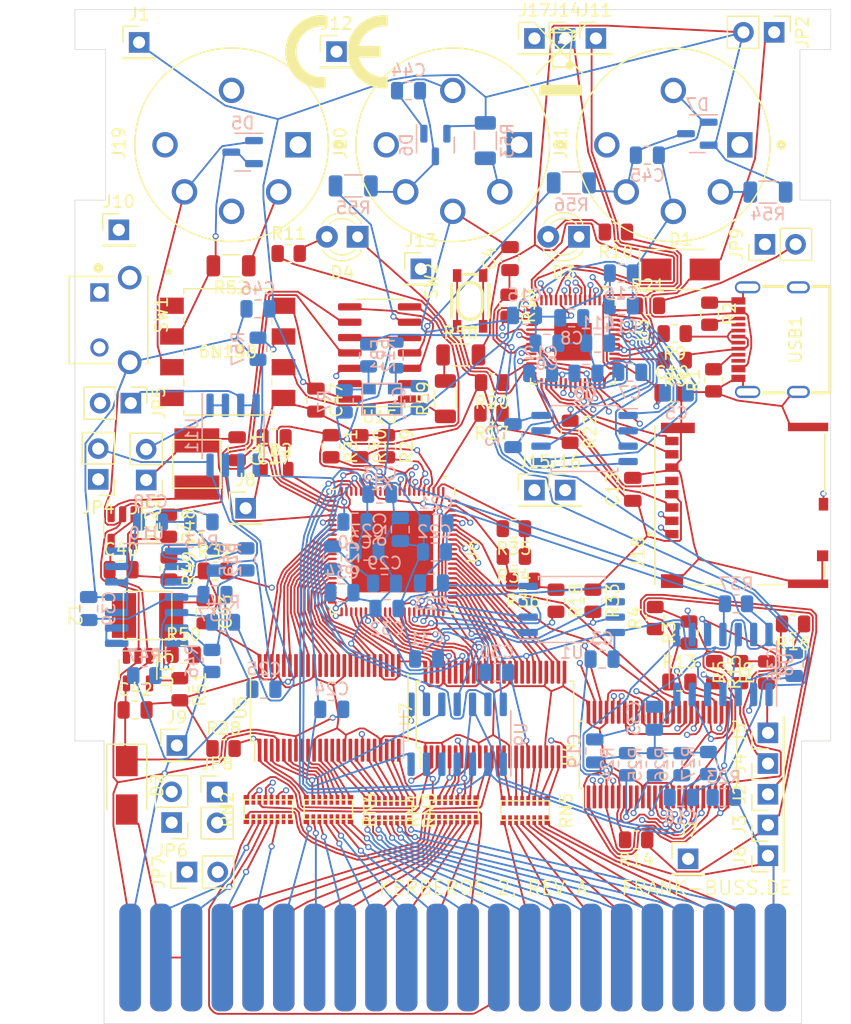
<source format=kicad_pcb>
(kicad_pcb (version 20221018) (generator pcbnew)
  (layers (0 "F.Cu" signal) (1 "In1.Cu" signal) (2 "In2.Cu" signal) (31 "B.Cu" signal) (34 "B.Paste" user) (35 "F.Paste" user) (36 "B.SilkS" user "B.Silkscreen") (37 "F.SilkS" user "F.Silkscreen") (38 "B.Mask" user) (39 "F.Mask" user) (44 "Edge.Cuts" user))
  (net 0 "")
  (net 1 "+3.3V")
  (net 2 "GND")
  (net 3 "+5V")
  (net 4 "1.2V")
  (net 5 "Net-(JP1-Pad4)")
  (net 6 "Net-(JP1-Pad5)")
  (net 7 "Net-(JP1-Pad6)")
  (net 8 "Net-(JP1-Pad7)")
  (net 9 "Net-(JP1-Pad8)")
  (net 10 "Net-(JP1-Pad9)")
  (net 11 "Net-(JP1-Pad10)")
  (net 12 "Net-(JP1-Pad11)")
  (net 13 "Net-(JP1-Pad12)")
  (net 14 "Net-(JP1-Pad13)")
  (net 15 "Net-(JP1-Pad14)")
  (net 16 "Net-(JP1-Pad15)")
  (net 17 "Net-(JP1-Pad16)")
  (net 18 "Net-(JP1-Pad17)")
  (net 19 "Net-(JP1-Pad18)")
  (net 20 "Net-(JP1-Pad19)")
  (net 21 "Net-(JP1-Pad20)")
  (net 22 "Net-(JP1-Pad21)")
  (net 23 "Net-(JP1-PadB)")
  (net 24 "Net-(JP1-PadC)")
  (net 25 "Net-(JP1-PadD)")
  (net 26 "Net-(JP1-PadE)")
  (net 27 "Net-(JP1-PadF)")
  (net 28 "Net-(JP1-PadH)")
  (net 29 "Net-(JP1-PadJ)")
  (net 30 "Net-(JP1-PadK)")
  (net 31 "Net-(JP1-PadL)")
  (net 32 "Net-(JP1-PadM)")
  (net 33 "Net-(JP1-PadN)")
  (net 34 "Net-(JP1-PadP)")
  (net 35 "Net-(JP1-PadR)")
  (net 36 "Net-(JP1-PadS)")
  (net 37 "Net-(JP1-PadT)")
  (net 38 "Net-(JP1-PadU)")
  (net 39 "Net-(JP1-PadV)")
  (net 40 "Net-(JP1-PadW)")
  (net 41 "Net-(JP1-PadX)")
  (net 42 "Net-(L1-Pad1)")
  (net 43 "Net-(L2-Pad1)")
  (net 44 "Net-(JP1-PadY)")
  (net 45 "/RP2040 microcontroller/MIDI-LED-out")
  (net 46 "/RP2040 microcontroller/MIDI-LED-in")
  (net 47 "/3.3V power supply/Vout")
  (net 48 "/1.2V power supply/Vout")
  (net 49 "Net-(D1-Pad2)")
  (net 50 "Net-(D2-Pad2)")
  (net 53 "/current sense/sense+")
  (net 54 "/current sense/sense-")
  (net 56 "Net-(C1-Pad1)")
  (net 57 "/current sense/1.65V Vref")
  (net 58 "/current sense/Vout")
  (net 59 "Net-(J16-Pad1)")
  (net 60 "~{IRQ}")
  (net 61 "~{DMA}")
  (net 62 "R{slash}W")
  (net 63 "~{GAME}")
  (net 64 "~{EXROM}")
  (net 65 "~{ROML}")
  (net 66 "~{ROMH}")
  (net 67 "~{RESET}")
  (net 68 "~{NMI}")
  (net 69 "A14")
  (net 70 "S02")
  (net 71 "BA")
  (net 72 "DOT-CLK")
  (net 73 "I{slash}O1")
  (net 74 "I{slash}O2")
  (net 75 "A0")
  (net 76 "/RP2040 microcontroller/1.1V")
  (net 77 "Net-(D3-Pad2)")
  (net 78 "Net-(D4-Pad2)")
  (net 79 "Net-(D5-Pad1)")
  (net 80 "Net-(D5-Pad2)")
  (net 81 "/GW1NR FPGA/~{IRQ_t}")
  (net 82 "A1")
  (net 83 "/GW1NR FPGA/~{DMA_t}")
  (net 84 "A2")
  (net 85 "/GW1NR FPGA/R{slash}W_t")
  (net 86 "/GW1NR FPGA/~{GAME_t}")
  (net 87 "A3")
  (net 88 "/GW1NR FPGA/~{EXROM_t}")
  (net 89 "A4")
  (net 90 "/GW1NR FPGA/~{ROML_t}")
  (net 91 "/GW1NR FPGA/~{ROMH_t}")
  (net 92 "/GW1NR FPGA/~{RESET_t}")
  (net 93 "A5")
  (net 94 "/GW1NR FPGA/~{NMI_t}")
  (net 95 "A6")
  (net 96 "Net-(R1-Pad2)")
  (net 97 "Net-(R2-Pad2)")
  (net 98 "/RP2040 microcontroller/XIN")
  (net 99 "/GW1NR FPGA/CLK")
  (net 100 "/USB_D-")
  (net 101 "/RP2040 microcontroller/USB_D-")
  (net 102 "/USB_D+")
  (net 103 "/RP2040 microcontroller/USB_D+")
  (net 104 "/RP2040 microcontroller/spare1")
  (net 105 "/GW1NR FPGA/spare1")
  (net 106 "/GW1NR FPGA/JTAGSEL_N")
  (net 107 "/GW1NR FPGA/TCK")
  (net 108 "/GW1NR FPGA/TMS")
  (net 109 "/GW1NR FPGA/TDO")
  (net 110 "/GW1NR FPGA/TDI")
  (net 111 "/GW1NR FPGA/DONE")
  (net 112 "/GW1NR FPGA/RECONFIG_N")
  (net 113 "Net-(J14-Pad1)")
  (net 114 "Net-(J15-Pad1)")
  (net 115 "/GW1NR FPGA/DIR_A")
  (net 116 "/GW1NR FPGA/DIR_D")
  (net 117 "/GW1NR FPGA/MIDI-in")
  (net 118 "/GW1NR FPGA/FLASH-SIO1")
  (net 119 "/GW1NR FPGA/FLASH-SIO2")
  (net 120 "/GW1NR FPGA/FLASH-SIO0")
  (net 121 "/GW1NR FPGA/FLASH-SCLK")
  (net 122 "/GW1NR FPGA/FLASH-SIO3")
  (net 123 "/GW1NR FPGA/A15_t")
  (net 124 "/GW1NR FPGA/A14_t")
  (net 125 "/GW1NR FPGA/A13_t")
  (net 126 "/GW1NR FPGA/A12_t")
  (net 127 "/GW1NR FPGA/A11_t")
  (net 128 "/GW1NR FPGA/A10_t")
  (net 129 "/GW1NR FPGA/A9_t")
  (net 130 "/GW1NR FPGA/A8_t")
  (net 131 "/GW1NR FPGA/A7_t")
  (net 132 "/GW1NR FPGA/A6_t")
  (net 133 "/GW1NR FPGA/A5_t")
  (net 134 "/GW1NR FPGA/A4_t")
  (net 135 "/GW1NR FPGA/A3_t")
  (net 136 "/GW1NR FPGA/A2_t")
  (net 137 "/GW1NR FPGA/A1_t")
  (net 138 "/GW1NR FPGA/A0_t")
  (net 139 "/GW1NR FPGA/I{slash}O2_t")
  (net 140 "/GW1NR FPGA/I{slash}O1_t")
  (net 141 "/GW1NR FPGA/DOT-CLK_t")
  (net 142 "/GW1NR FPGA/BA_t")
  (net 143 "/GW1NR FPGA/S02_t")
  (net 144 "/GW1NR FPGA/D7_t")
  (net 145 "/GW1NR FPGA/D6_t")
  (net 146 "/GW1NR FPGA/D5_t")
  (net 147 "/GW1NR FPGA/D4_t")
  (net 148 "/GW1NR FPGA/D3_t")
  (net 149 "/GW1NR FPGA/D2_t")
  (net 150 "/GW1NR FPGA/D1_t")
  (net 151 "/GW1NR FPGA/D0_t")
  (net 152 "/GW1NR FPGA/MIDI-thru")
  (net 153 "/GW1NR FPGA/MIDI-out")
  (net 154 "/RP2040 microcontroller/FLASH-SIO1")
  (net 155 "/RP2040 microcontroller/FLASH-SIO0")
  (net 156 "/RP2040 microcontroller/FLASH-SCLK")
  (net 157 "/RP2040 microcontroller/FLASH-CS")
  (net 158 "/RP2040 microcontroller/FLASH-SIO2")
  (net 159 "/RP2040 microcontroller/FLASH-SIO3")
  (net 160 "Net-(C17-Pad1)")
  (net 161 "Net-(J11-Pad1)")
  (net 162 "Net-(J12-Pad1)")
  (net 163 "Net-(J13-Pad1)")
  (net 164 "A7")
  (net 165 "A8")
  (net 166 "A9")
  (net 167 "A10")
  (net 168 "A11")
  (net 169 "A12")
  (net 170 "/GW1NR FPGA/FLASH-CS")
  (net 171 "A13")
  (net 172 "A15")
  (net 173 "D0")
  (net 174 "D1")
  (net 175 "D2")
  (net 176 "D3")
  (net 177 "D4")
  (net 178 "D5")
  (net 179 "D6")
  (net 180 "D7")
  (net 185 "Net-(J17-Pad1)")
  (net 186 "/GW1NR FPGA/~{IRQ_d}")
  (net 187 "/GW1NR FPGA/~{DMA_d}")
  (net 188 "/GW1NR FPGA/R{slash}W_d")
  (net 189 "/GW1NR FPGA/~{GAME_d}")
  (net 190 "/GW1NR FPGA/~{EXROM_d}")
  (net 191 "/GW1NR FPGA/~{ROML_d}")
  (net 192 "/GW1NR FPGA/~{ROMH_d}")
  (net 193 "/GW1NR FPGA/~{RESET_d}")
  (net 194 "/GW1NR FPGA/~{NMI_d}")
  (net 195 "/GW1NR FPGA/A14_d")
  (net 196 "Net-(R34-Pad2)")
  (net 197 "Net-(R35-Pad2)")
  (net 198 "Net-(R44-Pad1)")
  (net 199 "Net-(R45-Pad2)")
  (net 200 "Net-(R48-Pad2)")
  (net 201 "Net-(R50-Pad2)")
  (net 202 "Net-(R56-Pad1)")
  (net 203 "Net-(R57-Pad1)")
  (net 204 "Net-(R55-Pad1)")
  (net 207 "Net-(J19-Pad4)")
  (net 210 "Net-(J20-Pad4)")
  (net 211 "Net-(C38-Pad1)")
  (net 212 "Net-(C44-Pad1)")
  (net 213 "Net-(C45-Pad1)")
  (net 214 "Net-(J2-Pad1)")
  (net 215 "Net-(J3-Pad1)")
  (net 216 "Net-(J4-Pad1)")
  (net 217 "Net-(J5-Pad1)")
  (net 218 "Net-(J18-Pad1)")
  (net 219 "Net-(J18-Pad2)")
  (net 220 "Net-(J18-Pad3)")
  (net 221 "Net-(J18-Pad5)")
  (net 222 "Net-(J18-Pad7)")
  (net 223 "Net-(J18-Pad8)")
  (net 224 "Net-(J18-Pad10)")
  (net 229 "Net-(J21-Pad4)")
  (net 230 "Net-(JP9-Pad2)")
  (net 231 "Net-(R12-Pad1)")
  (net 232 "/GW1NR FPGA/IEC_ATN")
  (net 233 "/GW1NR FPGA/IEC_SRQ")
  (net 234 "/GW1NR FPGA/IEC_CLK")
  (net 235 "/GW1NR FPGA/IEC_DAT")
  (net 236 "Net-(R19-Pad2)")
  (net 237 "Net-(R20-Pad1)")
  (net 238 "Net-(R23-Pad2)")
  (net 239 "Net-(R24-Pad2)")
  (net 240 "Net-(R25-Pad2)")
  (net 241 "Net-(R26-Pad2)")
  (net 242 "Net-(R27-Pad2)")
  (net 243 "Net-(R44-Pad2)")
  (net 244 "Net-(R58-Pad1)")
  (net 245 "Net-(R59-Pad1)")
  (net 246 "/GW1NR FPGA/IEC_CLK_d")
  (net 247 "/GW1NR FPGA/IEC_DAT_d")
  (net 248 "/GW1NR FPGA/IEC_ATN_t")
  (net 249 "/GW1NR FPGA/IEC_SRQ_t")
  (net 250 "/GW1NR FPGA/IEC_CLK_t")
  (net 251 "/GW1NR FPGA/IEC_DAT_t")
  (net 252 "/GW1NR FPGA/IEC_ATN_d")
  (net 253 "/GW1NR FPGA/IEC_SRQ_d")
  (net 254 "/GW1NR FPGA/MIDI-in_t")
  (net 259 "Net-(U10-Pad8)")
  (net 260 "Net-(U10-Pad13)")
  (net 264 "Net-(U15-Pad13)")
  (net 265 "Net-(U15-Pad3)")
  (net 266 "Net-(U15-Pad10)")
  (footprint "Resistor_SMD:R_0805_2012Metric" (layer "F.Cu") (at 82.1125 84.225 180)
    (fp_text reference "R34")
    (fp_text value "10k")
  )
  (footprint "Resistor_SMD:R_0805_2012Metric" (layer "F.Cu") (at 96.6 90.5125 90)
    (fp_text reference "R3")
    (fp_text value "3k3")
  )
  (footprint "Connector_PinHeader_2.54mm:PinHeader_1x01_P2.54mm_Vertical" (layer "F.Cu") (at 67.4497 42.494)
    (fp_text reference "J12")
    (fp_text value "rp_spare2")
  )
  (footprint "Resistor_SMD:R_1206_3216Metric" (layer "F.Cu") (at 77.724 67.564)
    (fp_text reference "R58")
    (fp_text value "220")
  )
  (footprint "midi:CUI_SD-50BV" (layer "F.Cu") (at 77.0632 50.1952 90)
    (fp_text reference "J20")
    (fp_text value "MIDI-thru")
  )
  (footprint "Resistor_SMD:R_0805_2012Metric" (layer "F.Cu") (at 92.2275 107.65 180)
    (fp_text reference "R14")
    (fp_text value "27")
  )
  (footprint "Resistor_SMD:R_0805_2012Metric" (layer "F.Cu") (at 95.4125 65.8 180)
    (fp_text reference "R9")
    (fp_text value "27")
  )
  (footprint "Resistor_SMD:R_0805_2012Metric" (layer "F.Cu") (at 98.625 69.6625 90)
    (fp_text reference "R1")
    (fp_text value "5k1")
  )
  (footprint "Connector_PinHeader_2.54mm:PinHeader_1x01_P2.54mm_Vertical" (layer "F.Cu") (at 83.82 78.74)
    (fp_text reference "J15")
    (fp_text value "SWCLK")
  )
  (footprint "Resistor_SMD:R_0805_2012Metric" (layer "F.Cu") (at 82.8783 86.2584 180)
    (fp_text reference "R36")
    (fp_text value "NA")
  )
  (footprint "Resistor_SMD:R_0805_2012Metric" (layer "F.Cu") (at 90.5529 57.404 180)
    (fp_text reference "R10")
    (fp_text value "1k")
  )
  (footprint "Resistor_SMD:R_1206_3216Metric" (layer "F.Cu") (at 58.7355 60.198 180)
    (fp_text reference "R52")
    (fp_text value "220")
  )
  (footprint "Inductor_SMD:L_0805_2012Metric" (layer "F.Cu") (at 62.4 77)
    (fp_text reference "FB2")
    (fp_text value "FerriteBead")
  )
  (footprint "Package_TO_SOT_SMD:TSOT-23-5" (layer "F.Cu") (at 49.7688 81.8697 -90)
    (fp_text reference "U12")
    (fp_text value "M3406")
  )
  (footprint "Connector_PinHeader_2.54mm:PinHeader_1x01_P2.54mm_Vertical" (layer "F.Cu") (at 103.124 103.886 90)
    (fp_text reference "J2")
    (fp_text value "IEC_ATN")
  )
  (footprint "Capacitor_SMD:C_0805_2012Metric" (layer "F.Cu") (at 50.8 96.9125)
    (fp_text reference "C42")
    (fp_text value "4.7u")
  )
  (footprint "Connector_PinHeader_2.54mm:PinHeader_1x02_P2.54mm_Vertical" (layer "F.Cu") (at 53.8226 106.2228 180)
    (fp_text reference "JP6")
    (fp_text value "1.2V+")
  )
  (footprint "Resistor_SMD:R_0805_2012Metric" (layer "F.Cu") (at 105.2 89.8 180)
    (fp_text reference "R16")
    (fp_text value "27")
  )
  (footprint "Connector_PinHeader_2.54mm:PinHeader_1x01_P2.54mm_Vertical" (layer "F.Cu") (at 88.9 41.402)
    (fp_text reference "J11")
    (fp_text value "rp_spare1")
  )
  (footprint "Symbol:WEEE-Logo_4.2x6mm_SilkScreen" (layer "F.Cu") (at 86 43.1)
    (fp_text reference "LOGO1" hide)
    (fp_text value "logo" hide)
  )
  (footprint "Resistor_SMD:R_0805_2012Metric" (layer "F.Cu") (at 86.7664 73.9159 -90)
    (fp_text reference "R22")
    (fp_text value "10k")
  )
  (footprint "Package_SO:SSOP-48_5.3x12.8mm_P0.5mm" (layer "F.Cu") (at 94.03 100.6 90)
    (fp_text reference "U4")
    (fp_text value "74LCX16245")
  )
  (footprint "Connector_PinHeader_2.54mm:PinHeader_1x02_P2.54mm_Vertical" (layer "F.Cu") (at 47.752 77.851 180)
    (fp_text reference "JP4")
    (fp_text value "3.3V")
  )
  (footprint "Symbol:CE-Logo_8.5x6mm_SilkScreen" (layer "F.Cu") (at 67.4497 42.494)
    (fp_text reference "LOGO2" hide)
    (fp_text value "logo" hide)
  )
  (footprint "midi:CUI_SD-50BV" (layer "F.Cu") (at 58.7752 50.1952 90)
    (fp_text reference "J19")
    (fp_text value "MIDI-in")
  )
  (footprint "Connector_PinHeader_2.54mm:PinHeader_1x01_P2.54mm_Vertical" (layer "F.Cu") (at 103.124 101.346 90)
    (fp_text reference "J4")
    (fp_text value "IEC_CLK")
  )
  (footprint "Diode_SMD:D_SMA" (layer "F.Cu") (at 95.9 60.5)
    (fp_text reference "D1")
    (fp_text value "D_Schottky")
  )
  (footprint "coil:coil" (layer "F.Cu") (at 55.9054 76.581)
    (fp_text reference "L1")
    (fp_text value "4.7u")
  )
  (footprint "Package_TO_SOT_SMD:TSOT-23-5" (layer "F.Cu") (at 51.0388 93.5791 -90)
    (fp_text reference "U13")
    (fp_text value "M3406")
  )
  (footprint "midi:CUI_SD-50BV" (layer "F.Cu") (at 95.3 50.2 90)
    (fp_text reference "J21")
    (fp_text value "MIDI-out")
  )
  (footprint "sd-card:MOLEX_503398-1892" (layer "F.Cu") (at 100.8 80 90)
    (fp_text reference "J18")
    (fp_text value "503398-1892")
  )
  (footprint "Capacitor_SMD:C_0805_2012Metric" (layer "F.Cu") (at 65.75 71.3 -90)
    (fp_text reference "C47")
    (fp_text value "100n")
  )
  (footprint "Resistor_SMD:R_0805_2012Metric" (layer "F.Cu") (at 93.2 63.5)
    (fp_text reference "R21")
    (fp_text value "1k")
  )
  (footprint "Resistor_SMD:R_0805_2012Metric" (layer "F.Cu") (at 80.264 72.39 180)
    (fp_text reference "R17")
    (fp_text value "27")
  )
  (footprint "Resistor_SMD:R_0805_2012Metric" (layer "F.Cu") (at 98.298 64.1585 -90)
    (fp_text reference "R2")
    (fp_text value "5k1")
  )
  (footprint "Resistor_SMD:R_1206_3216Metric" (layer "F.Cu") (at 76.454 71.1815 90)
    (fp_text reference "R59")
    (fp_text value "220")
  )
  (footprint "Resistor_SMD:R_0805_2012Metric" (layer "F.Cu") (at 67 75.1125 -90)
    (fp_text reference "R31")
    (fp_text value "10k")
  )
  (footprint "Connector_PinHeader_2.54mm:PinHeader_1x02_P2.54mm_Vertical" (layer "F.Cu") (at 51.7144 77.9018 180)
    (fp_text reference "JP3")
    (fp_text value "3.3V+")
  )
  (footprint "Connector_PinHeader_2.54mm:PinHeader_1x01_P2.54mm_Vertical" (layer "F.Cu") (at 51.1302 41.7322)
    (fp_text reference "J1")
    (fp_text value "5V")
  )
  (footprint "Connector_PinHeader_2.54mm:PinHeader_1x01_P2.54mm_Vertical" (layer "F.Cu") (at 49.4538 57.2262)
    (fp_text reference "J10")
    (fp_text value "GND")
  )
  (footprint "LED_THT:LED_D3.0mm" (layer "F.Cu") (at 87.5 57.8 180)
    (fp_text reference "D3")
    (fp_text value "~")
  )
  (footprint "Connector_PinHeader_2.54mm:PinHeader_1x01_P2.54mm_Vertical" (layer "F.Cu") (at 103.124 108.966 90)
    (fp_text reference "J6")
    (fp_text value "GND")
  )
  (footprint "resistor-network:16P8" (layer "F.Cu") (at 77.175 105.175)
    (fp_text reference "RN1")
    (fp_text value "33")
  )
  (footprint "Connector_PinHeader_2.54mm:PinHeader_1x01_P2.54mm_Vertical" (layer "F.Cu") (at 96.52 109.22)
    (fp_text reference "J7")
    (fp_text value "3.3V")
  )
  (footprint "coil:coil" (layer "F.Cu") (at 51.8356 89.1032 -90)
    (fp_text reference "L2")
    (fp_text value "4.7u")
  )
  (footprint "Resistor_SMD:R_0805_2012Metric" (layer "F.Cu") (at 69.4 75.1125 -90)
    (fp_text reference "R30")
    (fp_text value "10k")
  )
  (footprint "Connector_PinHeader_2.54mm:PinHeader_1x01_P2.54mm_Vertical" (layer "F.Cu") (at 86.36 41.402)
    (fp_text reference "J14")
    (fp_text value "rp_spare4")
  )
  (footprint "6N138S:6N138S" (layer "F.Cu") (at 58.4581 67.31)
    (fp_text reference "U14")
    (fp_text value "6N138")
  )
  (footprint "Capacitor_SMD:C_0805_2012Metric" (layer "F.Cu") (at 95.184 70.7)
    (fp_text reference "C10")
    (fp_text value "1u")
  )
  (footprint "Connector_PinHeader_2.54mm:PinHeader_1x01_P2.54mm_Vertical" (layer "F.Cu") (at 74.422 60.452)
    (fp_text reference "J13")
    (fp_text value "rp_spare3")
  )
  (footprint "qn88:QFN-88_EP_10x10_Pitch0.4mm" (layer "F.Cu") (at 72.075 83.8231 -90)
    (fp_text reference "U6")
    (fp_text value "GW1NR-4&4B_QN881")
  )
  (footprint "Connector_PinHeader_2.54mm:PinHeader_1x01_P2.54mm_Vertical" (layer "F.Cu") (at 86.36 78.74)
    (fp_text reference "J16")
    (fp_text value "SWD")
  )
  (footprint "Resistor_SMD:R_0805_2012Metric" (layer "F.Cu") (at 81.7 63.5 -90)
    (fp_text reference "R19")
    (fp_text value "10k")
  )
  (footprint "Diode_SMD:D_SMA" (layer "F.Cu") (at 50.1142 103.1428 -90)
    (fp_text reference "D2")
    (fp_text value "D_Schottky")
  )
  (footprint "Connector_PinHeader_2.54mm:PinHeader_1x01_P2.54mm_Vertical" (layer "F.Cu") (at 83.82 41.402)
    (fp_text reference "J17")
    (fp_text value "xout")
  )
  (footprint "button:KEY-SMD_4P-L4.2-W3.2-P2.20-LS4.6" (layer "F.Cu") (at 78.5 63.1 90)
    (fp_text reference "SW2")
    (fp_text value "SKRPADE010")
  )
  (footprint "Resistor_SMD:R_0805_2012Metric" (layer "F.Cu") (at 54.5 95.2 -90)
    (fp_text reference "R51")
    (fp_text value "10k")
  )
  (footprint "resistor-network:16P8" (layer "F.Cu") (at 83.05 105.225 180)
    (fp_text reference "RN5")
    (fp_text value "33")
  )
  (footprint "Package_SO:SSOP-48_5.3x12.8mm_P0.5mm" (layer "F.Cu") (at 80.55 97.29 90)
    (fp_text reference "U7")
    (fp_text value "74LCX16245")
  )
  (footprint "Connector_PinHeader_2.54mm:PinHeader_1x02_P2.54mm_Vertical" (layer "F.Cu") (at 50.4444 71.5518 -90)
    (fp_text reference "JP5")
    (fp_text value "3.3V-")
  )
  (footprint "Resistor_SMD:R_0805_2012Metric" (layer "F.Cu") (at 103 93.8125 90)
    (fp_text reference "R6")
    (fp_text value "3k3")
  )
  (footprint "Package_SO:SOIC-14_3.9x8.7mm_P1.27mm" (layer "F.Cu") (at 71.025 67.4 180)
    (fp_text reference "U15")
    (fp_text value "74LS14")
  )
  (footprint "Connector_PinHeader_2.54mm:PinHeader_1x02_P2.54mm_Vertical" (layer "F.Cu") (at 57.5818 103.7032)
    (fp_text reference "JP8")
    (fp_text value "1.2V-")
  )
  (footprint "Connector_PinHeader_2.54mm:PinHeader_1x02_P2.54mm_Vertical" (layer "F.Cu") (at 102.87 58.42 90)
    (fp_text reference "JP9")
    (fp_text value "~{USB_BOOT}")
  )
  (footprint "Resistor_SMD:R_0805_2012Metric" (layer "F.Cu") (at 100.8 93.7875 90)
    (fp_text reference "R5")
    (fp_text value "3k3")
  )
  (footprint "Connector_PinHeader_2.54mm:PinHeader_1x01_P2.54mm_Vertical" (layer "F.Cu") (at 103.124 98.806 90)
    (fp_text reference "J5")
    (fp_text value "IEC_DAT")
  )
  (footprint "Connector_PinHeader_2.54mm:PinHeader_1x01_P2.54mm_Vertical" (layer "F.Cu") (at 59.944 80.2386)
    (fp_text reference "J8")
    (fp_text value "1.2V")
  )
  (footprint "Resistor_SMD:R_0805_2012Metric" (layer "F.Cu") (at 95.4125 68 180)
    (fp_text reference "R8")
    (fp_text value "27")
  )
  (footprint "Resistor_SMD:R_0805_2012Metric" (layer "F.Cu") (at 95.8 94.6)
    (fp_text reference "R13")
    (fp_text value "27")
  )
  (footprint "Capacitor_SMD:C_0805_2012Metric" (layer "F.Cu") (at 62.296 74.422 180)
    (fp_text reference "C17")
    (fp_text value "4.7u")
  )
  (footprint "Resistor_SMD:R_0805_2012Metric" (layer "F.Cu") (at 63.5 59.182)
    (fp_text reference "R11")
    (fp_text value "1k")
  )
  (footprint "resistor-network:16P8" (layer "F.Cu") (at 71.7042 105.2322 180)
    (fp_text reference "RN3")
    (fp_text value "33")
  )
  (footprint "Capacitor_SMD:C_0805_2012Metric" (layer "F.Cu") (at 91.948 78.674 90)
    (fp_text reference "C13")
    (fp_text value "100n")
  )
  (footprint "Capacitor_SMD:C_0805_2012Metric" (layer "F.Cu") (at 56.6 88.8 -90)
    (fp_text reference "C43")
    (fp_text value "10u")
  )
  (footprint "usb-c:USB-C-SMD_TYPEC-304J-BCP16" (layer "F.Cu") (at 103.1604 66.3 90)
    (fp_text reference "USB1")
    (fp_text value "TYPEC-304J-BCP16")
  )
  (footprint "Resistor_SMD:R_0805_2012Metric" (layer "F.Cu") (at 85.598 87.884 -90)
    (fp_text reference "R18")
    (fp_text value "10k")
  )
  (footprint "Capacitor_SMD:C_0805_2012Metric" (layer "F.Cu") (at 81.8 59.6 90)
    (fp_text reference "C4")
    (fp_text value "10u")
  )
  (footprint "Resistor_SMD:R_0805_2012Metric" (layer "F.Cu") (at 82.1125 81.925 180)
    (fp_text reference "R35")
    (fp_text value "10k")
  )
  (footprint "resistor-network:16P8" (layer "F.Cu") (at 66.7806 105.1432 180)
    (fp_text reference "RN4")
    (fp_text value "33")
  )
  (footprint "resistor-network:16P8" (layer "F.Cu") (at 61.8236 105.1434)
    (fp_text reference "RN2")
    (fp_text value "33")
  )
  (footprint "Resistor_SMD:R_0805_2012Metric" (layer "F.Cu") (at 53.5686 81.6845 -90)
    (fp_text reference "R48")
    (fp_text value "45300")
  )
  (footprint "cart-proto:EXPANSION-PORT" (layer "F.Cu") (at 101.1932 117.3782 180)
    (fp_text reference "JP1" hide)
    (fp_text value "EXPANSION-PORT" hide)
  )
  (footprint "Package_SO:SSOP-48_5.3x12.8mm_P0.5mm" (layer "F.Cu") (at 66.85 96.74 90)
    (fp_text reference "U5")
    (fp_text value "74LCX16245")
  )
  (footprint "Resistor_SMD:R_0805_2012Metric" (layer "F.Cu") (at 58.1133 100.1014)
    (fp_text reference "R28")
    (fp_text value "10k")
  )
  (footprint "Resistor_SMD:R_0805_2012Metric" (layer "F.Cu") (at 93.8 89.3125 90)
    (fp_text reference "R4")
    (fp_text value "3k3")
  )
  (footprint "LED_THT:LED_D3.0mm" (layer "F.Cu") (at 69.2 57.8 180)
    (fp_text reference "D4")
    (fp_text value "~")
  )
  (footprint "Capacitor_SMD:C_0805_2012Metric" (layer "F.Cu") (at 49.6418 85.3186)
    (fp_text reference "C40")
    (fp_text value "4.7u")
  )
  (footprint "Connector_PinHeader_2.54mm:PinHeader_1x02_P2.54mm_Vertical" (layer "F.Cu") (at 55.0926 110.3122 90)
    (fp_text reference "JP7")
    (fp_text value "1.2V")
  )
  (footprint "Resistor_SMD:R_0805_2012Metric" (layer "F.Cu") (at 88.646 87.884 -90)
    (fp_text reference "R33")
    (fp_text value "10k")
  )
  (footprint "Resistor_SMD:R_0805_2012Metric" (layer "F.Cu") (at 80.3125 69.85 180)
    (fp_text reference "R20")
    (fp_text value "10k")
  )
  (footprint "Connector_PinHeader_2.54mm:PinHeader_1x01_P2.54mm_Vertical" (layer "F.Cu") (at 54.2544 99.8474)
    (fp_text reference "J9")
    (fp_text value "current-measurement")
  )
  (footprint "Resistor_SMD:R_0805_2012Metric" (layer "F.Cu") (at 57.4021 85.4202)
    (fp_text reference "R32")
    (fp_text value "10k")
  )
  (footprint "Resistor_SMD:R_0805_2012Metric" (layer "F.Cu") (at 53.594 85.2189 -90)
    (fp_text reference "R49")
    (fp_text value "10k")
  )
  (footprint "Connector_PinHeader_2.54mm:PinHeader_1x02_P2.54mm_Vertical" (layer "F.Cu") (at 103.637 40.894 -90)
    (fp_text reference "JP2")
    (fp_text value "host-mode-supply")
  )
  (footprint "Resistor_SMD:R_0805_2012Metric" (layer "F.Cu") (at 71.6 75.1125 -90)
    (fp_text reference "R29")
    (fp_text value "10k")
  )
  (footprint "Resistor_SMD:R_0805_2012Metric" (layer "F.Cu") (at 54.8113 92.329)
    (fp_text reference "R50")
    (fp_text value "10k")
  )
  (footprint "Resistor_SMD:R_0805_2012Metric" (layer "F.Cu") (at 98.7 93.7875 -90)
    (fp_text reference "R15")
    (fp_text value "27")
  )
  (footprint "rp2040:QFN40P700X700X90-57N" (layer "F.Cu") (at 87 66.4725 -90)
    (fp_text reference "U3")
    (fp_text value "RP2040")
  )
  (footprint "Capacitor_SMD:C_0805_2012Metric" (layer "F.Cu") (at 59.2328 75.3212 -90)
    (fp_text reference "C41")
    (fp_text value "10u")
  )
  (footprint "Connector_PinHeader_2.54mm:PinHeader_1x01_P2.54mm_Vertical" (layer "F.Cu") (at 103.124 106.426 90)
    (fp_text reference "J3")
    (fp_text value "IEC_SRQ")
  )
  (footprint "reset-button:SW_TL1105JAF160Q" (layer "F.Cu") (at 47.8532 64.6732 -90)
    (fp_text reference "SW1")
    (fp_text value "side-switch")
  )
  (footprint "Capacitor_SMD:C_0805_2012Metric" (layer "B.Cu") (at 57.404 87.376)
    (fp_text reference "C37")
    (fp_text value "100n")
  )
  (footprint "Capacitor_SMD:C_0805_2012Metric" (layer "B.Cu") (at 75.55 83.85 180)
    (fp_text reference "C22")
    (fp_text value "100n")
  )
  (footprint "Capacitor_SMD:C_0805_2012Metric" (layer "B.Cu") (at 68.975 81.375)
    (fp_text reference "C20")
    (fp_text value "100n")
  )
  (footprint "Capacitor_SMD:C_0805_2012Metric" (layer "B.Cu") (at 52.07 81.3707 180)
    (fp_text reference "C38")
    (fp_text value "100n")
  )
  (footprint "Resistor_SMD:R_0805_2012Metric" (layer "B.Cu") (at 68.1 71.4 -90)
    (fp_text reference "R7")
    (fp_text value "27")
  )
  (footprint "Inductor_SMD:L_0805_2012Metric" (layer "B.Cu") (at 72.4 67.6 -90)
    (fp_text reference "FB1")
    (fp_text value "FerriteBead")
  )
  (footprint "Capacitor_SMD:C_0805_2012Metric" (layer "B.Cu") (at 71.625 88.525)
    (fp_text reference "C32")
    (fp_text value "100n")
  )
  (footprint "Resistor_SMD:R_0805_2012Metric" (layer "B.Cu") (at 60.96 67.056 -90)
    (fp_text reference "R57")
    (fp_text value "10k")
  )
  (footprint "Capacitor_SMD:C_0805_2012Metric" (layer "B.Cu") (at 91 63.5)
    (fp_text reference "C14")
    (fp_text value "100n")
  )
  (footprint "Capacitor_SMD:C_0805_2012Metric" (layer "B.Cu") (at 67.9 87.225 180)
    (fp_text reference "C34")
    (fp_text value "100n")
  )
  (footprint "Resistor_SMD:R_0805_2012Metric" (layer "B.Cu") (at 56.2845 81.3707)
    (fp_text reference "R43")
    (fp_text value "10k")
  )
  (footprint "Package_SO:SO-14_3.9x8.65mm_P1.27mm" (layer "B.Cu") (at 77.43 98.925 90)
    (fp_text reference "U9")
    (fp_text value "74LS06")
  )
  (footprint "Capacitor_SMD:C_0805_2012Metric" (layer "B.Cu") (at 89.408 92.71 180)
    (fp_text reference "C3")
    (fp_text value "100n")
  )
  (footprint "Capacitor_SMD:C_0805_2012Metric" (layer "B.Cu") (at 84.328 69.088 180)
    (fp_text reference "C12")
    (fp_text value "100n")
  )
  (footprint "Capacitor_SMD:C_0805_2012Metric" (layer "B.Cu") (at 75.675 81.475 180)
    (fp_text reference "C21")
    (fp_text value "100n")
  )
  (footprint "Resistor_SMD:R_0805_2012Metric" (layer "B.Cu") (at 57.15 92.8605 -90)
    (fp_text reference "R46")
    (fp_text value "10k")
  )
  (footprint "Resistor_SMD:R_0805_2012Metric" (layer "B.Cu") (at 57.404 84.4785 90)
    (fp_text reference "R42")
    (fp_text value "10k")
  )
  (footprint "Resistor_SMD:R_0805_2012Metric" (layer "B.Cu") (at 59.975 84.4625 -90)
    (fp_text reference "R45")
    (fp_text value "1k")
  )
  (footprint "Resistor_SMD:R_1206_3216Metric" (layer "B.Cu") (at 79.756 49.8455 90)
    (fp_text reference "R53")
    (fp_text value "220")
  )
  (footprint "Resistor_SMD:R_0805_2012Metric" (layer "B.Cu") (at 98.2 101.3 -90)
    (fp_text reference "R27")
    (fp_text value "10k")
  )
  (footprint "Resistor_SMD:R_0805_2012Metric" (layer "B.Cu") (at 91.5 101.4 -90)
    (fp_text reference "R24")
    (fp_text value "10k")
  )
  (footprint "Capacitor_SMD:C_0805_2012Metric" (layer "B.Cu") (at 69.975 83.8 180)
    (fp_text reference "C27")
    (fp_text value "100n")
  )
  (footprint "Capacitor_SMD:C_0805_2012Metric" (layer "B.Cu") (at 91 60.8)
    (fp_text reference "C16")
    (fp_text value "1u")
  )
  (footprint "Capacitor_SMD:C_0805_2012Metric" (layer "B.Cu") (at 88.072 69.088)
    (fp_text reference "C9")
    (fp_text value "100n")
  )
  (footprint "Capacitor_SMD:C_0805_2012Metric" (layer "B.Cu") (at 74.3 71.1 -90)
    (fp_text reference "C1")
    (fp_text value "100n")
  )
  (footprint "Capacitor_SMD:C_0805_2012Metric" (layer "B.Cu") (at 89.05 66.6 180)
    (fp_text reference "C11")
    (fp_text value "100n")
  )
  (footprint "Resistor_SMD:R_0805_2012Metric" (layer "B.Cu") (at 100.4805 88.138 180)
    (fp_text reference "R37")
    (fp_text value "10k")
  )
  (footprint "Resistor_SMD:R_0805_2012Metric" (layer "B.Cu") (at 93.8 101.4 -90)
    (fp_text reference "R25")
    (fp_text value "10k")
  )
  (footprint "Resistor_SMD:R_0805_2012Metric" (layer "B.Cu") (at 58.0625 89.662 180)
    (fp_text reference "R44")
    (fp_text value "1k")
  )
  (footprint "Package_TO_SOT_SMD:SOT-23" (layer "B.Cu") (at 97.282 49.276 180)
    (fp_text reference "D7")
    (fp_text value "BAV99")
  )
  (footprint "Capacitor_SMD:C_0805_2012Metric" (layer "B.Cu") (at 93.152 51.054)
    (fp_text reference "C45")
    (fp_text value "1n")
  )
  (footprint "Package_SO:SOP-8_5.28x5.23mm_P1.27mm" (layer "B.Cu") (at 87.9602 74.4728 180)
    (fp_text reference "U2")
    (fp_text value "MX25L25645G")
  )
  (footprint "Capacitor_SMD:C_0805_2012Metric" (layer "B.Cu") (at 105.3 93.152 -90)
    (fp_text reference "C36")
    (fp_text value "100n")
  )
  (footprint "Package_SO:SOIC-8_3.9x4.9mm_P1.27mm" (layer "B.Cu") (at 58.9026 74.2076 -90)
    (fp_text reference "U11")
    (fp_text value "TMCS1108A3UQDR")
  )
  (footprint "Capacitor_SMD:C_0805_2012Metric" (layer "B.Cu") (at 80.7 93.8 180)
    (fp_text reference "C30")
    (fp_text value "100n")
  )
  (footprint "Capacitor_SMD:C_0805_2012Metric" (layer "B.Cu") (at 88.8 100.3 -90)
    (fp_text reference "C19")
    (fp_text value "100n")
  )
  (footprint "Package_SO:SOP-8_5.28x5.23mm_P1.27mm" (layer "B.Cu") (at 86.9 88.605)
    (fp_text reference "U1")
    (fp_text value "MX25L25645G")
  )
  (footprint "Capacitor_SMD:C_0805_2012Metric" (layer "B.Cu") (at 95.946 104.14)
    (fp_text reference "C18")
    (fp_text value "100n")
  )
  (footprint "Resistor_SMD:R_0805_2012Metric" (layer "B.Cu") (at 70.1 67.6 90)
    (fp_text reference "R12")
    (fp_text value "27")
  )
  (footprint "Package_SO:SOIC-14_3.9x8.7mm_P1.27mm" (layer "B.Cu") (at 51.751 87.5967 180)
    (fp_text reference "U10")
    (fp_text value "AD8694ARZ")
  )
  (footprint "Package_TO_SOT_SMD:SOT-23" (layer "B.Cu") (at 75.626 50.2135 -90)
    (fp_text reference "D6")
    (fp_text value "BAV99")
  )
  (footprint "Capacitor_SMD:C_0805_2012Metric" (layer "B.Cu") (at 71.025 79.075 180)
    (fp_text reference "C33")
    (fp_text value "100n")
  )
  (footprint "Resistor_SMD:R_1206_3216Metric" (layer "B.Cu") (at 68.834 53.594)
    (fp_text reference "R55")
    (fp_text value "220")
  )
  (footprint "Resistor_SMD:R_1206_3216Metric" (layer "B.Cu") (at 86.868 53.34)
    (fp_text reference "R56")
    (fp_text value "220")
  )
  (footprint "Resistor_SMD:R_0805_2012Metric" (layer "B.Cu") (at 99.4645 104.14 180)
    (fp_text reference "R23")
    (fp_text value "10k")
  )
  (footprint "Capacitor_SMD:C_0805_2012Metric" (layer "B.Cu") (at 46.9646 88.5292 90)
    (fp_text reference "C39")
    (fp_text value "100n")
  )
  (footprint "Capacitor_SMD:C_0805_2012Metric" (layer "B.Cu") (at 73.406 45.72 180)
    (fp_text reference "C44")
    (fp_text value "1n")
  )
  (footprint "Capacitor_SMD:C_0805_2012Metric" (layer "B.Cu") (at 60.96 63.754 180)
    (fp_text reference "C46")
    (fp_text value "100n")
  )
  (footprint "Capacitor_SMD:C_0805_2012Metric" (layer "B.Cu") (at 72.725 82 -90)
    (fp_text reference "C26")
    (fp_text value "100n")
  )
  (footprint "Package_TO_SOT_SMD:SOT-23" (layer "B.Cu") (at 59.69 50.8 180)
    (fp_text reference "D5")
    (fp_text value "BAV99")
  )
  (footprint "Capacitor_SMD:C_0805_2012Metric" (layer "B.Cu") (at 83 64.3 180)
    (fp_text reference "C15")
    (fp_text value "100n")
  )
  (footprint "Capacitor_SMD:C_0805_2012Metric" (layer "B.Cu") (at 61.45 95.2 180)
    (fp_text reference "C25")
    (fp_text value "100n")
  )
  (footprint "Capacitor_SMD:C_0805_2012Metric" (layer "B.Cu") (at 75.3 86.425)
    (fp_text reference "C23")
    (fp_text value "100n")
  )
  (footprint "Package_SO:SO-14_3.9x8.65mm_P1.27mm" (layer "B.Cu") (at 99.4 93.153 90)
    (fp_text reference "U8")
    (fp_text value "74LS06")
  )
  (footprint "Capacitor_SMD:C_0805_2012Metric" (layer "B.Cu") (at 67.125 84.35 90)
    (fp_text reference "C28")
    (fp_text value "100n")
  )
  (footprint "Resistor_SMD:R_0805_2012Metric" (layer "B.Cu") (at 51.562 94.0707 180)
    (fp_text reference "R47")
    (fp_text value "10k")
  )
  (footprint "Capacitor_SMD:C_0805_2012Metric" (layer "B.Cu") (at 71.425 86.45 180)
    (fp_text reference "C29")
    (fp_text value "100n")
  )
  (footprint "Resistor_SMD:R_1206_3216Metric" (layer "B.Cu") (at 103.124 54.102)
    (fp_text reference "R54")
    (fp_text value "220")
  )
  (footprint "oscillator:SX3M12.000M20F30TNN" (layer "B.Cu") (at 71.2 71.225 180)
    (fp_text reference "X1")
    (fp_text value "SX3M12.000M20F30TNN")
  )
  (footprint "Capacitor_SMD:C_0805_2012Metric" (layer "B.Cu") (at 84.85 66.6)
    (fp_text reference "C6")
    (fp_text value "100n")
  )
  (footprint "Capacitor_SMD:C_0805_2012Metric" (layer "B.Cu") (at 67.06 96.86 180)
    (fp_text reference "C24")
    (fp_text value "100n")
  )
  (footprint "Resistor_SMD:R_0805_2012Metric" (layer "B.Cu") (at 96 101.4 -90)
    (fp_text reference "R26")
    (fp_text value "10k")
  )
  (footprint "Capacitor_SMD:C_0805_2012Metric" (layer "B.Cu") (at 93.726 97.602 -90)
    (fp_text reference "C35")
    (fp_text value "100n")
  )
  (footprint "Capacitor_SMD:C_0805_2012Metric" (layer "B.Cu") (at 91.7 69)
    (fp_text reference "C7")
    (fp_text value "100n")
  )
  (footprint "Capacitor_SMD:C_0805_2012Metric" (layer "B.Cu") (at 95.55 70.7)
    (fp_text reference "C5")
    (fp_text value "100n")
  )
  (footprint "Capacitor_SMD:C_0805_2012Metric" (layer "B.Cu") (at 86.9 64.5)
    (fp_text reference "C8")
    (fp_text value "100n")
  )
  (footprint "Capacitor_SMD:C_0805_2012Metric" (layer "B.Cu") (at 74.9 92.7 180)
    (fp_text reference "C31")
    (fp_text value "100n")
  )
  (footprint "Capacitor_SMD:C_0805_2012Metric" (layer "B.Cu") (at 82.042 74.234 -90)
    (fp_text reference "C2")
    (fp_text value "100n")
  )
  (gr_line (start 45.8212 99.4712) (end 48.2342 99.4712) (stroke (width 0.05)) (layer "Edge.Cuts"))
  (gr_line (start 48.3612 42.3212) (end 48.3612 54.7672) (stroke (width 0.05)) (layer "Edge.Cuts"))
  (gr_line (start 48.2342 99.4712) (end 48.2342 122.8392) (stroke (width 0.05)) (layer "Edge.Cuts"))
  (gr_line (start 108.3052 39.0192) (end 108.3052 42.3212) (stroke (width 0.05)) (layer "Edge.Cuts"))
  (gr_line (start 45.8212 54.7672) (end 45.8212 99.4712) (stroke (width 0.05)) (layer "Edge.Cuts"))
  (gr_line (start 45.8212 39.0192) (end 45.8212 42.3212) (stroke (width 0.05)) (layer "Edge.Cuts"))
  (gr_line (start 108.3052 39.0192) (end 45.8212 39.0192) (stroke (width 0.05)) (layer "Edge.Cuts"))
  (gr_line (start 45.8212 42.3212) (end 48.3612 42.3212) (stroke (width 0.05)) (layer "Edge.Cuts"))
  (gr_line (start 108.3052 99.4712) (end 108.3052 54.7672) (stroke (width 0.05)) (layer "Edge.Cuts"))
  (gr_line (start 48.2342 122.8392) (end 105.8922 122.8392) (stroke (width 0.05)) (layer "Edge.Cuts"))
  (gr_line (start 108.3052 54.7672) (end 105.7652 54.7672) (stroke (width 0.05)) (layer "Edge.Cuts"))
  (gr_line (start 105.8922 99.4712) (end 108.3052 99.4712) (stroke (width 0.05)) (layer "Edge.Cuts"))
  (gr_line (start 105.7652 42.3212) (end 108.3052 42.3212) (stroke (width 0.05)) (layer "Edge.Cuts"))
  (gr_line (start 48.3612 54.7672) (end 45.8212 54.7672) (stroke (width 0.05)) (layer "Edge.Cuts"))
  (gr_line (start 105.7652 54.7672) (end 105.7652 42.3212) (stroke (width 0.05)) (layer "Edge.Cuts"))
  (gr_line (start 105.8922 122.8392) (end 105.8922 99.4712) (stroke (width 0.05)) (layer "Edge.Cuts"))
  (gr_text "FRANK-BUSS.DE" (at 90.9062 112.2982) (layer "F.SilkS") (effects (font (size 1.143 1.143) (thickness 0.127)) (justify left bottom)))
  (gr_text "KERBEROS 2, REV A" (at 70.8402 112.2982) (layer "F.SilkS") (effects (font (size 1.143 1.143) (thickness 0.127)) (justify left bottom)))
  (segment (start 76.775 88.0231) (end 77.05 88.0231) (width 0.1524) (layer "F.Cu") (net 1))
  (segment (start 63.443 94.5761) (end 63.7894 94.3913) (width 0.1524) (layer "F.Cu") (net 1))
  (segment (start 93.4698 62.383) (end 92.9961 62.7517) (width 0.1524) (layer "F.Cu") (net 1))
  (segment (start 77.746 73.3367) (end 77.4592 73.6235) (width 0.1524) (layer "F.Cu") (net 1))
  (segment (start 75.4855 90.2034) (end 75.6714 90.0862) (width 0.1524) (layer "F.Cu") (net 1))
  (segment (start 76.5587 90.9595) (end 76.0808 90.4733) (width 0.1524) (layer "F.Cu") (net 1))
  (segment (start 89.8651 68.5521) (end 89.6522 68.3392) (width 0.1524) (layer "F.Cu") (net 1))
  (segment (start 81.7302 67.3816) (end 82.1118 67.3816) (width 0.1524) (layer "F.Cu") (net 1))
  (segment (start 80.583 63.7698) (end 80.5286 63.8512) (width 0.1524) (layer "F.Cu") (net 1))
  (segment (start 95.8266 98.8967) (end 92.0885 98.9055) (width 0.1524) (layer "F.Cu") (net 1))
  (segment (start 84.897 86.7915) (end 84.9732 86.7915) (width 0.1524) (layer "F.Cu") (net 1))
  (segment (start 95.9317 82.8156) (end 95.8106 82.9367) (width 0.1524) (layer "F.Cu") (net 1))
  (segment (start 91.3694 98.2514) (end 91.3694 98.0474) (width 0.1524) (layer "F.Cu") (net 1))
  (segment (start 89.5002 63.4592) (end 89.5002 63.4585) (width 0.1524) (layer "F.Cu") (net 1))
  (segment (start 83.9813 66.7634) (end 83.565 66.6725) (width 0.1524) (layer "F.Cu") (net 1))
  (segment (start 76.4683 87.0961) (end 76.4684 87.7501) (width 0.1524) (layer "F.Cu") (net 1))
  (segment (start 86 63.46) (end 86.85 64.31) (width 0.1524) (layer "F.Cu") (net 1))
  (segment (start 80.8603 66.696) (end 81.7302 67.3816) (width 0.1524) (layer "F.Cu") (net 1))
  (segment (start 92.6356 62.5923) (end 92.1106 62.5923) (width 0.1524) (layer "F.Cu") (net 1))
  (segment (start 90.8388 66.9732) (end 90.435 67.0725) (width 0.1524) (layer "F.Cu") (net 1))
  (segment (start 96.6618 98.0386) (end 96.6149 98.1138) (width 0.1524) (layer "F.Cu") (net 1))
  (segment (start 92.7316 62.6115) (end 92.6356 62.5923) (width 0.1524) (layer "F.Cu") (net 1))
  (segment (start 79.4 69.85) (end 79.7105 70.5414) (width 0.1524) (layer "F.Cu") (net 1))
  (segment (start 79.7105 70.5414) (end 79.7105 70.5517) (width 0.1524) (layer "F.Cu") (net 1))
  (segment (start 86.7664 74.8284) (end 86.075 74.5179) (width 0.1524) (layer "F.Cu") (net 1))
  (segment (start 70.3374 77.2068) (end 69.2428 77.0239) (width 0.1524) (layer "F.Cu") (net 1))
  (segment (start 90.8388 66.7718) (end 90.8388 66.9732) (width 0.1524) (layer "F.Cu") (net 1))
  (segment (start 90.8543 66.7563) (end 90.8551 66.7563) (width 0.1524) (layer "F.Cu") (net 1))
  (segment (start 66.1115 75.5809) (end 66.3246 74.62) (width 0.1524) (layer "F.Cu") (net 1))
  (segment (start 62.5575 73.7654) (end 62.6119 73.684) (width 0.1524) (layer "F.Cu") (net 1))
  (segment (start 62.6119 73.684) (end 62.733 73.5629) (width 0.1524) (layer "F.Cu") (net 1))
  (segment (start 71.9644 74.9202) (end 68.8644 74.9202) (width 0.1524) (layer "F.Cu") (net 1))
  (segment (start 90.8388 68.9732) (end 90.8388 68.7718) (width 0.1524) (layer "F.Cu") (net 1))
  (segment (start 82.5701 66.9512) (end 83.148 66.7639) (width 0.1524) (layer "F.Cu") (net 1))
  (segment (start 83.2106 92.8425) (end 83.3 93.79) (width 0.1524) (layer "F.Cu") (net 1))
  (segment (start 66.0923 76.2019) (end 66.0923 75.6769) (width 0.1524) (layer "F.Cu") (net 1))
  (segment (start 95.9225 59.28) (end 95.9225 61.08) (width 0.1524) (layer "F.Cu") (net 1))
  (segment (start 69.5106 92.2894) (end 68.6662 91.4273) (width 0.1524) (layer "F.Cu") (net 1))
  (segment (start 77.325 88.0231) (end 78.6207 90.6169) (width 0.1524) (layer "F.Cu") (net 1))
  (segment (start 62.9104 73.4893) (end 63.0816 73.4893) (width 0.1524) (layer "F.Cu") (net 1))
  (segment (start 86.2228 86.9715) (end 85.598 86.9715) (width 0.1524) (layer "F.Cu") (net 1))
  (segment (start 69.2428 77.0239) (end 68.7489 77.0239) (width 0.1524) (layer "F.Cu") (net 1))
  (segment (start 95.9225 61.08) (end 95.9225 61.72) (width 0.1524) (layer "F.Cu") (net 1))
  (segment (start 68.7489 77.0239) (end 68.6993 77.0183) (width 0.1524) (layer "F.Cu") (net 1))
  (segment (start 95.8106 82.9367) (end 95.6394 82.9367) (width 0.1524) (layer "F.Cu") (net 1))
  (segment (start 75.7554 89.5519) (end 75.475 89.0731) (width 0.1524) (layer "F.Cu") (net 1))
  (segment (start 71.875 78.5731) (end 71.7817 78.4461) (width 0.1524) (layer "F.Cu") (net 1))
  (segment (start 68.7684 74.901) (end 68.687 74.8466) (width 0.1524) (layer "F.Cu") (net 1))
  (segment (start 92.471 80.1154) (end 92.471 80.1257) (width 0.1524) (layer "F.Cu") (net 1))
  (segment (start 76.4684 87.7501) (end 76.648 87.9297) (width 0.1524) (layer "F.Cu") (net 1))
  (segment (start 91.948 79.624) (end 92.471 80.1154) (width 0.1524) (layer "F.Cu") (net 1))
  (segment (start 76.8722 66.2146) (end 76.9542 66.272) (width 0.1524) (layer "F.Cu") (net 1))
  (segment (start 62.8144 73.5085) (end 62.9104 73.4893) (width 0.1524) (layer "F.Cu") (net 1))
  (segment (start 62.8342 77.5509) (end 62.8258 77.5089) (width 0.1524) (layer "F.Cu") (net 1))
  (segment (start 84.2947 86.7564) (end 84.897 86.7915) (width 0.1524) (layer "F.Cu") (net 1))
  (segment (start 89.6973 69.4885) (end 90.0093 69.1619) (width 0.1524) (layer "F.Cu") (net 1))
  (segment (start 73.6373 90.1637) (end 74.3309 90.3116) (width 0.1524) (layer "F.Cu") (net 1))
  (segment (start 73.2071 89.7335) (end 73.6373 90.1637) (width 0.1524) (layer "F.Cu") (net 1))
  (segment (start 75.6714 90.0862) (end 75.7554 89.9335) (width 0.1524) (layer "F.Cu") (net 1))
  (segment (start 96.78 97.1) (end 96.664 98.0364) (width 0.1524) (layer "F.Cu") (net 1))
  (segment (start 66.2674 74.0137) (end 66.299 74.0137) (width 0.1524) (layer "F.Cu") (net 1))
  (segment (start 66.3454 74.5992) (end 67 74.2) (width 0.1524) (layer "F.Cu") (net 1))
  (segment (start 78.458 69.1933) (end 78.506 69.2029) (width 0.1524) (layer "F.Cu") (net 1))
  (segment (start 62.8258 77.5089) (end 62.8175 77.4669) (width 0.1524) (layer "F.Cu") (net 1))
  (segment (start 94.5394 82.9367) (end 93.1386 82.5552) (width 0.1524) (layer "F.Cu") (net 1))
  (segment (start 89.5253 68.1553) (end 89.5002 63.4592) (width 0.1524) (layer "F.Cu") (net 1))
  (segment (start 66.287 76.6716) (end 66.1659 76.5505) (width 0.1524) (layer "F.Cu") (net 1))
  (segment (start 93.1094 64.1528) (end 92.9961 62.7517) (width 0.1524) (layer "F.Cu") (net 1))
  (segment (start 62.5383 74.9826) (end 62.5383 74.8114) (width 0.1524) (layer "F.Cu") (net 1))
  (segment (start 93.5966 66.64) (end 93.6632 66.1163) (width 0.1524) (layer "F.Cu") (net 1))
  (segment (start 91.3778 98.059) (end 91.3694 98.0506) (width 0.1524) (layer "F.Cu") (net 1))
  (segment (start 67.1 79.6231) (end 66.825 79.6231) (width 0.1524) (layer "F.Cu") (net 1))
  (segment (start 90.8388 68.7718) (end 90.435 68.6725) (width 0.1524) (layer "F.Cu") (net 1))
  (segment (start 79.0008 70.5046) (end 78.9935 70.5119) (width 0.1524) (layer "F.Cu") (net 1))
  (segment (start 86 69.9075) (end 86 69.301882) (width 0.1524) (layer "F.Cu") (net 1))
  (segment (start 95.9317 79.7444) (end 95.9317 82.6444) (width 0.1524) (layer "F.Cu") (net 1))
  (segment (start 93.5512 62.3286) (end 93.4698 62.383) (width 0.1524) (layer "F.Cu") (net 1))
  (segment (start 66.1659 76.5505) (end 66.1115 76.4691) (width 0.1524) (layer "F.Cu") (net 1))
  (segment (start 91.437 98.6356) (end 91.3694 98.2514) (width 0.1524) (layer "F.Cu") (net 1))
  (segment (start 63.0029 77.7432) (end 62.8818 77.6221) (width 0.1524) (layer "F.Cu") (net 1))
  (segment (start 68.6993 77.0183) (end 66.4644 76.7452) (width 0.1524) (layer "F.Cu") (net 1))
  (segment (start 81.7 62.5875) (end 81.1133 63.0546) (width 0.1524) (layer "F.Cu") (net 1))
  (segment (start 93.6472 62.3094) (end 93.5512 62.3286) (width 0.1524) (layer "F.Cu") (net 1))
  (segment (start 71.875 78.8481) (end 71.875 78.5731) (width 0.1524) (layer "F.Cu") (net 1))
  (segment (start 90.0126 69.1586) (end 90.0149 69.1563) (width 0.1524) (layer "F.Cu") (net 1))
  (segment (start 62.5383 73.8614) (end 62.5575 73.7654) (width 0.1524) (layer "F.Cu") (net 1))
  (segment (start 91.0602 66.8992) (end 91.2391 67.1766) (width 0.1524) (layer "F.Cu") (net 1))
  (segment (start 77.9241 68.6864) (end 78.3766 69.1389) (width 0.1524) (layer "F.Cu") (net 1))
  (segment (start 66.0923 76.3731) (end 66.0923 76.2019) (width 0.1524) (layer "F.Cu") (net 1))
  (segment (start 88.0212 86.9715) (end 87.945 86.9715) (width 0.1524) (layer "F.Cu") (net 1))
  (segment (start 74.3309 90.3116) (end 74.9469 90.3116) (width 0.1524) (layer "F.Cu") (net 1))
  (segment (start 66.3246 74.62) (end 66.3454 74.5992) (width 0.1524) (layer "F.Cu") (net 1))
  (segment (start 73.075 89.0731) (end 73.2071 89.7335) (width 0.1524) (layer "F.Cu") (net 1))
  (segment (start 91.9325 57.9907) (end 91.9398 57.998) (width 0.1524) (layer "F.Cu") (net 1))
  (segment (start 69.5106 92.2925) (end 69.5106 92.2894) (width 0.1524) (layer "F.Cu") (net 1))
  (segment (start 76.5854 65.9278) (end 76.8722 66.2146) (width 0.1524) (layer "F.Cu") (net 1))
  (segment (start 87.3531 75.2955) (end 87.3604 75.3028) (width 0.1524) (layer "F.Cu") (net 1))
  (segment (start 89.6522 68.3392) (end 89.5261 68.1591) (width 0.1524) (layer "F.Cu") (net 1))
  (segment (start 95.6488 79.3538) (end 95.6488 79.43) (width 0.1524) (layer "F.Cu") (net 1))
  (segment (start 83.9819 66.764) (end 83.9813 66.7634) (width 0.1524) (layer "F.Cu") (net 1))
  (segment (start 84.3229 67.0196) (end 84.1241 66.8208) (width 0.1524) (layer "F.Cu") (net 1))
  (segment (start 77.2954 66.6402) (end 77.8697 68.605) (width 0.1524) (layer "F.Cu") (net 1))
  (segment (start 95.6488 79.4616) (end 95.9317 79.7444) (width 0.1524) (layer "F.Cu") (net 1))
  (segment (start 79.7105 70.5517) (end 80.4755 73.0216) (width 0.1524) (layer "F.Cu") (net 1))
  (segment (start 90.435 66.6725) (end 90.8388 66.7718) (width 0.1524) (layer "F.Cu") (net 1))
  (segment (start 80.4755 73.0216) (end 80.5299 73.103) (width 0.1524) (layer "F.Cu") (net 1))
  (segment (start 76.775 83.6231) (end 76.648 83.7164) (width 0.1524) (layer "F.Cu") (net 1))
  (segment (start 68.8644 74.9202) (end 68.7684 74.901) (width 0.1524) (layer "F.Cu") (net 1))
  (segment (start 63.7894 94.3913) (end 64.0022 94.199) (width 0.1524) (layer "F.Cu") (net 1))
  (segment (start 78.506 69.2029) (end 78.9256 69.256) (width 0.1524) (layer "F.Cu") (net 1))
  (segment (start 89.3819 69.2812) (end 88.3273 68.6423) (width 0.1524) (layer "F.Cu") (net 1))
  (segment (start 75.4293 90.2034) (end 75.4855 90.2034) (width 0.1524) (layer "F.Cu") (net 1))
  (segment (start 78.9935 70.5119) (end 77.8004 73.2553) (width 0.1524) (layer "F.Cu") (net 1))
  (segment (start 89.5005 63.4553) (end 89.501 63.4548) (width 0.1524) (layer "F.Cu") (net 1))
  (segment (start 78.3766 69.1389) (end 78.458 69.1933) (width 0.1524) (layer "F.Cu") (net 1))
  (segment (start 86.0647 74.5179) (end 80.9312 73.603) (width 0.1524) (layer "F.Cu") (net 1))
  (segment (start 62.8175 77.4669) (end 62.5383 74.9826) (width 0.1524) (layer "F.Cu") (net 1))
  (segment (start 89.6951 62.6177) (end 89.6 63.0375) (width 0.1524) (layer "F.Cu") (net 1))
  (segment (start 93.6632 66.1163) (end 93.6632 65.5003) (width 0.1524) (layer "F.Cu") (net 1))
  (segment (start 80.4247 66.2604) (end 80.8603 66.696) (width 0.1524) (layer "F.Cu") (net 1))
  (segment (start 76.648 87.9297) (end 76.775 88.0231) (width 0.1524) (layer "F.Cu") (net 1))
  (segment (start 62.8818 77.6221) (end 62.8342 77.5509) (width 0.1524) (layer "F.Cu") (net 1))
  (segment (start 66.3752 74.0137) (end 67 74.2) (width 0.1524) (layer "F.Cu") (net 1))
  (segment (start 93.3267 66.9099) (end 93.5966 66.64) (width 0.1524) (layer "F.Cu") (net 1))
  (segment (start 77.8894 92.8425) (end 77.8894 92.8337) (width 0.1524) (layer "F.Cu") (net 1))
  (segment (start 77.8697 68.605) (end 77.9241 68.6864) (width 0.1524) (layer "F.Cu") (net 1))
  (segment (start 89.6 69.9075) (end 89.5048 69.4877) (width 0.1524) (layer "F.Cu") (net 1))
  (segment (start 95.9317 82.6444) (end 95.9317 82.8156) (width 0.1524) (layer "F.Cu") (net 1))
  (segment (start 77.8894 92.8337) (end 77.8612 92.4557) (width 0.1524) (layer "F.Cu") (net 1))
  (segment (start 91.8977 98.4448) (end 91.5906 98.2513) (width 0.1524) (layer "F.Cu") (net 1))
  (segment (start 63.0914 59.68) (end 63.1017 59.68) (width 0.1524) (layer "F.Cu") (net 1))
  (segment (start 93.4131 64.6) (end 93.183 64.3302) (width 0.1524) (layer "F.Cu") (net 1))
  (segment (start 67 74.2) (end 67.6914 74.5105) (width 0.1524) (layer "F.Cu") (net 1))
  (segment (start 89.9831 68.6692) (end 89.8651 68.5521) (width 0.1524) (layer "F.Cu") (net 1))
  (segment (start 83.7908 86.2584) (end 84.2947 86.7564) (width 0.1524) (layer "F.Cu") (net 1))
  (segment (start 96.664 98.0364) (end 96.6618 98.0386) (width 0.1524) (layer "F.Cu") (net 1))
  (segment (start 76.648 83.7164) (end 76.4683 83.8961) (width 0.1524) (layer "F.Cu") (net 1))
  (segment (start 92.1106 62.5923) (end 91.9394 62.5923) (width 0.1524) (layer "F.Cu") (net 1))
  (segment (start 93.183 64.3302) (end 93.1286 64.2488) (width 0.1524) (layer "F.Cu") (net 1))
  (segment (start 62.5383 74.8114) (end 62.5383 73.8614) (width 0.1524) (layer "F.Cu") (net 1))
  (segment (start 91.2684 79.2373) (end 91.948 79.624) (width 0.1524) (layer "F.Cu") (net 1))
  (segment (start 81.75 60.9748) (end 81.75 61.051) (width 0.1524) (layer "F.Cu") (net 1))
  (segment (start 91.3694 98.0506) (end 91.3694 98.0474) (width 0.1524) (layer "F.Cu") (net 1))
  (segment (start 85.3644 68.2292) (end 84.81 67.63) (width 0.1524) (layer "F.Cu") (net 1))
  (segment (start 95.175 79.08) (end 95.6488 79.3538) (width 0.1524) (layer "F.Cu") (net 1))
  (segment (start 66.1115 76.4691) (end 66.0923 76.3731) (width 0.1524) (layer "F.Cu") (net 1))
  (segment (start 87.945 86.9715) (end 86.299 86.9715) (width 0.1524) (layer "F.Cu") (net 1))
  (segment (start 92.0885 98.9055) (end 91.7069 98.9055) (width 0.1524) (layer "F.Cu") (net 1))
  (segment (start 95.9225 61.72) (end 95.47 62.1725) (width 0.1524) (layer "F.Cu") (net 1))
  (segment (start 88.3273 68.6423) (end 85.3644 68.2292) (width 0.1524) (layer "F.Cu") (net 1))
  (segment (start 77.05 83.6231) (end 76.775 83.6231) (width 0.1524) (layer "F.Cu") (net 1))
  (segment (start 74.6382 63.2479) (end 75.9889 64.7513) (width 0.1524) (layer "F.Cu") (net 1))
  (segment (start 84.3262 67.023) (end 84.3229 67.0196) (width 0.1524) (layer "F.Cu") (net 1))
  (segment (start 70.8148 77.675) (end 70.3374 77.2068) (width 0.1524) (layer "F.Cu") (net 1))
  (segment (start 77.8004 73.2553) (end 77.746 73.3367) (width 0.1524) (layer "F.Cu") (net 1))
  (segment (start 66.825 79.6231) (end 66.5417 79.5993) (width 0.1524) (layer "F.Cu") (net 1))
  (segment (start 82.1118 67.3816) (end 82.5701 66.9512) (width 0.1524) (layer "F.Cu") (net 1))
  (segment (start 83.1476 92.4522) (end 83.2106 92.8425) (width 0.1524) (layer "F.Cu") (net 1))
  (segment (start 80.5094 63.9472) (end 80.4199 65.0059) (width 0.1524) (layer "F.Cu") (net 1))
  (segment (start 81.106 63.0619) (end 80.583 63.7698) (width 0.1524) (layer "F.Cu") (net 1))
  (segment (start 81.75 62.1502) (end 81.7 62.5875) (width 0.1524) (layer "F.Cu") (net 1))
  (segment (start 71.602 78.2664) (end 70.8148 77.675) (width 0.1524) (layer "F.Cu") (net 1))
  (segment (start 92.9961 62.7517) (end 92.7316 62.6115) (width 0.1524) (layer "F.Cu") (net 1))
  (segment (start 90.8551 66.7563) (end 90.9391 66.7781) (width 0.1524) (layer "F.Cu") (net 1))
  (segment (start 74.9469 90.3116) (end 75.4293 90.2034) (width 0.1524) (layer "F.Cu") (net 1))
  (segment (start 64.0106 94.1906) (end 64.0106 94.1874) (width 0.1524) (layer "F.Cu") (net 1))
  (segment (start 67.375 88.0231) (end 67.1 88.0231) (width 0.1524) (layer "F.Cu") (net 1))
  (segment (start 62.5875 59.182) (end 63.0914 59.68) (width 0.1524) (layer "F.Cu") (net 1))
  (segment (start 89.5002 63.4585) (end 89.5005 63.4553) (width 0.1524) (layer "F.Cu") (net 1))
  (segment (start 84.4731 67.182) (end 84.3262 67.023) (width 0.1524) (layer "F.Cu") (net 1))
  (segment (start 77.8 93.79) (end 77.8894 92.8425) (width 0.1524) (layer "F.Cu") (net 1))
  (segment (start 95.6488 79.43) (end 95.6488 79.4616) (width 0.1524) (layer "F.Cu") (net 1))
  (segment (start 81.1133 63.0546) (end 81.106 63.0619) (width 0.1524) (layer "F.Cu") (net 1))
  (segment (start 93.1286 64.2488) (end 93.1094 64.1528) (width 0.1524) (layer "F.Cu") (net 1))
  (segment (start 90.0149 68.6725) (end 89.9831 68.6692) (width 0.1524) (layer "F.Cu") (net 1))
  (segment (start 93.6632 65.5003) (end 93.4131 64.6) (width 0.1524) (layer "F.Cu") (net 1))
  (segment (start 69.6 93.24) (end 69.5106 92.2925) (width 0.1524) (layer "F.Cu") (net 1))
  (segment (start 90.435 66.6725) (end 90.8543 66.7563) (width 0.1524) (layer "F.Cu") (net 1))
  (segment (start 64.0106 94.1874) (end 64.1 93.24) (width 0.1524) (layer "F.Cu") (net 1))
  (segment (start 75.9889 64.7513) (end 76.5854 65.9278) (width 0.1524) (layer "F.Cu") (net 1))
  (segment (start 84.9732 86.7915) (end 85.598 86.9715) (width 0.1524) (layer "F.Cu") (net 1))
  (segment (start 66.0923 75.6769) (end 66.1115 75.5809) (width 0.1524) (layer "F.Cu") (net 1))
  (segment (start 87.3604 75.3028) (end 91.2476 79.2165) (width 0.1524) (layer "F.Cu") (net 1))
  (segment (start 64.0022 94.199) (end 64.0106 94.1906) (width 0.1524) (layer "F.Cu") (net 1))
  (segment (start 77.3778 73.6779) (end 72.2316 74.901) (width 0.1524) (layer "F.Cu") (net 1))
  (segment (start 89.6963 62.6162) (end 89.6958 62.6167) (width 0.1524) (layer "F.Cu") (net 1))
  (segment (start 89.6969 62.6157) (end 89.6963 62.6162) (width 0.1524) (layer "F.Cu") (net 1))
  (segment (start 67.6914 74.5105) (end 68.3111 74.5301) (width 0.1524) (layer "F.Cu") (net 1))
  (segment (start 83.148 66.7639) (end 83.1486 66.7634) (width 0.1524) (layer "F.Cu") (net 1))
  (segment (start 66.4644 76.7452) (end 66.3684 76.726) (width 0.1524) (layer "F.Cu") (net 1))
  (segment (start 72.2316 74.901) (end 72.1356 74.9202) (width 0.1524) (layer "F.Cu") (net 1))
  (segment (start 77.05 88.0231) (end 77.325 88.0231) (width 0.1524) (layer "F.Cu") (net 1))
  (segment (start 89.6958 62.6167) (end 89.6951 62.6177) (width 0.1524) (layer "F.Cu") (net 1))
  (segment (start 90.435 68.6725) (end 90.0149 68.6725) (width 0.1524) (layer "F.Cu") (net 1))
  (segment (start 80.4199 65.0059) (end 80.4199 65.6219) (width 0.1524) (layer "F.Cu") (net 1))
  (segment (start 91.7069 98.9055) (end 91.437 98.6356) (width 0.1524) (layer "F.Cu") (net 1))
  (segment (start 86 69.301882) (end 86.114558 69.187324) (width 0.1524) (layer "F.Cu") (net 1))
  (segment (start 75.475 89.0731) (end 75.475 88.7981) (width 0.1524) (layer "F.Cu") (net 1))
  (segment (start 86.7664 74.8284) (end 87.3531 75.2955) (width 0.1524) (layer "F.Cu") (net 1))
  (segment (start 91.9394 62.5923) (end 89.6969 62.6157) (width 0.1524) (layer "F.Cu") (net 1))
  (segment (start 95.47 62.1725) (end 93.6472 62.3094) (width 0.1524) (layer "F.Cu") (net 1))
  (segment (start 84.53 67.38) (end 84.4731 67.182) (width 0.1524) (layer "F.Cu") (net 1))
  (segment (start 88.646 86.9715) (end 88.0212 86.9715) (width 0.1524) (layer "F.Cu") (net 1))
  (segment (start 81.8 60.55) (end 81.75 60.9748) (width 0.1524) (layer "F.Cu") (net 1))
  (segment (start 76.4683 83.8961) (end 76.4683 87.0961) (width 0.1524) (layer "F.Cu") (net 1))
  (segment (start 89.5048 69.4877) (end 89.503 69.4023) (width 0.1524) (layer "F.Cu") (net 1))
  (segment (start 68.687 74.8466) (end 68.3111 74.5301) (width 0.1524) (layer "F.Cu") (net 1))
  (segment (start 76.0808 90.4733) (end 75.8109 90.2034) (width 0.1524) (layer "F.Cu") (net 1))
  (segment (start 66.3684 76.726) (end 66.287 76.6716) (width 0.1524) (layer "F.Cu") (net 1))
  (segment (start 89.2327 86.5044) (end 93.1386 82.5552) (width 0.1524) (layer "F.Cu") (net 1))
  (segment (start 84.81 67.63) (end 84.53 67.38) (width 0.1524) (layer "F.Cu") (net 1))
  (segment (start 71.7817 78.4461) (end 71.602 78.2664) (width 0.1524) (layer "F.Cu") (net 1))
  (segment (start 80.4199 65.6219) (end 80.4247 66.2604) (width 0.1524) (layer "F.Cu") (net 1))
  (segment (start 91.4654 57.404) (end 91.9325 57.9907) (width 0.1524) (layer "F.Cu") (net 1))
  (segment (start 77.4592 73.6235) (end 77.3778 73.6779) (width 0.1524) (layer "F.Cu") (net 1))
  (segment (start 96.4938 98.2349) (end 95.8266 98.8967) (width 0.1524) (layer "F.Cu") (net 1))
  (segment (start 86.075 74.5179) (end 86.0647 74.5179) (width 0.1524) (layer "F.Cu") (net 1))
  (segment (start 76.9542 66.272) (end 77.241 66.5588) (width 0.1524) (layer "F.Cu") (net 1))
  (segment (start 91.3694 98.0474) (end 91.28 97.1) (width 0.1524) (layer "F.Cu") (net 1))
  (segment (start 90.9391 66.7781) (end 91.0602 66.8992) (width 0.1524) (layer "F.Cu") (net 1))
  (segment (start 74.4682 63.0942) (end 74.5171 63.1268) (width 0.1524) (layer "F.Cu") (net 1))
  (segment (start 89.501 63.4548) (end 89.6 63.0375) (width 0.1524) (layer "F.Cu") (net 1))
  (segment (start 84.1241 66.8208) (end 83.9819 66.764) (width 0.1524) (layer "F.Cu") (net 1))
  (segment (start 91.2476 79.2165) (end 91.2684 79.2373) (width 0.1524) (layer "F.Cu") (net 1))
  (segment (start 90.0149 69.1563) (end 90.0157 69.1563) (width 0.1524) (layer "F.Cu") (net 1))
  (segment (start 91.3694 98.0474) (end 91.28 97.1) (width 0.1524) (layer "F.Cu") (net 1))
  (segment (start 89.6 69.9075) (end 89.6973 69.4885) (width 0.1524) (layer "F.Cu") (net 1))
  (segment (start 63.0816 73.4893) (end 63.5816 73.4893) (width 0.1524) (layer "F.Cu") (net 1))
  (segment (start 90.0093 69.1619) (end 90.0126 69.1586) (width 0.1524) (layer "F.Cu") (net 1))
  (segment (start 91.5906 98.2513) (end 91.3778 98.059) (width 0.1524) (layer "F.Cu") (net 1))
  (segment (start 63.5816 73.4893) (end 66.2674 74.0137) (width 0.1524) (layer "F.Cu") (net 1))
  (segment (start 62.733 73.5629) (end 62.8144 73.5085) (width 0.1524) (layer "F.Cu") (net 1))
  (segment (start 90.0157 69.1563) (end 90.435 69.0725) (width 0.1524) (layer "F.Cu") (net 1))
  (segment (start 90.435 69.0725) (end 90.8388 68.9732) (width 0.1524) (layer "F.Cu") (net 1))
  (segment (start 73.075 88.7981) (end 73.075 89.0731) (width 0.1524) (layer "F.Cu") (net 1))
  (segment (start 78.9256 69.256) (end 78.9329 69.2633) (width 0.1524) (layer "F.Cu") (net 1))
  (segment (start 88.646 86.9715) (end 89.2327 86.5044) (width 0.1524) (layer "F.Cu") (net 1))
  (segment (start 95.6394 82.9367) (end 94.5394 82.9367) (width 0.1524) (layer "F.Cu") (net 1))
  (segment (start 83.1486 66.7634) (end 83.565 66.6725) (width 0.1524) (layer "F.Cu") (net 1))
  (segment (start 75.8109 90.2034) (end 75.6714 90.0862) (width 0.1524) (layer "F.Cu") (net 1))
  (segment (start 63.9684 60.0705) (end 74.4682 63.0942) (width 0.1524) (layer "F.Cu") (net 1))
  (segment (start 81.75 62.074) (end 81.75 62.1502) (width 0.1524) (layer "F.Cu") (net 1))
  (segment (start 63.0741 77.7908) (end 63.0029 77.7432) (width 0.1524) (layer "F.Cu") (net 1))
  (segment (start 80.5286 63.8512) (end 80.5094 63.9472) (width 0.1524) (layer "F.Cu") (net 1))
  (segment (start 79.4 69.85) (end 79.0008 70.5046) (width 0.1524) (layer "F.Cu") (net 1))
  (segment (start 67.3905 88.507) (end 67.375 88.0231) (width 0.1524) (layer "F.Cu") (net 1))
  (segment (start 77.241 66.5588) (end 77.2954 66.6402) (width 0.1524) (layer "F.Cu") (net 1))
  (segment (start 91.2391 67.1766) (end 93.3267 66.9099) (width 0.1524) (layer "F.Cu") (net 1))
  (segment (start 63.1017 59.68) (end 63.9684 60.0705) (width 0.1524) (layer "F.Cu") (net 1))
  (segment (start 75.7554 89.9335) (end 75.7554 89.5519) (width 0.1524) (layer "F.Cu") (net 1))
  (segment (start 92.471 80.1257) (end 93.1386 82.5552) (width 0.1524) (layer "F.Cu") (net 1))
  (segment (start 89.503 69.4023) (end 89.3819 69.2812) (width 0.1524) (layer "F.Cu") (net 1))
  (segment (start 96.6149 98.1138) (end 96.4938 98.2349) (width 0.1524) (layer "F.Cu") (net 1))
  (segment (start 89.5261 68.1591) (end 89.5253 68.1553) (width 0.1524) (layer "F.Cu") (net 1))
  (segment (start 80.5299 73.103) (end 80.9312 73.603) (width 0.1524) (layer "F.Cu") (net 1))
  (segment (start 95.47 58.8275) (end 95.9225 59.28) (width 0.1524) (layer "F.Cu") (net 1))
  (segment (start 74.5171 63.1268) (end 74.6382 63.2479) (width 0.1524) (layer "F.Cu") (net 1))
  (segment (start 72.1356 74.9202) (end 71.9644 74.9202) (width 0.1524) (layer "F.Cu") (net 1))
  (segment (start 81.75 61.051) (end 81.75 62.074) (width 0.1524) (layer "F.Cu") (net 1))
  (segment (start 86 63.0375) (end 86 63.46) (width 0.1524) (layer "F.Cu") (net 1))
  (segment (start 66.5417 79.5993) (end 63.0741 77.7908) (width 0.1524) (layer "F.Cu") (net 1))
  (segment (start 66.299 74.0137) (end 66.3752 74.0137) (width 0.1524) (layer "F.Cu") (net 1))
  (segment (start 78.9329 69.2633) (end 79.4 69.85) (width 0.1524) (layer "F.Cu") (net 1))
  (segment (start 86.299 86.9715) (end 86.2228 86.9715) (width 0.1524) (layer "F.Cu") (net 1))
  (segment (start 91.9398 57.998) (end 95.47 58.8275) (width 0.1524) (layer "F.Cu") (net 1))
  (via (at 63.443 94.5761) (size 0.508) (drill 0.3048) (layers "F.Cu" "B.Cu") (net 1))
  (via (at 67.3905 88.507) (size 0.508) (drill 0.3048) (layers "F.Cu" "B.Cu") (net 1))
  (via (at 86.114558 69.187324) (size 0.508) (drill 0.3048) (layers "F.Cu" "B.Cu") (net 1))
  (via (at 83.1476 92.4522) (size 0.508) (drill 0.3048) (layers "F.Cu" "B.Cu") (net 1))
  (via (at 91.8977 98.4448) (size 0.508) (drill 0.3048) (layers "F.Cu" "B.Cu") (net 1))
  (via (at 78.6207 90.6169) (size 0.508) (drill 0.3048) (layers "F.Cu" "B.Cu") (net 1))
  (via (at 91.2391 67.1766) (size 0.508) (drill 0.3048) (layers "F.Cu" "B.Cu") (net 1))
  (via (at 77.8612 92.4557) (size 0.508) (drill 0.3048) (layers "F.Cu" "B.Cu") (net 1))
  (via (at 86.85 64.31) (size 0.508) (drill 0.3048) (layers "F.Cu" "B.Cu") (net 1))
  (via (at 68.6662 91.4273) (size 0.508) (drill 0.3048) (layers "F.Cu" "B.Cu") (net 1))
  (via (at 76.5587 90.9595) (size 0.508) (drill 0.3048) (layers "F.Cu" "B.Cu") (net 1))
  (via (at 68.3111 74.5301) (size 0.508) (drill 0.3048) (layers "F.Cu" "B.Cu") (net 1))
  (via (at 80.9312 73.603) (size 0.508) (drill 0.3048) (layers "F.Cu" "B.Cu") (net 1))
  (segment (start 72.725 81.05) (end 72.202 80.5586) (width 0.1524) (layer "B.Cu") (net 1))
  (segment (start 95.8544 89.5014) (end 95.8832 89.5072) (width 0.1524) (layer "B.Cu") (net 1))
  (segment (start 70.2204 87.9133) (end 70.2131 87.906) (width 0.1524) (layer "B.Cu") (net 1))
  (segment (start 62.4 95.2) (end 62.8914 94.677) (width 0.1524) (layer "B.Cu") (net 1))
  (segment (start 90 66.6) (end 90.4914 67.123) (width 0.1524) (layer "B.Cu") (net 1))
  (segment (start 95.2968 94.4572) (end 95.7885 94.1592) (width 0.1524) (layer "B.Cu") (net 1))
  (segment (start 83.399 66.9512) (end 82.5701 66.9512) (width 0.1524) (layer "B.Cu") (net 1))
  (segment (start 70.7856 71.0317) (end 69.4144 71.4183) (width 0.1524) (layer "B.Cu") (net 1))
  (segment (start 96.8709 92.9663) (end 97.1408 92.6964) (width 0.1524) (layer "B.Cu") (net 1))
  (segment (start 81.1916 92.6649) (end 80.9615 93.1434) (width 0.1524) (layer "B.Cu") (net 1))
  (segment (start 84.2867 67.2796) (end 84.294 67.2869) (width 0.1524) (layer "B.Cu") (net 1))
  (segment (start 60.688 82.9034) (end 60.8091 83.0245) (width 0.1524) (layer "B.Cu") (net 1))
  (segment (start 92.8125 96.2204) (end 91.8977 98.4448) (width 0.1524) (layer "B.Cu") (net 1))
  (segment (start 102.1756 91.8603) (end 102.0044 91.8603) (width 0.1524) (layer "B.Cu") (net 1))
  (segment (start 95.3256 89.5014) (end 95.3544 89.4957) (width 0.1524) (layer "B.Cu") (net 1))
  (segment (start 62.8914 94.677) (end 63.443 94.5761) (width 0.1524) (layer "B.Cu") (net 1))
  (segment (start 70.9067 70.9106) (end 70.7856 71.0317) (width 0.1524) (layer "B.Cu") (net 1))
  (segment (start 85.449 64.4) (end 85.5252 64.4) (width 0.1524) (layer "B.Cu") (net 1))
  (segment (start 100.3279 89.5398) (end 100.2068 89.6609) (width 0.1524) (layer "B.Cu") (net 1))
  (segment (start 86.4046 63.8883) (end 86.4119 63.881) (width 0.1524) (layer "B.Cu") (net 1))
  (segment (start 90.05 61.4498) (end 90.05 60.8) (width 0.1524) (layer "B.Cu") (net 1))
  (segment (start 99.8632 91.6951) (end 99.7421 91.8162) (width 0.1524) (layer "B.Cu") (net 1))
  (segment (start 93.015 96.0149) (end 95.2479 94.4898) (width 0.1524) (layer "B.Cu") (net 1))
  (segment (start 90.025 65.9502) (end 90.025 65.874) (width 0.1524) (layer "B.Cu") (net 1))
  (segment (start 46.9646 89.4792) (end 47.6144 89.374) (width 0.1524) (layer "B.Cu") (net 1))
  (segment (start 50.1866 89.374) (end 50.2442 89.3625) (width 0.1524) (layer "B.Cu") (net 1))
  (segment (start 72.1487 79.801) (end 72.1487 79.7248) (width 0.1524) (layer "B.Cu") (net 1))
  (segment (start 96.0858 89.7098) (end 96.0973 89.7674) (width 0.1524) (layer "B.Cu") (net 1))
  (segment (start 84.294 67.2869) (end 84.8086 68.0046) (width 0.1524) (layer "B.Cu") (net 1))
  (segment (start 84.3748 64.4) (end 84.451 64.4) (width 0.1524) (layer "B.Cu") (net 1))
  (segment (start 96.3968 91.6951) (end 96.5179 91.8162) (width 0.1524) (layer "B.Cu") (net 1))
  (segment (start 56.906 85.9052) (end 56.752 86.6493) (width 0.1524) (layer "B.Cu") (net 1))
  (segment (start 90.025 64.226) (end 90.025 64.1498) (width 0.1524) (layer "B.Cu") (net 1))
  (segment (start 81.3256 73.582) (end 80.9312 73.603) (width 0.1524) (layer "B.Cu") (net 1))
  (segment (start 53.2561 87.7755) (end 54.226 87.5967) (width 0.1524) (layer "B.Cu") (net 1))
  (segment (start 101.4384 91.6174) (end 101.4327 91.5886) (width 0.1524) (layer "B.Cu") (net 1))
  (segment (start 95.2723 94.4735) (end 95.2968 94.4572) (width 0.1524) (layer "B.Cu") (net 1))
  (segment (start 100.4344 89.4957) (end 100.4056 89.5014) (width 0.1524) (layer "B.Cu") (net 1))
  (segment (start 70.1733 89.048) (end 70.1836 89.048) (width 0.1524) (layer "B.Cu") (net 1))
  (segment (start 96.0532 89.6609) (end 96.0695 89.6853) (width 0.1524) (layer "B.Cu") (net 1))
  (segment (start 89.363 62.4241) (end 89.752 61.5267) (width 0.1524) (layer "B.Cu") (net 1))
  (segment (start 60.8827 83.8981) (end 60.8635 83.9941) (width 0.1524) (layer "B.Cu") (net 1))
  (segment (start 102.0044 91.8603) (end 101.7044 91.8603) (width 0.1524) (layer "B.Cu") (net 1))
  (segment (start 82.1736 67.8952) (end 82.1736 68.2768) (width 0.1524) (layer "B.Cu") (net 1))
  (segment (start 87.7947 91.148) (end 83.1476 92.4522) (width 0.1524) (layer "B.Cu") (net 1))
  (segment (start 76.148 91.9733) (end 76.5587 90.9595) (width 0.1524) (layer "B.Cu") (net 1))
  (segment (start 81.0612 95.474) (end 81.0612 95.4801) (width 0.1524) (layer "B.Cu") (net 1))
  (segment (start 93.1143 96.1974) (end 93.107 96.1901) (width 0.1524) (layer "B.Cu") (net 1))
  (segment (start 86.66 64.5) (end 86.85 64.31) (width 0.1524) (layer "B.Cu") (net 1))
  (segment (start 60.8635 83.9941) (end 60.5855 84.5562) (width 0.1524) (layer "B.Cu") (net 1))
  (segment (start 58.8912 81.5782) (end 60.688 82.9034) (width 0.1524) (layer "B.Cu") (net 1))
  (segment (start 86.621 69.088) (end 85.779 69.088) (width 0.1524) (layer "B.Cu") (net 1))
  (segment (start 67.7367 85.7546) (end 68.4633 86.5454) (width 0.1524) (layer "B.Cu") (net 1))
  (segment (start 69.3414 87.748) (end 68.85 87.225) (width 0.1524) (layer "B.Cu") (net 1))
  (segment (start 71.3117 84.4796) (end 70.925 83.8) (width 0.1524) (layer "B.Cu") (net 1))
  (segment (start 83.925 65.874) (end 83.925 65.026) (width 0.1524) (layer "B.Cu") (net 1))
  (segment (start 73.6144 93.6327) (end 74.1144 93.6327) (width 0.1524) (layer "B.Cu") (net 1))
  (segment (start 101.393 88.138) (end 101.7922 88.7926) (width 0.1524) (layer "B.Cu") (net 1))
  (segment (start 70.675 88.525) (end 71.0617 89.2046) (width 0.1524) (layer "B.Cu") (net 1))
  (segment (start 56.0292 87.5229) (end 56.454 87.376) (width 0.1524) (layer "B.Cu") (net 1))
  (segment (start 72.375 86.45) (end 71.9204 87.0617) (width 0.1524) (layer "B.Cu") (net 1))
  (segment (start 69.3517 87.748) (end 69.3414 87.748) (width 0.1524) (layer "B.Cu") (net 1))
  (segment (start 68.85 87.225) (end 68.3954 87.8367) (width 0.1524) (layer "B.Cu") (net 1))
  (segment (start 71.069 89.2119) (end 73.2615 93.3566) (width 0.1524) (layer "B.Cu") (net 1))
  (segment (start 59.3434 84.674) (end 58.1057 85.0805) (width 0.1524) (layer "B.Cu") (net 1))
  (segment (start 92.8669 96.139) (end 92.8125 96.2204) (width 0.1524) (layer "B.Cu") (net 1))
  (segment (start 56.9976 76.6826) (end 57.1764 77.6524) (width 0.1524) (layer "B.Cu") (net 1))
  (segment (start 99.1068 91.8488) (end 98.7482 91.7347) (width 0.1524) (layer "B.Cu") (net 1))
  (segment (start 71.0617 89.2046) (end 71.069 89.2119) (width 0.1524) (layer "B.Cu") (net 1))
  (segment (start 56.7732 76.4185) (end 56.9976 76.6826) (width 0.1524) (layer "B.Cu") (net 1))
  (segment (start 101.1495 89.6853) (end 101.1332 89.6609) (width 0.1524) (layer "B.Cu") (net 1))
  (segment (start 81.1916 92.6649) (end 80.264 91.2869) (width 0.1524) (layer "B.Cu") (net 1))
  (segment (start 89.0931 62.694) (end 89.363 62.4241) (width 0.1524) (layer "B.Cu") (net 1))
  (segment (start 90.05 62.774) (end 90.05 61.526) (width 0.1524) (layer "B.Cu") (net 1))
  (segment (start 96.5423 91.8325) (end 96.5668 91.8488) (width 0.1524) (layer "B.Cu") (net 1))
  (segment (start 98.3656 91.8603) (end 98.4232 91.8488) (width 0.1524) (layer "B.Cu") (net 1))
  (segment (start 60.5855 84.5562) (end 59.4394 84.6548) (width 0.1524) (layer "B.Cu") (net 1))
  (segment (start 85.95 64.5) (end 86.66 64.5) (width 0.1524) (layer "B.Cu") (net 1))
  (segment (start 82.3002 67.2211) (end 82.1736 67.8952) (width 0.1524) (layer "B.Cu") (net 1))
  (segment (start 100.1684 89.7386) (end 100.1627 89.7674) (width 0.1524) (layer "B.Cu") (net 1))
  (segment (start 74.3816 93.6135) (end 75.3881 93.319) (width 0.1524) (layer "B.Cu") (net 1))
  (segment (start 95.2479 94.4898) (end 95.2723 94.4735) (width 0.1524) (layer "B.Cu") (net 1))
  (segment (start 90.05 62.8502) (end 90.05 62.774) (width 0.1524) (layer "B.Cu") (net 1))
  (segment (start 90.05 61.526) (end 90.05 61.4498) (width 0.1524) (layer "B.Cu") (net 1))
  (segment (start 104.6204 91.8153) (end 104.6131 91.808) (width 0.1524) (layer "B.Cu") (net 1))
  (segment (start 89.752 61.5267) (end 89.752 61.5164) (width 0.1524) (layer "B.Cu") (net 1))
  (segment (start 90.5 90.51) (end 90.429 90.7344) (width 0.1524) (layer "B.Cu") (net 1))
  (segment (start 100.9632 89.5072) (end 100.9344 89.5014) (width 0.1524) (layer "B.Cu") (net 1))
  (segment (start 71.3117 83.1204) (end 70.925 83.8) (width 0.1524) (layer "B.Cu") (net 1))
  (segment (start 85.7028 69.088) (end 85.278 69.088) (width 0.1524) (layer "B.Cu") (net 1))
  (segment (start 86.114558 69.187324) (end 85.377324 69.187324) (width 0.1524) (layer "B.Cu") (net 1))
  (segment (start 82.1736 68.2768) (end 82.565 72.7631) (width 0.1524) (layer "B.Cu") (net 1))
  (segment (start 83.5592 72.7466) (end 83.5653 72.7466) (width 0.1524) (layer "B.Cu") (net 1))
  (segment (start 103.5048 91.5318) (end 103.21 90.678) (width 0.1524) (layer "B.Cu") (net 1))
  (segment (start 72.202 80.5586) (end 72.1487 79.8326) (width 0.1524) (layer "B.Cu") (net 1))
  (segment (start 101.6468 91.8488) (end 101.6223 91.8325) (width 0.1524) (layer "B.Cu") (net 1))
  (segment (start 67.125 85.3) (end 67.7367 85.7546) (width 0.1524) (layer "B.Cu") (net 1))
  (segment (start 71.9883 85.7704) (end 71.981 85.7631) (width 0.1524) (layer "B.Cu") (net 1))
  (segment (start 80.264 91.2869) (end 79.6627 90.6856) (width 0.1524) (layer "B.Cu") (net 1))
  (segment (start 93.726 96.652) (end 93.1143 96.1974) (width 0.1524) (layer "B.Cu") (net 1))
  (segment (start 47.6906 89.374) (end 50.1866 89.374) (width 0.1524) (layer "B.Cu") (net 1))
  (segment (start 95.5256 89.4957) (end 95.8256 89.4957) (width 0.1524) (layer "B.Cu") (net 1))
  (segment (start 71.1296 87.9133) (end 70.675 88.525) (width 0.1524) (layer "B.Cu") (net 1))
  (segment (start 90.429 91.984) (end 90.429 92.0602) (width 0.1524) (layer "B.Cu") (net 1))
  (segment (start 56.752 86.6493) (end 56.752 86.6596) (width 0.1524) (layer "B.Cu") (net 1))
  (segment (start 96.0584 93.8893) (end 96.8709 92.9663) (width 0.1524) (layer "B.Cu") (net 1))
  (segment (start 83.925 65.026) (end 83.925 64.9498) (width 0.1524) (layer "B.Cu") (net 1))
  (segment (start 71.8991 66.9353) (end 71.8927 66.9417) (width 0.1524) (layer "B.Cu") (net 1))
  (segment (start 95.3544 89.4957) (end 95.5256 89.4957) (width 0.1524) (layer "B.Cu") (net 1))
  (segment (start 84.451 64.4) (end 85.449 64.4) (width 0.1524) (layer "B.Cu") (net 1))
  (segment (start 72.1487 79.7248) (end 71.975 79.075) (width 0.1524) (layer "B.Cu") (net 1))
  (segment (start 71.319 84.4869) (end 71.3117 84.4796) (width 0.1524) (layer "B.Cu") (net 1))
  (segment (start 51.2767 76.4185) (end 56.697 76.4185) (width 0.1524) (layer "B.Cu") (net 1))
  (segment (start 90.5 90.51) (end 89.7051 90.6888) (width 0.1524) (layer "B.Cu") (net 1))
  (segment (start 71.8927 66.9417) (end 70.9067 70.9106) (width 0.1524) (layer "B.Cu") (net 1))
  (segment (start 68.9885 72.7566) (end 68.3111 74.5301) (width 0.1524) (layer "B.Cu") (net 1))
  (segment (start 58.6044 81.2914) (end 58.8912 81.5782) (width 0.1524) (layer "B.Cu") (net 1))
  (segment (start 69.2933 71.5394) (end 68.9885 72.7566) (width 0.1524) (layer "B.Cu") (net 1))
  (segment (start 100.9344 89.5014) (end 100.9056 89.4957) (width 0.1524) (layer "B.Cu") (net 1))
  (segment (start 99.9073 91.5886) (end 99.8958 91.6462) (width 0.1524) (layer "B.Cu") (net 1))
  (segment (start 47.752 75.311) (end 51.2767 76.4185) (width 0.1524) (layer "B.Cu") (net 1))
  (segment (start 101.1332 89.6609) (end 101.0121 89.5398) (width 0.1524) (layer "B.Cu") (net 1))
  (segment (start 99.4644 91.8603) (end 99.1644 91.8603) (width 0.1524) (layer "B.Cu") (net 1))
  (segment (start 82.565 72.7926) (end 82.042 73.284) (width 0.1524) (layer "B.Cu") (net 1))
  (segment (start 87.122 69.088) (end 86.6972 69.088) (width 0.1524) (layer "B.Cu") (net 1))
  (segment (start 72.4 66.5375) (end 71.8991 66.9353) (width 0.1524) (layer "B.Cu") (net 1))
  (segment (start 83.925 65.9502) (end 83.925 65.874) (width 0.1524) (layer "B.Cu") (net 1))
  (segment (start 82.5701 66.9512) (end 82.3002 67.2211) (width 0.1524) (layer "B.Cu") (net 1))
  (segment (start 73.437 93.5591) (end 73.5184 93.6135) (width 0.1524) (layer "B.Cu") (net 1))
  (segment (start 79.6627 90.6856) (end 78.6207 90.6169) (width 0.1524) (layer "B.Cu") (net 1))
  (segment (start 99.7421 91.8162) (end 99.6932 91.8488) (width 0.1524) (layer "B.Cu") (net 1))
  (segment (start 102.9328 89.7666) (end 102.9372 89.7709) (width 0.1524) (layer "B.Cu") (net 1))
  (segment (start 62.4 95.2) (end 62.102 94.4836) (width 0.1524) (layer "B.Cu") (net 1))
  (segment (start 100.6056 89.4957) (end 100.4344 89.4957) (width 0.1524) (layer "B.Cu") (net 1))
  (segment (start 96.3527 91.5886) (end 96.3584 91.6174) (width 0.1524) (layer "B.Cu") (net 1))
  (segment (start 72.725 81.05) (end 72.1133 81.5046) (width 0.1524) (layer "B.Cu") (net 1))
  (segment (start 88.8 99.35) (end 89.5164 99.052) (width 0.1524) (layer "B.Cu") (net 1))
  (segment (start 74.2856 93.6327) (end 74.3816 93.6135) (width 0.1524) (layer "B.Cu") (net 1))
  (segment (start 83.925 64.9498) (end 83.95 64.3) (width 0.1524) (layer "B.Cu") (net 1))
  (segment (start 81.1916 92.6649) (end 83.1476 92.4522) (width 0.1524) (layer "B.Cu") (net 1))
  (segment (start 70.2131 87.906) (end 69.3517 87.748) (width 0.1524) (layer "B.Cu") (net 1))
  (segment (start 80.9615 93.1434) (end 80.9423 93.2394) (width 0.1524) (layer "B.Cu") (net 1))
  (segment (start 60.8635 83.1059) (end 60.8827 83.2019) (width 0.1524) (layer "B.Cu") (net 1))
  (segment (start 76.3414 93.223) (end 76.3709 93.223) (width 0.1524) (layer "B.Cu") (net 1))
  (segment (start 98.4739 92.1218) (end 98.7482 91.8475) (width 0.1524) (layer "B.Cu") (net 1))
  (segment (start 83.5653 72.7466) (end 84.3602 72.5678) (width 0.1524) (layer "B.Cu") (net 1))
  (segment (start 90.429 90.8106) (end 90.429 91.984) (width 0.1524) (layer "B.Cu") (net 1))
  (segment (start 95.8256 89.4957) (end 95.8544 89.5014) (width 0.1524) (layer "B.Cu") (net 1))
  (segment (start 57.1764 77.6524) (end 57.1764 77.6586) (width 0.1524) (layer "B.Cu") (net 1))
  (segment (start 76.3709 93.223) (end 77.8612 92.4557) (width 0.1524) (layer "B.Cu") (net 1))
  (segment (start 102.2332 91.8488) (end 102.1756 91.8603) (width 0.1524) (layer "B.Cu") (net 1))
  (segment (start 90.4914 67.123) (end 91.2391 67.1766) (width 0.1524) (layer "B.Cu") (net 1))
  (segment (start 70.1836 89.048) (end 70.675 88.525) (width 0.1524) (layer "B.Cu") (net 1))
  (segment (start 53.25 87.7755) (end 53.2561 87.7755) (width 0.1524) (layer "B.Cu") (net 1))
  (segment (start 71.981 85.7631) (end 71.319 84.4869) (width 0.1524) (layer "B.Cu") (net 1))
  (segment (start 80.9423 94.3606) (end 81.0612 95.474) (width 0.1524) (layer "B.Cu") (net 1))
  (segment (start 71.319 83.1131) (end 71.3117 83.1204) (width 0.1524) (layer "B.Cu") (net 1))
  (segment (start 83.95 64.3) (end 84.3748 64.4) (width 0.1524) (layer "B.Cu") (net 1))
  (segment (start 91.2948 90.3312) (end 91.301 90.3312) (width 0.1524) (layer "B.Cu") (net 1))
  (segment (start 71.8996 87.0825) (end 71.1504 87.8925) (width 0.1524) (layer "B.Cu") (net 1))
  (segment (start 101.4768 91.6951) (end 101.4442 91.6462) (width 0.1524) (layer "B.Cu") (net 1))
  (segment (start 58.0954 85.0805) (end 57.404 85.391) (width 0.1524) (layer "B.Cu") (net 1))
  (segment (start 96.0973 89.7674) (end 96.3527 91.5886) (width 0.1524) (layer "B.Cu") (net 1))
  (segment (start 75.3954 93.3117) (end 75.85 92.7) (width 0.1524) (layer "B.Cu") (net 1))
  (segment (start 100.4056 89.5014) (end 100.3768 89.5072) (width 0.1524) (layer "B.Cu") (net 1))
  (segment (start 73.2615 93.3566) (end 73.3159 93.438) (width 0.1524) (layer "B.Cu") (net 1))
  (segment (start 90.025 64.1498) (end 90.05 63.5) (width 0.1524) (layer "B.Cu") (net 1))
  (segment (start 71.9204 87.0617) (end 71.8996 87.0825) (width 0.1524) (layer "B.Cu") (net 1))
  (segment (start 100.2068 89.6609) (end 100.1905 89.6853) (width 0.1524) (layer "B.Cu") (net 1))
  (segment (start 55.2016 87.5229) (end 55.953 87.5229) (width 0.1524) (layer "B.Cu") (net 1))
  (segment (start 69.4144 71.4183) (end 69.2933 71.5394) (width 0.1524) (layer "B.Cu") (net 1))
  (segment (start 101.7044 91.8603) (end 101.6468 91.8488) (width 0.1524) (layer "B.Cu") (net 1))
  (segment (start 89.752 61.5164) (end 90.05 60.8) (width 0.1524) (layer "B.Cu") (net 1))
  (segment (start 58.1057 85.0805) (end 58.0954 85.0805) (width 0.1524) (layer "B.Cu") (net 1))
  (segment (start 95.2968 89.5072) (end 95.3256 89.5014) (width 0.1524) (layer "B.Cu") (net 1))
  (segment (start 100.1742 89.7098) (end 100.1684 89.7386) (width 0.1524) (layer "B.Cu") (net 1))
  (segment (start 96.5179 91.8162) (end 96.5423 91.8325) (width 0.1524) (layer "B.Cu") (net 1))
  (segment (start 95.9321 89.5398) (end 96.0532 89.6609) (width 0.1524) (layer "B.Cu") (net 1))
  (segment (start 90.429 90.7344) (end 90.429 90.8106) (width 0.1524) (layer "B.Cu") (net 1))
  (segment (start 60.8827 83.7269) (end 60.8827 83.8981) (width 0.1524) (layer "B.Cu") (net 1))
  (segment (start 72.106 81.5119) (end 71.319 83.1131) (width 0.1524) (layer "B.Cu") (net 1))
  (segment (start 105.3 92.202) (end 104.6204 91.8153) (width 0.1524) (layer "B.Cu") (net 1))
  (segment (start 83.9 66.6) (end 83.925 65.9502) (width 0.1524) (layer "B.Cu") (net 1))
  (segment (start 56.752 86.6596) (end 56.454 87.376) (width 0.1524) (layer "B.Cu") (net 1))
  (segment (start 60.8827 83.2019) (end 60.8827 83.7269) (width 0.1524) (layer "B.Cu") (net 1))
  (segment (start 56.906 85.8949) (end 56.906 85.9052) (width 0.1524) (layer "B.Cu") (net 1))
  (segment (start 68.3954 87.8367) (end 68.3881 87.844) (width 0.1524) (layer "B.Cu") (net 1))
  (segment (start 102.909 91.5318) (end 102.2332 91.8488) (width 0.1524) (layer "B.Cu") (net 1))
  (segment (start 83.9 66.6) (end 84.2867 67.2796) (width 0.1524) (layer "B.Cu") (net 1))
  (segment (start 68.4633 86.5454) (end 68.85 87.225) (width 0.1524) (layer "B.Cu") (net 1))
  (segment (start 85.95 64.5) (end 86.4046 63.8883) (width 0.1524) (layer "B.Cu") (net 1))
  (segment (start 84.8913 68.4084) (end 85.278 69.088) (width 0.1524) (layer "B.Cu") (net 1))
  (segment (start 101.813 88.8134) (end 102.9328 89.7666) (width 0.1524) (layer "B.Cu") (net 1))
  (segment (start 80.9423 93.2394) (end 80.9423 94.1894) (width 0.1524) (layer "B.Cu") (net 1))
  (segment (start 85.5252 64.4) (end 85.95 64.5) (width 0.1524) (layer "B.Cu") (net 1))
  (segment (start 50.2442 89.3625) (end 53.25 87.7755) (width 0.1524) (layer "B.Cu") (net 1))
  (segment (start 103.511 91.5318) (end 103.5048 91.5318) (width 0.1524) (layer "B.Cu") (net 1))
  (segment (start 86.6972 69.088) (end 86.621 69.088) (width 0.1524) (layer "B.Cu") (net 1))
  (segment (start 68.6662 91.4273) (end 69.5983 89.3522) (width 0.1524) (layer "B.Cu") (net 1))
  (segment (start 98.1944 91.8603) (end 98.3656 91.8603) (width 0.1524) (layer "B.Cu") (net 1))
  (segment (start 69.8682 89.0823) (end 70.1733 89.048) (width 0.1524) (layer "B.Cu") (net 1))
  (segment (start 55.1254 87.5229) (end 55.2016 87.5229) (width 0.1524) (layer "B.Cu") (net 1))
  (segment (start 71.1504 87.8925) (end 71.1296 87.9133) (width 0.1524) (layer "B.Cu") (net 1))
  (segment (start 90.5 90.51) (end 91.2948 90.3312) (width 0.1524) (layer "B.Cu") (net 1))
  (segment (start 84.884 68.4011) (end 84.8913 68.4084) (width 0.1524) (layer "B.Cu") (net 1))
  (segment (start 100.3523 89.5235) (end 100.3279 89.5398) (width 0.1524) (layer "B.Cu") (net 1))
  (segment (start 99.6356 91.8603) (end 99.4644 91.8603) (width 0.1524) (layer "B.Cu") (net 1))
  (segment (start 85.377324 69.187324) (end 85.278 69.088) (width 0.1524) (layer "B.Cu") (net 1))
  (segment (start 68.3881 87.844) (end 67.3905 88.507) (width 0.1524) (layer "B.Cu") (net 1))
  (segment (start 85.779 69.088) (end 85.7028 69.088) (width 0.1524) (layer "B.Cu") (net 1))
  (segment (start 101.7922 88.7926) (end 101.813 88.8134) (width 0.1524) (layer "B.Cu") (net 1))
  (segment (start 100.9056 89.4957) (end 100.6056 89.4957) (width 0.1524) (layer "B.Cu") (net 1))
  (segment (start 84.8086 68.0046) (end 84.884 68.4011) (width 0.1524) (layer "B.Cu") (net 1))
  (segment (start 83.4752 66.9512) (end 83.399 66.9512) (width 0.1524) (layer "B.Cu") (net 1))
  (segment (start 101.5979 91.8162) (end 101.4768 91.6951) (width 0.1524) (layer "B.Cu") (net 1))
  (segment (start 83.9 66.6) (end 83.4752 66.9512) (width 0.1524) (layer "B.Cu") (net 1))
  (segment (start 95.7885 94.1592) (end 96.0584 93.8893) (width 0.1524) (layer "B.Cu") (net 1))
  (segment (start 82.7687 72.986) (end 83.5592 72.7466) (width 0.1524) (layer "B.Cu") (net 1))
  (segment (start 101.6223 91.8325) (end 101.5979 91.8162) (width 0.1524) (layer "B.Cu") (net 1))
  (segment (start 60.8091 84.8495) (end 60.5855 84.5562) (width 0.1524) (layer "B.Cu") (net 1))
  (segment (start 101.0121 89.5398) (end 100.9632 89.5072) (width 0.1524) (layer "B.Cu") (net 1))
  (segment (start 62.102 94.4836) (end 62.102 94.4733) (width 0.1524) (layer "B.Cu") (net 1))
  (segment (start 99.6932 91.8488) (end 99.6356 91.8603) (width 0.1524) (layer "B.Cu") (net 1))
  (segment (start 89.5164 99.052) (end 89.5267 99.052) (width 0.1524) (layer "B.Cu") (net 1))
  (segment (start 55.953 87.5229) (end 56.0292 87.5229) (width 0.1524) (layer "B.Cu") (net 1))
  (segment (start 102.9151 91.5318) (end 102.909 91.5318) (width 0.1524) (layer "B.Cu") (net 1))
  (segment (start 75.85 92.7) (end 76.148 91.9836) (width 0.1524) (layer "B.Cu") (net 1))
  (segment (start 57.404 85.391) (end 56.906 85.8949) (width 0.1524) (layer "B.Cu") (net 1))
  (segment (start 82.042 73.284) (end 81.3256 73.582) (width 0.1524) (layer "B.Cu") (net 1))
  (segment (start 82.7584 72.986) (end 82.7687 72.986) (width 0.1524) (layer "B.Cu") (net 1))
  (segment (start 101.1658 89.7098) (end 101.1495 89.6853) (width 0.1524) (layer "B.Cu") (net 1))
  (segment (start 96.3642 91.6462) (end 96.3968 91.6951) (width 0.1524) (layer "B.Cu") (net 1))
  (segment (start 75.85 92.7) (end 76.3414 93.223) (width 0.1524) (layer "B.Cu") (net 1))
  (segment (start 96.6244 91.8603) (end 98.1944 91.8603) (width 0.1524) (layer "B.Cu") (net 1))
  (segment (start 99.8958 91.6462) (end 99.8632 91.6951) (width 0.1524) (layer "B.Cu") (net 1))
  (segment (start 98.4232 91.8488) (end 98.7482 91.7347) (width 0.1524) (layer "B.Cu") (net 1))
  (segment (start 73.3159 93.438) (end 73.437 93.5591) (width 0.1524) (layer "B.Cu") (net 1))
  (segment (start 75.3881 93.319) (end 75.3954 93.3117) (width 0.1524) (layer "B.Cu") (net 1))
  (segment (start 72.1487 79.8326) (end 72.1487 79.801) (width 0.1524) (layer "B.Cu") (net 1))
  (segment (start 82.565 72.7631) (end 82.565 72.7926) (width 0.1524) (layer "B.Cu") (net 1))
  (segment (start 92.988 96.0179) (end 92.8669 96.139) (width 0.1524) (layer "B.Cu") (net 1))
  (segment (start 60.8091 83.0245) (end 60.8635 83.1059) (width 0.1524) (layer "B.Cu") (net 1))
  (segment (start 54.226 87.5967) (end 55.1254 87.5229) (width 0.1524) (layer "B.Cu") (net 1))
  (segment (start 100.3768 89.5072) (end 100.3523 89.5235) (width 0.1524) (layer "B.Cu") (net 1))
  (segment (start 62.102 94.4733) (end 60.8827 85.0269) (width 0.1524) (layer "B.Cu") (net 1))
  (segment (start 93.107 96.1901) (end 93.015 96.0149) (width 0.1524) (layer "B.Cu") (net 1))
  (segment (start 90.429 92.0602) (end 90.358 92.71) (width 0.1524) (layer "B.Cu") (net 1))
  (segment (start 91.301 90.3312) (end 95.2968 89.5072) (width 0.1524) (layer "B.Cu") (net 1))
  (segment (start 59.4394 84.6548) (end 59.3434 84.674) (width 0.1524) (layer "B.Cu") (net 1))
  (segment (start 73.5184 93.6135) (end 73.6144 93.6327) (width 0.1524) (layer "B.Cu") (net 1))
  (segment (start 98.7482 91.8475) (end 98.7482 91.7347) (width 0.1524) (layer "B.Cu") (net 1))
  (segment (start 100.1627 89.7674) (end 99.9073 91.5886) (width 0.1524) (layer "B.Cu") (net 1))
  (segment (start 80.9423 94.1894) (end 80.9423 94.3606) (width 0.1524) (layer "B.Cu") (net 1))
  (segment (start 102.9372 89.7709) (end 103.21 90.678) (width 0.1524) (layer "B.Cu") (net 1))
  (segment (start 95.8832 89.5072) (end 95.9321 89.5398) (width 0.1524) (layer "B.Cu") (net 1))
  (segment (start 82.042 73.284) (end 82.7584 72.986) (width 0.1524) (layer "B.Cu") (net 1))
  (segment (start 72.375 86.45) (end 71.9883 85.7704) (width 0.1524) (layer "B.Cu") (net 1))
  (segment (start 60.8635 84.9309) (end 60.8091 84.8495) (width 0.1524) (layer "B.Cu") (net 1))
  (segment (start 101.1773 89.7674) (end 101.1658 89.7098) (width 0.1524) (layer "B.Cu") (net 1))
  (segment (start 60.8827 85.0269) (end 60.8635 84.9309) (width 0.1524) (layer "B.Cu") (net 1))
  (segment (start 104.6131 91.808) (end 103.511 91.5318) (width 0.1524) (layer "B.Cu") (net 1))
  (segment (start 101.4442 91.6462) (end 101.4384 91.6174) (width 0.1524) (layer "B.Cu") (net 1))
  (segment (start 89.699 90.6888) (end 87.7947 91.148) (width 0.1524) (layer "B.Cu") (net 1))
  (segment (start 76.148 91.9836) (end 76.148 91.9733) (width 0.1524) (layer "B.Cu") (net 1))
  (segment (start 101.4327 91.5886) (end 101.1773 89.7674) (width 0.1524) (layer "B.Cu") (net 1))
  (segment (start 96.3584 91.6174) (end 96.3642 91.6462) (width 0.1524) (layer "B.Cu") (net 1))
  (segment (start 57.1764 77.6586) (end 58.6044 81.2914) (width 0.1524) (layer "B.Cu") (net 1))
  (segment (start 72.1133 81.5046) (end 72.106 81.5119) (width 0.1524) (layer "B.Cu") (net 1))
  (segment (start 90 66.6) (end 90.025 65.9502) (width 0.1524) (layer "B.Cu") (net 1))
  (segment (start 86.4119 63.881) (end 89.0931 62.694) (width 0.1524) (layer "B.Cu") (net 1))
  (segment (start 56.697 76.4185) (end 56.7732 76.4185) (width 0.1524) (layer "B.Cu") (net 1))
  (segment (start 89.7051 90.6888) (end 89.699 90.6888) (width 0.1524) (layer "B.Cu") (net 1))
  (segment (start 69.5983 89.3522) (end 69.8682 89.0823) (width 0.1524) (layer "B.Cu") (net 1))
  (segment (start 99.1644 91.8603) (end 99.1068 91.8488) (width 0.1524) (layer "B.Cu") (net 1))
  (segment (start 81.0612 95.4801) (end 81.24 96.45) (width 0.1524) (layer "B.Cu") (net 1))
  (segment (start 97.1408 92.6964) (end 98.4739 92.1218) (width 0.1524) (layer "B.Cu") (net 1))
  (segment (start 90.025 65.874) (end 90.025 64.226) (width 0.1524) (layer "B.Cu") (net 1))
  (segment (start 90.05 63.5) (end 90.05 62.8502) (width 0.1524) (layer "B.Cu") (net 1))
  (segment (start 70.675 88.525) (end 70.2204 87.9133) (width 0.1524) (layer "B.Cu") (net 1))
  (segment (start 100.1905 89.6853) (end 100.1742 89.7098) (width 0.1524) (layer "B.Cu") (net 1))
  (segment (start 103.21 90.678) (end 102.9151 91.5318) (width 0.1524) (layer "B.Cu") (net 1))
  (segment (start 89.5267 99.052) (end 91.8977 98.4448) (width 0.1524) (layer "B.Cu") (net 1))
  (segment (start 47.6144 89.374) (end 47.6906 89.374) (width 0.1524) (layer "B.Cu") (net 1))
  (segment (start 93.015 96.0149) (end 92.988 96.0179) (width 0.1524) (layer "B.Cu") (net 1))
  (segment (start 96.5668 91.8488) (end 96.6244 91.8603) (width 0.1524) (layer "B.Cu") (net 1))
  (segment (start 96.0695 89.6853) (end 96.0858 89.7098) (width 0.1524) (layer "B.Cu") (net 1))
  (segment (start 74.1144 93.6327) (end 74.2856 93.6327) (width 0.1524) (layer "B.Cu") (net 1))
  (segment (start 107.6149 86.13) (end 107.6149 86.2062) (width 0.1524) (layer "F.Cu") (net 2))
  (segment (start 95.9317 76.2156) (end 95.9317 74.03) (width 0.1524) (layer "F.Cu") (net 2))
  (segment (start 60.8914 75.0337) (end 59.9124 75.8845) (width 0.1524) (layer "F.Cu") (net 2))
  (segment (start 92.6773 106.4657) (end 92.6273 106.4704) (width 0.1524) (layer "F.Cu") (net 2))
  (segment (start 89.78 103.1497) (end 89.78 103.1186) (width 0.1524) (layer "F.Cu") (net 2))
  (segment (start 64.0777 71.7169) (end 65.0233 71.952) (width 0.1524) (layer "F.Cu") (net 2))
  (segment (start 83.025 81.925) (end 83.025 82.5498) (width 0.1524) (layer "F.Cu") (net 2))
  (segment (start 75.5212 80.4847) (end 75.4766 80.5293) (width 0.1524) (layer "F.Cu") (net 2))
  (segment (start 100.6791 69.5) (end 101.0604 69.7238) (width 0.1524) (layer "F.Cu") (net 2))
  (segment (start 50.9712 87.0465) (end 51.0923 87.1676) (width 0.1524) (layer "F.Cu") (net 2))
  (segment (start 77.342 73.3406) (end 77.2606 73.395) (width 0.1524) (layer "F.Cu") (net 2))
  (segment (start 50.2938 84.6022) (end 50.2938 84.5919) (width 0.1524) (layer "F.Cu") (net 2))
  (segment (start 100.1041 69.7238) (end 100.1803 69.7238) (width 0.1524) (layer "F.Cu") (net 2))
  (segment (start 72.075 83.8231) (end 68.7812 80.5293) (width 0.1524) (layer "F.Cu") (net 2))
  (segment (start 79.2106 94.7406) (end 79.2106 94.7374) (width 0.1524) (layer "F.Cu") (net 2))
  (segment (start 75.875 78.5731) (end 75.875 78.8481) (width 0.1524) (layer "F.Cu") (net 2))
  (segment (start 103.124 108.966) (end 102.3502 109.7398) (width 0.1524) (layer "F.Cu") (net 2))
  (segment (start 95.6488 76.53) (end 95.6488 76.4984) (width 0.1524) (layer "F.Cu") (net 2))
  (segment (start 65.6894 94.1874) (end 65.6894 94.1906) (width 0.1524) (layer "F.Cu") (net 2))
  (segment (start 50.4256 79.8739) (end 50.0134 80.0844) (width 0.1524) (layer "F.Cu") (net 2))
  (segment (start 68.275 88.5231) (end 68.1169 87.8479) (width 0.1524) (layer "F.Cu") (net 2))
  (segment (start 75.8106 99.633) (end 75.4606 99.633) (width 0.1524) (layer "F.Cu") (net 2))
  (segment (start 47.9841 85.708) (end 47.9841 85.8792) (width 0.1524) (layer "F.Cu") (net 2))
  (segment (start 76.837 66.5549) (end 76.9581 66.676) (width 0.1524) (layer "F.Cu") (net 2))
  (segment (start 75.5212 80.3039) (end 75.5212 80.4847) (width 0.1524) (layer "F.Cu") (net 2))
  (segment (start 75.9894 94.9413) (end 76.2022 94.749) (width 0.1524) (layer "F.Cu") (net 2))
  (segment (start 72.7503 92.9006) (end 74.6525 92.9006) (width 0.1524) (layer "F.Cu") (net 2))
  (segment (start 95.8012 77.1984) (end 95.7566 77.1538) (width 0.1524) (layer "F.Cu") (net 2))
  (segment (start 93.7798 106.5401) (end 93.7005 106.4805) (width 0.1524) (layer "F.Cu") (net 2))
  (segment (start 95.675 73.6) (end 95.9603 73.2462) (width 0.1524) (layer "F.Cu") (net 2))
  (segment (start 98.625 70.575) (end 99.2796 70.1758) (width 0.1524) (layer "F.Cu") (net 2))
  (segment (start 74.7978 99.6335) (end 74.8 99.8086) (width 0.1524) (layer "F.Cu") (net 2))
  (segment (start 62.2487 76.3319) (end 61.8214 75.0545) (width 0.1524) (layer "F.Cu") (net 2))
  (segment (start 81.7106 94.7406) (end 81.7106 94.7374) (width 0.1524) (layer "F.Cu") (net 2))
  (segment (start 79.3894 94.7374) (end 79.3 93.79) (width 0.1524) (layer "F.Cu") (net 2))
  (segment (start 91.7591 108.5385) (end 91.6631 108.5577) (width 0.1524) (layer "F.Cu") (net 2))
  (segment (start 72.2914 73.8895) (end 71.6 74.2) (width 0.1524) (layer "F.Cu") (net 2))
  (segment (start 50.9544 79.8624) (end 50.6544 79.8624) (width 0.1524) (layer "F.Cu") (net 2))
  (segment (start 89.8694 96.1494) (end 89.8694 96.1525) (width 0.1524) (layer "F.Cu") (net 2))
  (segment (start 49.0075 99.8072) (end 49.0075 102.3072) (width 0.1524) (layer "F.Cu") (net 2))
  (segment (start 81.7022 94.749) (end 81.7106 94.7406) (width 0.1524) (layer "F.Cu") (net 2))
  (segment (start 88.3778 98.059) (end 88.5906 98.2513) (width 0.1524) (layer "F.Cu") (net 2))
  (segment (start 92.016 108.2816) (end 91.9616 108.363) (width 0.1524) (layer "F.Cu") (net 2))
  (segment (start 95.725 77.1538) (end 95.6488 77.1538) (width 0.1524) (layer "F.Cu") (net 2))
  (segment (start 104.8512 73.17) (end 104.8512 73.1384) (width 0.1524) (layer "F.Cu") (net 2))
  (segment (start 94.9694 98.2513) (end 94.9406 98.257) (width 0.1524) (layer "F.Cu") (net 2))
  (segment (start 75.6199 88.1016) (end 75.875 88.5231) (width 0.1524) (layer "F.Cu") (net 2))
  (segment (start 61.644 73.7056) (end 61.644 73.6953) (width 0.1524) (layer "F.Cu") (net 2))
  (segment (start 78.8877 92.0305) (end 78.2864 91.4292) (width 0.1524) (layer "F.Cu") (net 2))
  (segment (start 79.3894 94.7406) (end 79.3894 94.7374) (width 0.1524) (layer "F.Cu") (net 2))
  (segment (start 48.5256 82.1489) (end 48.5011 82.1652) (width 0.1524) (layer "F.Cu") (net 2))
  (segment (start 68.1 93.24) (end 68.0106 94.1874) (width 0.1524) (layer "F.Cu") (net 2))
  (segment (start 100.0725 69.7238) (end 100.1041 69.7238) (width 0.1524) (layer "F.Cu") (net 2))
  (segment (start 61.8214 75.0545) (end 61.8006 75.0337) (width 0.1524) (layer "F.Cu") (net 2))
  (segment (start 60.9636 92.324) (end 61.1 93.24) (width 0.1524) (layer "F.Cu") (net 2))
  (segment (start 58.3056 99.5658) (end 58.3248 99.4698) (width 0.1524) (layer "F.Cu") (net 2))
  (segment (start 81.1131 58.256) (end 81.1204 58.2633) (width 0.1524) (layer "F.Cu") (net 2))
  (segment (start 68.7366 87.2693) (end 68.1169 87.8479) (width 0.1524) (layer "F.Cu") (net 2))
  (segment (start 50.7942 93.0893) (end 49.7467 93.8909) (width 0.1524) (layer "F.Cu") (net 2))
  (segment (start 81.8 100.79) (end 81.7106 99.8425) (width 0.1524) (layer "F.Cu") (net 2))
  (segment (start 78.9894 94.9413) (end 79.2022 94.749) (width 0.1524) (layer "F.Cu") (net 2))
  (segment (start 102.3502 109.7398) (end 102.274 109.7398) (width 0.1524) (layer "F.Cu") (net 2))
  (segment (start 97.1672 110.5596) (end 95.4672 110.5596) (width 0.1524) (layer "F.Cu") (net 2))
  (segment (start 54.5 96.1125) (end 55.1914 95.802) (width 0.1524) (layer "F.Cu") (net 2))
  (segment (start 79.575 61.4488) (end 79.575 61.525) (width 0.1524) (layer "F.Cu") (net 2))
  (segment (start 62.1665 71.8247) (end 62.1665 71.7931) (width 0.1524) (layer "F.Cu") (net 2))
  (segment (start 82.1394 94.947) (end 84.2144 94.947) (width 0.1524) (layer "F.Cu") (net 2))
  (segment (start 94.5934 77.1538) (end 94.625 77.1538) (width 0.1524) (layer "F.Cu") (net 2))
  (segment (start 79.2106 92.8394) (end 78.8877 92.0305) (width 0.1524) (layer "F.Cu") (net 2))
  (segment (start 56.8961 86.0821) (end 56.8888 86.0748) (width 0.1524) (layer "F.Cu") (net 2))
  (segment (start 92.8694 103.1525) (end 92.78 104.1) (width 0.1524) (layer "F.Cu") (net 2))
  (segment (start 51.2146 81.3879) (end 51.2261 81.3303) (width 0.1524) (layer "F.Cu") (net 2))
  (segment (start 81.4894 94.9413) (end 81.7022 94.749) (width 0.1524) (layer "F.Cu") (net 2))
  (segment (start 62.2606 99.083) (end 62.275 99.0858) (width 0.1524) (layer "F.Cu") (net 2))
  (segment (start 72.5106 94.1874) (end 72.6 93.24) (width 0.1524) (layer "F.Cu") (net 2))
  (segment (start 92.78 97.1) (end 92.6906 96.1525) (width 0.1524) (layer "F.Cu") (net 2))
  (segment (start 74.8894 94.7374) (end 74.8894 94.7406) (width 0.1524) (layer "F.Cu") (net 2))
  (segment (start 60.9614 92.3218) (end 60.9636 92.324) (width 0.1524) (layer "F.Cu") (net 2))
  (segment (start 65.6894 99.2925) (end 65.6894 99.2894) (width 0.1524) (layer "F.Cu") (net 2))
  (segment (start 83.565 65.4725) (end 83.9851 65.4725) (width 0.1524) (layer "F.Cu") (net 2))
  (segment (start 96.0288 85.7662) (end 96.105 85.7662) (width 0.1524) (layer "F.Cu") (net 2))
  (segment (start 58.3792 99.3884) (end 58.5003 99.2673) (width 0.1524) (layer "F.Cu") (net 2))
  (segment (start 81.8894 94.7374) (end 81.8894 94.7406) (width 0.1524) (layer "F.Cu") (net 2))
  (segment (start 86.1934 94.9459) (end 85.2147 95.3678) (width 0.1524) (layer "F.Cu") (net 2))
  (segment (start 68.7812 80.5293) (end 68.705 80.5293) (width 0.1524) (layer "F.Cu") (net 2))
  (segment (start 97.5728 110.5596) (end 97.1672 110.5596) (width 0.1524) (layer "F.Cu") (net 2))
  (segment (start 55.0867 96.5796) (end 54.5 96.1125) (width 0.1524) (layer "F.Cu") (net 2))
  (segment (start 89.1975 98.4625) (end 89.6698 101.3936) (width 0.1524) (layer "F.Cu") (net 2))
  (segment (start 93.0906 102.9487) (end 92.8778 103.141) (width 0.1524) (layer "F.Cu") (net 2))
  (segment (start 60.3749 98.8299) (end 60.7565 98.8299) (width 0.1524) (layer "F.Cu") (net 2))
  (segment (start 58.5817 99.2129) (end 60.3749 98.8299) (width 0.1524) (layer "F.Cu") (net 2))
  (segment (start 74.4522 63.8263) (end 75.2704 64.4329) (width 0.1524) (layer "F.Cu") (net 2))
  (segment (start 68.6734 80.5293) (end 68.6288 80.4847) (width 0.1524) (layer "F.Cu") (net 2))
  (segment (start 55.094 96.5869) (end 55.0867 96.5796) (width 0.1524) (layer "F.Cu") (net 2))
  (segment (start 75.9683 89.2001) (end 75.875 89.0731) (width 0.1524) (layer "F.Cu") (net 2))
  (segment (start 87.923 104.8894) (end 87.923 103.1394) (width 0.1524) (layer "F.Cu") (net 2))
  (segment (start 91.9616 108.363) (end 91.8405 108.4841) (width 0.1524) (layer "F.Cu") (net 2))
  (segment (start 95.9317 73.9538) (end 95.675 73.6) (width 0.1524) (layer "F.Cu") (net 2))
  (segment (start 79.2106 94.7374) (end 79.3 93.79) (width 0.1524) (layer "F.Cu") (net 2))
  (segment (start 65.0336 71.952) (end 65.75 72.25) (width 0.1524) (layer "F.Cu") (net 2))
  (segment (start 96.134 70.7) (end 96.5588 70.6375) (width 0.1524) (layer "F.Cu") (net 2))
  (segment (start 92.6906 103.1494) (end 92.6822 103.141) (width 0.1524) (layer "F.Cu") (net 2))
  (segment (start 57.2869 90.144) (end 60.9614 92.3218) (width 0.1524) (layer "F.Cu") (net 2))
  (segment (start 88.1436 96.184) (end 88.28 97.1) (width 0.1524) (layer "F.Cu") (net 2))
  (segment (start 48.0577 86.0566) (end 48.1788 86.1777) (width 0.1524) (layer "F.Cu") (net 2))
  (segment (start 92.4973 106.533) (end 92.2105 106.8198) (width 0.1524) (layer "F.Cu") (net 2))
  (segment (start 66.4245 79.8822) (end 62.9569 78.0737) (width 0.1524) (layer "F.Cu") (net 2))
  (segment (start 67.6018 97.3583) (end 67.1875 94.8663) (width 0.1524) (layer "F.Cu") (net 2))
  (segment (start 92.6747 77.426) (end 94.5934 77.1538) (width 0.1524) (layer "F.Cu") (net 2))
  (segment (start 92.78 104.1) (end 92.6906 103.1525) (width 0.1524) (layer "F.Cu") (net 2))
  (segment (start 68.0106 94.1906) (end 68.0022 94.199) (width 0.1524) (layer "F.Cu") (net 2))
  (segment (start 89.78 97.1) (end 89.6906 98.0474) (width 0.1524) (layer "F.Cu") (net 2))
  (segment (start 50.3532 68.1732) (end 49.3877 70.6162) (width 0.1524) (layer "F.Cu") (net 2))
  (segment (start 89.2937 101.7286) (end 89.5636 101.4587) (width 0.1524) (layer "F.Cu") (net 2))
  (segment (start 66.825 80.0231) (end 66.4245 79.8822) (width 0.1524) (layer "F.Cu") (net 2))
  (segment (start 81.7106 99.8394) (end 81.7022 99.831) (width 0.1524) (layer "F.Cu") (net 2))
  (segment (start 72.7606 99.083) (end 72.775 99.0858) (width 0.1524) (layer "F.Cu") (net 2))
  (segment (start 61.644 73.6953) (end 62.1665 71.8247) (width 0.1524) (layer "F.Cu") (net 2))
  (segment (start 76.3894 94.7374) (end 76.3894 94.7406) (width 0.1524) (layer "F.Cu") (net 2))
  (segment (start 74.6525 92.9006) (end 74.8 93.79) (width 0.1524) (layer "F.Cu") (net 2))
  (segment (start 67.7894 94.3913) (end 67.1875 94.8663) (width 0.1524) (layer "F.Cu") (net 2))
  (segment (start 51.012 79.8739) (end 50.9832 79.8681) (width 0.1524) (layer "F.Cu") (net 2))
  (segment (start 79.2106 92.8425) (end 79.2106 92.8394) (width 0.1524) (layer "F.Cu") (net 2))
  (segment (start 48.3556 81.4368) (end 48.4767 81.5579) (width 0.1524) (layer "F.Cu") (net 2))
  (segment (start 104.8512 73.2462) (end 104.8512 73.17) (width 0.1524) (layer "F.Cu") (net 2))
  (segment (start 75.1106 94.9413) (end 75.1394 94.947) (width 0.1524) (layer "F.Cu") (net 2))
  (segment (start 94.9406 98.257) (end 94.7694 98.257) (width 0.1524) (layer "F.Cu") (net 2))
  (segment (start 90.6684 108.363) (end 90.614 108.2816) (width 0.1524) (layer "F.Cu") (net 2))
  (segment (start 50.2938 84.5919) (end 50.2115 83.6053) (width 0.1524) (layer "F.Cu") (net 2))
  (segment (start 89.9452 101.4587) (end 89.6698 101.3936) (width 0.1524) (layer "F.Cu") (net 2))
  (segment (start 104.8512 86.2062) (end 104.775 86.2062) (width 0.1524) (layer "F.Cu") (net 2))
  (segment (start 93.0784 98.2431) (end 92.8778 98.059) (width 0.1524) (layer "F.Cu") (net 2))
  (segment (start 92.6906 103.1525) (end 92.6906 103.1494) (width 0.1524) (layer "F.Cu") (net 2))
  (segment (start 107.64 84.17) (end 107.6149 84.5438) (width 0.1524) (layer "F.Cu") (net 2))
  (segment (start 62.5022 99.281) (end 62.5106 99.2894) (width 0.1524) (layer "F.Cu") (net 2))
  (segment (start 79.575 64.7512) (end 79.575 65.2) (width 0.1524) (layer "F.Cu") (net 2))
  (segment (start 50.4832 79.8624) (end 50.4544 79.8681) (width 0.1524) (layer "F.Cu") (net 2))
  (segment (start 71.1894 99.2894) (end 71.1978 99.281) (width 0.1524) (layer "F.Cu") (net 2))
  (segment (start 84.2144 94.947) (end 84.3856 94.947) (width 0.1524) (layer "F.Cu") (net 2))
  (segment (start 77.5175 69.2249) (end 77.5367 69.3209) (width 0.1524) (layer "F.Cu") (net 2))
  (segment (start 48.3115 80.1341) (end 48.3115 81.1591) (width 0.1524) (layer "F.Cu") (net 2))
  (segment (start 51.0923 91.8547) (end 51.0388 92.4416) (width 0.1524) (layer "F.Cu") (net 2))
  (segment (start 83.025 82.5498) (end 83.025 82.626) (width 0.1524) (layer "F.Cu") (net 2))
  (segment (start 57.5327 88.1856) (end 57.5327 88.0144) (width 0.1524) (layer "F.Cu") (net 2))
  (segment (start 76.5984 94.9331) (end 76.6106 94.9413) (width 0.1524) (layer "F.Cu") (net 2))
  (segment (start 58.3248 99.4698) (end 58.3792 99.3884) (width 0.1524) (layer "F.Cu") (net 2))
  (segment (start 50.2115 82.4091) (end 50.2172 82.3803) (width 0.1524) (layer "F.Cu") (net 2))
  (segment (start 79.2022 94.749) (end 79.2106 94.7406) (width 0.1524) (layer "F.Cu") (net 2))
  (segment (start 68.1169 87.8479) (end 67.375 87.6231) (width 0.1524) (layer "F.Cu") (net 2))
  (segment (start 79.8488 60.475) (end 79.8488 60.5512) (width 0.1524) (layer "F.Cu") (net 2))
  (segment (start 97.924 70.6375) (end 98.0002 70.6375) (width 0.1524) (layer "F.Cu") (net 2))
  (segment (start 56.8888 86.0748) (end 56.4896 85.4202) (width 0.1524) (layer "F.Cu") (net 2))
  (segment (start 51.0609 79.9065) (end 51.012 79.8739) (width 0.1524) (layer "F.Cu") (net 2))
  (segment (start 67.6018 97.7399) (end 67.6018 97.3583) (width 0.1524) (layer "F.Cu") (net 2))
  (segment (start 62.8857 78.0261) (end 62.5989 77.7393) (width 0.1524) (layer "F.Cu") (net 2))
  (segment (start 103.5872 113.0069) (end 103.5872 112.9307) (width 0.1524) (layer "F.Cu") (net 2))
  (segment (start 94.7762 102.9458) (end 94.4406 102.943) (width 0.1524) (layer "F.Cu") (net 2))
  (segment (start 95.6488 77.1538) (end 95.175 76.88) (width 0.1524) (layer "F.Cu") (net 2))
  (segment (start 71.1 93.24) (end 71.1894 94.1874) (width 0.1524) (layer "F.Cu") (net 2))
  (segment (start 75.6199 87.8374) (end 75.6199 88.1016) (width 0.1524) (layer "F.Cu") (net 2))
  (segment (start 71.4394 94.397) (end 72.0894 94.397) (width 0.1524) (layer "F.Cu") (net 2))
  (segment (start 76.2106 99.8425) (end 76.3 100.79) (width 0.1524) (layer "F.Cu") (net 2))
  (segment (start 50.2115 83.4341) (end 50.2115 82.4091) (width 0.1524) (layer "F.Cu") (net 2))
  (segment (start 48.5832 81.602) (end 48.8832 81.602) (width 0.1524) (layer "F.Cu") (net 2))
  (segment (start 58.2039 100.7542) (end 58.3056 99.5658) (width 0.1524) (layer "F.Cu") (net 2))
  (segment (start 77.5367 72.8709) (end 77.5367 73.0421) (width 0.1524) (layer "F.Cu") (net 2))
  (segment (start 77.6792 98.9887) (end 77.2976 98.9887) (width 0.1524) (layer "F.Cu") (net 2))
  (segment (start 90.614 108.2816) (end 89.78 105.0814) (width 0.1524) (layer "F.Cu") (net 2))
  (segment (start 53.242 102.1579) (end 57.6661 101.292) (width 0.1524) (layer "F.Cu") (net 2))
  (segment (start 75.2894 99.633) (end 74.7978 99.6335) (width 0.1524) (layer "F.Cu") (net 2))
  (segment (start 51.1983 80.052) (end 51.182 80.0276) (width 0.1524) (layer "F.Cu") (net 2))
  (segment (start 90.9669 108.5577) (end 90.8709 108.5385) (width 0.1524) (layer "F.Cu") (net 2))
  (segment (start 74.8 99.8086) (end 74.8 99.8397) (width 0.1524) (layer "F.Cu") (net 2))
  (segment (start 50.2172 82.3803) (end 50.223 82.3515) (width 0.1524) (layer "F.Cu") (net 2))
  (segment (start 93.125 106.4629) (end 92.9053 106.4657) (width 0.1524) (layer "F.Cu") (net 2))
  (segment (start 68.7812 87.2247) (end 68.7366 87.2693) (width 0.1524) (layer "F.Cu") (net 2))
  (segment (start 49.516 81.5866) (end 49.2292 81.8734) (width 0.1524) (layer "F.Cu") (net 2))
  (segment (start 72.775 99.0858) (end 72.7894 99.0887) (width 0.1524) (layer "F.Cu") (net 2))
  (segment (start 62.2894 99.0887) (end 62.5022 99.281) (width 0.1524) (layer "F.Cu") (net 2))
  (segment (start 75.445 80.5293) (end 75.3688 80.5293) (width 0.1524) (layer "F.Cu") (net 2))
  (segment (start 79.1956 99.6335) (end 77.6792 98.9887) (width 0.1524) (layer "F.Cu") (net 2))
  (segment (start 76.6394 94.947) (end 78.7894 94.947) (width 0.1524) (layer "F.Cu") (net 2))
  (segment (start 82.5506 81.331) (end 76.402 78.2664) (width 0.1524) (layer "F.Cu") (net 2))
  (segment (start 89.2406 102.0704) (end 89.2937 101.7286) (width 0.1524) (layer "F.Cu") (net 2))
  (segment (start 50.6544 79.8624) (end 50.4832 79.8624) (width 0.1524) (layer "F.Cu") (net 2))
  (segment (start 49.0075 102.3072) (end 49.0075 102.4784) (width 0.1524) (layer "F.Cu") (net 2))
  (segment (start 94.4406 102.943) (end 93.2906 102.943) (width 0.1524) (layer "F.Cu") (net 2))
  (segment (start 71.1978 94.199) (end 71.3984 94.3831) (width 0.1524) (layer "F.Cu") (net 2))
  (segment (start 62.5022 94.199) (end 62.2894 94.3913) (width 0.1524) (layer "F.Cu") (net 2))
  (segment (start 89.4877 102.3052) (end 89.2406 102.0704) (width 0.1524) (layer "F.Cu") (net 2))
  (segment (start 51.2261 80.1341) (end 51.2146 80.0765) (width 0.1524) (layer "F.Cu") (net 2))
  (segment (start 72.7894 99.0887) (end 74.7978 99.6335) (width 0.1524) (layer "F.Cu") (net 2))
  (segment (start 71.0106 99.2894) (end 71.0022 99.281) (width 0.1524) (layer "F.Cu") (net 2))
  (segment (start 100.1041 63.173) (end 100.1803 63.173) (width 0.1524) (layer "F.Cu") (net 2))
  (segment (start 61.4106 94.3913) (end 61.3984 94.3831) (width 0.1524) (layer "F.Cu") (net 2))
  (segment (start 47.9841 84.758) (end 47.9841 85.708) (width 0.1524) (layer "F.Cu") (net 2))
  (segment (start 65.5022 94.199) (end 65.2894 94.3913) (width 0.1524) (layer "F.Cu") (net 2))
  (segment (start 71.1894 94.1874) (end 71.1894 94.1906) (width 0.1524) (layer "F.Cu") (net 2))
  (segment (start 51.0998 102.5995) (end 49.3582 102.8927) (width 0.1524) (layer "F.Cu") (net 2))
  (segment (start 68.0106 94.1874) (end 68.0106 94.1906) (width 0.1524) (layer "F.Cu") (net 2))
  (segment (start 92.8778 98.059) (end 92.8694 98.0506) (width 0.1524) (layer "F.Cu") (net 2))
  (segment (start 65.6 100.24) (end 65.6894 99.2925) (width 0.1524) (layer "F.Cu") (net 2))
  (segment (start 90.1926 95.305) (end 89.9227 95.5749) (width 0.1524) (layer "F.Cu") (net 2))
  (segment (start 89.78 105.0503) (end 89.78 104.1) (width 0.1524) (layer "F.Cu") (net 2))
  (segment (start 91.2127 95.3078) (end 90.5742 95.305) (width 0.1524) (layer "F.Cu") (net 2))
  (segment (start 90.5742 95.305) (end 90.1926 95.305) (width 0.1524) (layer "F.Cu") (net 2))
  (segment (start 75.3688 87.2247) (end 75.6199 87.8374) (width 0.1524) (layer "F.Cu") (net 2))
  (segment (start 89.5636 101.4587) (end 89.6698 101.3936) (width 0.1524) (layer "F.Cu") (net 2))
  (segment (start 62.275 99.0858) (end 62.2894 99.0887) (width 0.1524) (layer "F.Cu") (net 2))
  (segment (start 95.164 103.1636) (end 95.1618 103.1614) (width 0.1524) (layer "F.Cu") (net 2))
  (segment (start 89.78 104.1) (end 89.78 103.1497) (width 0.1524) (layer "F.Cu") (net 2))
  (segment (start 95.6488 76.4984) (end 95.9317 76.2156) (width 0.1524) (layer "F.Cu") (net 2))
  (segment (start 62.6 93.24) (end 62.5106 94.1874) (width 0.1524) (layer "F.Cu") (net 2))
  (segment (start 102.2424 109.7398) (end 97.5728 110.5596) (width 0.1524) (layer "F.Cu") (net 2))
  (segment (start 71.1978 99.281) (end 71.4106 99.0887) (width 0.1524) (layer "F.Cu") (net 2))
  (segment (start 102.274 109.7398) (end 102.2424 109.7398) (width 0.1524) (layer "F.Cu") (net 2))
  (segment (start 84.7422 99.2474) (end 85.2147 95.3678) (width 0.1524) (layer "F.Cu") (net 2))
  (segment (start 87.923 103.1394) (end 87.9258 103.125) (width 0.1524) (layer "F.Cu") (net 2))
  (segment (start 75.2704 64.4329) (end 75.706 64.8685) (width 0.1524) (layer "F.Cu") (net 2))
  (segment (start 87.9258 105.075) (end 87.923 105.0606) (width 0.1524) (layer "F.Cu") (net 2))
  (segment (start 54.295 85.9451) (end 54.2188 85.9451) (width 0.1524) (layer "F.Cu") (net 2))
  (segment (start 87.9258 103.125) (end 87.9287 103.1106) (width 0.1524) (layer "F.Cu") (net 2))
  (segment (start 62.2894 94.3913) (end 62.2606 94.397) (width 0.1524) (layer "F.Cu") (net 2))
  (segment (start 79.5984 94.9331) (end 79.3978 94.749) (width 0.1524) (layer "F.Cu") (net 2))
  (segment (start 68.6288 80.4847) (end 68.3902 80.149) (width 0.1524) (layer "F.Cu") (net 2))
  (segment (start 81.4894 99.6387) (end 80.3948 98.9823) (width 0.1524) (layer "F.Cu") (net 2))
  (segment (start 101.4418 61.975) (end 101.0604 61.975) (width 0.1524) (layer "F.Cu") (net 2))
  (segment (start 107.6149 86.2062) (end 106.44 86.48) (width 0.1524) (layer "F.Cu") (net 2))
  (segment (start 50.2393 82.327) (end 50.2556 82.3026) (width 0.1524) (layer "F.Cu") (net 2))
  (segment (start 100.5991 71.3317) (end 99.3267 70.8855) (width 0.1524) (layer "F.Cu") (net 2))
  (segment (start 57.2796 90.1367) (end 57.2869 90.144) (width 0.1524) (layer "F.Cu") (net 2))
  (segment (start 64.0461 71.7169) (end 64.0777 71.7169) (width 0.1524) (layer "F.Cu") (net 2))
  (segment (start 92.1369 106.9972) (end 92.0352 108.1856) (width 0.1524) (layer "F.Cu") (net 2))
  (segment (start 84.6386 94.939) (end 85.2147 95.3678) (width 0.1524) (layer "F.Cu") (net 2))
  (segment (start 101.0604 62.8762) (end 100.6791 63.1) (width 0.1524) (layer "F.Cu") (net 2))
  (segment (start 95.175 76.88) (end 95.6488 76.6062) (width 0.1524) (layer "F.Cu") (net 2))
  (segment (start 68.7454 73.8008) (end 69.4 74.2) (width 0.1524) (layer "F.Cu") (net 2))
  (segment (start 68.2797 80.1863) (end 67.8981 80.1863) (width 0.1524) (layer "F.Cu") (net 2))
  (segment (start 80.4885 95.4644) (end 79.6106 94.9413) (width 0.1524) (layer "F.Cu") (net 2))
  (segment (start 89.7575 102.575) (end 89.4877 102.3052) (width 0.1524) (layer "F.Cu") (net 2))
  (segment (start 69.4 74.2) (end 70.0248 74.2) (width 0.1524) (layer "F.Cu") (net 2))
  (segment (start 62.9823 94.7669) (end 62.6894 94.1906) (width 0.1524) (layer "F.Cu") (net 2))
  (segment (start 56.7943 99.4395) (end 55.094 96.5869) (width 0.1524) (layer "F.Cu") (net 2))
  (segment (start 95.9603 71.426) (end 95.9603 71.3498) (width 0.1524) (layer "F.Cu") (net 2))
  (segment (start 89.9227 95.5749) (end 89.8694 96.1494) (width 0.1524) (layer "F.Cu") (net 2))
  (segment (start 57.7621 101.2728) (end 57.8435 101.2184) (width 0.1524) (layer "F.Cu") (net 2))
  (segment (start 68.0022 94.199) (end 67.7894 94.3913) (width 0.1524) (layer "F.Cu") (net 2))
  (segment (start 62.9569 78.0737) (end 62.8857 78.0261) (width 0.1524) (layer "F.Cu") (net 2))
  (segment (start 67.1 80.0231) (end 66.825 80.0231) (width 0.1524) (layer "F.Cu") (net 2))
  (segment (start 72.6741 92.9006) (end 72.7503 92.9006) (width 0.1524) (layer "F.Cu") (net 2))
  (segment (start 97.2068 106.5362) (end 96.6055 107.1375) (width 0.1524) (layer "F.Cu") (net 2))
  (segment (start 77.0125 66.7574) (end 77.5175 69.2249) (width 0.1524) (layer "F.Cu") (net 2))
  (segment (start 96.1133 107.5502) (end 95.2629 107.5502) (width 0.1524) (layer "F.Cu") (net 2))
  (segment (start 74.8978 94.749) (end 75.1106 94.9413) (width 0.1524) (layer "F.Cu") (net 2))
  (segment (start 71.1 100.24) (end 71.1894 99.2925) (width 0.1524) (layer "F.Cu") (net 2))
  (segment (start 53.799 96.2988) (end 53.8752 96.2988) (width 0.1524) (layer "F.Cu") (net 2))
  (segment (start 92.4694 102.9487) (end 89.9452 101.4587) (width 0.1524) (layer "F.Cu") (net 2))
  (segment (start 76.1461 99.636) (end 76.2106 99.8394) (width 0.1524) (layer "F.Cu") (net 2))
  (segment (start 57.123 89.2586) (end 57.123 89.2483) (width 0.1524) (layer "F.Cu") (net 2))
  (segment (start 50.9832 79.8681) (end 50.9544 79.8624) (width 0.1524) (layer "F.Cu") (net 2))
  (segment (start 48.323 80.0765) (end 48.3172 80.1053) (width 0.1524) (layer "F.Cu") (net 2))
  (segment (start 55.1914 95.802) (end 60.9614 94.1582) (width 0.1524) (layer "F.Cu") (net 2))
  (segment (start 75.875 79.1231) (end 75.5212 80.3039) (width 0.1524) (layer "F.Cu") (net 2))
  (segment (start 99.6906 98.0506) (end 99.5702 98.626) (width 0.1524) (layer "F.Cu") (net 2))
  (segment (start 98.298 63.246) (end 98.9228 63.173) (width 0.1524) (layer "F.Cu") (net 2))
  (segment (start 48.2602 86.2321) (end 50.9712 87.0465) (width 0.1524) (layer "F.Cu") (net 2))
  (segment (start 68.3902 80.149) (end 68.2797 80.1863) (width 0.1524) (layer "F.Cu") (net 2))
  (segment (start 84.8 100.79) (end 84.7106 99.8425) (width 0.1524) (layer "F.Cu") (net 2))
  (segment (start 105.1917 70.625) (end 105.6417 70.625) (width 0.1524) (layer "F.Cu") (net 2))
  (segment (start 75.3688 87.1931) (end 75.3688 87.2247) (width 0.1524) (layer "F.Cu") (net 2))
  (segment (start 97.9429 99.1203) (end 98.2128 98.8504) (width 0.1524) (layer "F.Cu") (net 2))
  (segment (start 71.4394 99.083) (end 71.6106 99.083) (width 0.1524) (layer "F.Cu") (net 2))
  (segment (start 73.5 63.59) (end 74.4478 63.822) (width 0.1524) (layer "F.Cu") (net 2))
  (segment (start 57.8435 101.2184) (end 58.1303 100.9316) (width 0.1524) (layer "F.Cu") (net 2))
  (segment (start 86.1934 94.9459) (end 88.1414 96.1818) (width 0.1524) (layer "F.Cu") (net 2))
  (segment (start 100.1803 69.7238) (end 100.6791 69.5) (width 0.1524) (layer "F.Cu") (net 2))
  (segment (start 77.1646 73.4142) (end 72.3017 73.8895) (width 0.1524) (layer "F.Cu") (net 2))
  (segment (start 75.875 89.0731) (end 75.875 88.7981) (width 0.1524) (layer "F.Cu") (net 2))
  (segment (start 95.9317 77.5444) (end 95.8012 77.1984) (width 0.1524) (layer "F.Cu") (net 2))
  (segment (start 92.8694 98.0506) (end 92.8694 98.0474) (width 0.1524) (layer "F.Cu") (net 2))
  (segment (start 48.3115 81.3303) (end 48.3172 81.3591) (width 0.1524) (layer "F.Cu") (net 2))
  (segment (start 92.6822 96.141) (end 92.4694 95.9487) (width 0.1524) (layer "F.Cu") (net 2))
  (segment (start 61.1894 94.1874) (end 61.1 93.24) (width 0.1524) (layer "F.Cu") (net 2))
  (segment (start 49.0075 102.4784) (end 49.3582 102.8927) (width 0.1524) (layer "F.Cu") (net 2))
  (segment (start 92.6273 106.4704) (end 92.5787 106.4786) (width 0.1524) (layer "F.Cu") (net 2))
  (segment (start 68.2283 98.9693) (end 67.5004 98.4237) (width 0.1524) (layer "F.Cu") (net 2))
  (segment (start 60.9614 94.1582) (end 60.9636 94.156) (width 0.1524) (layer "F.Cu") (net 2))
  (segment (start 93.105 102.9458) (end 93.0906 102.9487) (width 0.1524) (layer "F.Cu") (net 2))
  (segment (start 79.575 61.525) (end 79.575 64.675) (width 0.1524) (layer "F.Cu") (net 2))
  (segment (start 62.5106 94.1874) (end 62.5106 94.1906) (width 0.1524) (layer "F.Cu") (net 2))
  (segment (start 50.11 112.9166) (end 50.11 112.9363) (width 0.1524) (layer "F.Cu") (net 2))
  (segment (start 51.0388 92.4416) (end 50.8067 93.0769) (width 0.1524) (layer "F.Cu") (net 2))
  (segment (start 72.075 83.8231) (end 68.7812 87.1169) (width 0.1524) (layer "F.Cu") (net 2))
  (segment (start 79.3978 94.749) (end 79.3894 94.7406) (width 0.1524) (layer "F.Cu") (net 2))
  (segment (start 99.3164 70.8855) (end 98.625 70.575) (width 0.1524) (layer "F.Cu") (net 2))
  (segment (start 84.8 93.79) (end 84.7106 94.7374) (width 0.1524) (layer "F.Cu") (net 2))
  (segment (start 68.3902 80.149) (end 68.5496 79.9164) (width 0.1524) (layer "F.Cu") (net 2))
  (segment (start 54.2188 85.9451) (end 53.594 86.1314) (width 0.1524) (layer "F.Cu") (net 2))
  (segment (start 92.8694 103.1494) (end 92.8694 103.1525) (width 0.1524) (layer "F.Cu") (net 2))
  (segment (start 75.3688 80.5293) (end 72.075 83.8231) (width 0.1524) (layer "F.Cu") (net 2))
  (segment (start 77.5367 69.3209) (end 77.5367 72.8709) (width 0.1524) (layer "F.Cu") (net 2))
  (segment (start 79.8488 60.5512) (end 79.575 61) (width 0.1524) (layer "F.Cu") (net 2))
  (segment (start 96.6055 107.1375) (end 96.1133 107.5502) (width 0.1524) (layer "F.Cu") (net 2))
  (segment (start 83.025 82.626) (end 83.025 83.524) (width 0.1524) (layer "F.Cu") (net 2))
  (segment (start 57.5327 88.0144) (end 57.5327 87.5144) (width 0.1524) (layer "F.Cu") (net 2))
  (segment (start 98.0983 105.6273) (end 97.2068 106.5362) (width 0.1524) (layer "F.Cu") (net 2))
  (segment (start 51.0923 91.7785) (end 51.0923 91.8547) (width 0.1524) (layer "F.Cu") (net 2))
  (segment (start 67.375 87.6231) (end 67.1 87.6231) (width 0.1524) (layer "F.Cu") (net 2))
  (segment (start 62.5106 99.2925) (end 62.6 100.24) (width 0.1524) (layer "F.Cu") (net 2))
  (segment (start 104.7434 86.2062) (end 97.3779 84.452) (width 0.1524) (layer "F.Cu") (net 2))
  (segment (start 57.5135 88.2816) (end 57.5327 88.1856) (width 0.1524) (layer "F.Cu") (net 2))
  (segment (start 71.0022 99.281) (end 70.7894 99.0887) (width 0.1524) (layer "F.Cu") (net 2))
  (segment (start 88.28 97.1) (end 88.3694 98.0474) (width 0.1524) (layer "F.Cu") (net 2))
  (segment (start 62.0894 94.397) (end 61.4394 94.397) (width 0.1524) (layer "F.Cu") (net 2))
  (segment (start 84.3856 94.947) (end 84.6386 94.939) (width 0.1524) (layer "F.Cu") (net 2))
  (segment (start 94.3508 107.0992) (end 93.9629 106.7225) (width 0.1524) (layer "F.Cu") (net 2))
  (segment (start 75.4766 80.5293) (end 75.445 80.5293) (width 0.1524) (layer "F.Cu") (net 2))
  (segment (start 71.4106 99.0887) (end 71.425 99.0858) (width 0.1524) (layer "F.Cu") (net 2))
  (segment (start 101.0604 69.7238) (end 101.0604 69.8) (width 0.1524) (layer "F.Cu") (net 2))
  (segment (start 86.3 93.79) (end 86.2106 94.7374) (width 0.1524) (layer "F.Cu") (net 2))
  (segment (start 63.2522 95.0368) (end 62.9823 94.7669) (width 0.1524) (layer "F.Cu") (net 2))
  (segment (start 71.1894 99.2925) (end 71.1894 99.2894) (width 0.1524) (layer "F.Cu") (net 2))
  (segment (start 90.1026 108.5974) (end 90.0482 108.516) (width 0.1524) (layer "F.Cu") (net 2))
  (segment (start 49.0075 103.8072) (end 49.0075 106.3072) (width 0.1524) (layer "F.Cu") (net 2))
  (segment (start 88.5906 98.2513) (end 89.1975 98.4625) (width 0.1524) (layer "F.Cu") (net 2))
  (segment (start 92.8694 98.0474) (end 92.78 97.1) (width 0.1524) (layer "F.Cu") (net 2))
  (segment (start 79.575 64.675) (end 79.575 64.7512) (width 0.1524) (layer "F.Cu") (net 2))
  (segment (start 99.2869 70.1685) (end 100.0725 69.7238) (width 0.1524) (layer "F.Cu") (net 2))
  (segment (start 71.4106 94.3913) (end 71.4394 94.397) (width 0.1524) (layer "F.Cu") (net 2))
  (segment (start 99.3003 98.8959) (end 98.9187 98.8959) (width 0.1524) (layer "F.Cu") (net 2))
  (segment (start 84.7106 99.8337) (end 84.7422 99.2474) (width 0.1524) (layer "F.Cu") (net 2))
  (segment (start 88.3694 98.0474) (end 88.3694 98.0506) (width 0.1524) (layer "F.Cu") (net 2))
  (segment (start 92.9053 106.4657) (end 92.6773 106.4657) (width 0.1524) (layer "F.Cu") (net 2))
  (segment (start 51.0832 85.8416) (end 52.8614 85.9451) (width 0.1524) (layer "F.Cu") (net 2))
  (segment (start 88.1414 96.1818) (end 88.1436 96.184) (width 0.1524) (layer "F.Cu") (net 2))
  (segment (start 98.28 104.1) (end 98.28 105.0503) (width 0.1524) (layer "F.Cu") (net 2))
  (segment (start 84.7106 99.8425) (end 84.7106 99.8337) (width 0.1524) (layer "F.Cu") (net 2))
  (segment (start 68.7812 87.1931) (end 68.7812 87.2247) (width 0.1524) (layer "F.Cu") (net 2))
  (segment (start 89.78 105.0814) (end 89.78 105.0503) (width 0.1524) (layer "F.Cu") (net 2))
  (segment (start 84.7106 94.7406) (end 84.6386 94.939) (width 0.1524) (layer "F.Cu") (net 2))
  (segment (start 48.8832 81.602) (end 49.0544 81.602) (width 0.1524) (layer "F.Cu") (net 2))
  (segment (start 70.899 74.2) (end 70.9752 74.2) (width 0.1524) (layer "F.Cu") (net 2))
  (segment (start 62.5106 94.1906) (end 62.5022 94.199) (width 0.1524) (layer "F.Cu") (net 2))
  (segment (start 96.9983 83.2018) (end 95.9317 77.5444) (width 0.1524) (layer "F.Cu") (net 2))
  (segment (start 90.5551 109.0499) (end 90.1026 108.5974) (width 0.1524) (layer "F.Cu") (net 2))
  (segment (start 79.2106 99.8425) (end 79.1956 99.6335) (width 0.1524) (layer "F.Cu") (net 2))
  (segment (start 49.59 81.3957) (end 49.516 81.5866) (width 0.1524) (layer "F.Cu") (net 2))
  (segment (start 92.6906 96.1494) (end 92.6822 96.141) (width 0.1524) (layer "F.Cu") (net 2))
  (segment (start 50.3767 82.1815) (end 51.0609 81.5579) (width 0.1524) (layer "F.Cu") (net 2))
  (segment (start 70.7894 99.0887) (end 69.7407 98.445) (width 0.1524) (layer "F.Cu") (net 2))
  (segment (start 104.8512 73.1384) (end 104.2909 71.7933) (width 0.1524) (layer "F.Cu") (net 2))
  (segment (start 81.1204 58.2633) (end 81.8 58.65) (width 0.1524) (layer "F.Cu") (net 2))
  (segment (start 89.6906 98.0506) (end 89.6822 98.059) (width 0.1524) (layer "F.Cu") (net 2))
  (segment (start 57.5327 87.5144) (end 57.5135 87.4184) (width 0.1524) (layer "F.Cu") (net 2))
  (segment (start 72.0894 94.397) (end 72.2606 94.397) (width 0.1524) (layer "F.Cu") (net 2))
  (segment (start 80.4885 95.4644) (end 81.4894 94.9413) (width 0.1524) (layer "F.Cu") (net 2))
  (segment (start 89.4694 98.2513) (end 89.1975 98.4625) (width 0.1524) (layer "F.Cu") (net 2))
  (segment (start 49.593 94.0609) (end 49.5872 94.0897) (width 0.1524) (layer "F.Cu") (net 2))
  (segment (start 48.0033 85.9752) (end 48.0577 86.0566) (width 0.1524) (layer "F.Cu") (net 2))
  (segment (start 49.59 81.3895) (end 49.59 81.3957) (width 0.1524) (layer "F.Cu") (net 2))
  (segment (start 48.323 82.3515) (end 48.3172 82.3803) (width 0.1524) (layer "F.Cu") (net 2))
  (segment (start 61.8006 75.0337) (end 61.346 74.422) (width 0.1524) (layer "F.Cu") (net 2))
  (segment (start 71.425 99.0858) (end 71.4394 99.083) (width 0.1524) (layer "F.Cu") (net 2))
  (segment (start 103.5872 112.9307) (end 103.5872 109.816) (width 0.1524) (layer "F.Cu") (net 2))
  (segment (start 76.2106 94.7406) (end 76.2106 94.7374) (width 0.1524) (layer "F.Cu") (net 2))
  (segment (start 57.5135 87.4184) (end 56.8961 86.0821) (width 0.1524) (layer "F.Cu") (net 2))
  (segment (start 104.2909 71.7933) (end 100.5991 71.3317) (width 0.1524) (layer "F.Cu") (net 2))
  (segment (start 71.6106 99.083) (end 72.7606 99.083) (width 0.1524) (layer "F.Cu") (net 2))
  (segment (start 99.2796 70.1758) (end 99.2869 70.1685) (width 0.1524) (layer "F.Cu") (net 2))
  (segment (start 103.5872 109.7398) (end 103.124 108.966) (width 0.1524) (layer "F.Cu") (net 2))
  (segment (start 98.0002 70.6375) (end 98.625 70.575) (width 0.1524) (layer "F.Cu") (net 2))
  (segment (start 48.8087 78.7866) (end 48.323 80.0765) (width 0.1524) (layer "F.Cu") (net 2))
  (segment (start 101.0604 62.8) (end 101.0604 62.8762) (width 0.1524) (layer "F.Cu") (net 2))
  (segment (start 76.2106 99.8394) (end 76.2106 99.8425) (width 0.1524) (layer "F.Cu") (net 2))
  (segment (start 98.9187 98.8959) (end 98.459 98.6852) (width 0.1524) (layer "F.Cu") (net 2))
  (segment (start 94.625 77.1538) (end 94.7012 77.1538) (width 0.1524) (layer "F.Cu") (net 2))
  (segment (start 49.3582 102.8927) (end 49.0075 103.8072) (width 0.1524) (layer "F.Cu") (net 2))
  (segment (start 76.1461 99.636) (end 75.8106 99.633) (width 0.1524) (layer "F.Cu") (net 2))
  (segment (start 61.3984 94.3831) (end 61.1978 94.199) (width 0.1524) (layer "F.Cu") (net 2))
  (segment (start 93.5276 106.4629) (end 93.125 106.4629) (width 0.1524) (layer "F.Cu") (net 2))
  (segment (start 98.999 63.173) (end 100.1041 63.173) (width 0.1524) (layer "F.Cu") (net 2))
  (segment (start 61.1978 94.199) (end 61.1894 94.1906) (width 0.1524) (layer "F.Cu") (net 2))
  (segment (start 49.5367 81.3675) (end 49.7688 80.7322) (width 0.1524) (layer "F.Cu") (net 2))
  (segment (start 62.5106 99.2894) (end 62.5106 99.2925) (width 0.1524) (layer "F.Cu") (net 2))
  (segment (start 56.6 89.75) (end 57.2796 90.1367) (width 0.1524) (layer "F.Cu") (net 2))
  (segment (start 101.0604 61.975) (end 101.0604 62.8) (width 0.1524) (layer "F.Cu") (net 2))
  (segment (start 82.5579 81.3383) (end 82.5506 81.331) (width 0.1524) (layer "F.Cu") (net 2))
  (segment (start 87.923 105.0606) (end 87.923 104.8894) (width 0.1524) (layer "F.Cu") (net 2))
  (segment (start 93.6038 106.4629) (end 93.5276 106.4629) (width 0.1524) (layer "F.Cu") (net 2))
  (segment (start 47.9841 85.8792) (end 48.0033 85.9752) (width 0.1524) (layer "F.Cu") (net 2))
  (segment (start 103.5872 109.816) (end 103.5872 109.7398) (width 0.1524) (layer "F.Cu") (net 2))
  (segment (start 65.6978 99.281) (end 65.9106 99.0887) (width 0.1524) (layer "F.Cu") (net 2))
  (segment (start 48.3393 82.327) (end 48.323 82.3515) (width 0.1524) (layer "F.Cu") (net 2))
  (segment (start 50.223 82.3515) (end 50.2393 82.327) (width 0.1524) (layer "F.Cu") (net 2))
  (segment (start 68.275 88.7981) (end 68.275 88.5231) (width 0.1524) (layer "F.Cu") (net 2))
  (segment (start 90.7895 108.4841) (end 90.6684 108.363) (width 0.1524) (layer "F.Cu") (net 2))
  (segment (start 65.5106 94.1874) (end 65.5106 94.1906) (width 0.1524) (layer "F.Cu") (net 2))
  (segment (start 68.7812 87.1169) (end 68.7812 87.1931) (width 0.1524) (layer "F.Cu") (net 2))
  (segment (start 49.1423 96.3519) (end 49.0075 99.8072) (width 0.1524) (layer "F.Cu") (net 2))
  (segment (start 48.4767 82.1815) (end 48.3556 82.3026) (width 0.1524) (layer "F.Cu") (net 2))
  (segment (start 94.7694 98.257) (end 93.1194 98.257) (width 0.1524) (layer "F.Cu") (net 2))
  (segment (start 92.1561 106.9012) (end 92.1369 106.9972) (width 0.1524) (layer "F.Cu") (net 2))
  (segment (start 65.75 72.25) (end 66.4296 72.6367) (width 0.1524) (layer "F.Cu") (net 2))
  (segment (start 75.706 64.8685) (end 76.3025 66.045) (width 0.1524) (layer "F.Cu") (net 2))
  (segment (start 83.025 83.6002) (end 83.025 84.225) (width 0.1524) (layer "F.Cu") (net 2))
  (segment (start 98.2128 98.8504) (end 98.459 98.6852) (width 0.1524) (layer "F.Cu") (net 2))
  (segment (start 87.9287 105.0894) (end 87.9258 105.075) (width 0.1524) (layer "F.Cu") (net 2))
  (segment (start 54.3266 85.9451) (end 54.295 85.9451) (width 0.1524) (layer "F.Cu") (net 2))
  (segment (start 70.101 74.2) (end 70.899 74.2) (width 0.1524) (layer "F.Cu") (net 2))
  (segment (start 72.6 93.24) (end 72.6741 92.9006) (width 0.1524) (layer "F.Cu") (net 2))
  (segment (start 76.148 78.2664) (end 75.9683 78.4461) (width 0.1524) (layer "F.Cu") (net 2))
  (segment (start 48.1788 86.1777) (end 48.2602 86.2321) (width 0.1524) (layer "F.Cu") (net 2))
  (segment (start 95.6488 76.6062) (end 95.6488 76.53) (width 0.1524) (layer "F.Cu") (net 2))
  (segment (start 92.4694 95.9487) (end 92.0592 95.8236) (width 0.1524) (layer "F.Cu") (net 2))
  (segment (start 71.1 100.24) (end 71.0106 99.2925) (width 0.1524) (layer "F.Cu") (net 2))
  (segment (start 57.2008 100.1014) (end 56.8016 99.4468) (width 0.1524) (layer "F.Cu") (net 2))
  (segment (start 77.2976 98.9887) (end 76.1461 99.636) (width 0.1524) (layer "F.Cu") (net 2))
  (segment (start 66.4369 72.644) (end 68.7381 73.7935) (width 0.1524) (layer "F.Cu") (net 2))
  (segment (start 51.182 81.4368) (end 51.2146 81.3879) (width 0.1524) (layer "F.Cu") (net 2))
  (segment (start 75.875 88.5231) (end 75.875 88.7981) (width 0.1524) (layer "F.Cu") (net 2))
  (segment (start 56.4896 85.4202) (end 55.9857 85.9182) (width 0.1524) (layer "F.Cu") (net 2))
  (segment (start 76.3978 94.749) (end 76.5984 94.9331) (width 0.1524) (layer "F.Cu") (net 2))
  (segment (start 85.45 65.4725) (end 85.5262 65.4725) (width 0.1524) (layer "F.Cu") (net 2))
  (segment (start 92.5787 106.4786) (end 92.4973 106.533) (width 0.1524) (layer "F.Cu") (net 2))
  (segment (start 107.6149 84.5438) (end 107.6149 84.62) (width 0.1524) (layer "F.Cu") (net 2))
  (segment (start 75.9606 94.947) (end 75.9894 94.9413) (width 0.1524) (layer "F.Cu") (net 2))
  (segment (start 68.275 79.1231) (end 68.275 78.8481) (width 0.1524) (layer "F.Cu") (net 2))
  (segment (start 49.3877 70.6162) (end 48.8087 78.7866) (width 0.1524) (layer "F.Cu") (net 2))
  (segment (start 92.0592 95.8236) (end 91.2127 95.3078) (width 0.1524) (layer "F.Cu") (net 2))
  (segment (start 92.2105 106.8198) (end 92.1561 106.9012) (width 0.1524) (layer "F.Cu") (net 2))
  (segment (start 81.8 58.65) (end 81.1204 59.0367) (width 0.1524) (layer "F.Cu") (net 2))
  (segment (start 65.9106 94.3913) (end 67.1875 94.8663) (width 0.1524) (layer "F.Cu") (net 2))
  (segment (start 103.7332 117.3782) (end 103.5872 113.0069) (width 0.1524) (layer "F.Cu") (net 2))
  (segment (start 68.705 80.5293) (end 68.6734 80.5293) (width 0.1524) (layer "F.Cu") (net 2))
  (segment (start 84.7106 94.7374) (end 84.7106 94.7406) (width 0.1524) (layer "F.Cu") (net 2))
  (segment (start 96.105 85.7662) (end 96.1366 85.7662) (width 0.1524) (layer "F.Cu") (net 2))
  (segment (start 81.8 93.79) (end 81.8894 94.7374) (width 0.1524) (layer "F.Cu") (net 2))
  (segment (start 93.2906 102.943) (end 93.1194 102.943) (width 0.1524) (layer "F.Cu") (net 2))
  (segment (start 49.112 81.5905) (end 49.5242 81.3799) (width 0.1524) (layer "F.Cu") (net 2))
  (segment (start 76.148 89.3798) (end 75.9683 89.2001) (width 0.1524) (layer "F.Cu") (net 2))
  (segment (start 93.6532 106.4692) (end 93.6038 106.4629) (width 0.1524) (layer "F.Cu") (net 2))
  (segment (start 96.1812 85.7216) (end 97.3779 84.452) (width 0.1524) (layer "F.Cu") (net 2))
  (segment (start 49.5872 94.0897) (end 49.5815 94.1185) (width 0.1524) (layer "F.Cu") (net 2))
  (segment (start 57.123 89.2483) (end 57.5135 88.2816) (width 0.1524) (layer "F.Cu") (net 2))
  (segment (start 106.44 86.48) (end 104.8512 86.2062) (width 0.1524) (layer "F.Cu") (net 2))
  (segment (start 96.635 70.6375) (end 97.924 70.6375) (width 0.1524) (layer "F.Cu") (net 2))
  (segment (start 95.28 104.1) (end 95.164 103.1636) (width 0.1524) (layer "F.Cu") (net 2))
  (segment (start 62.5989 77.7393) (end 62.5513 77.6681) (width 0.1524) (layer "F.Cu") (net 2))
  (segment (start 74.8 93.79) (end 74.8894 94.7374) (width 0.1524) (layer "F.Cu") (net 2))
  (segment (start 107.6149 84.62) (end 107.6149 86.13) (width 0.1524) (layer "F.Cu") (net 2))
  (segment (start 77.5367 73.0421) (end 77.5175 73.1381) (width 0.1524) (layer "F.Cu") (net 2))
  (segment (start 88.1874 102.5218) (end 88.4573 102.2519) (width 0.1524) (layer "F.Cu") (net 2))
  (segment (start 74.4478 63.822) (end 74.4522 63.8263) (width 0.1524) (layer "F.Cu") (net 2))
  (segment (start 75.9683 78.4461) (end 75.875 78.5731) (width 0.1524) (layer "F.Cu") (net 2))
  (segment (start 78.2864 91.4292) (end 76.148 89.3798) (width 0.1524) (layer "F.Cu") (net 2))
  (segment (start 95.9603 73.17) (end 95.9603 71.426) (width 0.1524) (layer "F.Cu") (net 2))
  (segment (start 49.5242 81.3799) (end 49.5367 81.3675) (width 0.1524) (layer "F.Cu") (net 2))
  (segment (start 65.0233 71.952) (end 65.0336 71.952) (width 0.1524) (layer "F.Cu") (net 2))
  (segment (start 51.182 80.0276) (end 51.0609 79.9065) (width 0.1524) (layer "F.Cu") (net 2))
  (segment (start 51.2261 81.1591) (end 51.2261 80.1341) (width 0.1524) (layer "F.Cu") (net 2))
  (segment (start 61.1894 94.1906) (end 61.1894 94.1874) (width 0.1524) (layer "F.Cu") (net 2))
  (segment (start 62.2606 94.397) (end 62.0894 94.397) (width 0.1524) (layer "F.Cu") (net 2))
  (segment (start 99.78 97.1) (end 99.6906 98.0474) (width 0.1524) (layer "F.Cu") (net 2))
  (segment (start 93.0906 98.2513) (end 93.0784 98.2431) (width 0.1524) (layer "F.Cu") (net 2))
  (segment (start 48.3172 80.1053) (end 48.3115 80.1341) (width 0.1524) (layer "F.Cu") (net 2))
  (segment (start 72.5106 94.1906) (end 72.5106 94.1874) (width 0.1524) (layer "F.Cu") (net 2))
  (segment (start 95.9317 74.03) (end 95.9317 73.9538) (width 0.1524) (layer "F.Cu") (net 2))
  (segment (start 85.45 67.2487) (end 85.5262 67.2487) (width 0.1524) (layer "F.Cu") (net 2))
  (segment (start 49.5815 94.1185) (end 49.1423 96.3519) (width 0.1524) (layer "F.Cu") (net 2))
  (segment (start 95.1822 98.059) (end 94.9694 98.2513) (width 0.1524) (layer "F.Cu") (net 2))
  (segment (start 75.7894 94.947) (end 75.9606 94.947) (width 0.1524) (layer "F.Cu") (net 2))
  (segment (start 50.0008 80.0969) (end 49.7688 80.7322) (width 0.1524) (layer "F.Cu") (net 2))
  (segment (start 89.6822 98.059) (end 89.4694 98.2513) (width 0.1524) (layer "F.Cu") (net 2))
  (segment (start 95.1906 98.0474) (end 95.1906 98.0506) (width 0.1524) (layer "F.Cu") (net 2))
  (segment (start 95.0785 102.9659) (end 97.9429 99.1203) (width 0.1524) (layer "F.Cu") (net 2))
  (segment (start 61.346 74.422) (end 61.644 73.7056) (width 0.1524) (layer "F.Cu") (net 2))
  (segment (start 51.75 96.9125) (end 52.2414 96.3895) (width 0.1524) (layer "F.Cu") (net 2))
  (segment (start 82.0984 94.9331) (end 82.1106 94.9413) (width 0.1524) (layer "F.Cu") (net 2))
  (segment (start 75.1394 94.947) (end 75.7894 94.947) (width 0.1524) (layer "F.Cu") (net 2))
  (segment (start 72.2894 94.3913) (end 72.5022 94.199) (width 0.1524) (layer "F.Cu") (net 2))
  (segment (start 50.0134 80.0844) (end 50.0008 80.0969) (width 0.1524) (layer "F.Cu") (net 2))
  (segment (start 70.0248 74.2) (end 70.101 74.2) (width 0.1524) (layer "F.Cu") (net 2))
  (segment (start 93.1194 98.257) (end 93.0906 98.2513) (width 0.1524) (layer "F.Cu") (net 2))
  (segment (start 88.3694 98.0506) (end 88.3778 98.059) (width 0.1524) (layer "F.Cu") (net 2))
  (segment (start 95.9603 73.2462) (end 95.9603 73.17) (width 0.1524) (layer "F.Cu") (net 2))
  (segment (start 99.3267 70.8855) (end 99.3164 70.8855) (width 0.1524) (layer "F.Cu") (net 2))
  (segment (start 79.3 100.79) (end 79.2106 99.8425) (width 0.1524) (layer "F.Cu") (net 2))
  (segment (start 83.025 81.925) (end 82.5579 81.3383) (width 0.1524) (layer "F.Cu") (net 2))
  (segment (start 69.7407 98.445) (end 69.3591 98.445) (width 0.1524) (layer "F.Cu") (net 2))
  (segment (start 87.9287 103.1106) (end 88.1874 102.5218) (width 0.1524) (layer "F.Cu") (net 2))
  (segment (start 48.4767 81.5579) (end 48.5011 81.5742) (width 0.1524) (layer "F.Cu") (net 2))
  (segment (start 81.7022 99.831) (end 81.4894 99.6387) (width 0.1524) (layer "F.Cu") (net 2))
  (segment (start 95.4672 110.5596) (end 90.6365 109.1043) (width 0.1524) (layer "F.Cu") (net 2))
  (segment (start 48.323 81.3879) (end 48.3556 81.4368) (width 0.1524) (layer "F.Cu") (net 2))
  (segment (start 51.0609 81.5579) (end 51.182 81.4368) (width 0.1524) (layer "F.Cu") (net 2))
  (segment (start 91.8405 108.4841) (end 91.7591 108.5385) (width 0.1524) (layer "F.Cu") (net 2))
  (segment (start 85.5262 65.4725) (end 87 66.4725) (width 0.1524) (layer "F.Cu") (net 2))
  (segment (start 58.1847 100.8502) (end 58.2039 100.7542) (width 0.1524) (layer "F.Cu") (net 2))
  (segment (start 58.5003 99.2673) (end 58.5817 99.2129) (width 0.1524) (layer "F.Cu") (net 2))
  (segment (start 77.4631 73.2195) (end 77.342 73.3406) (width 0.1524) (layer "F.Cu") (net 2))
  (segment (start 62.6894 94.1906) (end 62.6894 94.1874) (width 0.1524) (layer "F.Cu") (net 2))
  (segment (start 80.3948 98.9823) (end 80.4885 95.4644) (width 0.1524) (layer "F.Cu") (net 2))
  (segment (start 61.4394 94.397) (end 61.4106 94.3913) (width 0.1524) (layer "F.Cu") (net 2))
  (segment (start 50.4544 79.8681) (end 50.4256 79.8739) (width 0.1524) (layer "F.Cu") (net 2))
  (segment (start 71.0106 99.2925) (end 71.0106 99.2894) (width 0.1524) (layer "F.Cu") (net 2))
  (segment (start 96.1366 85.7662) (end 96.1812 85.7216) (width 0.1524) (layer "F.Cu") (net 2))
  (segment (start 76.3025 66.045) (end 76.755 66.4975) (width 0.1524) (layer "F.Cu") (net 2))
  (segment (start 100.1803 63.173) (end 100.6791 63.1) (width 0.1524) (layer "F.Cu") (net 2))
  (segment (start 88.4573 102.2519) (end 89.2406 102.0704) (width 0.1524) (layer "F.Cu") (net 2))
  (segment (start 86.2106 94.7374) (end 86.1934 94.9459) (width 0.1524) (layer "F.Cu") (net 2))
  (segment (start 98.9228 63.173) (end 98.999 63.173) (width 0.1524) (layer "F.Cu") (net 2))
  (segment (start 50.8067 93.0769) (end 50.7942 93.0893) (width 0.1524) (layer "F.Cu") (net 2))
  (segment (start 62.5513 77.6681) (end 62.2487 76.3319) (width 0.1524) (layer "F.Cu") (net 2))
  (segment (start 50.11 112.9363) (end 50.3932 117.3782) (width 0.1524) (layer "F.Cu") (net 2))
  (segment (start 68.7381 73.7935) (end 68.7454 73.8008) (width 0.1524) (layer "F.Cu") (net 2))
  (segment (start 90.6365 109.1043) (end 90.5551 109.0499) (width 0.1524) (layer "F.Cu") (net 2))
  (segment (start 55.9857 85.9182) (end 54.3266 85.9451) (width 0.1524) (layer "F.Cu") (net 2))
  (segment (start 81.1204 59.0367) (end 79.8488 60.4434) (width 0.1524) (layer "F.Cu") (net 2))
  (segment (start 71.3984 94.3831) (end 71.4106 94.3913) (width 0.1524) (layer "F.Cu") (net 2))
  (segment (start 98.3694 98.0474) (end 98.459 98.6852) (width 0.1524) (layer "F.Cu") (net 2))
  (segment (start 49.7688 80.7322) (end 49.59 81.3895) (width 0.1524) (layer "F.Cu") (net 2))
  (segment (start 76.2022 94.749) (end 76.2106 94.7406) (width 0.1524) (layer "F.Cu") (net 2))
  (segment (start 48.5256 81.5905) (end 48.5832 81.602) (width 0.1524) (layer "F.Cu") (net 2))
  (segment (start 71.1894 94.1906) (end 71.1978 94.199) (width 0.1524) (layer "F.Cu") (net 2))
  (segment (start 72.2606 94.397) (end 72.2894 94.3913) (width 0.1524) (layer "F.Cu") (net 2))
  (segment (start 80.3948 98.9823) (end 79.1956 99.6335) (width 0.1524) (layer "F.Cu") (net 2))
  (segment (start 63.6338 95.0368) (end 63.2522 95.0368) (width 0.1524) (layer "F.Cu") (net 2))
  (segment (start 59.9124 75.8845) (end 59.2328 76.2712) (width 0.1524) (layer "F.Cu") (net 2))
  (segment (start 50.2115 83.6053) (end 50.2115 83.4341) (width 0.1524) (layer "F.Cu") (net 2))
  (segment (start 76.6106 94.9413) (end 76.6394 94.947) (width 0.1524) (layer "F.Cu") (net 2))
  (segment (start 95.0785 102.9659) (end 94.7762 102.9458) (width 0.1524) (layer "F.Cu") (net 2))
  (segment (start 74.8894 94.7406) (end 74.8978 94.749) (width 0.1524) (layer "F.Cu") (net 2))
  (segment (start 49.6093 94.0364) (end 49.593 94.0609) (width 0.1524) (layer "F.Cu") (net 2))
  (segment (start 49.2292 81.8734) (end 48.5256 82.1489) (width 0.1524) (layer "F.Cu") (net 2))
  (segment (start 57.6661 101.292) (end 57.7621 101.2728) (width 0.1524) (layer "F.Cu") (net 2))
  (segment (start 48.5011 81.5742) (end 48.5256 81.5905) (width 0.1524) (layer "F.Cu") (net 2))
  (segment (start 61.346 74.422) (end 60.8914 75.0337) (width 0.1524) (layer "F.Cu") (net 2))
  (segment (start 91.4919 108.5577) (end 90.9669 108.5577) (width 0.1524) (layer "F.Cu") (net 2))
  (segment (start 92.6644 77.426) (end 92.6747 77.426) (width 0.1524) (layer "F.Cu") (net 2))
  (segment (start 81.7106 94.7374) (end 81.8 93.79) (width 0.1524) (layer "F.Cu") (net 2))
  (segment (start 95.1618 103.1614) (end 95.0785 102.9659) (width 0.1524) (layer "F.Cu") (net 2))
  (segment (start 72.075 83.8231) (end 75.3688 87.1169) (width 0.1524) (layer "F.Cu") (net 2))
  (segment (start 95.2629 107.5502) (end 94.3508 107.0992) (width 0.1524) (layer "F.Cu") (net 2))
  (segment (start 92.8778 103.141) (end 92.8694 103.1494) (width 0.1524) (layer "F.Cu") (net 2))
  (segment (start 77.0632 55.6952) (end 81.1131 58.256) (width 0.1524) (layer "F.Cu") (net 2))
  (segment (start 85.5262 67.2487) (end 87 66.4725) (width 0.1524) (layer "F.Cu") (net 2))
  (segment (start 48.3115 81.1591) (end 48.3115 81.3303) (width 0.1524) (layer "F.Cu") (net 2))
  (segment (start 62.1665 71.7931) (end 62.1665 71.7169) (width 0.1524) (layer "F.Cu") (net 2))
  (segment (start 50.5918 85.3186) (end 51.0832 85.8416) (width 0.1524) (layer "F.Cu") (net 2))
  (segment (start 49.7467 93.8909) (end 49.6256 94.012) (width 0.1524) (layer "F.Cu") (net 2))
  (segment (start 81.7106 99.8425) (end 81.7106 99.8394) (width 0.1524) (layer "F.Cu") (net 2))
  (segment (start 60.7565 98.8299) (end 62.2606 99.083) (width 0.1524) (layer "F.Cu") (net 2))
  (segment (start 52.8614 85.9451) (end 52.893 85.9451) (width 0.1524) (layer "F.Cu") (net 2))
  (segment (start 90.0482 108.516) (end 87.9287 105.0894) (width 0.1524) (layer "F.Cu") (net 2))
  (segment (start 83.9851 65.4725) (end 85.45 65.4725) (width 0.1524) (layer "F.Cu") (net 2))
  (segment (start 66.4296 72.6367) (end 66.4369 72.644) (width 0.1524) (layer "F.Cu") (net 2))
  (segment (start 60.9636 94.156) (end 61.1 93.24) (width 0.1524) (layer "F.Cu") (net 2))
  (segment (start 69.3591 98.445) (end 68.2283 98.9693) (width 0.1524) (layer "F.Cu") (net 2))
  (segment (start 65.6894 99.2894) (end 65.6978 99.281) (width 0.1524) (layer "F.Cu") (net 2))
  (segment (start 92.6822 103.141) (end 92.4694 102.9487) (width 0.1524) (layer "F.Cu") (net 2))
  (segment (start 49.6256 94.012) (end 49.6093 94.0364) (width 0.1524) (layer "F.Cu") (net 2))
  (segment (start 56.6 89.75) (end 57.123 89.2586) (width 0.1524) (layer "F.Cu") (net 2))
  (segment (start 63.9699 71.7169) (end 64.0461 71.7169) (width 0.1524) (layer "F.Cu") (net 2))
  (segment (start 65.8984 94.3831) (end 65.9106 94.3913) (width 0.1524) (layer "F.Cu") (net 2))
  (segment (start 72.5022 94.199) (end 72.5106 94.1906) (width 0.1524) (layer "F.Cu") (net 2))
  (segment (start 51.2146 80.0765) (end 51.1983 80.052) (width 0.1524) (layer "F.Cu") (net 2))
  (segment (start 76.402 78.2664) (end 76.148 78.2664) (width 0.1524) (layer "F.Cu") (net 2))
  (segment (start 79.6106 94.9413) (end 79.5984 94.9331) (width 0.1524) (layer "F.Cu") (net 2))
  (segment (start 95.28 97.1) (end 95.1906 98.0474) (width 0.1524) (layer "F.Cu") (net 2))
  (segment (start 53.8752 96.2988) (end 54.5 96.1125) (width 0.1524) (layer "F.Cu") (net 2))
  (segment (start 49.0075 106.4784) (end 50.11 112.9166) (width 0.1524) (layer "F.Cu") (net 2))
  (segment (start 89.78 103.1186) (end 89.7575 102.575) (width 0.1524) (layer "F.Cu") (net 2))
  (segment (start 65.6894 94.1906) (end 65.6978 94.199) (width 0.1524) (layer "F.Cu") (net 2))
  (segment (start 81.8978 94.749) (end 82.0984 94.9331) (width 0.1524) (layer "F.Cu") (net 2))
  (segment (start 95.9603 71.3498) (end 96.134 70.7) (width 0.1524) (layer "F.Cu") (net 2))
  (segment (start 101.0604 69.8) (end 101.0604 70.625) (width 0.1524) (layer "F.Cu") (net 2))
  (segment (start 95.7566 77.1538) (end 95.725 77.1538) (width 0.1524) (layer "F.Cu") (net 2))
  (segment (start 104.2909 71.7933) (end 105.1917 70.625) (width 0.1524) (layer "F.Cu") (net 2))
  (segment (start 52.893 85.9451) (end 52.9692 85.9451) (width 0.1524) (layer "F.Cu") (net 2))
  (segment (start 76.3894 94.7406) (end 76.3978 94.749) (width 0.1524) (layer "F.Cu") (net 2))
  (segment (start 65.9106 99.0887) (end 67.5004 98.4237) (width 0.1524) (layer "F.Cu") (net 2))
  (segment (start 79.3 93.79) (end 79.2106 92.8425) (width 0.1524) (layer "F.Cu") (net 2))
  (segment (start 63.0682 71.12) (end 63.9699 71.7169) (width 0.1524) (layer "F.Cu") (net 2))
  (segment (start 94.7012 77.1538) (end 95.175 76.88) (width 0.1524) (layer "F.Cu") (net 2))
  (segment (start 48.5011 82.1652) (end 48.4767 82.1815) (width 0.1524) (layer "F.Cu") (net 2))
  (segment (start 93.1194 102.943) (end 93.105 102.9458) (width 0.1524) (layer "F.Cu") (net 2))
  (segment (start 99.5702 98.626) (end 99.3003 98.8959) (width 0.1524) (layer "F.Cu") (net 2))
  (segment (start 67.375 80.0231) (end 67.1 80.0231) (width 0.1524) (layer "F.Cu") (net 2))
  (segment (start 93.7005 106.4805) (end 93.6532 106.4692) (width 0.1524) (layer "F.Cu") (net 2))
  (segment (start 75.3688 87.1169) (end 75.3688 87.1931) (width 0.1524) (layer "F.Cu") (net 2))
  (segment (start 65.5106 94.1906) (end 65.5022 94.199) (width 0.1524) (layer "F.Cu") (net 2))
  (segment (start 70.9752 74.2) (end 71.6 74.2) (width 0.1524) (layer "F.Cu") (net 2))
  (segment (start 76.755 66.4975) (end 76.837 66.5549) (width 0.1524) (layer "F.Cu") (net 2))
  (segment (start 75.4606 99.633) (end 75.2894 99.633) (width 0.1524) (layer "F.Cu") (net 2))
  (segment (start 48.3556 82.3026) (end 48.3393 82.327) (width 0.1524) (layer "F.Cu") (net 2))
  (segment (start 65.6 93.24) (end 65.6894 94.1874) (width 0.1524) (layer "F.Cu") (net 2))
  (segment (start 77.5175 73.1381) (end 77.4631 73.2195) (width 0.1524) (layer "F.Cu") (net 2))
  (segment (start 67.8981 80.1863) (end 67.375 80.0231) (width 0.1524) (layer "F.Cu") (net 2))
  (segment (start 65.6 93.24) (end 65.5106 94.1874) (width 0.1524) (layer "F.Cu") (net 2))
  (segment (start 51.0923 87.1676) (end 51.0923 91.7785) (width 0.1524) (layer "F.Cu") (net 2))
  (segment (start 48.3172 81.3591) (end 48.323 81.3879) (width 0.1524) (layer "F.Cu") (net 2))
  (segment (start 68.5496 79.9164) (end 68.5496 79.5348) (width 0.1524) (layer "F.Cu") (net 2))
  (segment (start 95.19 86.26) (end 96.0288 85.7662) (width 0.1524) (layer "F.Cu") (net 2))
  (segment (start 99.6906 98.0474) (end 99.6906 98.0506) (width 0.1524) (layer "F.Cu") (net 2))
  (segment (start 56.8016 99.4468) (end 56.7943 99.4395) (width 0.1524) (layer "F.Cu") (net 2))
  (segment (start 52.9692 85.9451) (end 53.594 86.1314) (width 0.1524) (layer "F.Cu") (net 2))
  (segment (start 91.948 77.724) (end 92.6644 77.426) (width 0.1524) (layer "F.Cu") (net 2))
  (segment (start 95.1906 98.0506) (end 95.1822 98.059) (width 0.1524) (layer "F.Cu") (net 2))
  (segment (start 52.2414 96.3895) (end 53.799 96.2988) (width 0.1524) (layer "F.Cu") (net 2))
  (segment (start 79.575 61) (end 79.575 61.4488) (width 0.1524) (layer "F.Cu") (net 2))
  (segment (start 53.242 102.1579) (end 51.0998 102.5995) (width 0.1524) (layer "F.Cu") (net 2))
  (segment (start 77.2606 73.395) (end 77.1646 73.4142) (width 0.1524) (layer "F.Cu") (net 2))
  (segment (start 49.0075 106.3072) (end 49.0075 106.4784) (width 0.1524) (layer "F.Cu") (net 2))
  (segment (start 68.1 100.24) (end 68.1894 99.2925) (width 0.1524) (layer "F.Cu") (net 2))
  (segment (start 58.1303 100.9316) (end 58.1847 100.8502) (width 0.1524) (layer "F.Cu") (net 2))
  (segment (start 76.9581 66.676) (end 77.0125 66.7574) (width 0.1524) (layer "F.Cu") (net 2))
  (segment (start 104.775 86.2062) (end 104.7434 86.2062) (width 0.1524) (layer "F.Cu") (net 2))
  (segment (start 51.2261 81.3303) (end 51.2261 81.1591) (width 0.1524) (layer "F.Cu") (net 2))
  (segment (start 74.8 99.8397) (end 74.8 100.79) (width 0.1524) (layer "F.Cu") (net 2))
  (segment (start 76.3 93.79) (end 76.3894 94.7374) (width 0.1524) (layer "F.Cu") (net 2))
  (segment (start 67.5004 98.4237) (end 67.6018 97.7399) (width 0.1524) (layer "F.Cu") (net 2))
  (segment (start 65.2894 94.3913) (end 63.6338 95.0368) (width 0.1524) (layer "F.Cu") (net 2))
  (segment (start 93.9629 106.7225) (end 93.7798 106.5401) (width 0.1524) (layer "F.Cu") (net 2))
  (segment (start 78.7894 94.947) (end 78.9606 94.947) (width 0.1524) (layer "F.Cu") (net 2))
  (segment (start 92.6906 96.1525) (end 92.6906 96.1494) (width 0.1524) (layer "F.Cu") (net 2))
  (segment (start 68.5496 79.5348) (end 68.275 79.1231) (width 0.1524) (layer "F.Cu") (net 2))
  (segment (start 106.44 73.52) (end 104.8512 73.2462) (width 0.1524) (layer "F.Cu") (net 2))
  (segment (start 83.025 83.524) (end 83.025 83.6002) (width 0.1524) (layer "F.Cu") (net 2))
  (segment (start 50.5918 85.3186) (end 50.2938 84.6022) (width 0.1524) (layer "F.Cu") (net 2))
  (segment (start 82.1106 94.9413) (end 82.1394 94.947) (width 0.1524) (layer "F.Cu") (net 2))
  (segment (start 48.3115 82.4091) (end 47.9841 84.758) (width 0.1524) (layer "F.Cu") (net 2))
  (segment (start 81.8894 94.7406) (end 81.8978 94.749) (width 0.1524) (layer "F.Cu") (net 2))
  (segment (start 89.6906 98.0474) (end 89.6906 98.0506) (width 0.1524) (layer "F.Cu") (net 2))
  (segment (start 91.6631 108.5577) (end 91.4919 108.5577) (width 0.1524) (layer "F.Cu") (net 2))
  (segment (start 98.28 97.1) (end 98.3694 98.0474) (width 0.1524) (layer "F.Cu") (net 2))
  (segment (start 72.3017 73.8895) (end 72.2914 73.8895) (width 0.1524) (layer "F.Cu") (net 2))
  (segment (start 98.28 105.0503) (end 98.28 105.0814) (width 0.1524) (layer "F.Cu") (net 2))
  (segment (start 98.28 105.0814) (end 98.0983 105.6273) (width 0.1524) (layer "F.Cu") (net 2))
  (segment (start 89.8694 96.1525) (end 89.78 97.1) (width 0.1524) (layer "F.Cu") (net 2))
  (segment (start 65.6978 94.199) (end 65.8984 94.3831) (width 0.1524) (layer "F.Cu") (net 2))
  (segment (start 97.3779 84.452) (end 96.9983 83.2018) (width 0.1524) (layer "F.Cu") (net 2))
  (segment (start 78.9606 94.947) (end 78.9894 94.9413) (width 0.1524) (layer "F.Cu") (net 2))
  (segment (start 76.2106 94.7374) (end 76.3 93.79) (width 0.1524) (layer "F.Cu") (net 2))
  (segment (start 50.2556 82.3026) (end 50.3767 82.1815) (width 0.1524) (layer "F.Cu") (net 2))
  (segment (start 48.3172 82.3803) (end 48.3115 82.4091) (width 0.1524) (layer "F.Cu") (net 2))
  (segment (start 49.0544 81.602) (end 49.112 81.5905) (width 0.1524) (layer "F.Cu") (net 2))
  (segment (start 92.0352 108.1856) (end 92.016 108.2816) (width 0.1524) (layer "F.Cu") (net 2))
  (segment (start 101.0604 70.625) (end 101.4418 70.625) (width 0.1524) (layer "F.Cu") (net 2))
  (segment (start 68.1894 99.2925) (end 68.2283 98.9693) (width 0.1524) (layer "F.Cu") (net 2))
  (segment (start 62.1665 71.7169) (end 63.0682 71.12) (width 0.1524) (layer "F.Cu") (net 2))
  (segment (start 62.6894 94.1874) (end 62.6 93.24) (width 0.1524) (layer "F.Cu") (net 2))
  (segment (start 96.5588 70.6375) (end 96.635 70.6375) (width 0.1524) (layer "F.Cu") (net 2))
  (segment (start 90.8709 108.5385) (end 90.7895 108.4841) (width 0.1524) (layer "F.Cu") (net 2))
  (segment (start 75.875 78.8481) (end 75.875 79.1231) (width 0.1524) (layer "F.Cu") (net 2))
  (segment (start 79.8488 60.4434) (end 79.8488 60.475) (width 0.1524) (layer "F.Cu") (net 2))
  (segment (start 84.94 67.14) (end 85.45 67.2487) (width 0.1524) (layer "F.Cu") (net 2))
  (via (at 53.242 102.1579) (size 0.508) (drill 0.3048) (layers "F.Cu" "B.Cu") (net 2))
  (via (at 84.94 67.14) (size 0.508) (drill 0.3048) (layers "F.Cu" "B.Cu") (net 2))
  (segment (start 53.1977 100.783) (end 53.5716 101.202) (width 0.1524) (layer "B.Cu") (net 2))
  (segment (start 103.5872 112.9307) (end 103.5872 113.0069) (width 0.1524) (layer "B.Cu") (net 2))
  (segment (start 71.6394 78.1423) (end 71.5434 78.1615) (width 0.1524) (layer "B.Cu") (net 2))
  (segment (start 74.331 80.7881) (end 72.6091 78.337) (width 0.1524) (layer "B.Cu") (net 2))
  (segment (start 103.5872 109.7398) (end 103.5872 109.816) (width 0.1524) (layer "B.Cu") (net 2))
  (segment (start 70 80.649) (end 70 79.801) (width 0.1524) (layer "B.Cu") (net 2))
  (segment (start 92.1954 68.3883) (end 92.1881 68.381) (width 0.1524) (layer "B.Cu") (net 2))
  (segment (start 67.2572 78.0163) (end 67.1336 77.8195) (width 0.1524) (layer "B.Cu") (net 2))
  (segment (start 67.3104 79.0465) (end 67.3104 78.6649) (width 0.1524) (layer "B.Cu") (net 2))
  (segment (start 70.0204 85.8383) (end 70.0131 85.831) (width 0.1524) (layer "B.Cu") (net 2))
  (segment (start 85.356 72.861) (end 85.3234 72.9099) (width 0.1524) (layer "B.Cu") (net 2))
  (segment (start 81.6252 64.6987) (end 82.05 64.3) (width 0.1524) (layer "B.Cu") (net 2))
  (segment (start 82.9152 62.9277) (end 84.529 62.1137) (width 0.1524) (layer "B.Cu") (net 2))
  (segment (start 89.0692 70.3036) (end 89.4748 70.3036) (width 0.1524) (layer "B.Cu") (net 2))
  (segment (start 73.3251 100.5462) (end 73.62 101.4) (width 0.1524) (layer "B.Cu") (net 2))
  (segment (start 103.5872 113.0069) (end 103.7332 117.3782) (width 0.1524) (layer "B.Cu") (net 2))
  (segment (start 72.6091 78.337) (end 72.488 78.2159) (width 0.1524) (layer "B.Cu") (net 2))
  (segment (start 76.25 86.425) (end 75.7586 86.948) (width 0.1524) (layer "B.Cu") (net 2))
  (segment (start 92.1958 65.4858) (end 91.926 65.216) (width 0.1524) (layer "B.Cu") (net 2))
  (segment (start 83.5181 73.3746) (end 83.397 73.4957) (width 0.1524) (layer "B.Cu") (net 2))
  (segment (start 69.6859 77.4767) (end 69.9558 77.2068) (width 0.1524) (layer "B.Cu") (net 2))
  (segment (start 102.7468 94.6109) (end 102.7305 94.6353) (width 0.1524) (layer "B.Cu") (net 2))
  (segment (start 75.1532 65.6372) (end 81.5174 64.6987) (width 0.1524) (layer "B.Cu") (net 2))
  (segment (start 97.3506 103.5283) (end 97.3579 103.521) (width 0.1524) (layer "B.Cu") (net 2))
  (segment (start 94.501 100.4875) (end 94.4248 100.4875) (width 0.1524) (layer "B.Cu") (net 2))
  (segment (start 100.7762 104.7946) (end 100.377 104.14) (width 0.1524) (layer "B.Cu") (net 2))
  (segment (start 91.95 63.5) (end 91.95 62.8502) (width 0.1524) (layer "B.Cu") (net 2))
  (segment (start 97.499 100.4375) (end 96.701 100.4375) (width 0.1524) (layer "B.Cu") (net 2))
  (segment (start 50.3932 117.3782) (end 50.8141 112.9659) (width 0.1524) (layer "B.Cu") (net 2))
  (segment (start 70 79.7248) (end 70.075 79.075) (width 0.1524) (layer "B.Cu") (net 2))
  (segment (start 67.8232 77.0621) (end 67.5533 77.332) (width 0.1524) (layer "B.Cu") (net 2))
  (segment (start 69.323 83.0733) (end 69.323 83.0836) (width 0.1524) (layer "B.Cu") (net 2))
  (segment (start 72.873 89.2517) (end 72.873 89.2414) (width 0.1524) (layer "B.Cu") (net 2))
  (segment (start 102.3502 108.1922) (end 102.3502 108.116) (width 0.1524) (layer "B.Cu") (net 2))
  (segment (start 97.5499 48.0532) (end 95.3 45.7) (width 0.1524) (layer "B.Cu") (net 2))
  (segment (start 95.3536 96.5802) (end 94.345 98.0901) (width 0.1524) (layer "B.Cu") (net 2))
  (segment (start 89.5708 70.2844) (end 91.1816 69.9135) (width 0.1524) (layer "B.Cu") (net 2))
  (segment (start 91.95 61.4498) (end 91.95 60.8) (width 0.1524) (layer "B.Cu") (net 2))
  (segment (start 70.6238 72.4988) (end 70.7 72.4988) (width 0.1524) (layer "B.Cu") (net 2))
  (segment (start 83.397 73.4957) (end 82.565 74.6823) (width 0.1524) (layer "B.Cu") (net 2))
  (segment (start 75.7586 86.948) (end 75.7483 86.948) (width 0.1524) (layer "B.Cu") (net 2))
  (segment (start 83.378 69.088) (end 83.8694 69.611) (width 0.1524) (layer "B.Cu") (net 2))
  (segment (start 48.3766 87.5879) (end 49.276 87.5967) (width 0.1524) (layer "B.Cu") (net 2))
  (segment (start 93.763 99.053) (end 93.763 98.9768) (width 0.1524) (layer "B.Cu") (net 2))
  (segment (start 74.6856 87.3577) (end 73.5945 87.5679) (width 0.1524) (layer "B.Cu") (net 2))
  (segment (start 48.9611 71.9895) (end 46.6953 74.8733) (width 0.1524) (layer "B.Cu") (net 2))
  (segment (start 81.5174 64.6987) (end 81.549 64.6987) (width 0.1524) (layer "B.Cu") (net 2))
  (segment (start 74.8513 87.2846) (end 74.8223 87.3113) (width 0.1524) (layer "B.Cu") (net 2))
  (segment (start 89.5576 101.4237) (end 89.526 101.4237) (width 0.1524) (layer "B.Cu") (net 2))
  (segment (start 87.6036 101.7988) (end 87.658 101.8802) (width 0.1524) (layer "B.Cu") (net 2))
  (segment (start 70.3374 77.2068) (end 70.8148 77.675) (width 0.1524) (layer "B.Cu") (net 2))
  (segment (start 90.8086 100.798) (end 91.5 100.4875) (width 0.1524) (layer "B.Cu") (net 2))
  (segment (start 51.6114 80.8477) (end 51.6217 80.8477) (width 0.1524) (layer "B.Cu") (net 2))
  (segment (start 58.354 87.376) (end 58.2548 88.0258) (width 0.1524) (layer "B.Cu") (net 2))
  (segment (start 103.124 108.966) (end 103.5872 109.7398) (width 0.1524) (layer "B.Cu") (net 2))
  (segment (start 78.4299 91.0776) (end 76.7495 90.4988) (width 0.1524) (layer "B.Cu") (net 2))
  (segment (start 92.65 69) (end 92.1954 68.3883) (width 0.1524) (layer "B.Cu") (net 2))
  (segment (start 73.6615 85.7684) (end 72.873 87.7983) (width 0.1524) (layer "B.Cu") (net 2))
  (segment (start 102.8679 94.4898) (end 102.7468 94.6109) (width 0.1524) (layer "B.Cu") (net 2))
  (segment (start 70.7316 72.4988) (end 71.8397 73.2895) (width 0.1524) (layer "B.Cu") (net 2))
  (segment (start 68.2048 77.0621) (end 67.8232 77.0621) (width 0.1524) (layer "B.Cu") (net 2))
  (segment (start 91.4577 69.3894) (end 91.4577 68.4394) (width 0.1524) (layer "B.Cu") (net 2))
  (segment (start 91.4483 60.277) (end 91.4586 60.277) (width 0.1524) (layer "B.Cu") (net 2))
  (segment (start 89.6184 59.8865) (end 89.7144 59.8673) (width 0.1524) (layer "B.Cu") (net 2))
  (segment (start 96 100.4875) (end 95.3752 100.4875) (width 0.1524) (layer "B.Cu") (net 2))
  (segment (start 102.9456 94.4514) (end 102.9168 94.4572) (width 0.1524) (layer "B.Cu") (net 2))
  (segment (start 85.0958 76.8851) (end 84.9246 76.8851) (width 0.1524) (layer "B.Cu") (net 2))
  (segment (start 102.4358 96.5962) (end 99.964 101.7063) (width 0.1524) (layer "B.Cu") (net 2))
  (segment (start 83.5425 76.8573) (end 83.5181 76.841) (width 0.1524) (layer "B.Cu") (net 2))
  (segment (start 100.0665 103.4383) (end 99.6045 102.2185) (width 0.1524) (layer "B.Cu") (net 2))
  (segment (start 68.5704 84.4117) (end 68.5631 84.419) (width 0.1524) (layer "B.Cu") (net 2))
  (segment (start 59.712 64.4704) (end 59.712 64.4807) (width 0.1524) (layer "B.Cu") (net 2))
  (segment (start 56.7226 80.7767) (end 56.7299 80.784) (width 0.1524) (layer "B.Cu") (net 2))
  (segment (start 90.7592 76.5566) (end 85.0958 76.8851) (width 0.1524) (layer "B.Cu") (net 2))
  (segment (start 86.8434 60.4865) (end 89.6184 59.8865) (width 0.1524) (layer "B.Cu") (net 2))
  (segment (start 83.8694 69.611) (end 83.8797 69.611) (width 0.1524) (layer "B.Cu") (net 2))
  (segment (start 97.5752 100.4375) (end 97.499 100.4375) (width 0.1524) (layer "B.Cu") (net 2))
  (segment (start 82.6453 63.1976) (end 82.9152 62.9277) (width 0.1524) (layer "B.Cu") (net 2))
  (segment (start 74.6 83.85) (end 74.2133 84.5296) (width 0.1524) (layer "B.Cu") (net 2))
  (segment (start 87.9448 102.167) (end 88.0262 102.2214) (width 0.1524) (layer "B.Cu") (net 2))
  (segment (start 66.11 96.86) (end 65.7233 97.5396) (width 0.1524) (layer "B.Cu") (net 2))
  (segment (start 74.863 87.2841) (end 74.8513 87.2846) (width 0.1524) (layer "B.Cu") (net 2))
  (segment (start 104.5424 94.2757) (end 102.9744 94.4457) (width 0.1524) (layer "B.Cu") (net 2))
  (segment (start 88.1222 102.2406) (end 88.8389 102.2519) (width 0.1524) (layer "B.Cu") (net 2))
  (segment (start 87.5844 101.2972) (end 87.5844 101.7028) (width 0.1524) (layer "B.Cu") (net 2))
  (segment (start 69.403 77.9755) (end 69.3979 77.5708) (width 0.1524) (layer "B.Cu") (net 2))
  (segment (start 97.2452 49.6181) (end 97.2778 49.5692) (width 0.1524) (layer "B.Cu") (net 2))
  (segment (start 82.565 75.6754) (end 82.042 75.184) (width 0.1524) (layer "B.Cu") (net 2))
  (segment (start 99.0341 102.738) (end 99.0885 102.6566) (width 0.1524) (layer "B.Cu") (net 2))
  (segment (start 83.6246 76.8851) (end 83.567 76.8736) (width 0.1524) (layer "B.Cu") (net 2))
  (segment (start 99.0885 102.6566) (end 99.3446 102.2015) (width 0.1524) (layer "B.Cu") (net 2))
  (segment (start 66.506 83.8619) (end 66.5133 83.8546) (width 0.1524) (layer "B.Cu") (net 2))
  (segment (start 74.206 84.5369) (end 73.6615 85.7684) (width 0.1524) (layer "B.Cu") (net 2))
  (segment (start 88.16 93.4264) (end 88.16 93.4367) (width 0.1524) (layer "B.Cu") (net 2))
  (segment (start 66.95 87.225) (end 66.5633 86.5454) (width 0.1524) (layer "B.Cu") (net 2))
  (segment (start 74.3 72.05) (end 74.9796 71.6633) (width 0.1524) (layer "B.Cu") (net 2))
  (segment (start 92.1881 68.381) (end 91.6975 68.1021) (width 0.1524) (layer "B.Cu") (net 2))
  (segment (start 81.629 66.1432) (end 81.656 64.9869) (width 0.1524) (layer "B.Cu") (net 2))
  (segment (start 74.6916 44.7873) (end 74.1916 44.7873) (width 0.1524) (layer "B.Cu") (net 2))
  (segment (start 50.8141 112.9659) (end 50.8142 112.9582) (width 0.1524) (layer "B.Cu") (net 2))
  (segment (start 74.7876 44.8065) (end 74.6916 44.7873) (width 0.1524) (layer "B.Cu") (net 2))
  (segment (start 92.3367 60.1204) (end 95.3 55.7) (width 0.1524) (layer "B.Cu") (net 2))
  (segment (start 97.5456 48.6032) (end 97.5499 48.5988) (width 0.1524) (layer "B.Cu") (net 2))
  (segment (start 88.16 93.4367) (end 87.5844 98.8972) (width 0.1524) (layer "B.Cu") (net 2))
  (segment (start 83.397 76.7199) (end 82.565 75.6857) (width 0.1524) (layer "B.Cu") (net 2))
  (segment (start 65.3628 82.6168) (end 65.8714 81.2291) (width 0.1524) (layer "B.Cu") (net 2))
  (segment (start 89.4766 68.4763) (end 89.4839 68.469) (width 0.1524) (layer "B.Cu") (net 2))
  (segment (start 91.95 60.8) (end 92.3367 60.1204) (width 0.1524) (layer "B.Cu") (net 2))
  (segment (start 91.1816 69.9135) (end 91.263 69.8591) (width 0.1524) (layer "B.Cu") (net 2))
  (segment (start 85.8 66.6) (end 86.2248 66.6) (width 0.1524) (layer "B.Cu") (net 2))
  (segment (start 76.751 86.6262) (end 76.6748 86.6262) (width 0.1524) (layer "B.Cu") (net 2))
  (segment (start 70.4106 78.1423) (end 69.9558 78.1282) (width 0.1524) (layer "B.Cu") (net 2))
  (segment (start 94.3377 98.0974) (end 93.726 98.552) (width 0.1524) (layer "B.Cu") (net 2))
  (segment (start 60.96 67.9685) (end 61.3149 68.4058) (width 0.1524) (layer "B.Cu") (net 2))
  (segment (start 70.373 78.3586) (end 70.373 78.3483) (width 0.1524) (layer "B.Cu") (net 2))
  (segment (start 70.075 79.075) (end 69.6883 78.3954) (width 0.1524) (layer "B.Cu") (net 2))
  (segment (start 96.106 70.0131) (end 93.8795 66.1412) (width 0.1524) (layer "B.Cu") (net 2))
  (segment (start 72.3106 78.1423) (end 71.8106 78.1423) (width 0.1524) (layer "B.Cu") (net 2))
  (segment (start 94.4 51.7704) (end 94.4 51.7807) (width 0.1524) (layer "B.Cu") (net 2))
  (segment (start 89.8856 59.8673) (end 90.3856 59.8673) (width 0.1524) (layer "B.Cu") (net 2))
  (segment (start 74.8223 87.3113) (end 74.7816 87.3385) (width 0.1524) (layer "B.Cu") (net 2))
  (segment (start 96.6248 100.4375) (end 96 100.4875) (width 0.1524) (layer "B.Cu") (net 2))
  (segment (start 83.5958 73.3362) (end 83.567 73.342) (width 0.1524) (layer "B.Cu") (net 2))
  (segment (start 88.398 67.3164) (end 88.398 67.3267) (width 0.1524) (layer "B.Cu") (net 2))
  (segment (start 90.2149 101.7287) (end 89.9451 101.4589) (width 0.1524) (layer "B.Cu") (net 2))
  (segment (start 98.794 100.8619) (end 99.0426 101.7063) (width 0.1524) (layer "B.Cu") (net 2))
  (segment (start 59.712 64.4807) (end 59.1721 66.1967) (width 0.1524) (layer "B.Cu") (net 2))
  (segment (start 52.8556 80.438) (end 53.3556 80.438) (width 0.1524) (layer "B.Cu") (net 2))
  (segment (start 55.19 100.9041) (end 53.5716 101.202) (width 0.1524) (layer "B.Cu") (net 2))
  (segment (start 98.2 100.3875) (end 97.5752 100.4375) (width 0.1524) (layer "B.Cu") (net 2))
  (segment (start 65.2456 103.1815) (end 65.6272 103.1815) (width 0.1524) (layer "B.Cu") (net 2))
  (segment (start 74.3383 80.7954) (end 74.331 80.7881) (width 0.1524) (layer "B.Cu") (net 2))
  (segment (start 83.6246 73.3305) (end 83.5958 73.3362) (width 0.1524) (layer "B.Cu") (net 2))
  (segment (start 50.1298 87.8915) (end 49.276 87.5967) (width 0.1524) (layer "B.Cu") (net 2))
  (segment (start 70.8148 77.675) (end 71.1964 77.675) (width 0.1524) (layer "B.Cu") (net 2))
  (segment (start 93.763 100.0502) (end 93.763 99.974) (width 0.1524) (layer "B.Cu") (net 2))
  (segment (start 67.0624 79.3004) (end 67.3104 79.0465) (width 0.1524) (layer "B.Cu") (net 2))
  (segment (start 60.366 67.4941) (end 59.1721 66.1967) (width 0.1524) (layer "B.Cu") (net 2))
  (segment (start 66.2115 84.8684) (end 66.506 83.8619) (width 0.1524) (layer "B.Cu") (net 2))
  (segment (start 70.075 79.075) (end 70.373 78.3586) (width 0.1524) (layer "B.Cu") (net 2))
  (segment (start 91.6998 66.9858) (end 91.4544 66.7392) (width 0.1524) (layer "B.Cu") (net 2))
  (segment (start 69.627 82.1017) (end 69.323 83.0733) (width 0.1524) (layer "B.Cu") (net 2))
  (segment (start 83.3 86.7) (end 82.5756 86.6262) (width 0.1524) (layer "B.Cu") (net 2))
  (segment (start 73.652 91.9836) (end 73.652 91.9733) (width 0.1524) (layer "B.Cu") (net 2))
  (segment (start 46.6953 74.8733) (end 46.6953 78.6154) (width 0.1524) (layer "B.Cu") (net 2))
  (segment (start 49.3877 70.6162) (end 48.9611 71.9895) (width 0.1524) (layer "B.Cu") (net 2))
  (segment (start 49.276 88.8667) (end 50.1298 88.5718) (width 0.1524) (layer "B.Cu") (net 2))
  (segment (start 70.1 72.1) (end 70.6238 72.4988) (width 0.1524) (layer "B.Cu") (net 2))
  (segment (start 65.8714 81.2291) (end 67.0624 79.3004) (width 0.1524) (layer "B.Cu") (net 2))
  (segment (start 55.8161 80.4822) (end 56.7226 80.7767) (width 0.1524) (layer "B.Cu") (net 2))
  (segment (start 84.8464 70.0015) (end 84.9424 70.0207) (width 0.1524) (layer "B.Cu") (net 2))
  (segment (start 94.102 51.054) (end 94.5934 50.531) (width 0.1524) (layer "B.Cu") (net 2))
  (segment (start 65.7233 97.5396) (end 65.716 97.5469) (width 0.1524) (layer "B.Cu") (net 2))
  (segment (start 76.3679 90.4988) (end 76.098 90.7687) (width 0.1524) (layer "B.Cu") (net 2))
  (segment (start 60.96 67.9685) (end 60.3733 67.5014) (width 0.1524) (layer "B.Cu") (net 2))
  (segment (start 69.6883 78.3954) (end 69.681 78.3881) (width 0.1524) (layer "B.Cu") (net 2))
  (segment (start 66.11 96.86) (end 65.9363 96.2102) (width 0.1524) (layer "B.Cu") (net 2))
  (segment (start 69.3979 77.5708) (end 69.128 77.3009) (width 0.1524) (layer "B.Cu") (net 2))
  (segment (start 89.5637 102.3799) (end 89.9451 102.3799) (width 0.1524) (layer "B.Cu") (net 2))
  (segment (start 60.202 94.4836) (end 60.5 95.2) (width 0.1524) (layer "B.Cu") (net 2))
  (segment (start 102.8923 94.4735) (end 102.8679 94.4898) (width 0.1524) (layer "B.Cu") (net 2))
  (segment (start 60.1133 95.8796) (end 60.106 95.8869) (width 0.1524) (layer "B.Cu") (net 2))
  (segment (start 91.4544 66.7392) (end 91.1475 66.1422) (width 0.1524) (layer "B.Cu") (net 2))
  (segment (start 66.556 86.5381) (end 66.2115 85.7316) (width 0.1524) (layer "B.Cu") (net 2))
  (segment (start 88.5692 70.3036) (end 89.0692 70.3036) (width 0.1524) (layer "B.Cu") (net 2))
  (segment (start 93.763 99.974) (end 93.763 99.053) (width 0.1524) (layer "B.Cu") (net 2))
  (segment (start 50.6495 94.0707) (end 50.96 94.7621) (width 0.1524) (layer "B.Cu") (net 2))
  (segment (start 67.1336 77.8195) (end 66.9873 77.7464) (width 0.1524) (layer "B.Cu") (net 2))
  (segment (start 61.3149 68.4058) (end 61.3149 68.482) (width 0.1524) (layer "B.Cu") (net 2))
  (segment (start 73.652 91.9733) (end 72.873 89.2517) (width 0.1524) (layer "B.Cu") (net 2))
  (segment (start 91.263 69.8591) (end 91.3841 69.738) (width 0.1524) (layer "B.Cu") (net 2))
  (segment (start 85.3234 72.9099) (end 85.2023 73.031) (width 0.1524) (layer "B.Cu") (net 2))
  (segment (start 83.7647 69.7676) (end 83.772 69.7749) (width 0.1524) (layer "B.Cu") (net 2))
  (segment (start 84.9424 70.0207) (end 88.5692 70.3036) (width 0.1524) (layer "B.Cu") (net 2))
  (segment (start 91.6998 67.3674) (end 91.6998 66.9858) (width 0.1524) (layer "B.Cu") (net 2))
  (segment (start 91.95 62.8502) (end 91.95 62.774) (width 0.1524) (layer "B.Cu") (net 2))
  (segment (start 65.9363 96.2102) (end 65.9363 96.134) (width 0.1524) (layer "B.Cu") (net 2))
  (segment (start 92.201 100.4875) (end 93.099 100.4875) (width 0.1524) (layer "B.Cu") (net 2))
  (segment (start 76.7495 90.4988) (end 76.3679 90.4988) (width 0.1524) (layer "B.Cu") (net 2))
  (segment (start 50.822 82.0871) (end 50.822 82.0974) (width 0.1524) (layer "B.Cu") (net 2))
  (segment (start 104.574 94.2757) (end 104.5424 94.2757) (width 0.1524) (layer "B.Cu") (net 2))
  (segment (start 70.5804 78.2408) (end 70.4249 78.1555) (width 0.1524) (layer "B.Cu") (net 2))
  (segment (start 93.8 100.4875) (end 93.763 100.0502) (width 0.1524) (layer "B.Cu") (net 2))
  (segment (start 97.5499 48.5988) (end 98.2195 48.326) (width 0.1524) (layer "B.Cu") (net 2))
  (segment (start 69.9558 77.2068) (end 70.3374 77.2068) (width 0.1524) (layer "B.Cu") (net 2))
  (segment (start 70.475 86.45) (end 70.0204 85.8383) (width 0.1524) (layer "B.Cu") (net 2))
  (segment (start 72.9179 45.101) (end 72.9106 45.1083) (width 0.1524) (layer "B.Cu") (net 2))
  (segment (start 91.926 65.216) (end 91.9192 64.8366) (width 0.1524) (layer "B.Cu") (net 2))
  (segment (start 90.9978 64.8366) (end 91.2677 64.5667) (width 0.1524) (layer "B.Cu") (net 2))
  (segment (start 87.975 65.874) (end 87.975 65.9502) (width 0.1524) (layer "B.Cu") (net 2))
  (segment (start 84.94 67.14) (end 85.2983 67.123) (width 0.1524) (layer "B.Cu") (net 2))
  (segment (start 69.9558 78.1282) (end 69.6859 77.8583) (width 0.1524) (layer "B.Cu") (net 2))
  (segment (start 102.3502 108.116) (end 102.3502 108.0844) (width 0.1524) (layer "B.Cu") (net 2))
  (segment (start 50.1298 86.0257) (end 50.1298 86.0318) (width 0.1524) (layer "B.Cu") (net 2))
  (segment (start 67.5533 77.332) (end 67.1336 77.8195) (width 0.1524) (layer "B.Cu") (net 2))
  (segment (start 91.95 61.526) (end 91.95 61.4498) (width 0.1524) (layer "B.Cu") (net 2))
  (segment (start 65.0607 86.0918) (end 65.0607 85.0082) (width 0.1524) (layer "B.Cu") (net 2))
  (segment (start 98.2 100.3875) (end 98.7867 100.8546) (width 0.1524) (layer "B.Cu") (net 2))
  (segment (start 74.4414 92.177) (end 73.95 92.7) (width 0.1524) (layer "B.Cu") (net 2))
  (segment (start 104.6502 94.2757) (end 104.574 94.2757) (width 0.1524) (layer "B.Cu") (net 2))
  (segment (start 73.5945 87.5679) (end 73.0767 88.002) (width 0.1524) (layer "B.Cu") (net 2))
  (segment (start 102.9168 94.4572) (end 102.8923 94.4735) (width 0.1524) (layer "B.Cu") (net 2))
  (segment (start 70.7 72.4988) (end 70.7316 72.4988) (width 0.1524) (layer "B.Cu") (net 2))
  (segment (start 72.873 87.8086) (end 72.575 88.525) (width 0.1524) (layer "B.Cu") (net 2))
  (segment (start 91.1475 66.1422) (end 90.9978 65.2182) (width 0.1524) (layer "B.Cu") (net 2))
  (segment (start 96.701 100.4375) (end 96.6248 100.4375) (width 0.1524) (layer "B.Cu") (net 2))
  (segment (start 67.7367 83.8546) (end 68.3898 84.5138) (width 0.1524) (layer "B.Cu") (net 2))
  (segment (start 90.4816 59.8865) (end 91.4483 60.277) (width 0.1524) (layer "B.Cu") (net 2))
  (segment (start 51.12 81.3707) (end 50.822 82.0871) (width 0.1524) (layer "B.Cu") (net 2))
  (segment (start 91.6975 68.1021) (end 91.6998 67.3674) (width 0.1524) (layer "B.Cu") (net 2))
  (segment (start 102.7142 94.6598) (end 102.7084 94.6886) (width 0.1524) (layer "B.Cu") (net 2))
  (segment (start 95.3579 96.5758) (end 95.3536 96.5802) (width 0.1524) (layer "B.Cu") (net 2))
  (segment (start 95.3752 100.4875) (end 95.299 100.4875) (width 0.1524) (layer "B.Cu") (net 2))
  (segment (start 61.0396 75.7348) (end 60.8076 76.6826) (width 0.1524) (layer "B.Cu") (net 2))
  (segment (start 94.102 51.054) (end 94.4 51.7704) (width 0.1524) (layer "B.Cu") (net 2))
  (segment (start 61.3149 68.482) (end 61.3149 72.6432) (width 0.1524) (layer "B.Cu") (net 2))
  (segment (start 88.0262 102.2214) (end 88.1222 102.2406) (width 0.1524) (layer "B.Cu") (net 2))
  (segment (start 85.3675 72.8034) (end 85.356 72.861) (width 0.1524) (layer "B.Cu") (net 2))
  (segment (start 87.975 65.226) (end 87.975 65.874) (width 0.1524) (layer "B.Cu") (net 2))
  (segment (start 91.5 100.4875) (end 92.1248 100.4875) (width 0.1524) (layer "B.Cu") (net 2))
  (segment (start 68.3909 84.538) (end 68.3898 84.5138) (width 0.1524) (layer "B.Cu") (net 2))
  (segment (start 85.1534 73.0636) (end 85.0958 73.0751) (width 0.1524) (layer "B.Cu") (net 2))
  (segment (start 70 80.7252) (end 70 80.649) (width 0.1524) (layer "B.Cu") (net 2))
  (segment (start 85.3675 72.3322) (end 85.3675 72.6322) (width 0.1524) (layer "B.Cu") (net 2))
  (segment (start 100.377 104.14) (end 100.0665 103.4486) (width 0.1524) (layer "B.Cu") (net 2))
  (segment (start 102.4473 96.5386) (end 102.4358 96.5962) (width 0.1524) (layer "B.Cu") (net 2))
  (segment (start 58.2548 88.102) (end 58.2548 90.1976) (width 0.1524) (layer "B.Cu") (net 2))
  (segment (start 98.2195 48.326) (end 97.5499 48.0532) (width 0.1524) (layer "B.Cu") (net 2))
  (segment (start 90.2149 102.1101) (end 90.2149 101.7287) (width 0.1524) (layer "B.Cu") (net 2))
  (segment (start 77.0632 55.6952) (end 74.5017 64.9857) (width 0.1524) (layer "B.Cu") (net 2))
  (segment (start 56.7299 80.784) (end 57.197 81.3707) (width 0.1524) (layer "B.Cu") (net 2))
  (segment (start 94.345 98.0901) (end 94.3377 98.0974) (width 0.1524) (layer "B.Cu") (net 2))
  (segment (start 88.398 67.3267) (end 88.724 68.3613) (width 0.1524) (layer "B.Cu") (net 2))
  (segment (start 87.85 64.5) (end 87.975 65.1498) (width 0.1524) (layer "B.Cu") (net 2))
  (segment (start 74.1086 83.327) (end 74.6 83.85) (width 0.1524) (layer "B.Cu") (net 2))
  (segment (start 93.1752 100.4875) (end 93.8 100.4875) (width 0.1524) (layer "B.Cu") (net 2))
  (segment (start 50.3532 68.1732) (end 49.3877 70.6162) (width 0.1524) (layer "B.Cu") (net 2))
  (segment (start 95.59 95.628) (end 95.3579 96.5758) (width 0.1524) (layer "B.Cu") (net 2))
  (segment (start 51.6217 80.8477) (end 52.5884 80.4572) (width 0.1524) (layer "B.Cu") (net 2))
  (segment (start 84.8894 61.772) (end 86.8434 60.4865) (width 0.1524) (layer "B.Cu") (net 2))
  (segment (start 102.7305 94.6353) (end 102.7142 94.6598) (width 0.1524) (layer "B.Cu") (net 2))
  (segment (start 50.1298 87.3018) (end 50.1298 86.6215) (width 0.1524) (layer "B.Cu") (net 2))
  (segment (start 95.299 100.4875) (end 94.501 100.4875) (width 0.1524) (layer "B.Cu") (net 2))
  (segment (start 75.7483 86.948) (end 74.863 87.2841) (width 0.1524) (layer "B.Cu") (net 2))
  (segment (start 83.5181 76.841) (end 83.397 76.7199) (width 0.1524) (layer "B.Cu") (net 2))
  (segment (start 83.567 76.8736) (end 83.5425 76.8573) (width 0.1524) (layer "B.Cu") (net 2))
  (segment (start 64.9757 102.53) (end 64.9757 102.9116) (width 0.1524) (layer "B.Cu") (net 2))
  (segment (start 73.3075 100.5462) (end 73.3251 100.5462) (width 0.1524) (layer "B.Cu") (net 2))
  (segment (start 70.373 78.3483) (end 70.4249 78.1555) (width 0.1524) (layer "B.Cu") (net 2))
  (segment (start 102.3502 108.0844) (end 100.7835 104.8019) (width 0.1524) (layer "B.Cu") (net 2))
  (segment (start 65.3436 82.7128) (end 65.3628 82.6168) (width 0.1524) (layer "B.Cu") (net 2))
  (segment (start 76.098 90.7687) (end 76.0808 90.8549) (width 0.1524) (layer "B.Cu") (net 2))
  (segment (start 65.9363 96.1024) (end 65.0607 86.0918) (width 0.1524) (layer "B.Cu") (net 2))
  (segment (start 91.652 64.2164) (end 91.652 64.2267) (width 0.1524) (layer "B.Cu") (net 2))
  (segment (start 51.12 81.3707) (end 51.6114 80.8477) (width 0.1524) (layer "B.Cu") (net 2))
  (segment (start 97.0752 49.7718) (end 97.1241 49.7392) (width 0.1524) (layer "B.Cu") (net 2))
  (segment (start 83.567 73.342) (end 83.5425 73.3583) (width 0.1524) (layer "B.Cu") (net 2))
  (segment (start 87.599 66.6) (end 87.6752 66.6) (width 0.1524) (layer "B.Cu") (net 2))
  (segment (start 88.458 92.71) (end 88.16 93.4264) (width 0.1524) (layer "B.Cu") (net 2))
  (segment (start 71.4308 78.2408) (end 70.5804 78.2408) (width 0.1524) (layer "B.Cu") (net 2))
  (segment (start 71.462 78.2159) (end 71.4308 78.2408) (width 0.1524) (layer "B.Cu") (net 2))
  (segment (start 88.1 66.6) (end 88.398 67.3164) (width 0.1524) (layer "B.Cu") (net 2))
  (segment (start 66.1923 85.4644) (end 66.1923 84.9644) (width 0.1524) (layer "B.Cu") (net 2))
  (segment (start 68.512 84.6591) (end 68.3909 84.538) (width 0.1524) (layer "B.Cu") (net 2))
  (segment (start 69.6859 77.8583) (end 69.6859 77.4767) (width 0.1524) (layer "B.Cu") (net 2))
  (segment (start 74.9869 71.656) (end 81.3591 66.4131) (width 0.1524) (layer "B.Cu") (net 2))
  (segment (start 85.3675 72.6322) (end 85.3675 72.8034) (width 0.1524) (layer "B.Cu") (net 2))
  (segment (start 82.05 64.3) (end 82.5046 63.6883) (width 0.1524) (layer "B.Cu") (net 2))
  (segment (start 75.8109 91.1248) (end 74.4517 92.177) (width 0.1524) (layer "B.Cu") (net 2))
  (segment (start 53.3556 80.438) (end 55.7201 80.463) (width 0.1524) (layer "B.Cu") (net 2))
  (segment (start 91.3841 69.738) (end 91.4385 69.6566) (width 0.1524) (layer "B.Cu") (net 2))
  (segment (start 83.378 69.088) (end 83.7647 69.7676) (width 0.1524) (layer "B.Cu") (net 2))
  (segment (start 87.658 101.8802) (end 87.9448 102.167) (width 0.1524) (layer "B.Cu") (net 2))
  (segment (start 73.0664 88.002) (end 72.575 88.525) (width 0.1524) (layer "B.Cu") (net 2))
  (segment (start 85.3086 67.123) (end 85.8 66.6) (width 0.1524) (layer "B.Cu") (net 2))
  (segment (start 82.565 75.6857) (end 82.565 75.6754) (width 0.1524) (layer "B.Cu") (net 2))
  (segment (start 87.975 65.9502) (end 88.1 66.6) (width 0.1524) (layer "B.Cu") (net 2))
  (segment (start 74.6625 82.201) (end 74.6625 83.124) (width 0.1524) (layer "B.Cu") (net 2))
  (segment (start 98.8316 102.9135) (end 98.913 102.8591) (width 0.1524) (layer "B.Cu") (net 2))
  (segment (start 79.9237 93.0424) (end 79.9811 92.0201) (width 0.1524) (layer "B.Cu") (net 2))
  (segment (start 87.975 65.1498) (end 87.975 65.226) (width 0.1524) (layer "B.Cu") (net 2))
  (segment (start 60.3733 67.5014) (end 60.366 67.4941) (width 0.1524) (layer "B.Cu") (net 2))
  (segment (start 91.4501 68.2416) (end 91.6975 68.1021) (width 0.1524) (layer "B.Cu") (net 2))
  (segment (start 91.4577 68.4394) (end 91.4501 68.2416) (width 0.1524) (layer "B.Cu") (net 2))
  (segment (start 81.656 64.9869) (end 81.6633 64.9796) (width 0.1524) (layer "B.Cu") (net 2))
  (segment (start 67.125 83.4) (end 67.7367 83.8546) (width 0.1524) (layer "B.Cu") (net 2))
  (segment (start 74.0204 44.7873) (end 73.9244 44.8065) (width 0.1524) (layer "B.Cu") (net 2))
  (segment (start 98.7867 100.8546) (end 98.794 100.8619) (width 0.1524) (layer "B.Cu") (net 2))
  (segment (start 102.7084 94.6886) (end 102.7027 94.7174) (width 0.1524) (layer "B.Cu") (net 2))
  (segment (start 94.4248 100.4875) (end 93.8 100.4875) (width 0.1524) (layer "B.Cu") (net 2))
  (segment (start 69.323 83.0836) (end 69.025 83.8) (width 0.1524) (layer "B.Cu") (net 2))
  (segment (start 89.4877 102.3052) (end 89.5637 102.3799) (width 0.1524) (layer "B.Cu") (net 2))
  (segment (start 50.96 94.7621) (end 50.96 94.7724) (width 0.1524) (layer "B.Cu") (net 2))
  (segment (start 74.7716 65.6372) (end 75.1532 65.6372) (width 0.1524) (layer "B.Cu") (net 2))
  (segment (start 86.2248 66.6) (end 86.301 66.6) (width 0.1524) (layer "B.Cu") (net 2))
  (segment (start 82.565 74.6926) (end 82.042 75.184) (width 0.1524) (layer "B.Cu") (net 2))
  (segment (start 87.6752 66.6) (end 88.1 66.6) (width 0.1524) (layer "B.Cu") (net 2))
  (segment (start 60.202 94.4733) (end 60.202 94.4836) (width 0.1524) (layer "B.Cu") (net 2))
  (segment (start 89.022 69.088) (end 89.4766 68.4763) (width 0.1524) (layer "B.Cu") (net 2))
  (segment (start 84.529 62.1137) (end 84.8894 61.772) (width 0.1524) (layer "B.Cu") (net 2))
  (segment (start 89.9451 101.4589) (end 89.5576 101.4237) (width 0.1524) (layer "B.Cu") (net 2))
  (segment (start 71.8106 78.1423) (end 71.6394 78.1423) (width 0.1524) (layer "B.Cu") (net 2))
  (segment (start 72.873 89.2414) (end 72.575 88.525) (width 0.1524) (layer "B.Cu") (net 2))
  (segment (start 72.4066 78.1615) (end 72.3106 78.1423) (width 0.1524) (layer "B.Cu") (net 2))
  (segment (start 52.7659 103.2451) (end 53.242 102.1579) (width 0.1524) (layer "B.Cu") (net 2))
  (segment (start 90.4144 68.0673) (end 90.5856 68.0673) (width 0.1524) (layer "B.Cu") (net 2))
  (segment (start 92.7288 65.3476) (end 92.5774 65.4858) (width 0.1524) (layer "B.Cu") (net 2))
  (segment (start 81.3591 66.4131) (end 81.629 66.1432) (width 0.1524) (layer "B.Cu") (net 2))
  (segment (start 74.6625 83.2002) (end 74.6 83.85) (width 0.1524) (layer "B.Cu") (net 2))
  (segment (start 50.1298 88.5718) (end 50.1298 87.8915) (width 0.1524) (layer "B.Cu") (net 2))
  (segment (start 100.7835 104.8019) (end 100.7762 104.7946) (width 0.1524) (layer "B.Cu") (net 2))
  (segment (start 76.6748 86.6262) (end 76.25 86.425) (width 0.1524) (layer "B.Cu") (net 2))
  (segment (start 82.4994 86.6262) (end 76.751 86.6262) (width 0.1524) (layer "B.Cu") (net 2))
  (segment (start 90.3184 68.0865) (end 90.4144 68.0673) (width 0.1524) (layer "B.Cu") (net 2))
  (segment (start 89.7144 59.8673) (end 89.8856 59.8673) (width 0.1524) (layer "B.Cu") (net 2))
  (segment (start 91.5602 76.3778) (end 90.7653 76.5566) (width 0.1524) (layer "B.Cu") (net 2))
  (segment (start 103.5872 109.816) (end 103.5872 112.9307) (width 0.1524) (layer "B.Cu") (net 2))
  (segment (start 88.724 68.3613) (end 88.724 68.3716) (width 0.1524) (layer "B.Cu") (net 2))
  (segment (start 89.5164 100.952) (end 90.8086 100.798) (width 0.1524) (layer "B.Cu") (net 2))
  (segment (start 91.9192 64.8366) (end 91.6493 64.5667) (width 0.1524) (layer "B.Cu") (net 2))
  (segment (start 89.4748 70.3036) (end 89.5708 70.2844) (width 0.1524) (layer "B.Cu") (net 2))
  (segment (start 90.9978 65.2182) (end 90.9978 64.8366) (width 0.1524) (layer "B.Cu") (net 2))
  (segment (start 60.01 63.754) (end 59.712 64.4704) (width 0.1524) (layer "B.Cu") (net 2))
  (segment (start 91.95 62.774) (end 91.95 61.526) (width 0.1524) (layer "B.Cu") (net 2))
  (segment (start 72.873 87.7983) (end 72.873 87.8086) (width 0.1524) (layer "B.Cu") (net 2))
  (segment (start 97.2778 49.5692) (end 97.5456 48.6032) (width 0.1524) (layer "B.Cu") (net 2))
  (segment (start 70.0131 85.831) (end 68.512 84.6591) (width 0.1524) (layer "B.Cu") (net 2))
  (segment (start 49.276 87.5967) (end 50.1298 87.3018) (width 0.1524) (layer "B.Cu") (net 2))
  (segment (start 52.5884 80.4572) (end 52.6844 80.438) (width 0.1524) (layer "B.Cu") (net 2))
  (segment (start 69.025 83.8) (end 68.5704 84.4117) (width 0.1524) (layer "B.Cu") (net 2))
  (segment (start 71.1964 77.675) (end 71.4663 77.4051) (width 0.1524) (layer "B.Cu") (net 2))
  (segment (start 50.8142 112.9582) (end 52.7659 103.2451) (width 0.1524) (layer "B.Cu") (net 2))
  (segment (start 89.526 101.4237) (end 89.4498 101.4237) (width 0.1524) (layer "B.Cu") (net 2))
  (segment (start 94.4 51.7807) (end 95.3 55.7) (width 0.1524) (layer "B.Cu") (net 2))
  (segment (start 73.9244 44.8065) (end 72.9179 45.101) (width 0.1524) (layer "B.Cu") (net 2))
  (segment (start 96.1133 70.0204) (end 96.106 70.0131) (width 0.1524) (layer "B.Cu") (net 2))
  (segment (start 93.8795 66.1412) (end 93.3803 65.6175) (width 0.1524) (layer "B.Cu") (net 2))
  (segment (start 69.627 82.0914) (end 69.627 82.1017) (width 0.1524) (layer "B.Cu") (net 2))
  (segment (start 73.0767 88.002) (end 73.0664 88.002) (width 0.1524) (layer "B.Cu") (net 2))
  (segment (start 91.652 64.2267) (end 91.5804 64.5084) (width 0.1524) (layer "B.Cu") (net 2))
  (segment (start 88.724 68.3716) (end 89.022 69.088) (width 0.1524) (layer "B.Cu") (net 2))
  (segment (start 82.5254 63.6675) (end 82.6453 63.1976) (width 0.1524) (layer "B.Cu") (net 2))
  (segment (start 100.0665 103.4486) (end 100.0665 103.4383) (width 0.1524) (layer "B.Cu") (net 2))
  (segment (start 72.8427 46.3996) (end 72.85 46.4069) (width 0.1524) (layer "B.Cu") (net 2))
  (segment (start 77.0632 45.6952) (end 74.7876 44.8065) (width 0.1524) (layer "B.Cu") (net 2))
  (segment (start 82.5756 86.6262) (end 82.4994 86.6262) (width 0.1524) (layer "B.Cu") (net 2))
  (segment (start 66.2115 85.7316) (end 66.1923 85.6356) (width 0.1524) (layer "B.Cu") (net 2))
  (segment (start 89.9451 102.3799) (end 90.2149 102.1101) (width 0.1524) (layer "B.Cu") (net 2))
  (segment (start 82.565 74.6823) (end 82.565 74.6926) (width 0.1524) (layer "B.Cu") (net 2))
  (segment (start 93.3803 65.6175) (end 93.1104 65.3476) (width 0.1524) (layer "B.Cu") (net 2))
  (segment (start 72.725 82.95) (end 73.4414 83.248) (width 0.1524) (layer "B.Cu") (net 2))
  (segment (start 103.124 108.966) (end 102.3502 108.1922) (width 0.1524) (layer "B.Cu") (net 2))
  (segment (start 94.6037 50.531) (end 97.0752 49.7718) (width 0.1524) (layer "B.Cu") (net 2))
  (segment (start 69.925 81.375) (end 70 80.7252) (width 0.1524) (layer "B.Cu") (net 2))
  (segment (start 47.4876 87.0878) (end 46.9646 87.5792) (width 0.1524) (layer "B.Cu") (net 2))
  (segment (start 74.2133 84.5296) (end 74.206 84.5369) (width 0.1524) (layer "B.Cu") (net 2))
  (segment (start 74.6625 82.1248) (end 74.6625 82.201) (width 0.1524) (layer "B.Cu") (net 2))
  (segment (start 74.4517 92.177) (end 74.4414 92.177) (width 0.1524) (layer "B.Cu") (net 2))
  (segment (start 74.5017 65.3673) (end 74.7716 65.6372) (width 0.1524) (layer "B.Cu") (net 2))
  (segment (start 79.75 93.8) (end 79.9237 93.1502) (width 0.1524) (layer "B.Cu") (net 2))
  (segment (start 50.4468 85.3499) (end 50.1298 86.0257) (width 0.1524) (layer "B.Cu") (net 2))
  (segment (start 91.95 63.5) (end 91.652 64.2164) (width 0.1524) (layer "B.Cu") (net 2))
  (segment (start 69.925 81.375) (end 69.627 82.0914) (width 0.1524) (layer "B.Cu") (net 2))
  (segment (start 58.274 90.2936) (end 60.202 94.4733) (width 0.1524) (layer "B.Cu") (net 2))
  (segment (start 60.106 95.8869) (end 55.3111 100.783) (width 0.1524) (layer "B.Cu") (net 2))
  (segment (start 90.3856 59.8673) (end 90.4816 59.8865) (width 0.1524) (layer "B.Cu") (net 2))
  (segment (start 65.6272 103.1815) (end 73.3075 100.5462) (width 0.1524) (layer "B.Cu") (net 2))
  (segment (start 96.5 70.7) (end 96.1133 70.0204) (width 0.1524) (layer "B.Cu") (net 2))
  (segment (start 81.549 64.6987) (end 81.6252 64.6987) (width 0.1524) (layer "B.Cu") (net 2))
  (segment (start 73.6131 72.444) (end 72.9856 72.7817) (width 0.1524) (layer "B.Cu") (net 2))
  (segment (start 50.4583 85.2923) (end 50.4468 85.3499) (width 0.1524) (layer "B.Cu") (net 2))
  (segment (start 65.716 97.5469) (end 64.9757 102.53) (width 0.1524) (layer "B.Cu") (net 2))
  (segment (start 74.6625 83.124) (end 74.6625 83.2002) (width 0.1524) (layer "B.Cu") (net 2))
  (segment (start 72.488 78.2159) (end 72.4066 78.1615) (width 0.1524) (layer "B.Cu") (net 2))
  (segment (start 66.1923 85.6356) (end 66.1923 85.4644) (width 0.1524) (layer "B.Cu") (net 2))
  (segment (start 91.0856 68.0673) (end 91.1816 68.0865) (width 0.1524) (layer "B.Cu") (net 2))
  (segment (start 60.5 95.2) (end 60.1133 95.8796) (width 0.1524) (layer "B.Cu") (net 2))
  (segment (start 94.5934 50.531) (end 94.6037 50.531) (width 0.1524) (layer "B.Cu") (net 2))
  (segment (start 71.4663 77.4051) (end 71.8397 73.2895) (width 0.1524) (layer "B.Cu") (net 2))
  (segment (start 85.2023 73.031) (end 85.1534 73.0636) (width 0.1524) (layer "B.Cu") (net 2))
  (segment (start 74.4439 48.5657) (end 74.676 49.276) (width 0.1524) (layer "B.Cu") (net 2))
  (segment (start 97.3579 103.521) (end 98.8316 102.9135) (width 0.1524) (layer "B.Cu") (net 2))
  (segment (start 91.6493 64.5667) (end 91.5804 64.5084) (width 0.1524) (layer "B.Cu") (net 2))
  (segment (start 67.3104 78.6649) (end 67.2572 78.0163) (width 0.1524) (layer "B.Cu") (net 2))
  (segment (start 65.9363 96.134) (end 65.9363 96.1024) (width 0.1524) (layer "B.Cu") (net 2))
  (segment (start 86.301 66.6) (end 87.599 66.6) (width 0.1524) (layer "B.Cu") (net 2))
  (segment (start 55.3111 100.783) (end 55.19 100.9041) (width 0.1524) (layer "B.Cu") (net 2))
  (segment (start 90.5856 68.0673) (end 91.0856 68.0673) (width 0.1524) (layer "B.Cu") (net 2))
  (segment (start 78.8115 91.0776) (end 78.4299 91.0776) (width 0.1524) (layer "B.Cu") (net 2))
  (segment (start 72.9856 72.7817) (end 71.8397 73.2895) (width 0.1524) (layer "B.Cu") (net 2))
  (segment (start 84.9246 76.8851) (end 83.6246 76.8851) (width 0.1524) (layer "B.Cu") (net 2))
  (segment (start 61.1024 77.5364) (end 60.8076 76.6826) (width 0.1524) (layer "B.Cu") (net 2))
  (segment (start 102.9744 94.4457) (end 102.9456 94.4514) (width 0.1524) (layer "B.Cu") (net 2))
  (segment (start 74.5017 64.9857) (end 74.5017 65.3673) (width 0.1524) (layer "B.Cu") (net 2))
  (segment (start 72.456 45.72) (end 72.8427 46.3996) (width 0.1524) (layer "B.Cu") (net 2))
  (segment (start 70.4249 78.1555) (end 70.4106 78.1423) (width 0.1524) (layer "B.Cu") (net 2))
  (segment (start 88.8389 102.2519) (end 89.4877 102.3052) (width 0.1524) (layer "B.Cu") (net 2))
  (segment (start 78.9295 90.9685) (end 78.8115 91.0776) (width 0.1524) (layer "B.Cu") (net 2))
  (segment (start 73.95 92.7) (end 73.652 91.9836) (width 0.1524) (layer "B.Cu") (net 2))
  (segment (start 74.725 81.475) (end 74.3383 80.7954) (width 0.1524) (layer "B.Cu") (net 2))
  (segment (start 91.4586 60.277) (end 91.95 60.8) (width 0.1524) (layer "B.Cu") (net 2))
  (segment (start 81.6633 64.9796) (end 82.05 64.3) (width 0.1524) (layer "B.Cu") (net 2))
  (segment (start 46.9646 87.5792) (end 47.6144 87.5879) (width 0.1524) (layer "B.Cu") (net 2))
  (segment (start 74.4396 48.5613) (end 74.4439 48.5657) (width 0.1524) (layer "B.Cu") (net 2))
  (segment (start 99.0426 101.7063) (end 99.0613 101.7277) (width 0.1524) (layer "B.Cu") (net 2))
  (segment (start 59.1721 66.1967) (end 50.3532 68.1732) (width 0.1524) (layer "B.Cu") (net 2))
  (segment (start 79.9237 93.1502) (end 79.9237 93.074) (width 0.1524) (layer "B.Cu") (net 2))
  (segment (start 91.1816 68.0865) (end 91.4501 68.2416) (width 0.1524) (layer "B.Cu") (net 2))
  (segment (start 50.1298 86.0318) (end 49.276 86.3267) (width 0.1524) (layer "B.Cu") (net 2))
  (segment (start 79.5455 90.9685) (end 78.9295 90.9685) (width 0.1524) (layer "B.Cu") (net 2))
  (segment (start 47.6906 87.5879) (end 48.3004 87.5879) (width 0.1524) (layer "B.Cu") (net 2))
  (segment (start 91.4577 69.5606) (end 91.4577 69.3894) (width 0.1524) (layer "B.Cu") (net 2))
  (segment (start 66.1923 84.9644) (end 66.2115 84.8684) (width 0.1524) (layer "B.Cu") (net 2))
  (segment (start 98.913 102.8591) (end 99.0341 102.738) (width 0.1524) (layer "B.Cu") (net 2))
  (segment (start 66.5633 86.5454) (end 66.556 86.5381) (width 0.1524) (layer "B.Cu") (net 2))
  (segment (start 71.5434 78.1615) (end 71.462 78.2159) (width 0.1524) (layer "B.Cu") (net 2))
  (segment (start 90.7653 76.5566) (end 90.7592 76.5566) (width 0.1524) (layer "B.Cu") (net 2))
  (segment (start 47.6144 87.5879) (end 47.6906 87.5879) (width 0.1524) (layer "B.Cu") (net 2))
  (segment (start 85.2983 67.123) (end 85.3086 67.123) (width 0.1524) (layer "B.Cu") (net 2))
  (segment (start 69.128 77.3009) (end 68.2048 77.0621) (width 0.1524) (layer "B.Cu") (net 2))
  (segment (start 83.5425 73.3583) (end 83.5181 73.3746) (width 0.1524) (layer "B.Cu") (net 2))
  (segment (start 92.5774 65.4858) (end 92.1958 65.4858) (width 0.1524) (layer "B.Cu") (net 2))
  (segment (start 83.772 69.7749) (end 85.356 72.2746) (width 0.1524) (layer "B.Cu") (net 2))
  (segment (start 50.96 94.7724) (end 53.1977 100.783) (width 0.1524) (layer "B.Cu") (net 2))
  (segment (start 99.0613 101.7277) (end 99.0885 101.7684) (width 0.1524) (layer "B.Cu") (net 2))
  (segment (start 85.356 72.2746) (end 85.3675 72.3322) (width 0.1524) (layer "B.Cu") (net 2))
  (segment (start 92.1248 100.4875) (end 92.201 100.4875) (width 0.1524) (layer "B.Cu") (net 2))
  (segment (start 96.896 104.14) (end 97.3506 103.5283) (width 0.1524) (layer "B.Cu") (net 2))
  (segment (start 61.3149 72.6432) (end 61.0396 75.7348) (width 0.1524) (layer "B.Cu") (net 2))
  (segment (start 46.6953 78.6154) (end 46.6953 78.7866) (width 0.1524) (layer "B.Cu") (net 2))
  (segment (start 66.5133 83.8546) (end 67.125 83.4) (width 0.1524) (layer "B.Cu") (net 2))
  (segment (start 52.6844 80.438) (end 52.8556 80.438) (width 0.1524) (layer "B.Cu") (net 2))
  (segment (start 68.5631 84.419) (end 68.3898 84.5138) (width 0.1524) (layer "B.Cu") (net 2))
  (segment (start 105.3 94.102) (end 104.6502 94.2757) (width 0.1524) (layer "B.Cu") (net 2))
  (segment (start 99.0885 101.7684) (end 99.3446 102.2015) (width 0.1524) (layer "B.Cu") (net 2))
  (segment (start 50.822 82.0974) (end 50.4583 85.2923) (width 0.1524) (layer "B.Cu") (net 2))
  (segment (start 74.7816 87.3385) (end 74.6856 87.3577) (width 0.1524) (layer "B.Cu") (net 2))
  (segment (start 74.9796 71.6633) (end 74.9869 71.656) (width 0.1524) (layer "B.Cu") (net 2))
  (segment (start 72.85 46.4069) (end 74.4396 48.5613) (width 0.1524) (layer "B.Cu") (net 2))
  (segment (start 73.6204 72.4367) (end 73.6131 72.444) (width 0.1524) (layer "B.Cu") (net 2))
  (segment (start 58.2548 90.1976) (end 58.274 90.2936) (width 0.1524) (layer "B.Cu") (net 2))
  (segment (start 55.7201 80.463) (end 55.8161 80.4822) (width 0.1524) (layer "B.Cu") (net 2))
  (segment (start 91.4385 69.6566) (end 91.4577 69.5606) (width 0.1524) (layer "B.Cu") (net 2))
  (segment (start 74.725 81.475) (end 74.6625 82.1248) (width 0.1524) (layer "B.Cu") (net 2))
  (segment (start 48.3004 87.5879) (end 48.3766 87.5879) (width 0.1524) (layer "B.Cu") (net 2))
  (segment (start 79.9811 92.0201) (end 79.9811 91.4041) (width 0.1524) (layer "B.Cu") (net 2))
  (segment (start 74.1916 44.7873) (end 74.0204 44.7873) (width 0.1524) (layer "B.Cu") (net 2))
  (segment (start 65.0607 85.0082) (end 65.0607 84.5082) (width 0.1524) (layer "B.Cu") (net 2))
  (segment (start 85.0958 73.0751) (end 83.6246 73.3305) (width 0.1524) (layer "B.Cu") (net 2))
  (segment (start 87.5844 98.8972) (end 87.5844 101.2972) (width 0.1524) (layer "B.Cu") (net 2))
  (segment (start 89.4498 101.4237) (end 88.8 101.25) (width 0.1524) (layer "B.Cu") (net 2))
  (segment (start 97.1241 49.7392) (end 97.2452 49.6181) (width 0.1524) (layer "B.Cu") (net 2))
  (segment (start 82.5046 63.6883) (end 82.5254 63.6675) (width 0.1524) (layer "B.Cu") (net 2))
  (segment (start 93.1104 65.3476) (end 92.7288 65.3476) (width 0.1524) (layer "B.Cu") (net 2))
  (segment (start 93.763 98.9768) (end 93.726 98.552) (width 0.1524) (layer "B.Cu") (net 2))
  (segment (start 83.8797 69.611) (end 84.8464 70.0015) (width 0.1524) (layer "B.Cu") (net 2))
  (segment (start 69.681 78.3881) (end 69.403 77.9755) (width 0.1524) (layer "B.Cu") (net 2))
  (segment (start 91.2677 64.5667) (end 91.5804 64.5084) (width 0.1524) (layer "B.Cu") (net 2))
  (segment (start 99.964 101.7063) (end 99.6045 102.2185) (width 0.1524) (layer "B.Cu") (net 2))
  (segment (start 72.9106 45.1083) (end 72.456 45.72) (width 0.1524) (layer "B.Cu") (net 2))
  (segment (start 89.4839 68.469) (end 90.3184 68.0865) (width 0.1524) (layer "B.Cu") (net 2))
  (segment (start 70 79.801) (end 70 79.7248) (width 0.1524) (layer "B.Cu") (net 2))
  (segment (start 64.9757 102.9116) (end 65.2456 103.1815) (width 0.1524) (layer "B.Cu") (net 2))
  (segment (start 79.9811 91.4041) (end 79.5455 90.9685) (width 0.1524) (layer "B.Cu") (net 2))
  (segment (start 66.9873 77.7464) (end 61.1024 77.5364) (width 0.1524) (layer "B.Cu") (net 2))
  (segment (start 87.5844 101.7028) (end 87.6036 101.7988) (width 0.1524) (layer "B.Cu") (net 2))
  (segment (start 53.242 102.1579) (end 53.5716 101.202) (width 0.1524) (layer "B.Cu") (net 2))
  (segment (start 73.4414 83.248) (end 74.1086 83.327) (width 0.1524) (layer "B.Cu") (net 2))
  (segment (start 79.9237 93.074) (end 79.9237 93.0424) (width 0.1524) (layer "B.Cu") (net 2))
  (segment (start 65.0607 84.5082) (end 65.3436 82.7128) (width 0.1524) (layer "B.Cu") (net 2))
  (segment (start 58.2548 88.0258) (end 58.2548 88.102) (width 0.1524) (layer "B.Cu") (net 2))
  (segment (start 50.1298 86.6215) (end 49.276 86.3267) (width 0.1524) (layer "B.Cu") (net 2))
  (segment (start 76.0808 90.8549) (end 75.8109 91.1248) (width 0.1524) (layer "B.Cu") (net 2))
  (segment (start 102.7027 94.7174) (end 102.4473 96.5386) (width 0.1524) (layer "B.Cu") (net 2))
  (segment (start 47.4876 87.0583) (end 47.4876 87.0878) (width 0.1524) (layer "B.Cu") (net 2))
  (segment (start 93.099 100.4875) (end 93.1752 100.4875) (width 0.1524) (layer "B.Cu") (net 2))
  (segment (start 88.8 101.25) (end 89.5164 100.952) (width 0.1524) (layer "B.Cu") (net 2))
  (segment (start 99.3446 102.2015) (end 99.6045 102.2185) (width 0.1524) (layer "B.Cu") (net 2))
  (segment (start 46.6953 78.7866) (end 47.4876 87.0583) (width 0.1524) (layer "B.Cu") (net 2))
  (segment (start 74.3 72.05) (end 73.6204 72.4367) (width 0.1524) (layer "B.Cu") (net 2))
  (segment (start 80.2265 63.83) (end 80.8673 60.2144) (width 0.1524) (layer "F.Cu") (net 3))
  (segment (start 48.7553 83.6703) (end 48.7553 84.5926) (width 0.1524) (layer "F.Cu") (net 3))
  (segment (start 63.9699 64.2047) (end 64.2528 65.2813) (width 0.1524) (layer "F.Cu") (net 3))
  (segment (start 96.8591 105.2752) (end 96.8591 105.6568) (width 0.1524) (layer "F.Cu") (net 3))
  (segment (start 65.75 70.35) (end 65.0704 69.9633) (width 0.1524) (layer "F.Cu") (net 3))
  (segment (start 92.7262 59.6762) (end 93.9 60.5) (width 0.1524) (layer "F.Cu") (net 3))
  (segment (start 99.9115 95.1441) (end 99.5885 94.2559) (width 0.1524) (layer "F.Cu") (net 3))
  (segment (start 90.946 105.9437) (end 91.2159 106.2136) (width 0.1524) (layer "F.Cu") (net 3))
  (segment (start 100.0983 92.5645) (end 99.3316 92.174) (width 0.1524) (layer "F.Cu") (net 3))
  (segment (start 79.1865 67.564) (end 79.6357 66.7344) (width 0.1524) (layer "F.Cu") (net 3))
  (segment (start 51.0142 101.0091) (end 57.5489 101.0091) (width 0.1524) (layer "F.Cu") (net 3))
  (segment (start 80.9409 60.037) (end 81.062 59.9159) (width 0.1524) (layer "F.Cu") (net 3))
  (segment (start 88.6067 56.8144) (end 88.9394 58.0356) (width 0.1524) (layer "F.Cu") (net 3))
  (segment (start 57.9018 100.733) (end 57.921 100.637) (width 0.1524) (layer "F.Cu") (net 3))
  (segment (start 96.78 105.0503) (end 96.78 105.0814) (width 0.1524) (layer "F.Cu") (net 3))
  (segment (start 100.4199 97.7722) (end 100.4199 96.0222) (width 0.1524) (layer "F.Cu") (net 3))
  (segment (start 51.7567 93.0769) (end 51.7442 93.0893) (width 0.1524) (layer "F.Cu") (net 3))
  (segment (start 85.4244 40.3453) (end 85.5956 40.3453) (width 0.1524) (layer "F.Cu") (net 3))
  (segment (start 97.7923 93.0519) (end 97.7923 92.5269) (width 0.1524) (layer "F.Cu") (net 3))
  (segment (start 48.6918 85.3186) (end 49.0785 85.9982) (width 0.1524) (layer "F.Cu") (net 3))
  (segment (start 68.55 71.21) (end 67.5801 71.0312) (width 0.1524) (layer "F.Cu") (net 3))
  (segment (start 77.6818 99.8514) (end 77.4884 99.4494) (width 0.1524) (layer "F.Cu") (net 3))
  (segment (start 51.3752 87.0504) (end 51.81 91.7781) (width 0.1524) (layer "F.Cu") (net 3))
  (segment (start 80.1317 65.8106) (end 80.137 64.8887) (width 0.1524) (layer "F.Cu") (net 3))
  (segment (start 67.5801 71.0312) (end 67.574 71.0312) (width 0.1524) (layer "F.Cu") (net 3))
  (segment (start 66.4664 70.648) (end 65.75 70.35) (width 0.1524) (layer "F.Cu") (net 3))
  (segment (start 86.6856 56.6933) (end 88.4856 56.6933) (width 0.1524) (layer "F.Cu") (net 3))
  (segment (start 97.8659 93.4005) (end 97.8115 93.3191) (width 0.1524) (layer "F.Cu") (net 3))
  (segment (start 82.4566 59.3385) (end 83.868 58.4638) (width 0.1524) (layer "F.Cu") (net 3))
  (segment (start 93.934 105.9167) (end 94.0108 105.9823) (width 0.1524) (layer "F.Cu") (net 3))
  (segment (start 92.5295 105.5585) (end 92.9039 105.5585) (width 0.1524) (layer "F.Cu") (net 3))
  (segment (start 102.299 92.8875) (end 101.501 92.8875) (width 0.1524) (layer "F.Cu") (net 3))
  (segment (start 101.501 92.8875) (end 101.4248 92.8875) (width 0.1524) (layer "F.Cu") (net 3))
  (segment (start 97.8115 93.3191) (end 97.7923 93.2231) (width 0.1524) (layer "F.Cu") (net 3))
  (segment (start 98.0277 93.5488) (end 97.9976 93.5216) (width 0.1524) (layer "F.Cu") (net 3))
  (segment (start 83.8533 58.2584) (end 83.8533 57.3416) (width 0.1524) (layer "F.Cu") (net 3))
  (segment (start 96.78 105.0814) (end 96.8591 105.2752) (width 0.1524) (layer "F.Cu") (net 3))
  (segment (start 102.3752 92.8875) (end 102.299 92.8875) (width 0.1524) (layer "F.Cu") (net 3))
  (segment (start 57.921 100.637) (end 58.0227 99.4486) (width 0.1524) (layer "F.Cu") (net 3))
  (segment (start 92.65 59.6762) (end 92.7262 59.6762) (width 0.1524) (layer "F.Cu") (net 3))
  (segment (start 97.9976 93.5216) (end 97.987 93.5216) (width 0.1524) (layer "F.Cu") (net 3))
  (segment (start 93.8366 105.901) (end 93.8875 105.9037) (width 0.1524) (layer "F.Cu") (net 3))
  (segment (start 51.9888 92.4416) (end 51.7567 93.0769) (width 0.1524) (layer "F.Cu") (net 3))
  (segment (start 100.4199 98.1778) (end 100.4199 97.7722) (width 0.1524) (layer "F.Cu") (net 3))
  (segment (start 100.4142 98.2066) (end 100.4199 98.1778) (width 0.1524) (layer "F.Cu") (net 3))
  (segment (start 48.7553 84.6688) (end 48.6918 85.3186) (width 0.1524) (layer "F.Cu") (net 3))
  (segment (start 100.3734 98.3334) (end 100.4142 98.2066) (width 0.1524) (layer "F.Cu") (net 3))
  (segment (start 88.4856 56.6933) (end 88.6067 56.8144) (width 0.1524) (layer "F.Cu") (net 3))
  (segment (start 81.1434 59.8615) (end 82.4566 59.3385) (width 0.1524) (layer "F.Cu") (net 3))
  (segment (start 64.1 99.2897) (end 64.1 99.2586) (width 0.1524) (layer "F.Cu") (net 3))
  (segment (start 64.1 99.2586) (end 64.0832 99.0835) (width 0.1524) (layer "F.Cu") (net 3))
  (segment (start 88.9938 58.117) (end 89.1149 58.2381) (width 0.1524) (layer "F.Cu") (net 3))
  (segment (start 63.9699 64.0969) (end 63.9699 64.1731) (width 0.1524) (layer "F.Cu") (net 3))
  (segment (start 96.3711 106.5717) (end 95.8789 106.9844) (width 0.1524) (layer "F.Cu") (net 3))
  (segment (start 81.062 59.9159) (end 81.1434 59.8615) (width 0.1524) (layer "F.Cu") (net 3))
  (segment (start 99.5885 94.2559) (end 99.5341 94.1745) (width 0.1524) (layer "F.Cu") (net 3))
  (segment (start 99.413 94.0534) (end 99.3316 93.999) (width 0.1524) (layer "F.Cu") (net 3))
  (segment (start 99.3316 93.999) (end 98.0684 93.576) (width 0.1524) (layer "F.Cu") (net 3))
  (segment (start 94.5017 88.7105) (end 95.8983 89.2895) (width 0.1524) (layer "F.Cu") (net 3))
  (segment (start 63.9699 64.1731) (end 63.9699 64.2047) (width 0.1524) (layer "F.Cu") (net 3))
  (segment (start 49.0916 82.4126) (end 48.8188 83.0072) (width 0.1524) (layer "F.Cu") (net 3))
  (segment (start 80.137 64.8887) (end 80.2265 63.83) (width 0.1524) (layer "F.Cu") (net 3))
  (segment (start 83.3 100.79) (end 83.2106 99.8425) (width 0.1524) (layer "F.Cu") (net 3))
  (segment (start 93.3051 105.901) (end 93.8366 105.901) (width 0.1524) (layer "F.Cu") (net 3))
  (segment (start 57.6449 100.9899) (end 57.7263 100.9355) (width 0.1524) (layer "F.Cu") (net 3))
  (segment (start 94.4914 88.7105) (end 94.5017 88.7105) (width 0.1524) (layer "F.Cu") (net 3))
  (segment (start 77.8 100.79) (end 77.684 99.8536) (width 0.1524) (layer "F.Cu") (net 3))
  (segment (start 67.574 71.0312) (end 66.4767 70.648) (width 0.1524) (layer "F.Cu") (net 3))
  (segment (start 80.8865 60.1184) (end 80.9409 60.037) (width 0.1524) (layer "F.Cu") (net 3))
  (segment (start 96.8694 103.1525) (end 96.8694 103.1494) (width 0.1524) (layer "F.Cu") (net 3))
  (segment (start 48.8188 83.0072) (end 48.7553 83.5941) (width 0.1524) (layer "F.Cu") (net 3))
  (segment (start 100.4199 96.0222) (end 100.4142 95.9934) (width 0.1524) (layer "F.Cu") (net 3))
  (segment (start 79.6357 66.7344) (end 79.643 66.7271) (width 0.1524) (layer "F.Cu") (net 3))
  (segment (start 58.4645 98.93) (end 60.2577 98.547) (width 0.1524) (layer "F.Cu") (net 3))
  (segment (start 49.9821 99.969) (end 50.1142 101.1428) (width 0.1524) (layer "F.Cu") (net 3))
  (segment (start 99.2356 92.1548) (end 98.0917 92.0521) (width 0.1524) (layer "F.Cu") (net 3))
  (segment (start 64.1 100.24) (end 64.1 99.2897) (width 0.1524) (layer "F.Cu") (net 3))
  (segment (start 100.1086 92.5645) (end 100.0983 92.5645) (width 0.1524) (layer "F.Cu") (net 3))
  (segment (start 49.0785 85.9982) (end 49.0993 86.019) (width 0.1524) (layer "F.Cu") (net 3))
  (segment (start 86.0667 58.2584) (end 86.3933 56.8144) (width 0.1524) (layer "F.Cu") (net 3))
  (segment (start 58.3831 98.9844) (end 58.4645 98.93) (width 0.1524) (layer "F.Cu") (net 3))
  (segment (start 97.1867 90.0671) (end 97.194 90.0744) (width 0.1524) (layer "F.Cu") (net 3))
  (segment (start 51.81 91.7842) (end 51.9888 92.4416) (width 0.1524) (layer "F.Cu") (net 3))
  (segment (start 58.0963 99.2712) (end 58.3831 98.9844) (width 0.1524) (layer "F.Cu") (net 3))
  (segment (start 49.85 96.9125) (end 49.9821 97.5623) (width 0.1524) (layer "F.Cu") (net 3))
  (segment (start 84.5016 58.9067) (end 85.4184 58.9067) (width 0.1524) (layer "F.Cu") (net 3))
  (segment (start 93.8875 105.9037) (end 93.934 105.9167) (width 0.1524) (layer "F.Cu") (net 3))
  (segment (start 50.3616 94.122) (end 50.0888 94.7166) (width 0.1524) (layer "F.Cu") (net 3))
  (segment (start 80.8673 60.2144) (end 80.8865 60.1184) (width 0.1524) (layer "F.Cu") (net 3))
  (segment (start 85.5956 40.3453) (end 89.8356 40.3453) (width 0.1524) (layer "F.Cu") (net 3))
  (segment (start 97.7923 92.5269) (end 97.8115 92.4309) (width 0.1524) (layer "F.Cu") (net 3))
  (segment (start 48.7553 84.5926) (end 48.7553 84.6688) (width 0.1524) (layer "F.Cu") (net 3))
  (segment (start 85.3033 40.4664) (end 85.4244 40.3453) (width 0.1524) (layer "F.Cu") (net 3))
  (segment (start 94.0108 105.9823) (end 94.1986 106.1676) (width 0.1524) (layer "F.Cu") (net 3))
  (segment (start 49.9821 97.6385) (end 49.9821 99.8928) (width 0.1524) (layer "F.Cu") (net 3))
  (segment (start 69.6 99.2897) (end 69.6 99.2586) (width 0.1524) (layer "F.Cu") (net 3))
  (segment (start 99.5341 94.1745) (end 99.413 94.0534) (width 0.1524) (layer "F.Cu") (net 3))
  (segment (start 91.2159 106.2136) (end 91.5975 106.2136) (width 0.1524) (layer "F.Cu") (net 3))
  (segment (start 101.4248 92.8875) (end 100.8 92.875) (width 0.1524) (layer "F.Cu") (net 3))
  (segment (start 89.1963 58.2925) (end 92.6184 59.6762) (width 0.1524) (layer "F.Cu") (net 3))
  (segment (start 99.3316 92.174) (end 99.2356 92.1548) (width 0.1524) (layer "F.Cu") (net 3))
  (segment (start 77.684 99.8536) (end 77.6818 99.8514) (width 0.1524) (layer "F.Cu") (net 3))
  (segment (start 51.7442 93.0893) (end 50.366 94.1177) (width 0.1524) (layer "F.Cu") (net 3))
  (segment (start 98.0684 93.576) (end 98.0277 93.5488) (width 0.1524) (layer "F.Cu") (net 3))
  (segment (start 50.4867 81.3675) (end 50.4742 81.3799) (width 0.1524) (layer "F.Cu") (net 3))
  (segment (start 88.9394 58.0356) (end 88.9938 58.117) (width 0.1524) (layer "F.Cu") (net 3))
  (segment (start 96.78 104.1) (end 96.78 105.0503) (width 0.1524) (layer "F.Cu") (net 3))
  (segment (start 83.868 58.4638) (end 84.5016 58.9067) (width 0.1524) (layer "F.Cu") (net 3))
  (segment (start 96.8694 103.1494) (end 100.136 98.8604) (width 0.1524) (layer "F.Cu") (net 3))
  (segment (start 65.0704 69.9633) (end 65.0631 69.956) (width 0.1524) (layer "F.Cu") (net 3))
  (segment (start 64.0832 99.0835) (end 67.1411 97.5491) (width 0.1524) (layer "F.Cu") (net 3))
  (segment (start 50.015 95.3035) (end 50.015 95.3797) (width 0.1524) (layer "F.Cu") (net 3))
  (segment (start 69.6 100.24) (end 69.6 99.2897) (width 0.1524) (layer "F.Cu") (net 3))
  (segment (start 100.4142 95.9934) (end 99.9115 95.1441) (width 0.1524) (layer "F.Cu") (net 3))
  (segment (start 50.1142 101.1428) (end 50.938 101.0091) (width 0.1524) (layer "F.Cu") (net 3))
  (segment (start 100.8 92.875) (end 100.1086 92.5645) (width 0.1524) (layer "F.Cu") (net 3))
  (segment (start 60.2577 98.547) (end 60.8737 98.547) (width 0.1524) (layer "F.Cu") (net 3))
  (segment (start 96.6 89.6) (end 97.1867 90.0671) (width 0.1524) (layer "F.Cu") (net 3))
  (segment (start 86.5144 56.6933) (end 86.6856 56.6933) (width 0.1524) (layer "F.Cu") (net 3))
  (segment (start 92.9039 105.5585) (end 93.3051 105.901) (width 0.1524) (layer "F.Cu") (net 3))
  (segment (start 79.643 66.7271) (end 80.1317 65.8106) (width 0.1524) (layer "F.Cu") (net 3))
  (segment (start 57.5489 101.0091) (end 57.6449 100.9899) (width 0.1524) (layer "F.Cu") (net 3))
  (segment (start 91.1906 105.0506) (end 90.946 105.5621) (width 0.1524) (layer "F.Cu") (net 3))
  (segment (start 63.0682 63.5) (end 63.9699 64.0969) (width 0.1524) (layer "F.Cu") (net 3))
  (segment (start 96.641 106.3018) (end 96.3711 106.5717) (width 0.1524) (layer "F.Cu") (net 3))
  (segment (start 65.227 69.8586) (end 65.75 70.35) (width 0.1524) (layer "F.Cu") (net 3))
  (segment (start 97.194 90.0744) (end 98.0917 92.0521) (width 0.1524) (layer "F.Cu") (net 3))
  (segment (start 50.015 95.3797) (end 50.015 96.1865) (width 0.1524) (layer "F.Cu") (net 3))
  (segment (start 95.8983 89.2895) (end 95.9086 89.2895) (width 0.1524) (layer "F.Cu") (net 3))
  (segment (start 50.938 101.0091) (end 51.0142 101.0091) (width 0.1524) (layer "F.Cu") (net 3))
  (segment (start 92.2009 105.8859) (end 92.5295 105.5585) (width 0.1524) (layer "F.Cu") (net 3))
  (segment (start 89.1149 58.2381) (end 89.1963 58.2925) (width 0.1524) (layer "F.Cu") (net 3))
  (segment (start 65.0631 69.956) (end 64.6892 69.8009) (width 0.1524) (layer "F.Cu") (net 3))
  (segment (start 83.868 58.4638) (end 83.8533 58.2584) (width 0.1524) (layer "F.Cu") (net 3))
  (segment (start 86.3933 56.8144) (end 86.5144 56.6933) (width 0.1524) (layer "F.Cu") (net 3))
  (segment (start 69.6 99.2586) (end 69.5499 98.9057) (width 0.1524) (layer "F.Cu") (net 3))
  (segment (start 50.0888 94.7166) (end 50.015 95.3035) (width 0.1524) (layer "F.Cu") (net 3))
  (segment (start 49.096 82.4083) (end 49.0916 82.4126) (width 0.1524) (layer "F.Cu") (net 3))
  (segment (start 91.5975 106.2136) (end 92.2009 105.8859) (width 0.1524) (layer "F.Cu") (net 3))
  (segment (start 49.9821 99.8928) (end 49.9821 99.969) (width 0.1524) (layer "F.Cu") (net 3))
  (segment (start 89.8356 40.3453) (end 101.097 40.894) (width 0.1524) (layer "F.Cu") (net 3))
  (segment (start 50.7188 80.7322) (end 50.4867 81.3675) (width 0.1524) (layer "F.Cu") (net 3))
  (segment (start 97.987 93.5216) (end 97.8659 93.4005) (width 0.1524) (layer "F.Cu") (net 3))
  (segment (start 60.8737 98.547) (end 64.0832 99.0835) (width 0.1524) (layer "F.Cu") (net 3))
  (segment (start 97.8659 92.3495) (end 98.0917 92.0521) (width 0.1524) (layer "F.Cu") (net 3))
  (segment (start 83.8533 57.3416) (end 85.3033 40.4664) (width 0.1524) (layer "F.Cu") (net 3))
  (segment (start 91.28 104.1) (end 91.1906 105.0474) (width 0.1524) (layer "F.Cu") (net 3))
  (segment (start 100.136 98.8604) (end 100.3734 98.3334) (width 0.1524) (layer "F.Cu") (net 3))
  (segment (start 48.7553 83.5941) (end 48.7553 83.6703) (width 0.1524) (layer "F.Cu") (net 3))
  (segment (start 57.8474 100.8144) (end 57.9018 100.733) (width 0.1524) (layer "F.Cu") (net 3))
  (segment (start 58.0419 99.3526) (end 58.0963 99.2712) (width 0.1524) (layer "F.Cu") (net 3))
  (segment (start 51.81 91.7781) (end 51.81 91.7842) (width 0.1524) (layer "F.Cu") (net 3))
  (segment (start 50.366 94.1177) (end 50.3616 94.122) (width 0.1524) (layer "F.Cu") (net 3))
  (segment (start 96.8591 105.6568) (end 96.641 106.3018) (width 0.1524) (layer "F.Cu") (net 3))
  (segment (start 50.4742 81.3799) (end 49.096 82.4083) (width 0.1524) (layer "F.Cu") (net 3))
  (segment (start 95.9086 89.2895) (end 96.6 89.6) (width 0.1524) (layer "F.Cu") (net 3))
  (segment (start 51.0884 86.7636) (end 51.3752 87.0504) (width 0.1524) (layer "F.Cu") (net 3))
  (segment (start 90.946 105.5621) (end 90.946 105.9437) (width 0.1524) (layer "F.Cu") (net 3))
  (segment (start 95.4973 106.9844) (end 94.6588 106.3556) (width 0.1524) (layer "F.Cu") (net 3))
  (segment (start 95.8789 106.9844) (end 95.4973 106.9844) (width 0.1524) (layer "F.Cu") (net 3))
  (segment (start 94.1986 106.1676) (end 94.6588 106.3556) (width 0.1524) (layer "F.Cu") (net 3))
  (segment (start 57.7263 100.9355) (end 57.8474 100.8144) (width 0.1524) (layer "F.Cu") (net 3))
  (segment (start 49.0993 86.019) (end 51.0884 86.7636) (width 0.1524) (layer "F.Cu") (net 3))
  (segment (start 92.6184 59.6762) (end 92.65 59.6762) (width 0.1524) (layer "F.Cu") (net 3))
  (segment (start 58.0227 99.4486) (end 58.0419 99.3526) (width 0.1524) (layer "F.Cu") (net 3))
  (segment (start 96.78 104.1) (end 96.8694 103.1525) (width 0.1524) (layer "F.Cu") (net 3))
  (segment (start 97.8115 92.4309) (end 97.8659 92.3495) (width 0.1524) (layer "F.Cu") (net 3))
  (segment (start 91.1906 105.0474) (end 91.1906 105.0506) (width 0.1524) (layer "F.Cu") (net 3))
  (segment (start 50.015 96.2627) (end 49.85 96.9125) (width 0.1524) (layer "F.Cu") (net 3))
  (segment (start 93.8 88.4) (end 94.4914 88.7105) (width 0.1524) (layer "F.Cu") (net 3))
  (segment (start 49.9821 97.5623) (end 49.9821 97.6385) (width 0.1524) (layer "F.Cu") (net 3))
  (segment (start 50.015 96.1865) (end 50.015 96.2627) (width 0.1524) (layer "F.Cu") (net 3))
  (segment (start 103 92.9) (end 102.3752 92.8875) (width 0.1524) (layer "F.Cu") (net 3))
  (segment (start 83.2106 99.8425) (end 83.1461 99.4532) (width 0.1524) (layer "F.Cu") (net 3))
  (segment (start 97.7923 93.2231) (end 97.7923 93.0519) (width 0.1524) (layer "F.Cu") (net 3))
  (segment (start 66.4767 70.648) (end 66.4664 70.648) (width 0.1524) (layer "F.Cu") (net 3))
  (segment (start 64.2528 65.2813) (end 65.227 69.8586) (width 0.1524) (layer "F.Cu") (net 3))
  (segment (start 85.4184 58.9067) (end 86.0667 58.2584) (width 0.1524) (layer "F.Cu") (net 3))
  (via (at 94.6588 106.3556) (size 0.508) (drill 0.3048) (layers "F.Cu" "B.Cu") (net 3))
  (via (at 83.1461 99.4532) (size 0.508) (drill 0.3048) (layers "F.Cu" "B.Cu") (net 3))
  (via (at 69.5499 98.9057) (size 0.508) (drill 0.3048) (layers "F.Cu" "B.Cu") (net 3))
  (via (at 77.4884 99.4494) (size 0.508) (drill 0.3048) (layers "F.Cu" "B.Cu") (net 3))
  (via (at 64.6892 69.8009) (size 0.508) (drill 0.3048) (layers "F.Cu" "B.Cu") (net 3))
  (via (at 67.1411 97.5491) (size 0.508) (drill 0.3048) (layers "F.Cu" "B.Cu") (net 3))
  (segment (start 104.5865 54.102) (end 104.0694 53.3403) (width 0.1524) (layer "B.Cu") (net 3))
  (segment (start 94.963 104.7898) (end 94.963 104.866) (width 0.1524) (layer "B.Cu") (net 3))
  (segment (start 62.6147 48.0703) (end 61.4085 53.5647) (width 0.1524) (layer "B.Cu") (net 3))
  (segment (start 94.996 104.14) (end 94.963 104.7898) (width 0.1524) (layer "B.Cu") (net 3))
  (segment (start 62.208 63.0081) (end 62.208 63.0376) (width 0.1524) (layer "B.Cu") (net 3))
  (segment (start 94.963 104.866) (end 94.963 105.6251) (width 0.1524) (layer "B.Cu") (net 3))
  (segment (start 98.8358 49.9311) (end 98.2195 50.226) (width 0.1524) (layer "B.Cu") (net 3))
  (segment (start 101.097 40.894) (end 79.7831 46.2503) (width 0.1524) (layer "B.Cu") (net 3))
  (segment (start 99.6644 51.4567) (end 99.5433 51.3356) (width 0.1524) (layer "B.Cu") (net 3))
  (segment (start 51.9802 42.506) (end 52.0118 42.506) (width 0.1524) (layer "B.Cu") (net 3))
  (segment (start 78.9562 48.6193) (end 79.756 48.383) (width 0.1524) (layer "B.Cu") (net 3))
  (segment (start 61.4085 53.5647) (end 61.4085 54.6057) (width 0.1524) (layer "B.Cu") (net 3))
  (segment (start 81.948 94.5164) (end 81.948 94.5267) (width 0.1524) (layer "B.Cu") (net 3))
  (segment (start 76.5427 44.4385) (end 77.5837 44.4385) (width 0.1524) (layer "B.Cu") (net 3))
  (segment (start 77.5837 44.4385) (end 79.7831 46.2503) (width 0.1524) (layer "B.Cu") (net 3))
  (segment (start 79.7831 47.8195) (end 79.7831 46.2503) (width 0.1524) (layer "B.Cu") (net 3))
  (segment (start 98.8358 49.925) (end 98.8358 49.9311) (width 0.1524) (layer "B.Cu") (net 3))
  (segment (start 62.208 63.0376) (end 61.91 63.754) (width 0.1524) (layer "B.Cu") (net 3))
  (segment (start 72.0244 44.8065) (end 72.1204 44.7873) (width 0.1524) (layer "B.Cu") (net 3))
  (segment (start 99.5433 51.3356) (end 98.8933 50.5032) (width 0.1524) (layer "B.Cu") (net 3))
  (segment (start 52.0118 42.506) (end 58.2547 46.9519) (width 0.1524) (layer "B.Cu") (net 3))
  (segment (start 68.01 96.86) (end 67.5554 97.4717) (width 0.1524) (layer "B.Cu") (net 3))
  (segment (start 101.097 40.894) (end 98.8358 49.925) (width 0.1524) (layer "B.Cu") (net 3))
  (segment (start 62.2967 64.4336) (end 61.91 63.754) (width 0.1524) (layer "B.Cu") (net 3))
  (segment (start 67.5481 97.479) (end 67.1411 97.5491) (width 0.1524) (layer "B.Cu") (net 3))
  (segment (start 58.2547 46.9519) (end 62.6147 48.0703) (width 0.1524) (layer "B.Cu") (net 3))
  (segment (start 98.889 50.4988) (end 98.2195 50.226) (width 0.1524) (layer "B.Cu") (net 3))
  (segment (start 94.963 105.6251) (end 94.6588 106.3556) (width 0.1524) (layer "B.Cu") (net 3))
  (segment (start 61.4085 54.6057) (end 62.208 63.0081) (width 0.1524) (layer "B.Cu") (net 3))
  (segment (start 72.1204 44.7873) (end 73.9032 44.5044) (width 0.1524) (layer "B.Cu") (net 3))
  (segment (start 79.756 48.383) (end 79.7831 47.8957) (width 0.1524) (layer "B.Cu") (net 3))
  (segment (start 81.948 94.5267) (end 83.1461 99.4532) (width 0.1524) (layer "B.Cu") (net 3))
  (segment (start 76.576 49.276) (end 76.8708 48.6597) (width 0.1524) (layer "B.Cu") (net 3))
  (segment (start 98.8933 50.5032) (end 98.889 50.4988) (width 0.1524) (layer "B.Cu") (net 3))
  (segment (start 104.0621 53.333) (end 99.6644 51.4567) (width 0.1524) (layer "B.Cu") (net 3))
  (segment (start 64.6892 69.8009) (end 62.304 64.4409) (width 0.1524) (layer "B.Cu") (net 3))
  (segment (start 51.904 42.506) (end 51.9802 42.506) (width 0.1524) (layer "B.Cu") (net 3))
  (segment (start 79.7831 47.8957) (end 79.7831 47.8195) (width 0.1524) (layer "B.Cu") (net 3))
  (segment (start 67.5554 97.4717) (end 67.5481 97.479) (width 0.1524) (layer "B.Cu") (net 3))
  (segment (start 76.8708 48.6597) (end 78.8484 48.6193) (width 0.1524) (layer "B.Cu") (net 3))
  (segment (start 51.1302 41.7322) (end 51.904 42.506) (width 0.1524) (layer "B.Cu") (net 3))
  (segment (start 62.6147 48.0703) (end 72.0244 44.8065) (width 0.1524) (layer "B.Cu") (net 3))
  (segment (start 62.304 64.4409) (end 62.2967 64.4336) (width 0.1524) (layer "B.Cu") (net 3))
  (segment (start 81.65 93.8) (end 81.948 94.5164) (width 0.1524) (layer "B.Cu") (net 3))
  (segment (start 73.9032 44.5044) (end 76.5427 44.4385) (width 0.1524) (layer "B.Cu") (net 3))
  (segment (start 78.88 48.6193) (end 78.9562 48.6193) (width 0.1524) (layer "B.Cu") (net 3))
  (segment (start 104.0694 53.3403) (end 104.0621 53.333) (width 0.1524) (layer "B.Cu") (net 3))
  (segment (start 78.8484 48.6193) (end 78.88 48.6193) (width 0.1524) (layer "B.Cu") (net 3))
  (segment (start 61.0767 77.5924) (end 61.3375 77) (width 0.1524) (layer "F.Cu") (net 4))
  (segment (start 60.7178 79.4648) (end 60.7178 79.3886) (width 0.1524) (layer "F.Cu") (net 4))
  (segment (start 60.7178 79.3886) (end 60.7178 79.357) (width 0.1524) (layer "F.Cu") (net 4))
  (segment (start 61.0767 77.6015) (end 61.0767 77.5924) (width 0.1524) (layer "F.Cu") (net 4))
  (segment (start 59.944 80.2386) (end 60.7178 79.4648) (width 0.1524) (layer "F.Cu") (net 4))
  (segment (start 60.7178 79.357) (end 61.0767 77.6015) (width 0.1524) (layer "F.Cu") (net 4))
  (segment (start 58.8037 113.2557) (end 58.8136 113.2478) (width 0.1524) (layer "F.Cu") (net 5))
  (segment (start 60.0466 112.7592) (end 60.1234 112.7352) (width 0.1524) (layer "F.Cu") (net 5))
  (segment (start 75.2012 106.375) (end 75.2012 106.2988) (width 0.1524) (layer "F.Cu") (net 5))
  (segment (start 74.9626 107.8429) (end 75.2012 106.4066) (width 0.1524) (layer "F.Cu") (net 5))
  (segment (start 58.0132 117.3782) (end 58.8037 113.2557) (width 0.1524) (layer "F.Cu") (net 5))
  (segment (start 74.3613 108.4442) (end 74.9626 107.8429) (width 0.1524) (layer "F.Cu") (net 5))
  (segment (start 59.9699 112.7833) (end 60.0466 112.7592) (width 0.1524) (layer "F.Cu") (net 5))
  (segment (start 58.8136 113.2478) (end 59.9699 112.7833) (width 0.1524) (layer "F.Cu") (net 5))
  (segment (start 75.2012 106.4066) (end 75.2012 106.375) (width 0.1524) (layer "F.Cu") (net 5))
  (segment (start 60.1234 112.7352) (end 74.3613 108.4442) (width 0.1524) (layer "F.Cu") (net 5))
  (segment (start 75.2012 106.2988) (end 75.35 105.975) (width 0.1524) (layer "F.Cu") (net 5))
  (segment (start 62.5099 112.7833) (end 74.4721 108.7271) (width 0.1524) (layer "F.Cu") (net 6))
  (segment (start 60.5532 117.3782) (end 61.4094 113.4012) (width 0.1524) (layer "F.Cu") (net 6))
  (segment (start 74.4721 108.7271) (end 74.4859 108.7214) (width 0.1524) (layer "F.Cu") (net 6))
  (segment (start 61.4172 113.4012) (end 62.5099 112.7833) (width 0.1524) (layer "F.Cu") (net 6))
  (segment (start 75.8512 106.4066) (end 75.8512 106.375) (width 0.1524) (layer "F.Cu") (net 6))
  (segment (start 75.2398 107.9675) (end 75.2455 107.9537) (width 0.1524) (layer "F.Cu") (net 6))
  (segment (start 74.4859 108.7214) (end 75.2398 107.9675) (width 0.1524) (layer "F.Cu") (net 6))
  (segment (start 75.8512 106.375) (end 75.8512 106.2988) (width 0.1524) (layer "F.Cu") (net 6))
  (segment (start 61.4094 113.4012) (end 61.4172 113.4012) (width 0.1524) (layer "F.Cu") (net 6))
  (segment (start 75.8512 106.2988) (end 75.925 105.975) (width 0.1524) (layer "F.Cu") (net 6))
  (segment (start 75.2455 107.9537) (end 75.8512 106.4066) (width 0.1524) (layer "F.Cu") (net 6))
  (segment (start 65.0499 112.7833) (end 74.5284 109.01) (width 0.1524) (layer "F.Cu") (net 7))
  (segment (start 74.6461 108.9612) (end 75.4796 108.1277) (width 0.1524) (layer "F.Cu") (net 7))
  (segment (start 75.4796 108.1277) (end 76.2646 106.5778) (width 0.1524) (layer "F.Cu") (net 7))
  (segment (start 76.2646 106.5778) (end 76.3512 106.4066) (width 0.1524) (layer "F.Cu") (net 7))
  (segment (start 76.3512 106.375) (end 76.3512 106.2988) (width 0.1524) (layer "F.Cu") (net 7))
  (segment (start 63.0932 117.3782) (end 63.9494 113.4012) (width 0.1524) (layer "F.Cu") (net 7))
  (segment (start 63.9572 113.4012) (end 65.0499 112.7833) (width 0.1524) (layer "F.Cu") (net 7))
  (segment (start 76.3512 106.4066) (end 76.3512 106.375) (width 0.1524) (layer "F.Cu") (net 7))
  (segment (start 74.5284 109.01) (end 74.6461 108.9612) (width 0.1524) (layer "F.Cu") (net 7))
  (segment (start 76.3512 106.2988) (end 76.425 105.975) (width 0.1524) (layer "F.Cu") (net 7))
  (segment (start 63.9494 113.4012) (end 63.9572 113.4012) (width 0.1524) (layer "F.Cu") (net 7))
  (segment (start 74.8064 109.2011) (end 75.7195 108.288) (width 0.1524) (layer "F.Cu") (net 8))
  (segment (start 76.7646 106.5778) (end 76.8512 106.4066) (width 0.1524) (layer "F.Cu") (net 8))
  (segment (start 66.4237 113.2557) (end 66.4336 113.2478) (width 0.1524) (layer "F.Cu") (net 8))
  (segment (start 76.8512 106.2988) (end 76.925 105.975) (width 0.1524) (layer "F.Cu") (net 8))
  (segment (start 65.6332 117.3782) (end 66.4237 113.2557) (width 0.1524) (layer "F.Cu") (net 8))
  (segment (start 66.4336 113.2478) (end 74.8064 109.2011) (width 0.1524) (layer "F.Cu") (net 8))
  (segment (start 76.8512 106.375) (end 76.8512 106.2988) (width 0.1524) (layer "F.Cu") (net 8))
  (segment (start 75.7195 108.288) (end 76.7646 106.5778) (width 0.1524) (layer "F.Cu") (net 8))
  (segment (start 76.8512 106.4066) (end 76.8512 106.375) (width 0.1524) (layer "F.Cu") (net 8))
  (segment (start 68.1732 117.3782) (end 68.8652 113.1301) (width 0.1524) (layer "F.Cu") (net 9))
  (segment (start 77.3512 106.2988) (end 77.425 105.975) (width 0.1524) (layer "F.Cu") (net 9))
  (segment (start 77.3512 106.4066) (end 77.3512 106.375) (width 0.1524) (layer "F.Cu") (net 9))
  (segment (start 68.8652 113.1301) (end 68.8903 113.1103) (width 0.1524) (layer "F.Cu") (net 9))
  (segment (start 68.8903 113.1103) (end 74.9666 109.4409) (width 0.1524) (layer "F.Cu") (net 9))
  (segment (start 75.9593 108.4482) (end 77.3512 106.4066) (width 0.1524) (layer "F.Cu") (net 9))
  (segment (start 74.9666 109.4409) (end 75.9593 108.4482) (width 0.1524) (layer "F.Cu") (net 9))
  (segment (start 77.3512 106.375) (end 77.3512 106.2988) (width 0.1524) (layer "F.Cu") (net 9))
  (segment (start 77.8512 106.375) (end 77.8512 106.2988) (width 0.1524) (layer "F.Cu") (net 10))
  (segment (start 76.1991 108.6085) (end 77.8512 106.4066) (width 0.1524) (layer "F.Cu") (net 10))
  (segment (start 71.4052 113.1301) (end 75.1269 109.6807) (width 0.1524) (layer "F.Cu") (net 10))
  (segment (start 70.7132 117.3782) (end 71.4052 113.1301) (width 0.1524) (layer "F.Cu") (net 10))
  (segment (start 77.8512 106.4066) (end 77.8512 106.375) (width 0.1524) (layer "F.Cu") (net 10))
  (segment (start 77.8512 106.2988) (end 77.925 105.975) (width 0.1524) (layer "F.Cu") (net 10))
  (segment (start 75.1269 109.6807) (end 76.1991 108.6085) (width 0.1524) (layer "F.Cu") (net 10))
  (segment (start 78.3512 106.2988) (end 78.425 105.975) (width 0.1524) (layer "F.Cu") (net 11))
  (segment (start 73.8196 113.0316) (end 73.8276 113.0218) (width 0.1524) (layer "F.Cu") (net 11))
  (segment (start 78.3512 106.375) (end 78.3512 106.2988) (width 0.1524) (layer "F.Cu") (net 11))
  (segment (start 73.8276 113.0218) (end 78.3512 106.4066) (width 0.1524) (layer "F.Cu") (net 11))
  (segment (start 78.3512 106.4066) (end 78.3512 106.375) (width 0.1524) (layer "F.Cu") (net 11))
  (segment (start 73.2532 117.3782) (end 73.8196 113.0316) (width 0.1524) (layer "F.Cu") (net 11))
  (segment (start 75.7932 117.3782) (end 76.2141 112.9659) (width 0.1524) (layer "F.Cu") (net 12))
  (segment (start 78.8762 106.4066) (end 78.8762 106.375) (width 0.1524) (layer "F.Cu") (net 12))
  (segment (start 78.8762 106.375) (end 78.8762 106.2988) (width 0.1524) (layer "F.Cu") (net 12))
  (segment (start 76.2142 112.9582) (end 78.8762 106.4066) (width 0.1524) (layer "F.Cu") (net 12))
  (segment (start 76.2141 112.9659) (end 76.2142 112.9582) (width 0.1524) (layer "F.Cu") (net 12))
  (segment (start 78.8762 106.2988) (end 79 105.975) (width 0.1524) (layer "F.Cu") (net 12))
  (segment (start 60.338 105.3367) (end 60.192 105.4672) (width 0.1524) (layer "F.Cu") (net 13))
  (segment (start 78.6164 112.9166) (end 79.4067 106.4606) (width 0.1524) (layer "F.Cu") (net 13))
  (segment (start 60.1474 105.5434) (end 60.1474 105.6196) (width 0.1524) (layer "F.Cu") (net 13))
  (segment (start 67.3797 108.6971) (end 66.0977 108.1394) (width 0.1524) (layer "F.Cu") (net 13))
  (segment (start 60.5092 105.3367) (end 60.338 105.3367) (width 0.1524) (layer "F.Cu") (net 13))
  (segment (start 60.1474 105.6196) (end 59.9986 105.9434) (width 0.1524) (layer "F.Cu") (net 13))
  (segment (start 63.5342 105.3367) (end 60.5092 105.3367) (width 0.1524) (layer "F.Cu") (net 13))
  (segment (start 64.241 106.546) (end 64.0553 105.4834) (width 0.1524) (layer "F.Cu") (net 13))
  (segment (start 78.3332 117.3782) (end 78.6164 112.9363) (width 0.1524) (layer "F.Cu") (net 13))
  (segment (start 69.1528 109.2912) (end 67.3797 108.6971) (width 0.1524) (layer "F.Cu") (net 13))
  (segment (start 64.4515 107.0352) (end 64.241 106.546) (width 0.1524) (layer "F.Cu") (net 13))
  (segment (start 75.2106 105.3683) (end 75.0394 105.3683) (width 0.1524) (layer "F.Cu") (net 13))
  (segment (start 74.6797 107.7257) (end 74.2441 108.1613) (width 0.1524) (layer "F.Cu") (net 13))
  (segment (start 74.9183 105.4894) (end 74.6797 107.7257) (width 0.1524) (layer "F.Cu") (net 13))
  (segment (start 63.9304 105.346) (end 63.5342 105.3367) (width 0.1524) (layer "F.Cu") (net 13))
  (segment (start 60.192 105.4672) (end 60.1474 105.5118) (width 0.1524) (layer "F.Cu") (net 13))
  (segment (start 74.2441 108.1613) (end 69.7688 109.2912) (width 0.1524) (layer "F.Cu") (net 13))
  (segment (start 79.4067 106.4606) (end 79.4067 106.2894) (width 0.1524) (layer "F.Cu") (net 13))
  (segment (start 69.7688 109.2912) (end 69.1528 109.2912) (width 0.1524) (layer "F.Cu") (net 13))
  (segment (start 65.4352 107.8418) (end 64.8871 107.4708) (width 0.1524) (layer "F.Cu") (net 13))
  (segment (start 79.4067 105.4894) (end 79.2856 105.3683) (width 0.1524) (layer "F.Cu") (net 13))
  (segment (start 75.0394 105.3683) (end 74.9183 105.4894) (width 0.1524) (layer "F.Cu") (net 13))
  (segment (start 66.0977 108.1394) (end 65.4352 107.8418) (width 0.1524) (layer "F.Cu") (net 13))
  (segment (start 79.4067 106.2894) (end 79.4067 105.4894) (width 0.1524) (layer "F.Cu") (net 13))
  (segment (start 60.1474 105.5118) (end 60.1474 105.5434) (width 0.1524) (layer "F.Cu") (net 13))
  (segment (start 78.6164 112.9363) (end 78.6164 112.9166) (width 0.1524) (layer "F.Cu") (net 13))
  (segment (start 79.2856 105.3683) (end 75.2106 105.3683) (width 0.1524) (layer "F.Cu") (net 13))
  (segment (start 64.046 105.4616) (end 63.9304 105.346) (width 0.1524) (layer "F.Cu") (net 13))
  (segment (start 64.0553 105.4834) (end 64.046 105.4616) (width 0.1524) (layer "F.Cu") (net 13))
  (segment (start 64.8871 107.4708) (end 64.4515 107.0352) (width 0.1524) (layer "F.Cu") (net 13))
  (segment (start 57.0159 121.5862) (end 56.9743 121.5175) (width 0.1524) (layer "F.Cu") (net 14))
  (segment (start 56.9743 121.5175) (end 56.9502 121.4407) (width 0.1524) (layer "F.Cu") (net 14))
  (segment (start 56.915 121.2421) (end 56.915 121.0709) (width 0.1524) (layer "F.Cu") (net 14))
  (segment (start 60.4998 106.375) (end 60.4998 106.3434) (width 0.1524) (layer "F.Cu") (net 14))
  (segment (start 78.9165 121.9731) (end 78.763 122.0212) (width 0.1524) (layer "F.Cu") (net 14))
  (segment (start 60.4998 106.3434) (end 60.4998 106.2672) (width 0.1524) (layer "F.Cu") (net 14))
  (segment (start 78.641 122.0324) (end 78.4698 122.0324) (width 0.1524) (layer "F.Cu") (net 14))
  (segment (start 57.1713 121.7687) (end 57.0576 121.655) (width 0.1524) (layer "F.Cu") (net 14))
  (segment (start 80.0169 121.3551) (end 80.0092 121.3552) (width 0.1524) (layer "F.Cu") (net 14))
  (segment (start 56.9206 113.4533) (end 56.9262 113.3924) (width 0.1524) (layer "F.Cu") (net 14))
  (segment (start 57.0159 113.1701) (end 57.0576 113.1014) (width 0.1524) (layer "F.Cu") (net 14))
  (segment (start 57.4299 121.9731) (end 57.2924 121.8898) (width 0.1524) (layer "F.Cu") (net 14))
  (segment (start 59.538 108.1145) (end 60.4998 106.375) (width 0.1524) (layer "F.Cu") (net 14))
  (segment (start 57.5834 122.0212) (end 57.4299 121.9731) (width 0.1524) (layer "F.Cu") (net 14))
  (segment (start 57.2924 121.8898) (end 57.1713 121.7687) (width 0.1524) (layer "F.Cu") (net 14))
  (segment (start 56.915 121.0709) (end 56.915 113.5143) (width 0.1524) (layer "F.Cu") (net 14))
  (segment (start 80.0092 121.3552) (end 78.9165 121.9731) (width 0.1524) (layer "F.Cu") (net 14))
  (segment (start 57.7053 122.0324) (end 57.6443 122.0268) (width 0.1524) (layer "F.Cu") (net 14))
  (segment (start 56.9502 113.3156) (end 56.9743 113.2389) (width 0.1524) (layer "F.Cu") (net 14))
  (segment (start 78.763 122.0212) (end 78.641 122.0324) (width 0.1524) (layer "F.Cu") (net 14))
  (segment (start 56.9502 121.4407) (end 56.9262 121.364) (width 0.1524) (layer "F.Cu") (net 14))
  (segment (start 57.0576 113.1014) (end 58.1298 111.3403) (width 0.1524) (layer "F.Cu") (net 14))
  (segment (start 58.1298 111.3403) (end 58.6893 110.7499) (width 0.1524) (layer "F.Cu") (net 14))
  (segment (start 57.0576 121.655) (end 57.0159 121.5862) (width 0.1524) (layer "F.Cu") (net 14))
  (segment (start 78.4698 122.0324) (end 57.7053 122.0324) (width 0.1524) (layer "F.Cu") (net 14))
  (segment (start 56.9262 121.364) (end 56.915 121.2421) (width 0.1524) (layer "F.Cu") (net 14))
  (segment (start 56.9743 113.2389) (end 57.0159 113.1701) (width 0.1524) (layer "F.Cu") (net 14))
  (segment (start 80.8732 117.3782) (end 80.0169 121.3551) (width 0.1524) (layer "F.Cu") (net 14))
  (segment (start 56.9262 113.3924) (end 56.9502 113.3156) (width 0.1524) (layer "F.Cu") (net 14))
  (segment (start 56.915 113.5143) (end 56.9206 113.4533) (width 0.1524) (layer "F.Cu") (net 14))
  (segment (start 57.6443 122.0268) (end 57.5834 122.0212) (width 0.1524) (layer "F.Cu") (net 14))
  (segment (start 60.4998 106.2672) (end 60.5736 105.9434) (width 0.1524) (layer "F.Cu") (net 14))
  (segment (start 58.6893 110.7499) (end 59.538 108.1145) (width 0.1524) (layer "F.Cu") (net 14))
  (segment (start 82.9922 112.9659) (end 82.9922 112.9582) (width 0.1524) (layer "F.Cu") (net 15))
  (segment (start 81.3738 106.425) (end 81.3738 106.3488) (width 0.1524) (layer "F.Cu") (net 15))
  (segment (start 81.3738 106.4566) (end 81.3738 106.425) (width 0.1524) (layer "F.Cu") (net 15))
  (segment (start 81.3738 106.3488) (end 81.225 106.025) (width 0.1524) (layer "F.Cu") (net 15))
  (segment (start 83.4132 117.3782) (end 82.9922 112.9659) (width 0.1524) (layer "F.Cu") (net 15))
  (segment (start 82.9922 112.9582) (end 81.3738 106.4566) (width 0.1524) (layer "F.Cu") (net 15))
  (segment (start 85.3867 113.0316) (end 85.3788 113.0218) (width 0.1524) (layer "F.Cu") (net 16))
  (segment (start 85.9532 117.3782) (end 85.3867 113.0316) (width 0.1524) (layer "F.Cu") (net 16))
  (segment (start 81.8738 106.425) (end 81.8738 106.3488) (width 0.1524) (layer "F.Cu") (net 16))
  (segment (start 81.8738 106.3488) (end 81.8 106.025) (width 0.1524) (layer "F.Cu") (net 16))
  (segment (start 81.8738 106.4566) (end 81.8738 106.425) (width 0.1524) (layer "F.Cu") (net 16))
  (segment (start 85.3788 113.0218) (end 81.8738 106.4566) (width 0.1524) (layer "F.Cu") (net 16))
  (segment (start 88.4932 117.3782) (end 87.8011 113.1301) (width 0.1524) (layer "F.Cu") (net 17))
  (segment (start 82.3738 106.4566) (end 82.3738 106.425) (width 0.1524) (layer "F.Cu") (net 17))
  (segment (start 82.3738 106.425) (end 82.3738 106.3488) (width 0.1524) (layer "F.Cu") (net 17))
  (segment (start 82.3738 106.3488) (end 82.3 106.025) (width 0.1524) (layer "F.Cu") (net 17))
  (segment (start 87.8011 113.1301) (end 82.3738 106.4566) (width 0.1524) (layer "F.Cu") (net 17))
  (segment (start 83.0644 106.6317) (end 82.9184 106.5012) (width 0.1524) (layer "F.Cu") (net 18))
  (segment (start 82.8738 106.4566) (end 82.8738 106.425) (width 0.1524) (layer "F.Cu") (net 18))
  (segment (start 82.9184 106.5012) (end 82.8738 106.4566) (width 0.1524) (layer "F.Cu") (net 18))
  (segment (start 91.0332 117.3782) (end 90.3411 113.1301) (width 0.1524) (layer "F.Cu") (net 18))
  (segment (start 82.8738 106.3488) (end 82.8 106.025) (width 0.1524) (layer "F.Cu") (net 18))
  (segment (start 82.8738 106.425) (end 82.8738 106.3488) (width 0.1524) (layer "F.Cu") (net 18))
  (segment (start 90.3411 113.1301) (end 83.0644 106.6317) (width 0.1524) (layer "F.Cu") (net 18))
  (segment (start 93.5732 117.3782) (end 92.7826 113.2557) (width 0.1524) (layer "F.Cu") (net 19))
  (segment (start 83.4184 106.5012) (end 83.3738 106.4566) (width 0.1524) (layer "F.Cu") (net 19))
  (segment (start 83.3738 106.3488) (end 83.3 106.025) (width 0.1524) (layer "F.Cu") (net 19))
  (segment (start 92.7826 113.2557) (end 92.7728 113.2478) (width 0.1524) (layer "F.Cu") (net 19))
  (segment (start 92.7728 113.2478) (end 84.33 107.1975) (width 0.1524) (layer "F.Cu") (net 19))
  (segment (start 83.5644 106.6317) (end 83.4184 106.5012) (width 0.1524) (layer "F.Cu") (net 19))
  (segment (start 84.33 107.1975) (end 83.5644 106.6317) (width 0.1524) (layer "F.Cu") (net 19))
  (segment (start 83.3738 106.4566) (end 83.3738 106.425) (width 0.1524) (layer "F.Cu") (net 19))
  (segment (start 83.3738 106.425) (end 83.3738 106.3488) (width 0.1524) (layer "F.Cu") (net 19))
  (segment (start 83.8738 106.3488) (end 83.8 106.025) (width 0.1524) (layer "F.Cu") (net 20))
  (segment (start 83.9184 106.5012) (end 83.8738 106.4566) (width 0.1524) (layer "F.Cu") (net 20))
  (segment (start 83.8738 106.425) (end 83.8738 106.3488) (width 0.1524) (layer "F.Cu") (net 20))
  (segment (start 84.0644 106.6317) (end 83.9184 106.5012) (width 0.1524) (layer "F.Cu") (net 20))
  (segment (start 83.8738 106.4566) (end 83.8738 106.425) (width 0.1524) (layer "F.Cu") (net 20))
  (segment (start 95.3226 113.2557) (end 95.3128 113.2478) (width 0.1524) (layer "F.Cu") (net 20))
  (segment (start 96.1132 117.3782) (end 95.3226 113.2557) (width 0.1524) (layer "F.Cu") (net 20))
  (segment (start 95.3128 113.2478) (end 84.4472 106.9146) (width 0.1524) (layer "F.Cu") (net 20))
  (segment (start 84.4472 106.9146) (end 84.0644 106.6317) (width 0.1524) (layer "F.Cu") (net 20))
  (segment (start 84.5644 106.6317) (end 84.4184 106.5012) (width 0.1524) (layer "F.Cu") (net 21))
  (segment (start 84.3738 106.425) (end 84.3738 106.3488) (width 0.1524) (layer "F.Cu") (net 21))
  (segment (start 97.8528 113.2478) (end 90.3903 109.66) (width 0.1524) (layer "F.Cu") (net 21))
  (segment (start 84.3738 106.3488) (end 84.3 106.025) (width 0.1524) (layer "F.Cu") (net 21))
  (segment (start 90.3903 109.66) (end 84.5644 106.6317) (width 0.1524) (layer "F.Cu") (net 21))
  (segment (start 84.3738 106.4566) (end 84.3738 106.425) (width 0.1524) (layer "F.Cu") (net 21))
  (segment (start 97.8626 113.2557) (end 97.8528 113.2478) (width 0.1524) (layer "F.Cu") (net 21))
  (segment (start 84.4184 106.5012) (end 84.3738 106.4566) (width 0.1524) (layer "F.Cu") (net 21))
  (segment (start 98.6532 117.3782) (end 97.8626 113.2557) (width 0.1524) (layer "F.Cu") (net 21))
  (segment (start 90.5193 109.3872) (end 85.0684 106.5012) (width 0.1524) (layer "F.Cu") (net 22))
  (segment (start 85.0238 106.4566) (end 85.0238 106.425) (width 0.1524) (layer "F.Cu") (net 22))
  (segment (start 101.1932 117.3782) (end 100.3369 113.4012) (width 0.1524) (layer "F.Cu") (net 22))
  (segment (start 100.3369 113.4012) (end 100.3292 113.4012) (width 0.1524) (layer "F.Cu") (net 22))
  (segment (start 85.0238 106.425) (end 85.0238 106.3488) (width 0.1524) (layer "F.Cu") (net 22))
  (segment (start 85.0684 106.5012) (end 85.0238 106.4566) (width 0.1524) (layer "F.Cu") (net 22))
  (segment (start 99.2365 112.7833) (end 90.5193 109.3872) (width 0.1524) (layer "F.Cu") (net 22))
  (segment (start 100.3292 113.4012) (end 99.2365 112.7833) (width 0.1524) (layer "F.Cu") (net 22))
  (segment (start 85.0238 106.3488) (end 84.875 106.025) (width 0.1524) (layer "F.Cu") (net 22))
  (segment (start 60.9998 106.375) (end 60.9998 106.3434) (width 0.1524) (layer "F.Cu") (net 23))
  (segment (start 59.9987 108.3053) (end 60.9998 106.375) (width 0.1524) (layer "F.Cu") (net 23))
  (segment (start 60.9998 106.3434) (end 60.9998 106.2672) (width 0.1524) (layer "F.Cu") (net 23))
  (segment (start 60.9998 106.2672) (end 61.0736 105.9434) (width 0.1524) (layer "F.Cu") (net 23))
  (via (at 59.9987 108.3053) (size 0.508) (drill 0.3048) (layers "F.Cu" "B.Cu") (net 23))
  (segment (start 53.7336 113.2478) (end 58.0703 111.3689) (width 0.1524) (layer "B.Cu") (net 23))
  (segment (start 58.6893 110.7499) (end 59.9987 108.3053) (width 0.1524) (layer "B.Cu") (net 23))
  (segment (start 53.7237 113.2557) (end 53.7336 113.2478) (width 0.1524) (layer "B.Cu") (net 23))
  (segment (start 58.0703 111.3689) (end 58.6893 110.7499) (width 0.1524) (layer "B.Cu") (net 23))
  (segment (start 52.9332 117.3782) (end 53.7237 113.2557) (width 0.1524) (layer "B.Cu") (net 23))
  (segment (start 61.4998 106.3434) (end 61.4998 106.2672) (width 0.1524) (layer "F.Cu") (net 24))
  (segment (start 60.4594 108.4961) (end 61.4998 106.375) (width 0.1524) (layer "F.Cu") (net 24))
  (segment (start 58.5905 111.5311) (end 60.4594 108.4961) (width 0.1524) (layer "F.Cu") (net 24))
  (segment (start 61.4998 106.375) (end 61.4998 106.3434) (width 0.1524) (layer "F.Cu") (net 24))
  (segment (start 61.4998 106.2672) (end 61.5736 105.9434) (width 0.1524) (layer "F.Cu") (net 24))
  (via (at 58.5905 111.5311) (size 0.508) (drill 0.3048) (layers "F.Cu" "B.Cu") (net 24))
  (segment (start 55.4732 117.3782) (end 56.2637 113.2557) (width 0.1524) (layer "B.Cu") (net 24))
  (segment (start 56.2736 113.2478) (end 58.5905 111.5311) (width 0.1524) (layer "B.Cu") (net 24))
  (segment (start 56.2637 113.2557) (end 56.2736 113.2478) (width 0.1524) (layer "B.Cu") (net 24))
  (segment (start 59.9782 110.3011) (end 61.9998 106.375) (width 0.1524) (layer "F.Cu") (net 25))
  (segment (start 61.9998 106.2672) (end 62.0736 105.9434) (width 0.1524) (layer "F.Cu") (net 25))
  (segment (start 61.9998 106.375) (end 61.9998 106.3434) (width 0.1524) (layer "F.Cu") (net 25))
  (segment (start 61.9998 106.3434) (end 61.9998 106.2672) (width 0.1524) (layer "F.Cu") (net 25))
  (via (at 59.9782 110.3011) (size 0.508) (drill 0.3048) (layers "F.Cu" "B.Cu") (net 25))
  (segment (start 58.0132 117.3782) (end 58.5796 113.0316) (width 0.1524) (layer "B.Cu") (net 25))
  (segment (start 58.5876 113.0218) (end 59.9782 110.3011) (width 0.1524) (layer "B.Cu") (net 25))
  (segment (start 58.5796 113.0316) (end 58.5876 113.0218) (width 0.1524) (layer "B.Cu") (net 25))
  (segment (start 62.4998 106.3434) (end 62.4998 106.2672) (width 0.1524) (layer "F.Cu") (net 26))
  (segment (start 62.4998 106.2672) (end 62.5736 105.9434) (width 0.1524) (layer "F.Cu") (net 26))
  (segment (start 62.4998 106.375) (end 62.4998 106.3434) (width 0.1524) (layer "F.Cu") (net 26))
  (segment (start 62.0833 108.1972) (end 62.4998 106.375) (width 0.1524) (layer "F.Cu") (net 26))
  (via (at 62.0833 108.1972) (size 0.508) (drill 0.3048) (layers "F.Cu" "B.Cu") (net 26))
  (segment (start 60.9742 112.9582) (end 62.0833 108.1972) (width 0.1524) (layer "B.Cu") (net 26))
  (segment (start 60.9741 112.9659) (end 60.9742 112.9582) (width 0.1524) (layer "B.Cu") (net 26))
  (segment (start 60.5532 117.3782) (end 60.9741 112.9659) (width 0.1524) (layer "B.Cu") (net 26))
  (segment (start 65.1044 106.3748) (end 65.1044 106.3432) (width 0.1524) (layer "F.Cu") (net 27))
  (segment (start 65.1044 106.267) (end 64.9556 105.9432) (width 0.1524) (layer "F.Cu") (net 27))
  (segment (start 65.1044 106.3432) (end 65.1044 106.267) (width 0.1524) (layer "F.Cu") (net 27))
  (segment (start 65.1951 106.7272) (end 65.1044 106.3748) (width 0.1524) (layer "F.Cu") (net 27))
  (via (at 65.1951 106.7272) (size 0.508) (drill 0.3048) (layers "F.Cu" "B.Cu") (net 27))
  (segment (start 63.0932 117.3782) (end 63.5141 112.9659) (width 0.1524) (layer "B.Cu") (net 27))
  (segment (start 63.5141 112.9659) (end 63.5142 112.9582) (width 0.1524) (layer "B.Cu") (net 27))
  (segment (start 63.5142 112.9582) (end 65.1951 106.7272) (width 0.1524) (layer "B.Cu") (net 27))
  (segment (start 65.6558 106.5364) (end 65.6044 106.3748) (width 0.1524) (layer "F.Cu") (net 28))
  (segment (start 65.6044 106.267) (end 65.5306 105.9432) (width 0.1524) (layer "F.Cu") (net 28))
  (segment (start 65.6044 106.3432) (end 65.6044 106.267) (width 0.1524) (layer "F.Cu") (net 28))
  (segment (start 65.6044 106.3748) (end 65.6044 106.3432) (width 0.1524) (layer "F.Cu") (net 28))
  (segment (start 65.7432 107.0982) (end 65.6558 106.5364) (width 0.1524) (layer "F.Cu") (net 28))
  (via (at 65.7432 107.0982) (size 0.508) (drill 0.3048) (layers "F.Cu" "B.Cu") (net 28))
  (segment (start 65.6332 117.3782) (end 65.7432 113.0069) (width 0.1524) (layer "B.Cu") (net 28))
  (segment (start 65.7432 112.9307) (end 65.7432 107.0982) (width 0.1524) (layer "B.Cu") (net 28))
  (segment (start 65.7432 113.0069) (end 65.7432 112.9307) (width 0.1524) (layer "B.Cu") (net 28))
  (segment (start 66.1044 106.3748) (end 66.1044 106.3432) (width 0.1524) (layer "F.Cu") (net 29))
  (segment (start 66.4057 107.3958) (end 66.1044 106.3748) (width 0.1524) (layer "F.Cu") (net 29))
  (segment (start 66.1044 106.3432) (end 66.1044 106.267) (width 0.1524) (layer "F.Cu") (net 29))
  (segment (start 66.1044 106.267) (end 66.0306 105.9432) (width 0.1524) (layer "F.Cu") (net 29))
  (via (at 66.4057 107.3958) (size 0.508) (drill 0.3048) (layers "F.Cu" "B.Cu") (net 29))
  (segment (start 67.7522 112.9582) (end 66.4057 107.3958) (width 0.1524) (layer "B.Cu") (net 29))
  (segment (start 67.7522 112.9659) (end 67.7522 112.9582) (width 0.1524) (layer "B.Cu") (net 29))
  (segment (start 68.1732 117.3782) (end 67.7522 112.9659) (width 0.1524) (layer "B.Cu") (net 29))
  (segment (start 66.6044 106.3432) (end 66.6044 106.267) (width 0.1524) (layer "F.Cu") (net 30))
  (segment (start 67.366 107.4981) (end 66.6044 106.3748) (width 0.1524) (layer "F.Cu") (net 30))
  (segment (start 66.6044 106.3748) (end 66.6044 106.3432) (width 0.1524) (layer "F.Cu") (net 30))
  (segment (start 66.6044 106.267) (end 66.5306 105.9432) (width 0.1524) (layer "F.Cu") (net 30))
  (segment (start 67.6877 107.9535) (end 67.366 107.4981) (width 0.1524) (layer "F.Cu") (net 30))
  (via (at 67.6877 107.9535) (size 0.508) (drill 0.3048) (layers "F.Cu" "B.Cu") (net 30))
  (segment (start 70.1388 113.0218) (end 67.6877 107.9535) (width 0.1524) (layer "B.Cu") (net 30))
  (segment (start 70.7132 117.3782) (end 70.1467 113.0316) (width 0.1524) (layer "B.Cu") (net 30))
  (segment (start 70.1467 113.0316) (end 70.1388 113.0218) (width 0.1524) (layer "B.Cu") (net 30))
  (segment (start 67.1044 106.3748) (end 67.1044 106.3432) (width 0.1524) (layer "F.Cu") (net 31))
  (segment (start 67.8267 107.3073) (end 67.1044 106.3748) (width 0.1524) (layer "F.Cu") (net 31))
  (segment (start 67.1044 106.3432) (end 67.1044 106.267) (width 0.1524) (layer "F.Cu") (net 31))
  (segment (start 67.1044 106.267) (end 67.0306 105.9432) (width 0.1524) (layer "F.Cu") (net 31))
  (via (at 67.8267 107.3073) (size 0.508) (drill 0.3048) (layers "F.Cu" "B.Cu") (net 31))
  (segment (start 73.2532 117.3782) (end 72.5611 113.1301) (width 0.1524) (layer "B.Cu") (net 31))
  (segment (start 72.5611 113.1301) (end 67.8267 107.3073) (width 0.1524) (layer "B.Cu") (net 31))
  (segment (start 67.6044 106.3432) (end 67.6044 106.267) (width 0.1524) (layer "F.Cu") (net 32))
  (segment (start 69.4608 108.5476) (end 68.2874 107.1165) (width 0.1524) (layer "F.Cu") (net 32))
  (segment (start 67.6044 106.267) (end 67.5306 105.9432) (width 0.1524) (layer "F.Cu") (net 32))
  (segment (start 67.6044 106.3748) (end 67.6044 106.3432) (width 0.1524) (layer "F.Cu") (net 32))
  (segment (start 68.2874 107.1165) (end 67.6044 106.3748) (width 0.1524) (layer "F.Cu") (net 32))
  (via (at 69.4608 108.5476) (size 0.508) (drill 0.3048) (layers "F.Cu" "B.Cu") (net 32))
  (segment (start 75.7932 117.3782) (end 75.0026 113.2557) (width 0.1524) (layer "B.Cu") (net 32))
  (segment (start 75.0026 113.2557) (end 69.4608 108.5476) (width 0.1524) (layer "B.Cu") (net 32))
  (segment (start 68.1044 106.3748) (end 68.1044 106.3432) (width 0.1524) (layer "F.Cu") (net 33))
  (segment (start 68.1044 106.3432) (end 68.1044 106.267) (width 0.1524) (layer "F.Cu") (net 33))
  (segment (start 69.7754 107.9843) (end 68.149 106.4194) (width 0.1524) (layer "F.Cu") (net 33))
  (segment (start 70.0828 108.2449) (end 69.7754 107.9843) (width 0.1524) (layer "F.Cu") (net 33))
  (segment (start 68.1044 106.267) (end 68.0306 105.9432) (width 0.1524) (layer "F.Cu") (net 33))
  (segment (start 68.149 106.4194) (end 68.1044 106.3748) (width 0.1524) (layer "F.Cu") (net 33))
  (via (at 70.0828 108.2449) (size 0.508) (drill 0.3048) (layers "F.Cu" "B.Cu") (net 33))
  (segment (start 77.5426 113.2557) (end 77.5328 113.2478) (width 0.1524) (layer "B.Cu") (net 33))
  (segment (start 77.5328 113.2478) (end 70.0828 108.2449) (width 0.1524) (layer "B.Cu") (net 33))
  (segment (start 78.3332 117.3782) (end 77.5426 113.2557) (width 0.1524) (layer "B.Cu") (net 33))
  (segment (start 68.799 106.4194) (end 68.7544 106.3748) (width 0.1524) (layer "F.Cu") (net 34))
  (segment (start 68.7544 106.3748) (end 68.7544 106.3432) (width 0.1524) (layer "F.Cu") (net 34))
  (segment (start 68.7544 106.267) (end 68.6056 105.9432) (width 0.1524) (layer "F.Cu") (net 34))
  (segment (start 68.7544 106.3432) (end 68.7544 106.267) (width 0.1524) (layer "F.Cu") (net 34))
  (segment (start 69.9662 107.5236) (end 68.799 106.4194) (width 0.1524) (layer "F.Cu") (net 34))
  (via (at 69.9662 107.5236) (size 0.508) (drill 0.3048) (layers "F.Cu" "B.Cu") (net 34))
  (segment (start 70.2736 107.7843) (end 69.9662 107.5236) (width 0.1524) (layer "B.Cu") (net 34))
  (segment (start 80.0728 113.2478) (end 71.4973 108.7847) (width 0.1524) (layer "B.Cu") (net 34))
  (segment (start 70.7103 108.2194) (end 70.2736 107.7843) (width 0.1524) (layer "B.Cu") (net 34))
  (segment (start 80.0826 113.2557) (end 80.0728 113.2478) (width 0.1524) (layer "B.Cu") (net 34))
  (segment (start 80.8732 117.3782) (end 80.0826 113.2557) (width 0.1524) (layer "B.Cu") (net 34))
  (segment (start 71.4973 108.7847) (end 70.7103 108.2194) (width 0.1524) (layer "B.Cu") (net 34))
  (segment (start 70.0125 106.4322) (end 70.0125 106.356) (width 0.1524) (layer "F.Cu") (net 35))
  (segment (start 70.0125 106.356) (end 69.8792 106.0322) (width 0.1524) (layer "F.Cu") (net 35))
  (segment (start 70.0125 106.8162) (end 70.0125 106.4322) (width 0.1524) (layer "F.Cu") (net 35))
  (via (at 70.0125 106.8162) (size 0.508) (drill 0.3048) (layers "F.Cu" "B.Cu") (net 35))
  (segment (start 73.0658 109.2011) (end 71.6219 108.5075) (width 0.1524) (layer "B.Cu") (net 35))
  (segment (start 83.4132 117.3782) (end 82.5569 113.4012) (width 0.1524) (layer "B.Cu") (net 35))
  (segment (start 81.4565 112.7833) (end 73.0658 109.2011) (width 0.1524) (layer "B.Cu") (net 35))
  (segment (start 82.5492 113.4012) (end 81.4565 112.7833) (width 0.1524) (layer "B.Cu") (net 35))
  (segment (start 70.8274 107.9367) (end 70.5576 107.6669) (width 0.1524) (layer "B.Cu") (net 35))
  (segment (start 70.5576 107.6669) (end 70.4269 107.3328) (width 0.1524) (layer "B.Cu") (net 35))
  (segment (start 70.4269 107.3328) (end 70.0125 106.8162) (width 0.1524) (layer "B.Cu") (net 35))
  (segment (start 71.6219 108.5075) (end 70.8274 107.9367) (width 0.1524) (layer "B.Cu") (net 35))
  (segment (start 82.5569 113.4012) (end 82.5492 113.4012) (width 0.1524) (layer "B.Cu") (net 35))
  (segment (start 71.0182 107.4761) (end 70.7431 107.2769) (width 0.1524) (layer "F.Cu") (net 36))
  (segment (start 70.7431 107.2769) (end 70.4732 107.007) (width 0.1524) (layer "F.Cu") (net 36))
  (segment (start 70.4732 107.007) (end 70.4732 106.4322) (width 0.1524) (layer "F.Cu") (net 36))
  (segment (start 70.4732 106.4322) (end 70.4732 106.356) (width 0.1524) (layer "F.Cu") (net 36))
  (segment (start 70.4732 106.356) (end 70.4542 106.0322) (width 0.1524) (layer "F.Cu") (net 36))
  (via (at 71.0182 107.4761) (size 0.508) (drill 0.3048) (layers "F.Cu" "B.Cu") (net 36))
  (segment (start 85.0969 113.4012) (end 85.0892 113.4012) (width 0.1524) (layer "B.Cu") (net 36))
  (segment (start 83.9965 112.7833) (end 73.3438 109.01) (width 0.1524) (layer "B.Cu") (net 36))
  (segment (start 85.9532 117.3782) (end 85.0969 113.4012) (width 0.1524) (layer "B.Cu") (net 36))
  (segment (start 71.3035 107.789) (end 71.0182 107.4761) (width 0.1524) (layer "B.Cu") (net 36))
  (segment (start 73.2261 108.9612) (end 71.7391 108.2246) (width 0.1524) (layer "B.Cu") (net 36))
  (segment (start 71.7391 108.2246) (end 71.3035 107.789) (width 0.1524) (layer "B.Cu") (net 36))
  (segment (start 85.0892 113.4012) (end 83.9965 112.7833) (width 0.1524) (layer "B.Cu") (net 36))
  (segment (start 73.3438 109.01) (end 73.2261 108.9612) (width 0.1524) (layer "B.Cu") (net 36))
  (segment (start 70.9339 106.8162) (end 70.9339 106.4322) (width 0.1524) (layer "F.Cu") (net 37))
  (segment (start 70.9339 106.4322) (end 70.9339 106.356) (width 0.1524) (layer "F.Cu") (net 37))
  (segment (start 70.9339 106.356) (end 70.9542 106.0322) (width 0.1524) (layer "F.Cu") (net 37))
  (via (at 70.9339 106.8162) (size 0.508) (drill 0.3048) (layers "F.Cu" "B.Cu") (net 37))
  (segment (start 87.6369 113.4012) (end 87.6292 113.4012) (width 0.1524) (layer "B.Cu") (net 37))
  (segment (start 71.8563 107.9417) (end 71.5864 107.6718) (width 0.1524) (layer "B.Cu") (net 37))
  (segment (start 86.4597 112.7592) (end 86.383 112.7352) (width 0.1524) (layer "B.Cu") (net 37))
  (segment (start 71.5864 107.6718) (end 71.4789 107.2853) (width 0.1524) (layer "B.Cu") (net 37))
  (segment (start 88.4932 117.3782) (end 87.6369 113.4012) (width 0.1524) (layer "B.Cu") (net 37))
  (segment (start 71.209 107.0154) (end 70.9339 106.8162) (width 0.1524) (layer "B.Cu") (net 37))
  (segment (start 71.4789 107.2853) (end 71.209 107.0154) (width 0.1524) (layer "B.Cu") (net 37))
  (segment (start 86.5365 112.7833) (end 86.4597 112.7592) (width 0.1524) (layer "B.Cu") (net 37))
  (segment (start 73.4001 108.7271) (end 73.3863 108.7214) (width 0.1524) (layer "B.Cu") (net 37))
  (segment (start 87.6292 113.4012) (end 86.5365 112.7833) (width 0.1524) (layer "B.Cu") (net 37))
  (segment (start 86.383 112.7352) (end 73.4001 108.7271) (width 0.1524) (layer "B.Cu") (net 37))
  (segment (start 73.3863 108.7214) (end 71.8563 107.9417) (width 0.1524) (layer "B.Cu") (net 37))
  (segment (start 71.528 106.4638) (end 71.528 106.4322) (width 0.1524) (layer "F.Cu") (net 38))
  (segment (start 71.528 106.356) (end 71.4542 106.0322) (width 0.1524) (layer "F.Cu") (net 38))
  (segment (start 71.528 106.4322) (end 71.528 106.356) (width 0.1524) (layer "F.Cu") (net 38))
  (segment (start 72.0471 107.481) (end 71.528 106.4638) (width 0.1524) (layer "F.Cu") (net 38))
  (via (at 72.0471 107.481) (size 0.508) (drill 0.3048) (layers "F.Cu" "B.Cu") (net 38))
  (segment (start 90.2328 113.2478) (end 89.0765 112.7833) (width 0.1524) (layer "B.Cu") (net 38))
  (segment (start 90.2426 113.2557) (end 90.2328 113.2478) (width 0.1524) (layer "B.Cu") (net 38))
  (segment (start 88.9997 112.7592) (end 88.923 112.7352) (width 0.1524) (layer "B.Cu") (net 38))
  (segment (start 73.5109 108.4442) (end 72.5916 107.9297) (width 0.1524) (layer "B.Cu") (net 38))
  (segment (start 72.5916 107.9297) (end 72.0471 107.481) (width 0.1524) (layer "B.Cu") (net 38))
  (segment (start 89.0765 112.7833) (end 88.9997 112.7592) (width 0.1524) (layer "B.Cu") (net 38))
  (segment (start 91.0332 117.3782) (end 90.2426 113.2557) (width 0.1524) (layer "B.Cu") (net 38))
  (segment (start 88.923 112.7352) (end 73.5109 108.4442) (width 0.1524) (layer "B.Cu") (net 38))
  (segment (start 72.028 106.4638) (end 72.028 106.4322) (width 0.1524) (layer "F.Cu") (net 39))
  (segment (start 72.028 106.356) (end 71.9542 106.0322) (width 0.1524) (layer "F.Cu") (net 39))
  (segment (start 72.2272 107.0074) (end 72.028 106.4638) (width 0.1524) (layer "F.Cu") (net 39))
  (segment (start 72.7824 107.469) (end 72.4971 107.2773) (width 0.1524) (layer "F.Cu") (net 39))
  (segment (start 72.4971 107.2773) (end 72.2272 107.0074) (width 0.1524) (layer "F.Cu") (net 39))
  (segment (start 72.028 106.4322) (end 72.028 106.356) (width 0.1524) (layer "F.Cu") (net 39))
  (via (at 72.7824 107.469) (size 0.508) (drill 0.3048) (layers "F.Cu" "B.Cu") (net 39))
  (segment (start 93.5732 117.3782) (end 92.7826 113.2557) (width 0.1524) (layer "B.Cu") (net 39))
  (segment (start 92.7728 113.2478) (end 91.6165 112.7833) (width 0.1524) (layer "B.Cu") (net 39))
  (segment (start 91.6165 112.7833) (end 91.5397 112.7592) (width 0.1524) (layer "B.Cu") (net 39))
  (segment (start 91.463 112.7352) (end 73.6281 108.1613) (width 0.1524) (layer "B.Cu") (net 39))
  (segment (start 91.5397 112.7592) (end 91.463 112.7352) (width 0.1524) (layer "B.Cu") (net 39))
  (segment (start 73.6281 108.1613) (end 72.7824 107.469) (width 0.1524) (layer "B.Cu") (net 39))
  (segment (start 92.7826 113.2557) (end 92.7728 113.2478) (width 0.1524) (layer "B.Cu") (net 39))
  (segment (start 72.6879 106.8166) (end 72.528 106.4638) (width 0.1524) (layer "F.Cu") (net 40))
  (segment (start 72.528 106.4638) (end 72.528 106.4322) (width 0.1524) (layer "F.Cu") (net 40))
  (segment (start 72.528 106.356) (end 72.4542 106.0322) (width 0.1524) (layer "F.Cu") (net 40))
  (segment (start 72.528 106.4322) (end 72.528 106.356) (width 0.1524) (layer "F.Cu") (net 40))
  (via (at 72.6879 106.8166) (size 0.508) (drill 0.3048) (layers "F.Cu" "B.Cu") (net 40))
  (segment (start 72.9732 107.0083) (end 72.6879 106.8166) (width 0.1524) (layer "B.Cu") (net 40))
  (segment (start 95.3128 113.2478) (end 94.1565 112.7833) (width 0.1524) (layer "B.Cu") (net 40))
  (segment (start 95.3226 113.2557) (end 95.3128 113.2478) (width 0.1524) (layer "B.Cu") (net 40))
  (segment (start 73.2431 107.2782) (end 72.9732 107.0083) (width 0.1524) (layer "B.Cu") (net 40))
  (segment (start 73.7453 107.8784) (end 73.4754 107.6085) (width 0.1524) (layer "B.Cu") (net 40))
  (segment (start 94.003 112.7352) (end 73.7453 107.8784) (width 0.1524) (layer "B.Cu") (net 40))
  (segment (start 94.0797 112.7592) (end 94.003 112.7352) (width 0.1524) (layer "B.Cu") (net 40))
  (segment (start 73.4754 107.6085) (end 73.2431 107.2782) (width 0.1524) (layer "B.Cu") (net 40))
  (segment (start 96.1132 117.3782) (end 95.3226 113.2557) (width 0.1524) (layer "B.Cu") (net 40))
  (segment (start 94.1565 112.7833) (end 94.0797 112.7592) (width 0.1524) (layer "B.Cu") (net 40))
  (segment (start 73.4261 107.2771) (end 73.1562 107.0072) (width 0.1524) (layer "F.Cu") (net 41))
  (segment (start 73.1562 107.0072) (end 73.1486 106.6258) (width 0.1524) (layer "F.Cu") (net 41))
  (segment (start 73.1486 106.6258) (end 73.028 106.4638) (width 0.1524) (layer "F.Cu") (net 41))
  (segment (start 73.028 106.4638) (end 73.028 106.4322) (width 0.1524) (layer "F.Cu") (net 41))
  (segment (start 73.028 106.4322) (end 73.028 106.356) (width 0.1524) (layer "F.Cu") (net 41))
  (segment (start 73.9361 107.4177) (end 73.4261 107.2771) (width 0.1524) (layer "F.Cu") (net 41))
  (segment (start 73.028 106.356) (end 72.9542 106.0322) (width 0.1524) (layer "F.Cu") (net 41))
  (via (at 73.9361 107.4177) (size 0.508) (drill 0.3048) (layers "F.Cu" "B.Cu") (net 41))
  (segment (start 96.543 112.7352) (end 73.9361 107.4177) (width 0.1524) (layer "B.Cu") (net 41))
  (segment (start 96.6197 112.7592) (end 96.543 112.7352) (width 0.1524) (layer "B.Cu") (net 41))
  (segment (start 97.8626 113.2557) (end 97.8528 113.2478) (width 0.1524) (layer "B.Cu") (net 41))
  (segment (start 98.6532 117.3782) (end 97.8626 113.2557) (width 0.1524) (layer "B.Cu") (net 41))
  (segment (start 96.6965 112.7833) (end 96.6197 112.7592) (width 0.1524) (layer "B.Cu") (net 41))
  (segment (start 97.8528 113.2478) (end 96.6965 112.7833) (width 0.1524) (layer "B.Cu") (net 41))
  (segment (start 50.3084 79.591) (end 49.4756 79.8739) (width 0.1524) (layer "F.Cu") (net 42))
  (segment (start 49.096 80.1333) (end 49.0916 80.1376) (width 0.1524) (layer "F.Cu") (net 42))
  (segment (start 54.0554 79.4548) (end 54.0238 79.4548) (width 0.1524) (layer "F.Cu") (net 42))
  (segment (start 55.9054 78.531) (end 54.1316 79.4548) (width 0.1524) (layer "F.Cu") (net 42))
  (segment (start 49.4267 79.9065) (end 49.096 80.1333) (width 0.1524) (layer "F.Cu") (net 42))
  (segment (start 49.4756 79.8739) (end 49.4511 79.8902) (width 0.1524) (layer "F.Cu") (net 42))
  (segment (start 50.366 79.5795) (end 50.3372 79.5852) (width 0.1524) (layer "F.Cu") (net 42))
  (segment (start 50.3372 79.5852) (end 50.3084 79.591) (width 0.1524) (layer "F.Cu") (net 42))
  (segment (start 49.0916 80.1376) (end 48.8188 80.7322) (width 0.1524) (layer "F.Cu") (net 42))
  (segment (start 49.4511 79.8902) (end 49.4267 79.9065) (width 0.1524) (layer "F.Cu") (net 42))
  (segment (start 54.1316 79.4548) (end 54.0554 79.4548) (width 0.1524) (layer "F.Cu") (net 42))
  (segment (start 54.0238 79.4548) (end 50.366 79.5795) (width 0.1524) (layer "F.Cu") (net 42))
  (segment (start 50.015 91.7785) (end 50.015 91.8547) (width 0.1524) (layer "F.Cu") (net 43))
  (segment (start 49.8856 89.1032) (end 50.015 90.877) (width 0.1524) (layer "F.Cu") (net 43))
  (segment (start 50.015 90.877) (end 50.015 90.9532) (width 0.1524) (layer "F.Cu") (net 43))
  (segment (start 50.015 91.8547) (end 50.0888 92.4416) (width 0.1524) (layer "F.Cu") (net 43))
  (segment (start 50.015 90.9532) (end 50.015 91.7785) (width 0.1524) (layer "F.Cu") (net 43))
  (segment (start 73.6169 106.4322) (end 73.6169 106.356) (width 0.1524) (layer "F.Cu") (net 44))
  (segment (start 73.6169 106.8164) (end 73.6169 106.4322) (width 0.1524) (layer "F.Cu") (net 44))
  (segment (start 73.6169 106.356) (end 73.5292 106.0322) (width 0.1524) (layer "F.Cu") (net 44))
  (via (at 73.6169 106.8164) (size 0.508) (drill 0.3048) (layers "F.Cu" "B.Cu") (net 44))
  (segment (start 100.3928 113.2478) (end 99.2365 112.7833) (width 0.1524) (layer "B.Cu") (net 44))
  (segment (start 99.1597 112.7592) (end 99.083 112.7352) (width 0.1524) (layer "B.Cu") (net 44))
  (segment (start 101.1932 117.3782) (end 100.4026 113.2557) (width 0.1524) (layer "B.Cu") (net 44))
  (segment (start 99.083 112.7352) (end 73.6169 106.8164) (width 0.1524) (layer "B.Cu") (net 44))
  (segment (start 99.2365 112.7833) (end 99.1597 112.7592) (width 0.1524) (layer "B.Cu") (net 44))
  (segment (start 100.4026 113.2557) (end 100.3928 113.2478) (width 0.1524) (layer "B.Cu") (net 44))
  (segment (start 84.0937 63.5394) (end 83.5946 61.961) (width 0.1524) (layer "F.Cu") (net 45))
  (segment (start 86.5684 58.6238) (end 86.6 58.6238) (width 0.1524) (layer "F.Cu") (net 45))
  (segment (start 84.0943 63.5404) (end 84.0937 63.5394) (width 0.1524) (layer "F.Cu") (net 45))
  (segment (start 84.0302 60.9094) (end 86.5684 58.6238) (width 0.1524) (layer "F.Cu") (net 45))
  (segment (start 84.1918 64.6669) (end 84.1918 63.7069) (width 0.1524) (layer "F.Cu") (net 45))
  (segment (start 83.5946 61.345) (end 84.0302 60.9094) (width 0.1524) (layer "F.Cu") (net 45))
  (segment (start 84.0618 65.0243) (end 84.191 64.8419) (width 0.1524) (layer "F.Cu") (net 45))
  (segment (start 86.6 58.6238) (end 86.6762 58.6238) (width 0.1524) (layer "F.Cu") (net 45))
  (segment (start 83.565 65.0725) (end 83.9851 65.0725) (width 0.1524) (layer "F.Cu") (net 45))
  (segment (start 86.6762 58.6238) (end 87.5 57.8) (width 0.1524) (layer "F.Cu") (net 45))
  (segment (start 84.191 64.8419) (end 84.1918 64.8381) (width 0.1524) (layer "F.Cu") (net 45))
  (segment (start 84.1918 63.7069) (end 84.191 63.703) (width 0.1524) (layer "F.Cu") (net 45))
  (segment (start 83.5946 61.961) (end 83.5946 61.345) (width 0.1524) (layer "F.Cu") (net 45))
  (segment (start 84.1918 64.8381) (end 84.1918 64.6669) (width 0.1524) (layer "F.Cu") (net 45))
  (segment (start 83.9851 65.0725) (end 84.0169 65.0692) (width 0.1524) (layer "F.Cu") (net 45))
  (segment (start 84.1902 63.6992) (end 84.0943 63.5404) (width 0.1524) (layer "F.Cu") (net 45))
  (segment (start 84.191 63.703) (end 84.1902 63.6992) (width 0.1524) (layer "F.Cu") (net 45))
  (segment (start 84.0169 65.0692) (end 84.0618 65.0243) (width 0.1524) (layer "F.Cu") (net 45))
  (segment (start 80.5784 70.563) (end 80.524 70.4816) (width 0.1524) (layer "F.Cu") (net 46))
  (segment (start 77.5239 66.4416) (end 77.0714 65.9891) (width 0.1524) (layer "F.Cu") (net 46))
  (segment (start 79.7481 68.9423) (end 78.6712 68.9296) (width 0.1524) (layer "F.Cu") (net 46))
  (segment (start 83.1449 68.6725) (end 83.1131 68.6758) (width 0.1524) (layer "F.Cu") (net 46))
  (segment (start 76.8683 65.8106) (end 76.2661 64.6267) (width 0.1524) (layer "F.Cu") (net 46))
  (segment (start 74.9211 63.1307) (end 74.6343 62.8439) (width 0.1524) (layer "F.Cu") (net 46))
  (segment (start 77.0714 65.9891) (end 76.9894 65.9317) (width 0.1524) (layer "F.Cu") (net 46))
  (segment (start 76.2661 64.6267) (end 74.9211 63.1307) (width 0.1524) (layer "F.Cu") (net 46))
  (segment (start 80.6995 70.6841) (end 80.5784 70.563) (width 0.1524) (layer "F.Cu") (net 46))
  (segment (start 83.0682 68.7207) (end 82.939 68.903) (width 0.1524) (layer "F.Cu") (net 46))
  (segment (start 70.0238 58.7) (end 70.0238 58.6238) (width 0.1524) (layer "F.Cu") (net 46))
  (segment (start 81.926 70.4816) (end 81.8716 70.563) (width 0.1524) (layer "F.Cu") (net 46))
  (segment (start 80.7809 70.7385) (end 80.6995 70.6841) (width 0.1524) (layer "F.Cu") (net 46))
  (segment (start 80.101 69.2184) (end 80.0466 69.137) (width 0.1524) (layer "F.Cu") (net 46))
  (segment (start 78.5752 68.9104) (end 78.4938 68.856) (width 0.1524) (layer "F.Cu") (net 46))
  (segment (start 70.0238 58.6238) (end 69.2 57.8) (width 0.1524) (layer "F.Cu") (net 46))
  (segment (start 81.6691 70.7385) (end 81.5731 70.7577) (width 0.1524) (layer "F.Cu") (net 46))
  (segment (start 70.0684 58.7762) (end 70.0238 58.7316) (width 0.1524) (layer "F.Cu") (net 46))
  (segment (start 81.7505 70.6841) (end 81.6691 70.7385) (width 0.1524) (layer "F.Cu") (net 46))
  (segment (start 81.4019 70.7577) (end 80.8769 70.7577) (width 0.1524) (layer "F.Cu") (net 46))
  (segment (start 74.6343 62.8439) (end 70.0684 58.7762) (width 0.1524) (layer "F.Cu") (net 46))
  (segment (start 76.9894 65.9317) (end 76.8683 65.8106) (width 0.1524) (layer "F.Cu") (net 46))
  (segment (start 80.0466 69.137) (end 79.9255 69.0159) (width 0.1524) (layer "F.Cu") (net 46))
  (segment (start 79.8441 68.9615) (end 79.7481 68.9423) (width 0.1524) (layer "F.Cu") (net 46))
  (segment (start 78.6712 68.9296) (end 78.5752 68.9104) (width 0.1524) (layer "F.Cu") (net 46))
  (segment (start 78.4938 68.856) (end 78.207 68.5692) (width 0.1524) (layer "F.Cu") (net 46))
  (segment (start 83.1131 68.6758) (end 83.0682 68.7207) (width 0.1524) (layer "F.Cu") (net 46))
  (segment (start 81.5731 70.7577) (end 81.4019 70.7577) (width 0.1524) (layer "F.Cu") (net 46))
  (segment (start 80.524 70.4816) (end 80.101 69.2184) (width 0.1524) (layer "F.Cu") (net 46))
  (segment (start 78.207 68.5692) (end 78.1526 68.4878) (width 0.1524) (layer "F.Cu") (net 46))
  (segment (start 80.8769 70.7577) (end 80.7809 70.7385) (width 0.1524) (layer "F.Cu") (net 46))
  (segment (start 78.1526 68.4878) (end 77.5783 66.523) (width 0.1524) (layer "F.Cu") (net 46))
  (segment (start 79.9255 69.0159) (end 79.8441 68.9615) (width 0.1524) (layer "F.Cu") (net 46))
  (segment (start 83.565 68.6725) (end 83.1449 68.6725) (width 0.1524) (layer "F.Cu") (net 46))
  (segment (start 77.5783 66.523) (end 77.5239 66.4416) (width 0.1524) (layer "F.Cu") (net 46))
  (segment (start 82.939 68.903) (end 81.926 70.4816) (width 0.1524) (layer "F.Cu") (net 46))
  (segment (start 70.0238 58.7316) (end 70.0238 58.7) (width 0.1524) (layer "F.Cu") (net 46))
  (segment (start 81.8716 70.563) (end 81.7505 70.6841) (width 0.1524) (layer "F.Cu") (net 46))
  (segment (start 52.4882 77.128) (end 51.7144 77.9018) (width 0.1524) (layer "F.Cu") (net 47))
  (segment (start 57.6792 75.5548) (end 55.9054 74.631) (width 0.1524) (layer "F.Cu") (net 47))
  (segment (start 58.5068 74.5011) (end 57.7554 74.5011) (width 0.1524) (layer "F.Cu") (net 47))
  (segment (start 54.2305 80.3655) (end 57.841 79.7377) (width 0.1524) (layer "F.Cu") (net 47))
  (segment (start 52.596 77.128) (end 52.5644 77.128) (width 0.1524) (layer "F.Cu") (net 47))
  (segment (start 54.1316 75.6626) (end 54.087 75.7072) (width 0.1524) (layer "F.Cu") (net 47))
  (segment (start 54.1316 75.631) (end 54.1316 75.6626) (width 0.1524) (layer "F.Cu") (net 47))
  (segment (start 54.087 75.7072) (end 52.596 77.128) (width 0.1524) (layer "F.Cu") (net 47))
  (segment (start 57.7535 76.9372) (end 57.7343 76.8412) (width 0.1524) (layer "F.Cu") (net 47))
  (segment (start 57.7554 74.5011) (end 57.6792 74.5011) (width 0.1524) (layer "F.Cu") (net 47))
  (segment (start 54.1316 75.5548) (end 54.1316 75.631) (width 0.1524) (layer "F.Cu") (net 47))
  (segment (start 55.9054 74.631) (end 54.1316 75.5548) (width 0.1524) (layer "F.Cu") (net 47))
  (segment (start 57.6792 75.631) (end 57.6792 75.5548) (width 0.1524) (layer "F.Cu") (net 47))
  (segment (start 57.6792 74.5011) (end 55.9054 74.631) (width 0.1524) (layer "F.Cu") (net 47))
  (segment (start 57.7343 76.8412) (end 57.6792 75.6626) (width 0.1524) (layer "F.Cu") (net 47))
  (segment (start 57.9621 79.4454) (end 57.9621 77.4454) (width 0.1524) (layer "F.Cu") (net 47))
  (segment (start 58.583 74.5011) (end 58.5068 74.5011) (width 0.1524) (layer "F.Cu") (net 47))
  (segment (start 57.841 79.7377) (end 57.9621 79.6166) (width 0.1524) (layer "F.Cu") (net 47))
  (segment (start 57.9621 79.6166) (end 57.9621 79.4454) (width 0.1524) (layer "F.Cu") (net 47))
  (segment (start 59.2328 74.3712) (end 58.583 74.5011) (width 0.1524) (layer "F.Cu") (net 47))
  (segment (start 53.5686 80.772) (end 54.2232 80.3728) (width 0.1524) (layer "F.Cu") (net 47))
  (segment (start 57.9621 77.4454) (end 57.7535 76.9372) (width 0.1524) (layer "F.Cu") (net 47))
  (segment (start 54.2232 80.3728) (end 54.2305 80.3655) (width 0.1524) (layer "F.Cu") (net 47))
  (segment (start 52.5644 77.128) (end 52.4882 77.128) (width 0.1524) (layer "F.Cu") (net 47))
  (segment (start 57.6792 75.6626) (end 57.6792 75.631) (width 0.1524) (layer "F.Cu") (net 47))
  (segment (start 56.6 87.85) (end 55.9502 88.0237) (width 0.1524) (layer "F.Cu") (net 48))
  (segment (start 55.874 88.0237) (end 54.7856 88.0237) (width 0.1524) (layer "F.Cu") (net 48))
  (segment (start 53.1786 90.877) (end 53.1786 90.9532) (width 0.1524) (layer "F.Cu") (net 48))
  (segment (start 54.7856 88.0237) (end 54.7094 88.0237) (width 0.1524) (layer "F.Cu") (net 48))
  (segment (start 53.7856 89.1032) (end 53.1786 90.877) (width 0.1524) (layer "F.Cu") (net 48))
  (segment (start 53.1786 92.8646) (end 53.198 93.2115) (width 0.1524) (layer "F.Cu") (net 48))
  (segment (start 53.8988 92.329) (end 53.5883 93.0204) (width 0.1524) (layer "F.Cu") (net 48))
  (segment (start 55.9502 88.0237) (end 55.874 88.0237) (width 0.1524) (layer "F.Cu") (net 48))
  (segment (start 53.1786 90.9532) (end 53.1786 92.8646) (width 0.1524) (layer "F.Cu") (net 48))
  (segment (start 53.5883 93.0307) (end 53.3573 93.3715) (width 0.1524) (layer "F.Cu") (net 48))
  (segment (start 54.7094 88.0237) (end 53.7856 89.1032) (width 0.1524) (layer "F.Cu") (net 48))
  (segment (start 53.198 93.2115) (end 53.3573 93.3715) (width 0.1524) (layer "F.Cu") (net 48))
  (segment (start 53.5883 93.0204) (end 53.5883 93.0307) (width 0.1524) (layer "F.Cu") (net 48))
  (via (at 53.3573 93.3715) (size 0.508) (drill 0.3048) (layers "F.Cu" "B.Cu") (net 48))
  (segment (start 93.587 62.6659) (end 93.6684 62.6115) (width 0.1524) (layer "F.Cu") (net 49))
  (segment (start 95.5872 62.4554) (end 96.2054 61.8372) (width 0.1524) (layer "F.Cu") (net 49))
  (segment (start 101.2857 68.4761) (end 101.3303 68.4315) (width 0.1524) (layer "F.Cu") (net 49))
  (segment (start 101.4608 64.3145) (end 101.3303 64.1685) (width 0.1524) (layer "F.Cu") (net 49))
  (segment (start 101.2541 64.1239) (end 101.1779 64.1239) (width 0.1524) (layer "F.Cu") (net 49))
  (segment (start 101.3303 68.4315) (end 101.4608 68.2855) (width 0.1524) (layer "F.Cu") (net 49))
  (segment (start 93.4659 62.787) (end 93.587 62.6659) (width 0.1524) (layer "F.Cu") (net 49))
  (segment (start 93.3923 62.9644) (end 93.4115 62.8684) (width 0.1524) (layer "F.Cu") (net 49))
  (segment (start 102.8632 41.6678) (end 102.8632 41.744) (width 0.1524) (layer "F.Cu") (net 49))
  (segment (start 100.6791 63.9001) (end 100.1803 64.1239) (width 0.1524) (layer "F.Cu") (net 49))
  (segment (start 102.8632 41.744) (end 102.8632 41.7756) (width 0.1524) (layer "F.Cu") (net 49))
  (segment (start 96.5738 61.3684) (end 96.6184 61.3238) (width 0.1524) (layer "F.Cu") (net 49))
  (segment (start 100.1041 64.1239) (end 100.0725 64.1239) (width 0.1524) (layer "F.Cu") (net 49))
  (segment (start 99.1816 59.6762) (end 99.15 59.6762) (width 0.1524) (layer "F.Cu") (net 49))
  (segment (start 93.6684 62.6115) (end 93.7644 62.5923) (width 0.1524) (layer "F.Cu") (net 49))
  (segment (start 93.4659 64.213) (end 93.4115 64.1316) (width 0.1524) (layer "F.Cu") (net 49))
  (segment (start 96.7262 61.3238) (end 97.9 60.5) (width 0.1524) (layer "F.Cu") (net 49))
  (segment (start 101.2857 64.1239) (end 101.2541 64.1239) (width 0.1524) (layer "F.Cu") (net 49))
  (segment (start 96.65 61.3238) (end 96.7262 61.3238) (width 0.1524) (layer "F.Cu") (net 49))
  (segment (start 102.8632 41.7756) (end 102.0567 51.3356) (width 0.1524) (layer "F.Cu") (net 49))
  (segment (start 101.7437 66.497) (end 101.7437 66.197) (width 0.1524) (layer "F.Cu") (net 49))
  (segment (start 96.2054 61.8372) (end 96.5738 61.3684) (width 0.1524) (layer "F.Cu") (net 49))
  (segment (start 93.587 64.3341) (end 93.4659 64.213) (width 0.1524) (layer "F.Cu") (net 49))
  (segment (start 101.3303 64.1685) (end 101.2857 64.1239) (width 0.1524) (layer "F.Cu") (net 49))
  (segment (start 100.6791 68.6999) (end 101.1779 68.4761) (width 0.1524) (layer "F.Cu") (net 49))
  (segment (start 93.3923 64.0356) (end 93.3923 63.8644) (width 0.1524) (layer "F.Cu") (net 49))
  (segment (start 101.7437 66.9026) (end 101.7437 66.497) (width 0.1524) (layer "F.Cu") (net 49))
  (segment (start 100.0725 64.1239) (end 94.4606 64.4077) (width 0.1524) (layer "F.Cu") (net 49))
  (segment (start 93.6684 64.3885) (end 93.587 64.3341) (width 0.1524) (layer "F.Cu") (net 49))
  (segment (start 93.4115 64.1316) (end 93.3923 64.0356) (width 0.1524) (layer "F.Cu") (net 49))
  (segment (start 101.4608 68.2855) (end 101.7437 66.9026) (width 0.1524) (layer "F.Cu") (net 49))
  (segment (start 102.0567 51.3356) (end 99.2262 59.6316) (width 0.1524) (layer "F.Cu") (net 49))
  (segment (start 93.4115 62.8684) (end 93.4659 62.787) (width 0.1524) (layer "F.Cu") (net 49))
  (segment (start 99.2262 59.6316) (end 99.1816 59.6762) (width 0.1524) (layer "F.Cu") (net 49))
  (segment (start 101.1779 68.4761) (end 101.2541 68.4761) (width 0.1524) (layer "F.Cu") (net 49))
  (segment (start 94.4606 64.4077) (end 94.2894 64.4077) (width 0.1524) (layer "F.Cu") (net 49))
  (segment (start 101.7437 66.197) (end 101.4608 64.3145) (width 0.1524) (layer "F.Cu") (net 49))
  (segment (start 93.7644 64.4077) (end 93.6684 64.3885) (width 0.1524) (layer "F.Cu") (net 49))
  (segment (start 93.3923 63.8644) (end 93.3923 62.9644) (width 0.1524) (layer "F.Cu") (net 49))
  (segment (start 94.2894 64.4077) (end 93.7644 64.4077) (width 0.1524) (layer "F.Cu") (net 49))
  (segment (start 100.1803 64.1239) (end 100.1041 64.1239) (width 0.1524) (layer "F.Cu") (net 49))
  (segment (start 96.6184 61.3238) (end 96.65 61.3238) (width 0.1524) (layer "F.Cu") (net 49))
  (segment (start 103.637 40.894) (end 102.8632 41.6678) (width 0.1524) (layer "F.Cu") (net 49))
  (segment (start 101.1779 64.1239) (end 100.6791 63.9001) (width 0.1524) (layer "F.Cu") (net 49))
  (segment (start 93.7644 62.5923) (end 95.5872 62.4554) (width 0.1524) (layer "F.Cu") (net 49))
  (segment (start 99.15 59.6762) (end 99.0738 59.6762) (width 0.1524) (layer "F.Cu") (net 49))
  (segment (start 101.2541 68.4761) (end 101.2857 68.4761) (width 0.1524) (layer "F.Cu") (net 49))
  (segment (start 99.0738 59.6762) (end 97.9 60.5) (width 0.1524) (layer "F.Cu") (net 49))
  (segment (start 53.7485 117.3782) (end 52.9332 117.3782) (width 0.1524) (layer "F.Cu") (net 50))
  (segment (start 51.0904 106.3612) (end 51.0458 106.3166) (width 0.1524) (layer "F.Cu") (net 50))
  (segment (start 51.0142 106.3166) (end 50.938 106.3166) (width 0.1524) (layer "F.Cu") (net 50))
  (segment (start 52.5122 112.9582) (end 51.0904 106.3612) (width 0.1524) (layer "F.Cu") (net 50))
  (segment (start 52.9332 117.3782) (end 52.5122 112.9659) (width 0.1524) (layer "F.Cu") (net 50))
  (segment (start 50.938 106.3166) (end 50.1142 105.1428) (width 0.1524) (layer "F.Cu") (net 50))
  (segment (start 51.0458 106.3166) (end 51.0142 106.3166) (width 0.1524) (layer "F.Cu") (net 50))
  (segment (start 55.4732 117.3782) (end 54.6579 117.3782) (width 0.1524) (layer "F.Cu") (net 50))
  (segment (start 53.8247 117.3782) (end 53.7485 117.3782) (width 0.1524) (layer "F.Cu") (net 50))
  (segment (start 54.6579 117.3782) (end 54.5817 117.3782) (width 0.1524) (layer "F.Cu") (net 50))
  (segment (start 52.5122 112.9659) (end 52.5122 112.9582) (width 0.1524) (layer "F.Cu") (net 50))
  (segment (start 54.5817 117.3782) (end 53.8247 117.3782) (width 0.1524) (layer "F.Cu") (net 50))
  (segment (start 58.2676 71.7326) (end 58.0432 71.7326) (width 0.1524) (layer "B.Cu") (net 53))
  (segment (start 57.967 71.7326) (end 57.2982 71.7326) (width 0.1524) (layer "B.Cu") (net 53))
  (segment (start 56.9976 71.7326) (end 56.7248 72.6396) (width 0.1524) (layer "B.Cu") (net 53))
  (segment (start 58.0432 71.7326) (end 57.967 71.7326) (width 0.1524) (layer "B.Cu") (net 53))
  (segment (start 57.222 71.7326) (end 56.9976 71.7326) (width 0.1524) (layer "B.Cu") (net 53))
  (segment (start 57.2982 71.7326) (end 57.222 71.7326) (width 0.1524) (layer "B.Cu") (net 53))
  (segment (start 56.7204 72.6439) (end 51.7144 75.3618) (width 0.1524) (layer "B.Cu") (net 53))
  (segment (start 56.7248 72.6396) (end 56.7204 72.6439) (width 0.1524) (layer "B.Cu") (net 53))
  (segment (start 58.5608 70.5618) (end 58.532 70.556) (width 0.1524) (layer "B.Cu") (net 54))
  (segment (start 56.762 70.5503) (end 51.2628 70.6256) (width 0.1524) (layer "B.Cu") (net 54))
  (segment (start 60.5832 71.7326) (end 60.507 71.7326) (width 0.1524) (layer "B.Cu") (net 54))
  (segment (start 59.762 71.7326) (end 59.5376 71.7326) (width 0.1524) (layer "B.Cu") (net 54))
  (segment (start 51.2182 70.7018) (end 51.2182 70.778) (width 0.1524) (layer "B.Cu") (net 54))
  (segment (start 59.8382 71.7326) (end 59.762 71.7326) (width 0.1524) (layer "B.Cu") (net 54))
  (segment (start 51.2628 70.6256) (end 51.2182 70.6702) (width 0.1524) (layer "B.Cu") (net 54))
  (segment (start 60.507 71.7326) (end 59.8382 71.7326) (width 0.1524) (layer "B.Cu") (net 54))
  (segment (start 51.2182 70.778) (end 50.4444 71.5518) (width 0.1524) (layer "B.Cu") (net 54))
  (segment (start 59.2366 70.8788) (end 58.5608 70.5618) (width 0.1524) (layer "B.Cu") (net 54))
  (segment (start 51.2182 70.6702) (end 51.2182 70.7018) (width 0.1524) (layer "B.Cu") (net 54))
  (segment (start 56.9332 70.5503) (end 56.762 70.5503) (width 0.1524) (layer "B.Cu") (net 54))
  (segment (start 59.2427 70.8788) (end 59.2366 70.8788) (width 0.1524) (layer "B.Cu") (net 54))
  (segment (start 58.5032 70.5503) (end 56.9332 70.5503) (width 0.1524) (layer "B.Cu") (net 54))
  (segment (start 59.5376 71.7326) (end 59.2427 70.8788) (width 0.1524) (layer "B.Cu") (net 54))
  (segment (start 58.532 70.556) (end 58.5032 70.5503) (width 0.1524) (layer "B.Cu") (net 54))
  (segment (start 60.8076 71.7326) (end 60.5832 71.7326) (width 0.1524) (layer "B.Cu") (net 54))
  (segment (start 72.35 69.875) (end 72.35 69.9512) (width 0.1524) (layer "B.Cu") (net 56))
  (segment (start 72.4 68.6625) (end 72.35 69.0246) (width 0.1524) (layer "B.Cu") (net 56))
  (segment (start 72.3 70.35) (end 72.8238 70.25) (width 0.1524) (layer "B.Cu") (net 56))
  (segment (start 72.35 69.0246) (end 72.35 69.1008) (width 0.1524) (layer "B.Cu") (net 56))
  (segment (start 72.8238 70.25) (end 72.9 70.25) (width 0.1524) (layer "B.Cu") (net 56))
  (segment (start 72.35 69.9512) (end 72.3 70.35) (width 0.1524) (layer "B.Cu") (net 56))
  (segment (start 73.6502 70.25) (end 74.3 70.15) (width 0.1524) (layer "B.Cu") (net 56))
  (segment (start 72.35 69.1008) (end 72.35 69.875) (width 0.1524) (layer "B.Cu") (net 56))
  (segment (start 72.9 70.25) (end 73.574 70.25) (width 0.1524) (layer "B.Cu") (net 56))
  (segment (start 73.574 70.25) (end 73.6502 70.25) (width 0.1524) (layer "B.Cu") (net 56))
  (segment (start 55.133 84.0595) (end 55.1456 84.072) (width 0.1524) (layer "B.Cu") (net 57))
  (segment (start 53.0494 86.0623) (end 53.0552 86.0335) (width 0.1524) (layer "B.Cu") (net 57))
  (segment (start 53.0552 86.0335) (end 53.2657 85.3013) (width 0.1524) (layer "B.Cu") (net 57))
  (segment (start 55.6797 85.4671) (end 55.3968 86.6199) (width 0.1524) (layer "B.Cu") (net 57))
  (segment (start 59.2836 83.8605) (end 59.2733 83.8605) (width 0.1524) (layer "B.Cu") (net 57))
  (segment (start 53.2782 85.2887) (end 54.226 85.0567) (width 0.1524) (layer "B.Cu") (net 57))
  (segment (start 59.2733 83.8605) (end 58.0356 84.267) (width 0.1524) (layer "B.Cu") (net 57))
  (segment (start 55.8044 84.675) (end 55.6912 85.4095) (width 0.1524) (layer "B.Cu") (net 57))
  (segment (start 54.226 83.7867) (end 55.133 84.0595) (width 0.1524) (layer "B.Cu") (net 57))
  (segment (start 55.3642 86.6688) (end 55.2431 86.7899) (width 0.1524) (layer "B.Cu") (net 57))
  (segment (start 53.0494 86.5911) (end 53.0437 86.5623) (width 0.1524) (layer "B.Cu") (net 57))
  (segment (start 55.1456 84.072) (end 55.8044 84.675) (width 0.1524) (layer "B.Cu") (net 57))
  (segment (start 55.1942 86.8225) (end 55.1366 86.834) (width 0.1524) (layer "B.Cu") (net 57))
  (segment (start 55.1366 86.834) (end 54.9654 86.834) (width 0.1524) (layer "B.Cu") (net 57))
  (segment (start 55.6912 85.4095) (end 55.6797 85.4671) (width 0.1524) (layer "B.Cu") (net 57))
  (segment (start 53.0437 86.0911) (end 53.0494 86.0623) (width 0.1524) (layer "B.Cu") (net 57))
  (segment (start 57.9396 84.2862) (end 55.8044 84.675) (width 0.1524) (layer "B.Cu") (net 57))
  (segment (start 53.0437 86.5623) (end 53.0437 86.3911) (width 0.1524) (layer "B.Cu") (net 57))
  (segment (start 53.0552 86.6199) (end 53.0494 86.5911) (width 0.1524) (layer "B.Cu") (net 57))
  (segment (start 53.2333 86.8062) (end 53.2089 86.7899) (width 0.1524) (layer "B.Cu") (net 57))
  (segment (start 53.2578 86.8225) (end 53.2333 86.8062) (width 0.1524) (layer "B.Cu") (net 57))
  (segment (start 55.3968 86.6199) (end 55.3642 86.6688) (width 0.1524) (layer "B.Cu") (net 57))
  (segment (start 53.0437 86.3911) (end 53.0437 86.0911) (width 0.1524) (layer "B.Cu") (net 57))
  (segment (start 55.2431 86.7899) (end 55.1942 86.8225) (width 0.1524) (layer "B.Cu") (net 57))
  (segment (start 53.3154 86.834) (end 53.2578 86.8225) (width 0.1524) (layer "B.Cu") (net 57))
  (segment (start 53.2089 86.7899) (end 53.0878 86.6688) (width 0.1524) (layer "B.Cu") (net 57))
  (segment (start 58.0356 84.267) (end 57.9396 84.2862) (width 0.1524) (layer "B.Cu") (net 57))
  (segment (start 53.0878 86.6688) (end 53.0552 86.6199) (width 0.1524) (layer "B.Cu") (net 57))
  (segment (start 54.9654 86.834) (end 53.3154 86.834) (width 0.1524) (layer "B.Cu") (net 57))
  (segment (start 53.2657 85.3013) (end 53.2782 85.2887) (width 0.1524) (layer "B.Cu") (net 57))
  (segment (start 59.975 83.55) (end 59.2836 83.8605) (width 0.1524) (layer "B.Cu") (net 57))
  (segment (start 55.0282 98.9974) (end 55.0282 99.0736) (width 0.1524) (layer "B.Cu") (net 58))
  (segment (start 55.133 91.6795) (end 55.1373 91.6839) (width 0.1524) (layer "B.Cu") (net 58))
  (segment (start 55.0282 98.9658) (end 55.0282 98.9974) (width 0.1524) (layer "B.Cu") (net 58))
  (segment (start 55.1373 91.6839) (end 56.556 93.2986) (width 0.1524) (layer "B.Cu") (net 58))
  (segment (start 56.5633 93.3059) (end 57.15 93.773) (width 0.1524) (layer "B.Cu") (net 58))
  (segment (start 56.556 94.2474) (end 55.0282 98.9658) (width 0.1524) (layer "B.Cu") (net 58))
  (segment (start 54.226 91.4067) (end 55.133 91.6795) (width 0.1524) (layer "B.Cu") (net 58))
  (segment (start 55.0282 99.0736) (end 54.2544 99.8474) (width 0.1524) (layer "B.Cu") (net 58))
  (segment (start 56.5633 94.2401) (end 56.556 94.2474) (width 0.1524) (layer "B.Cu") (net 58))
  (segment (start 56.556 93.2986) (end 56.5633 93.3059) (width 0.1524) (layer "B.Cu") (net 58))
  (segment (start 57.15 93.773) (end 56.5633 94.2401) (width 0.1524) (layer "B.Cu") (net 58))
  (segment (start 83.565 67.8725) (end 83.1457 67.9563) (width 0.1524) (layer "F.Cu") (net 59))
  (segment (start 83.1449 67.9563) (end 82.6343 68.086) (width 0.1524) (layer "F.Cu") (net 59))
  (segment (start 83.1457 67.9563) (end 83.1449 67.9563) (width 0.1524) (layer "F.Cu") (net 59))
  (via (at 82.6343 68.086) (size 0.508) (drill 0.3048) (layers "F.Cu" "B.Cu") (net 59))
  (segment (start 96.3694 105.0474) (end 96.3984 105.466) (width 0.1524) (layer "F.Cu") (net 60))
  (segment (start 75.35 104.375) (end 75.4096 104.0512) (width 0.1524) (layer "F.Cu") (net 60))
  (segment (start 75.4096 103.975) (end 75.4096 102.6124) (width 0.1524) (layer "F.Cu") (net 60))
  (segment (start 75.4096 104.0512) (end 75.4096 103.975) (width 0.1524) (layer "F.Cu") (net 60))
  (segment (start 96.28 104.1) (end 96.3694 105.0474) (width 0.1524) (layer "F.Cu") (net 60))
  (via (at 96.3984 105.466) (size 0.508) (drill 0.3048) (layers "F.Cu" "B.Cu") (net 60))
  (via (at 75.4096 102.6124) (size 0.508) (drill 0.3048) (layers "F.Cu" "B.Cu") (net 60))
  (segment (start 75.1389 102.3646) (end 75.4096 102.6124) (width 0.1524) (layer "B.Cu") (net 60))
  (segment (start 75.122 102.3478) (end 75.1389 102.3646) (width 0.1524) (layer "B.Cu") (net 60))
  (segment (start 74.89 101.4) (end 75.122 102.3478) (width 0.1524) (layer "B.Cu") (net 60))
  (segment (start 60.6474 103.9118) (end 60.692 103.8672) (width 0.1524) (layer "F.Cu") (net 61))
  (segment (start 95.78 104.1) (end 95.8694 105.0474) (width 0.1524) (layer "F.Cu") (net 61))
  (segment (start 95.8694 105.0506) (end 95.9377 105.6568) (width 0.1524) (layer "F.Cu") (net 61))
  (segment (start 60.5736 104.3434) (end 60.6474 104.0196) (width 0.1524) (layer "F.Cu") (net 61))
  (segment (start 60.838 103.7367) (end 61.0846 103.5589) (width 0.1524) (layer "F.Cu") (net 61))
  (segment (start 60.6474 104.0196) (end 60.6474 103.9434) (width 0.1524) (layer "F.Cu") (net 61))
  (segment (start 60.692 103.8672) (end 60.838 103.7367) (width 0.1524) (layer "F.Cu") (net 61))
  (segment (start 60.6474 103.9434) (end 60.6474 103.9118) (width 0.1524) (layer "F.Cu") (net 61))
  (segment (start 95.9377 105.6568) (end 96.1803 106.111) (width 0.1524) (layer "F.Cu") (net 61))
  (segment (start 95.8694 105.0474) (end 95.8694 105.0506) (width 0.1524) (layer "F.Cu") (net 61))
  (via (at 96.1803 106.111) (size 0.508) (drill 0.3048) (layers "F.Cu" "B.Cu") (net 61))
  (via (at 73.6234 97.8096) (size 0.508) (drill 0.3048) (layers "F.Cu" "B.Cu") (net 61))
  (via (at 61.0846 103.5589) (size 0.508) (drill 0.3048) (layers "F.Cu" "B.Cu") (net 61))
  (segment (start 73.6234 97.3494) (end 73.62 96.45) (width 0.1524) (layer "B.Cu") (net 61))
  (segment (start 73.6234 97.4256) (end 73.6234 97.3494) (width 0.1524) (layer "B.Cu") (net 61))
  (segment (start 73.6234 97.8096) (end 73.6234 97.4256) (width 0.1524) (layer "B.Cu") (net 61))
  (segment (start 97.142 105.774) (end 96.9239 106.419) (width 0.1524) (layer "F.Cu") (net 62))
  (segment (start 97.1769 105.2457) (end 97.142 105.774) (width 0.1524) (layer "F.Cu") (net 62))
  (segment (start 76.8 101.7714) (end 76.796 102.4976) (width 0.1524) (layer "F.Cu") (net 62))
  (segment (start 75.9988 104.0512) (end 75.9988 103.975) (width 0.1524) (layer "F.Cu") (net 62))
  (segment (start 96.4883 106.8546) (end 95.9961 107.2673) (width 0.1524) (layer "F.Cu") (net 62))
  (segment (start 94.083 106.4465) (end 93.8953 106.2612) (width 0.1524) (layer "F.Cu") (net 62))
  (segment (start 93.1888 106.1819) (end 92.7167 106.0105) (width 0.1524) (layer "F.Cu") (net 62))
  (segment (start 75.9988 103.975) (end 75.9988 103.9434) (width 0.1524) (layer "F.Cu") (net 62))
  (segment (start 93.8953 106.2612) (end 93.8173 106.1986) (width 0.1524) (layer "F.Cu") (net 62))
  (segment (start 97.1906 105.0506) (end 97.1769 105.2457) (width 0.1524) (layer "F.Cu") (net 62))
  (segment (start 75.925 104.375) (end 75.9988 104.0512) (width 0.1524) (layer "F.Cu") (net 62))
  (segment (start 97.28 104.1) (end 97.1906 105.0474) (width 0.1524) (layer "F.Cu") (net 62))
  (segment (start 76.8 100.79) (end 76.8 101.7403) (width 0.1524) (layer "F.Cu") (net 62))
  (segment (start 75.9988 103.9434) (end 76.796 102.4976) (width 0.1524) (layer "F.Cu") (net 62))
  (segment (start 96.9239 106.419) (end 96.4883 106.8546) (width 0.1524) (layer "F.Cu") (net 62))
  (segment (start 97.1906 105.0474) (end 97.1906 105.0506) (width 0.1524) (layer "F.Cu") (net 62))
  (segment (start 93.8173 106.1986) (end 93.7703 106.1865) (width 0.1524) (layer "F.Cu") (net 62))
  (segment (start 76.8 101.7403) (end 76.8 101.7714) (width 0.1524) (layer "F.Cu") (net 62))
  (segment (start 93.7703 106.1865) (end 93.7202 106.1819) (width 0.1524) (layer "F.Cu") (net 62))
  (segment (start 95.3801 107.2673) (end 94.468 106.8163) (width 0.1524) (layer "F.Cu") (net 62))
  (segment (start 94.468 106.8163) (end 94.083 106.4465) (width 0.1524) (layer "F.Cu") (net 62))
  (segment (start 93.7202 106.1819) (end 93.1888 106.1819) (width 0.1524) (layer "F.Cu") (net 62))
  (segment (start 95.9961 107.2673) (end 95.3801 107.2673) (width 0.1524) (layer "F.Cu") (net 62))
  (via (at 92.7167 106.0105) (size 0.508) (drill 0.3048) (layers "F.Cu" "B.Cu") (net 62))
  (via (at 76.796 102.4976) (size 0.508) (drill 0.3048) (layers "F.Cu" "B.Cu") (net 62))
  (segment (start 77.1572 102.307) (end 77.1528 102.3113) (width 0.1524) (layer "B.Cu") (net 62))
  (segment (start 77.43 101.4) (end 77.1572 102.307) (width 0.1524) (layer "B.Cu") (net 62))
  (segment (start 77.1528 102.3113) (end 76.796 102.4976) (width 0.1524) (layer "B.Cu") (net 62))
  (segment (start 97.78 104.1) (end 97.6906 105.0474) (width 0.1524) (layer "F.Cu") (net 63))
  (segment (start 77.4988 104.0512) (end 77.425 104.375) (width 0.1524) (layer "F.Cu") (net 63))
  (segment (start 77.4988 103.9434) (end 77.4988 103.975) (width 0.1524) (layer "F.Cu") (net 63))
  (segment (start 97.6906 105.0474) (end 97.6376 105.4365) (width 0.1524) (layer "F.Cu") (net 63))
  (segment (start 77.629 103.581) (end 77.4988 103.9434) (width 0.1524) (layer "F.Cu") (net 63))
  (segment (start 77.4988 103.975) (end 77.4988 104.0512) (width 0.1524) (layer "F.Cu") (net 63))
  (via (at 97.6376 105.4365) (size 0.508) (drill 0.3048) (layers "F.Cu" "B.Cu") (net 63))
  (via (at 77.629 103.581) (size 0.508) (drill 0.3048) (layers "F.Cu" "B.Cu") (net 63))
  (segment (start 80.2472 102.3113) (end 80.2428 102.307) (width 0.1524) (layer "B.Cu") (net 63))
  (segment (start 91.0987 106.4965) (end 80.8296 102.8537) (width 0.1524) (layer "B.Cu") (net 63))
  (segment (start 96.3711 106.5717) (end 95.8789 106.9844) (width 0.1524) (layer "B.Cu") (net 63))
  (segment (start 79.6972 102.307) (end 79.6928 102.3113) (width 0.1524) (layer "B.Cu") (net 63))
  (segment (start 80.8296 102.8537) (end 80.8051 102.8374) (width 0.1524) (layer "B.Cu") (net 63))
  (segment (start 79.6928 102.3113) (end 78.3168 103.2964) (width 0.1524) (layer "B.Cu") (net 63))
  (segment (start 92.4087 106.7541) (end 91.0987 106.4965) (width 0.1524) (layer "B.Cu") (net 63))
  (segment (start 95.8789 106.9844) (end 94.9668 107.0992) (width 0.1524) (layer "B.Cu") (net 63))
  (segment (start 80.7807 102.8211) (end 80.2472 102.3113) (width 0.1524) (layer "B.Cu") (net 63))
  (segment (start 80.8051 102.8374) (end 80.7807 102.8211) (width 0.1524) (layer "B.Cu") (net 63))
  (segment (start 94.9668 107.0992) (end 94.3508 107.0992) (width 0.1524) (layer "B.Cu") (net 63))
  (segment (start 80.2428 102.307) (end 79.97 101.4) (width 0.1524) (layer "B.Cu") (net 63))
  (segment (start 94.3508 107.0992) (end 92.4087 106.7541) (width 0.1524) (layer "B.Cu") (net 63))
  (segment (start 97.6376 105.4365) (end 96.3711 106.5717) (width 0.1524) (layer "B.Cu") (net 63))
  (segment (start 78.3168 103.2964) (end 77.629 103.581) (width 0.1524) (layer "B.Cu") (net 63))
  (segment (start 79.97 101.4) (end 79.6972 102.307) (width 0.1524) (layer "B.Cu") (net 63))
  (segment (start 95.0906 105.2513) (end 95.4357 105.5313) (width 0.1524) (layer "F.Cu") (net 64))
  (segment (start 77.925 104.375) (end 77.9988 104.0512) (width 0.1524) (layer "F.Cu") (net 64))
  (segment (start 78.0897 103.3902) (end 78.0088 102.5528) (width 0.1524) (layer "F.Cu") (net 64))
  (segment (start 78.0897 103.7718) (end 78.0897 103.3902) (width 0.1524) (layer "F.Cu") (net 64))
  (segment (start 94.78 104.1) (end 94.8694 105.0474) (width 0.1524) (layer "F.Cu") (net 64))
  (segment (start 77.9988 103.9434) (end 78.0897 103.7718) (width 0.1524) (layer "F.Cu") (net 64))
  (segment (start 94.8778 105.059) (end 95.0906 105.2513) (width 0.1524) (layer "F.Cu") (net 64))
  (segment (start 77.9988 104.0512) (end 77.9988 103.975) (width 0.1524) (layer "F.Cu") (net 64))
  (segment (start 94.8694 105.0506) (end 94.8778 105.059) (width 0.1524) (layer "F.Cu") (net 64))
  (segment (start 94.8694 105.0474) (end 94.8694 105.0506) (width 0.1524) (layer "F.Cu") (net 64))
  (segment (start 77.9988 103.975) (end 77.9988 103.9434) (width 0.1524) (layer "F.Cu") (net 64))
  (via (at 95.4357 105.5313) (size 0.508) (drill 0.3048) (layers "F.Cu" "B.Cu") (net 64))
  (via (at 78.0088 102.5528) (size 0.508) (drill 0.3048) (layers "F.Cu" "B.Cu") (net 64))
  (segment (start 78.9728 97.357) (end 78.7 96.45) (width 0.1524) (layer "B.Cu") (net 64))
  (segment (start 95.1195 106.5464) (end 94.8496 106.8163) (width 0.1524) (layer "B.Cu") (net 64))
  (segment (start 78.1927 100.4894) (end 78.5212 97.426) (width 0.1524) (layer "B.Cu") (net 64))
  (segment (start 92.5259 106.4712) (end 91.2159 106.2136) (width 0.1524) (layer "B.Cu") (net 64))
  (segment (start 91.2159 106.2136) (end 80.9468 102.5708) (width 0.1524) (layer "B.Cu") (net 64))
  (segment (start 78.9896 97.3739) (end 78.9728 97.357) (width 0.1524) (layer "B.Cu") (net 64))
  (segment (start 80.7442 102.3682) (end 80.7384 102.3394) (width 0.1524) (layer "B.Cu") (net 64))
  (segment (start 80.9223 102.5545) (end 80.8979 102.5382) (width 0.1524) (layer "B.Cu") (net 64))
  (segment (start 95.4357 105.5313) (end 95.1195 106.5464) (width 0.1524) (layer "B.Cu") (net 64))
  (segment (start 78.0088 102.5528) (end 78.1927 100.4894) (width 0.1524) (layer "B.Cu") (net 64))
  (segment (start 78.5212 97.4198) (end 78.7 96.45) (width 0.1524) (layer "B.Cu") (net 64))
  (segment (start 80.4658 100.4318) (end 78.9896 97.3739) (width 0.1524) (layer "B.Cu") (net 64))
  (segment (start 80.4773 100.4894) (end 80.4658 100.4318) (width 0.1524) (layer "B.Cu") (net 64))
  (segment (start 80.9468 102.5708) (end 80.9223 102.5545) (width 0.1524) (layer "B.Cu") (net 64))
  (segment (start 94.8496 106.8163) (end 94.468 106.8163) (width 0.1524) (layer "B.Cu") (net 64))
  (segment (start 80.8979 102.5382) (end 80.7768 102.4171) (width 0.1524) (layer "B.Cu") (net 64))
  (segment (start 78.5212 97.426) (end 78.5212 97.4198) (width 0.1524) (layer "B.Cu") (net 64))
  (segment (start 80.7384 102.3394) (end 80.7327 102.3106) (width 0.1524) (layer "B.Cu") (net 64))
  (segment (start 80.7768 102.4171) (end 80.7442 102.3682) (width 0.1524) (layer "B.Cu") (net 64))
  (segment (start 94.468 106.8163) (end 92.5259 106.4712) (width 0.1524) (layer "B.Cu") (net 64))
  (segment (start 80.7327 102.3106) (end 80.4773 100.4894) (width 0.1524) (layer "B.Cu") (net 64))
  (segment (start 79.1488 103.975) (end 79.1488 103.9434) (width 0.1524) (layer "F.Cu") (net 65))
  (segment (start 79.8 101.7403) (end 79.8 100.79) (width 0.1524) (layer "F.Cu") (net 65))
  (segment (start 79 104.375) (end 79.1488 104.0512) (width 0.1524) (layer "F.Cu") (net 65))
  (segment (start 79.1488 104.0512) (end 79.1488 103.975) (width 0.1524) (layer "F.Cu") (net 65))
  (segment (start 79.8 101.7714) (end 79.8 101.7403) (width 0.1524) (layer "F.Cu") (net 65))
  (segment (start 79.1488 103.9434) (end 79.8 101.7714) (width 0.1524) (layer "F.Cu") (net 65))
  (segment (start 69.27 109.0083) (end 69.6516 109.0083) (width 0.1524) (layer "F.Cu") (net 66))
  (segment (start 79.4317 104.8606) (end 80.3 101.7714) (width 0.1524) (layer "F.Cu") (net 66))
  (segment (start 74.9222 105.0854) (end 79.3106 104.9817) (width 0.1524) (layer "F.Cu") (net 66))
  (segment (start 80.3 101.7403) (end 80.3 100.79) (width 0.1524) (layer "F.Cu") (net 66))
  (segment (start 66.2149 107.8565) (end 67.4969 108.4142) (width 0.1524) (layer "F.Cu") (net 66))
  (segment (start 63.6514 105.0538) (end 64.0424 105.0756) (width 0.1524) (layer "F.Cu") (net 66))
  (segment (start 65.0043 107.1879) (end 65.5524 107.5589) (width 0.1524) (layer "F.Cu") (net 66))
  (segment (start 61.1474 104.775) (end 61.192 104.8196) (width 0.1524) (layer "F.Cu") (net 66))
  (segment (start 61.1474 104.7434) (end 61.1474 104.775) (width 0.1524) (layer "F.Cu") (net 66))
  (segment (start 74.6354 105.3722) (end 74.9222 105.0854) (width 0.1524) (layer "F.Cu") (net 66))
  (segment (start 67.4969 108.4142) (end 69.27 109.0083) (width 0.1524) (layer "F.Cu") (net 66))
  (segment (start 64.5239 106.4288) (end 64.7344 106.918) (width 0.1524) (layer "F.Cu") (net 66))
  (segment (start 79.3106 104.9817) (end 79.4317 104.8606) (width 0.1524) (layer "F.Cu") (net 66))
  (segment (start 61.338 104.9501) (end 63.6514 105.0538) (width 0.1524) (layer "F.Cu") (net 66))
  (segment (start 64.7344 106.918) (end 65.0043 107.1879) (width 0.1524) (layer "F.Cu") (net 66))
  (segment (start 61.0736 104.3434) (end 61.1474 104.6672) (width 0.1524) (layer "F.Cu") (net 66))
  (segment (start 64.3164 105.3496) (end 64.3345 105.3677) (width 0.1524) (layer "F.Cu") (net 66))
  (segment (start 64.3345 105.3677) (end 64.3382 105.3785) (width 0.1524) (layer "F.Cu") (net 66))
  (segment (start 74.1269 107.8784) (end 74.3968 107.6085) (width 0.1524) (layer "F.Cu") (net 66))
  (segment (start 69.6516 109.0083) (end 74.1269 107.8784) (width 0.1524) (layer "F.Cu") (net 66))
  (segment (start 65.5524 107.5589) (end 66.2149 107.8565) (width 0.1524) (layer "F.Cu") (net 66))
  (segment (start 64.0424 105.0756) (end 64.3164 105.3496) (width 0.1524) (layer "F.Cu") (net 66))
  (segment (start 74.3968 107.6085) (end 74.6354 105.3722) (width 0.1524) (layer "F.Cu") (net 66))
  (segment (start 61.1474 104.6672) (end 61.1474 104.7434) (width 0.1524) (layer "F.Cu") (net 66))
  (segment (start 64.3382 105.3785) (end 64.5239 106.4288) (width 0.1524) (layer "F.Cu") (net 66))
  (segment (start 61.192 104.8196) (end 61.338 104.9501) (width 0.1524) (layer "F.Cu") (net 66))
  (segment (start 80.3 101.7714) (end 80.3 101.7403) (width 0.1524) (layer "F.Cu") (net 66))
  (segment (start 99.28 104.1) (end 99.3694 103.1525) (width 0.1524) (layer "F.Cu") (net 67))
  (segment (start 99.3778 103.141) (end 99.5906 102.9487) (width 0.1524) (layer "F.Cu") (net 67))
  (segment (start 102.3472 93.7219) (end 103.5356 93.6202) (width 0.1524) (layer "F.Cu") (net 67))
  (segment (start 104.1807 102.1104) (end 104.1807 100.4104) (width 0.1524) (layer "F.Cu") (net 67))
  (segment (start 104.0596 100.2893) (end 102.1884 99.8627) (width 0.1524) (layer "F.Cu") (net 67))
  (segment (start 103.6316 92.199) (end 97.6855 89.3909) (width 0.1524) (layer "F.Cu") (net 67))
  (segment (start 101.6885 95.1441) (end 101.7077 95.0481) (width 0.1524) (layer "F.Cu") (net 67))
  (segment (start 103.8885 92.4559) (end 103.8341 92.3745) (width 0.1524) (layer "F.Cu") (net 67))
  (segment (start 103.713 93.5466) (end 103.8341 93.4255) (width 0.1524) (layer "F.Cu") (net 67))
  (segment (start 101.7077 95.0481) (end 101.8094 94.2597) (width 0.1524) (layer "F.Cu") (net 67))
  (segment (start 103.5356 93.6202) (end 103.6316 93.601) (width 0.1524) (layer "F.Cu") (net 67))
  (segment (start 104.0596 102.4027) (end 104.1807 102.2816) (width 0.1524) (layer "F.Cu") (net 67))
  (segment (start 61.6107 103.9434) (end 61.6107 103.3686) (width 0.1524) (layer "F.Cu") (net 67))
  (segment (start 101.8286 94.1637) (end 101.883 94.0823) (width 0.1524) (layer "F.Cu") (net 67))
  (segment (start 103.8341 93.4255) (end 103.8885 93.3441) (width 0.1524) (layer "F.Cu") (net 67))
  (segment (start 99.605 102.9458) (end 99.6194 102.943) (width 0.1524) (layer "F.Cu") (net 67))
  (segment (start 101.883 94.0823) (end 102.1698 93.7955) (width 0.1524) (layer "F.Cu") (net 67))
  (segment (start 61.8806 103.0987) (end 62.1817 102.9209) (width 0.1524) (layer "F.Cu") (net 67))
  (segment (start 61.5736 104.3434) (end 61.6107 104.0196) (width 0.1524) (layer "F.Cu") (net 67))
  (segment (start 99.6194 102.943) (end 104.0596 102.4027) (width 0.1524) (layer "F.Cu") (net 67))
  (segment (start 61.6107 104.0196) (end 61.6107 103.9434) (width 0.1524) (layer "F.Cu") (net 67))
  (segment (start 101.1052 96.7784) (end 101.6885 95.1441) (width 0.1524) (layer "F.Cu") (net 67))
  (segment (start 103.9077 93.0769) (end 103.9077 92.5519) (width 0.1524) (layer "F.Cu") (net 67))
  (segment (start 103.6316 93.601) (end 103.713 93.5466) (width 0.1524) (layer "F.Cu") (net 67))
  (segment (start 102.1884 99.8627) (end 102.0673 99.7416) (width 0.1524) (layer "F.Cu") (net 67))
  (segment (start 103.9077 92.5519) (end 103.8885 92.4559) (width 0.1524) (layer "F.Cu") (net 67))
  (segment (start 103.8341 92.3745) (end 103.713 92.2534) (width 0.1524) (layer "F.Cu") (net 67))
  (segment (start 102.0673 99.7416) (end 101.1052 97.16) (width 0.1524) (layer "F.Cu") (net 67))
  (segment (start 101.1052 97.16) (end 101.1052 96.7784) (width 0.1524) (layer "F.Cu") (net 67))
  (segment (start 99.5906 102.9487) (end 99.605 102.9458) (width 0.1524) (layer "F.Cu") (net 67))
  (segment (start 99.3694 103.1525) (end 99.3694 103.1494) (width 0.1524) (layer "F.Cu") (net 67))
  (segment (start 104.1807 100.4104) (end 104.0596 100.2893) (width 0.1524) (layer "F.Cu") (net 67))
  (segment (start 99.3694 103.1494) (end 99.3778 103.141) (width 0.1524) (layer "F.Cu") (net 67))
  (segment (start 61.6107 103.3686) (end 61.8806 103.0987) (width 0.1524) (layer "F.Cu") (net 67))
  (segment (start 103.8885 93.3441) (end 103.9077 93.2481) (width 0.1524) (layer "F.Cu") (net 67))
  (segment (start 101.8094 94.2597) (end 101.8286 94.1637) (width 0.1524) (layer "F.Cu") (net 67))
  (segment (start 102.2512 93.7411) (end 102.3472 93.7219) (width 0.1524) (layer "F.Cu") (net 67))
  (segment (start 102.1698 93.7955) (end 102.2512 93.7411) (width 0.1524) (layer "F.Cu") (net 67))
  (segment (start 104.1807 102.2816) (end 104.1807 102.1104) (width 0.1524) (layer "F.Cu") (net 67))
  (segment (start 103.713 92.2534) (end 103.6316 92.199) (width 0.1524) (layer "F.Cu") (net 67))
  (segment (start 103.9077 93.2481) (end 103.9077 93.0769) (width 0.1524) (layer "F.Cu") (net 67))
  (via (at 62.1817 102.9209) (size 0.508) (drill 0.3048) (layers "F.Cu" "B.Cu") (net 67))
  (via (at 97.6855 89.3909) (size 0.508) (drill 0.3048) (layers "F.Cu" "B.Cu") (net 67))
  (segment (start 97.8979 89.7302) (end 97.8936 89.7258) (width 0.1524) (layer "B.Cu") (net 67))
  (segment (start 98.13 90.678) (end 97.8979 89.7302) (width 0.1524) (layer "B.Cu") (net 67))
  (segment (start 97.8936 89.7258) (end 97.6855 89.3909) (width 0.1524) (layer "B.Cu") (net 67))
  (segment (start 98.78 104.1) (end 98.78 103.1497) (width 0.1524) (layer "F.Cu") (net 68))
  (segment (start 98.78 103.1186) (end 99.5033 101.5155) (width 0.1524) (layer "F.Cu") (net 68))
  (segment (start 98.78 103.1497) (end 98.78 103.1186) (width 0.1524) (layer "F.Cu") (net 68))
  (segment (start 62.0714 104.0196) (end 62.0714 103.9434) (width 0.1524) (layer "F.Cu") (net 68))
  (segment (start 62.0736 104.3434) (end 62.0714 104.0196) (width 0.1524) (layer "F.Cu") (net 68))
  (segment (start 62.0714 103.9434) (end 62.0714 103.5594) (width 0.1524) (layer "F.Cu") (net 68))
  (via (at 99.5033 101.5155) (size 0.508) (drill 0.3048) (layers "F.Cu" "B.Cu") (net 68))
  (via (at 62.0714 103.5594) (size 0.508) (drill 0.3048) (layers "F.Cu" "B.Cu") (net 68))
  (segment (start 100.4912 91.654) (end 100.1627 94.7174) (width 0.1524) (layer "B.Cu") (net 68))
  (segment (start 100.4912 91.6478) (end 100.4912 91.654) (width 0.1524) (layer "B.Cu") (net 68))
  (segment (start 100.67 90.678) (end 100.4912 91.6478) (width 0.1524) (layer "B.Cu") (net 68))
  (segment (start 100.1627 94.7174) (end 99.5033 101.5155) (width 0.1524) (layer "B.Cu") (net 68))
  (segment (start 62.3984 101.3831) (end 62.1978 101.199) (width 0.1524) (layer "F.Cu") (net 69))
  (segment (start 62.4106 101.3913) (end 62.3984 101.3831) (width 0.1524) (layer "F.Cu") (net 69))
  (segment (start 62.1894 101.1874) (end 62.1 100.24) (width 0.1524) (layer "F.Cu") (net 69))
  (segment (start 65.4568 104.0194) (end 65.4568 103.9432) (width 0.1524) (layer "F.Cu") (net 69))
  (segment (start 64.9588 102.5185) (end 63.6762 101.9571) (width 0.1524) (layer "F.Cu") (net 69))
  (segment (start 62.1978 101.199) (end 62.1894 101.1906) (width 0.1524) (layer "F.Cu") (net 69))
  (segment (start 63.6762 101.9571) (end 62.4106 101.3913) (width 0.1524) (layer "F.Cu") (net 69))
  (segment (start 65.4364 102.7208) (end 64.9588 102.5185) (width 0.1524) (layer "F.Cu") (net 69))
  (segment (start 62.1894 101.1906) (end 62.1894 101.1874) (width 0.1524) (layer "F.Cu") (net 69))
  (segment (start 65.4568 103.9116) (end 65.4364 102.7208) (width 0.1524) (layer "F.Cu") (net 69))
  (segment (start 65.4568 103.9432) (end 65.4568 103.9116) (width 0.1524) (layer "F.Cu") (net 69))
  (segment (start 65.5306 104.3432) (end 65.4568 104.0194) (width 0.1524) (layer "F.Cu") (net 69))
  (via (at 65.4364 102.7208) (size 0.508) (drill 0.3048) (layers "F.Cu" "B.Cu") (net 69))
  (segment (start 76.16 96.45) (end 75.8872 97.357) (width 0.1524) (layer "B.Cu") (net 69))
  (segment (start 75.8828 97.3613) (end 65.4364 102.7208) (width 0.1524) (layer "B.Cu") (net 69))
  (segment (start 75.8872 97.357) (end 75.8828 97.3613) (width 0.1524) (layer "B.Cu") (net 69))
  (segment (start 74.9894 101.9413) (end 75.2022 101.749) (width 0.1524) (layer "F.Cu") (net 70))
  (segment (start 62.692 103.8672) (end 62.838 103.7367) (width 0.1524) (layer "F.Cu") (net 70))
  (segment (start 73.6347 102.7601) (end 74.9894 101.9413) (width 0.1524) (layer "F.Cu") (net 70))
  (segment (start 75.2106 101.7374) (end 75.3 100.79) (width 0.1524) (layer "F.Cu") (net 70))
  (segment (start 62.6474 104.0196) (end 62.6474 103.9434) (width 0.1524) (layer "F.Cu") (net 70))
  (segment (start 75.2022 101.749) (end 75.2106 101.7406) (width 0.1524) (layer "F.Cu") (net 70))
  (segment (start 62.6474 103.9118) (end 62.692 103.8672) (width 0.1524) (layer "F.Cu") (net 70))
  (segment (start 62.838 103.7367) (end 63.2797 103.5589) (width 0.1524) (layer "F.Cu") (net 70))
  (segment (start 75.2106 101.7406) (end 75.2106 101.7374) (width 0.1524) (layer "F.Cu") (net 70))
  (segment (start 62.6474 103.9434) (end 62.6474 103.9118) (width 0.1524) (layer "F.Cu") (net 70))
  (segment (start 62.5736 104.3434) (end 62.6474 104.0196) (width 0.1524) (layer "F.Cu") (net 70))
  (via (at 73.6347 102.7601) (size 0.508) (drill 0.3048) (layers "F.Cu" "B.Cu") (net 70))
  (via (at 63.2797 103.5589) (size 0.508) (drill 0.3048) (layers "F.Cu" "B.Cu") (net 70))
  (segment (start 64.0803 103.8578) (end 64.266 104.8698) (width 0.1524) (layer "F.Cu") (net 71))
  (segment (start 73.957 105.3218) (end 74.2438 105.035) (width 0.1524) (layer "F.Cu") (net 71))
  (segment (start 61.9909 102.4602) (end 62.3725 102.4602) (width 0.1524) (layer "F.Cu") (net 71))
  (segment (start 60.234 103.7406) (end 60.5208 103.4538) (width 0.1524) (layer "F.Cu") (net 71))
  (segment (start 74.9489 102.4216) (end 75.2188 102.1517) (width 0.1524) (layer "F.Cu") (net 71))
  (segment (start 60.1474 103.9434) (end 60.1474 103.9118) (width 0.1524) (layer "F.Cu") (net 71))
  (segment (start 74.2438 105.035) (end 74.9489 102.4216) (width 0.1524) (layer "F.Cu") (net 71))
  (segment (start 59.9986 104.3434) (end 60.1474 104.0196) (width 0.1524) (layer "F.Cu") (net 71))
  (segment (start 64.266 104.8698) (end 64.2878 104.937) (width 0.1524) (layer "F.Cu") (net 71))
  (segment (start 75.7106 101.7406) (end 75.7106 101.7374) (width 0.1524) (layer "F.Cu") (net 71))
  (segment (start 75.3389 102.1004) (end 75.7022 101.749) (width 0.1524) (layer "F.Cu") (net 71))
  (segment (start 60.5208 103.4538) (end 60.8938 103.0982) (width 0.1524) (layer "F.Cu") (net 71))
  (segment (start 60.8938 103.0982) (end 61.9909 102.4602) (width 0.1524) (layer "F.Cu") (net 71))
  (segment (start 60.1474 103.9118) (end 60.234 103.7406) (width 0.1524) (layer "F.Cu") (net 71))
  (segment (start 75.2188 102.1517) (end 75.3389 102.1004) (width 0.1524) (layer "F.Cu") (net 71))
  (segment (start 64.629 105.2328) (end 69.4764 105.3218) (width 0.1524) (layer "F.Cu") (net 71))
  (segment (start 60.1474 104.0196) (end 60.1474 103.9434) (width 0.1524) (layer "F.Cu") (net 71))
  (segment (start 63.4705 103.0982) (end 63.7404 103.3681) (width 0.1524) (layer "F.Cu") (net 71))
  (segment (start 64.5618 105.211) (end 64.629 105.2328) (width 0.1524) (layer "F.Cu") (net 71))
  (segment (start 75.7022 101.749) (end 75.7106 101.7406) (width 0.1524) (layer "F.Cu") (net 71))
  (segment (start 62.3725 102.4602) (end 63.4705 103.0982) (width 0.1524) (layer "F.Cu") (net 71))
  (segment (start 63.7404 103.3681) (end 64.0803 103.8578) (width 0.1524) (layer "F.Cu") (net 71))
  (segment (start 64.2878 104.937) (end 64.5618 105.211) (width 0.1524) (layer "F.Cu") (net 71))
  (segment (start 69.4764 105.3218) (end 73.5514 105.3218) (width 0.1524) (layer "F.Cu") (net 71))
  (segment (start 75.7106 101.7374) (end 75.8 100.79) (width 0.1524) (layer "F.Cu") (net 71))
  (segment (start 73.5514 105.3218) (end 73.957 105.3218) (width 0.1524) (layer "F.Cu") (net 71))
  (segment (start 76.425 104.375) (end 76.4988 104.0512) (width 0.1524) (layer "F.Cu") (net 72))
  (segment (start 76.4988 104.0512) (end 76.4988 103.975) (width 0.1524) (layer "F.Cu") (net 72))
  (segment (start 76.8854 103.273) (end 77.2567 102.6884) (width 0.1524) (layer "F.Cu") (net 72))
  (segment (start 77.3894 101.7463) (end 77.3894 101.7374) (width 0.1524) (layer "F.Cu") (net 72))
  (segment (start 77.2652 102.2448) (end 77.3894 101.7463) (width 0.1524) (layer "F.Cu") (net 72))
  (segment (start 76.4988 103.9434) (end 76.8854 103.273) (width 0.1524) (layer "F.Cu") (net 72))
  (segment (start 77.3894 101.7374) (end 77.3 100.79) (width 0.1524) (layer "F.Cu") (net 72))
  (segment (start 76.4988 103.975) (end 76.4988 103.9434) (width 0.1524) (layer "F.Cu") (net 72))
  (segment (start 77.2567 102.6884) (end 77.2652 102.2448) (width 0.1524) (layer "F.Cu") (net 72))
  (segment (start 78.2106 101.7374) (end 78.3 100.79) (width 0.1524) (layer "F.Cu") (net 73))
  (segment (start 77.9894 101.9413) (end 78.2022 101.749) (width 0.1524) (layer "F.Cu") (net 73))
  (segment (start 78.2106 101.7406) (end 78.2106 101.7374) (width 0.1524) (layer "F.Cu") (net 73))
  (segment (start 77.5396 102.8056) (end 77.5481 102.362) (width 0.1524) (layer "F.Cu") (net 73))
  (segment (start 77.5481 102.362) (end 77.818 102.0921) (width 0.1524) (layer "F.Cu") (net 73))
  (segment (start 78.2022 101.749) (end 78.2106 101.7406) (width 0.1524) (layer "F.Cu") (net 73))
  (segment (start 76.925 104.375) (end 76.9988 104.0512) (width 0.1524) (layer "F.Cu") (net 73))
  (segment (start 76.9988 103.975) (end 76.9988 103.9434) (width 0.1524) (layer "F.Cu") (net 73))
  (segment (start 76.9988 104.0512) (end 76.9988 103.975) (width 0.1524) (layer "F.Cu") (net 73))
  (segment (start 77.1683 103.3902) (end 77.5396 102.8056) (width 0.1524) (layer "F.Cu") (net 73))
  (segment (start 77.818 102.0921) (end 77.9894 101.9413) (width 0.1524) (layer "F.Cu") (net 73))
  (segment (start 76.9988 103.9434) (end 77.1683 103.3902) (width 0.1524) (layer "F.Cu") (net 73))
  (segment (start 78.7106 101.7374) (end 78.8 100.79) (width 0.1524) (layer "F.Cu") (net 74))
  (segment (start 78.4988 103.9434) (end 78.7106 101.7406) (width 0.1524) (layer "F.Cu") (net 74))
  (segment (start 78.7106 101.7406) (end 78.7106 101.7374) (width 0.1524) (layer "F.Cu") (net 74))
  (segment (start 78.4988 103.975) (end 78.4988 103.9434) (width 0.1524) (layer "F.Cu") (net 74))
  (segment (start 78.425 104.375) (end 78.4988 104.0512) (width 0.1524) (layer "F.Cu") (net 74))
  (segment (start 78.4988 104.0512) (end 78.4988 103.975) (width 0.1524) (layer "F.Cu") (net 74))
  (segment (start 72.1 101.2214) (end 72.1 101.1903) (width 0.1524) (layer "F.Cu") (net 75))
  (segment (start 72.1 101.1903) (end 72.1 100.24) (width 0.1524) (layer "F.Cu") (net 75))
  (segment (start 73.5292 104.4322) (end 73.3804 104.1084) (width 0.1524) (layer "F.Cu") (net 75))
  (segment (start 73.3804 104.0006) (end 72.8911 103.0681) (width 0.1524) (layer "F.Cu") (net 75))
  (segment (start 72.8911 103.0681) (end 72.1 101.2214) (width 0.1524) (layer "F.Cu") (net 75))
  (segment (start 73.3804 104.1084) (end 73.3804 104.0322) (width 0.1524) (layer "F.Cu") (net 75))
  (segment (start 73.3804 104.0322) (end 73.3804 104.0006) (width 0.1524) (layer "F.Cu") (net 75))
  (segment (start 89.8082 68.0381) (end 89.809 68.0419) (width 0.1524) (layer "F.Cu") (net 76))
  (segment (start 89.8082 67.8669) (end 89.8082 68.0381) (width 0.1524) (layer "F.Cu") (net 76))
  (segment (start 93.7794 70.0883) (end 93.7721 70.081) (width 0.1524) (layer "F.Cu") (net 76))
  (segment (start 90.0149 66.2725) (end 89.9831 66.2758) (width 0.1524) (layer "F.Cu") (net 76))
  (segment (start 89.809 66.503) (end 89.8082 66.5069) (width 0.1524) (layer "F.Cu") (net 76))
  (segment (start 94.234 70.7) (end 93.7794 70.0883) (width 0.1524) (layer "F.Cu") (net 76))
  (segment (start 89.8082 66.5069) (end 89.8082 67.8669) (width 0.1524) (layer "F.Cu") (net 76))
  (segment (start 89.809 68.0419) (end 89.9382 68.2243) (width 0.1524) (layer "F.Cu") (net 76))
  (segment (start 83.9843 67.1563) (end 83.9851 67.1563) (width 0.1524) (layer "F.Cu") (net 76))
  (segment (start 84.9604 68.2253) (end 85.2472 68.5121) (width 0.1524) (layer "F.Cu") (net 76))
  (segment (start 90.435 66.2725) (end 90.0149 66.2725) (width 0.1524) (layer "F.Cu") (net 76))
  (segment (start 84.71 67.9) (end 84.9604 68.2253) (width 0.1524) (layer "F.Cu") (net 76))
  (segment (start 93.7721 70.081) (end 90.8869 68.2758) (width 0.1524) (layer "F.Cu") (net 76))
  (segment (start 89.9382 68.2243) (end 89.9831 68.2692) (width 0.1524) (layer "F.Cu") (net 76))
  (segment (start 93.936 71.4164) (end 93.9003 71.8128) (width 0.1524) (layer "F.Cu") (net 76))
  (segment (start 83.565 67.0725) (end 83.9843 67.1563) (width 0.1524) (layer "F.Cu") (net 76))
  (segment (start 84.2808 67.5305) (end 84.71 67.9) (width 0.1524) (layer "F.Cu") (net 76))
  (segment (start 84.1902 67.2992) (end 84.2808 67.5305) (width 0.1524) (layer "F.Cu") (net 76))
  (segment (start 89.9831 68.2692) (end 90.0149 68.2725) (width 0.1524) (layer "F.Cu") (net 76))
  (segment (start 89.9382 66.3207) (end 89.809 66.503) (width 0.1524) (layer "F.Cu") (net 76))
  (segment (start 90.8869 68.2758) (end 90.8551 68.2725) (width 0.1524) (layer "F.Cu") (net 76))
  (segment (start 84.0691 67.1781) (end 84.1902 67.2992) (width 0.1524) (layer "F.Cu") (net 76))
  (segment (start 89.9831 66.2758) (end 89.9382 66.3207) (width 0.1524) (layer "F.Cu") (net 76))
  (segment (start 83.9851 67.1563) (end 84.0691 67.1781) (width 0.1524) (layer "F.Cu") (net 76))
  (segment (start 85.2472 68.5121) (end 88.1365 69.103) (width 0.1524) (layer "F.Cu") (net 76))
  (segment (start 90.8551 68.2725) (end 90.435 68.2725) (width 0.1524) (layer "F.Cu") (net 76))
  (segment (start 90.0149 68.2725) (end 90.435 68.2725) (width 0.1524) (layer "F.Cu") (net 76))
  (segment (start 94.234 70.7) (end 93.936 71.4164) (width 0.1524) (layer "F.Cu") (net 76))
  (via (at 93.9003 71.8128) (size 0.508) (drill 0.3048) (layers "F.Cu" "B.Cu") (net 76))
  (via (at 88.1365 69.103) (size 0.508) (drill 0.3048) (layers "F.Cu" "B.Cu") (net 76))
  (segment (start 90.2954 69.6117) (end 90.2881 69.619) (width 0.1524) (layer "B.Cu") (net 76))
  (segment (start 88.3335 69.7446) (end 88.1365 69.103) (width 0.1524) (layer "B.Cu") (net 76))
  (segment (start 88.509 69.9471) (end 88.3879 69.826) (width 0.1524) (layer "B.Cu") (net 76))
  (segment (start 90.75 69) (end 90.2954 69.6117) (width 0.1524) (layer "B.Cu") (net 76))
  (segment (start 88.5904 70.0015) (end 88.509 69.9471) (width 0.1524) (layer "B.Cu") (net 76))
  (segment (start 88.6864 70.0207) (end 88.5904 70.0015) (width 0.1524) (layer "B.Cu") (net 76))
  (segment (start 94.2133 71.3796) (end 93.9003 71.8128) (width 0.1524) (layer "B.Cu") (net 76))
  (segment (start 89.4536 70.0015) (end 89.3576 70.0207) (width 0.1524) (layer "B.Cu") (net 76))
  (segment (start 90.2881 69.619) (end 89.4536 70.0015) (width 0.1524) (layer "B.Cu") (net 76))
  (segment (start 89.1864 70.0207) (end 88.6864 70.0207) (width 0.1524) (layer "B.Cu") (net 76))
  (segment (start 88.3879 69.826) (end 88.3335 69.7446) (width 0.1524) (layer "B.Cu") (net 76))
  (segment (start 94.6 70.7) (end 94.2133 71.3796) (width 0.1524) (layer "B.Cu") (net 76))
  (segment (start 89.3576 70.0207) (end 89.1864 70.0207) (width 0.1524) (layer "B.Cu") (net 76))
  (segment (start 86.8028 56.4104) (end 88.6028 56.4104) (width 0.1524) (layer "F.Cu") (net 77))
  (segment (start 86.3972 56.4104) (end 86.8028 56.4104) (width 0.1524) (layer "F.Cu") (net 77))
  (segment (start 89.1733 56.8173) (end 89.6404 57.404) (width 0.1524) (layer "F.Cu") (net 77))
  (segment (start 84.96 57.8) (end 86.3972 56.4104) (width 0.1524) (layer "F.Cu") (net 77))
  (segment (start 88.6028 56.4104) (end 89.166 56.81) (width 0.1524) (layer "F.Cu") (net 77))
  (segment (start 89.166 56.81) (end 89.1733 56.8173) (width 0.1524) (layer "F.Cu") (net 77))
  (segment (start 64.8869 58.588) (end 64.8796 58.5953) (width 0.1524) (layer "F.Cu") (net 78))
  (segment (start 66.66 57.8) (end 64.8869 58.588) (width 0.1524) (layer "F.Cu") (net 78))
  (segment (start 64.8796 58.5953) (end 64.4125 59.182) (width 0.1524) (layer "F.Cu") (net 78))
  (segment (start 52.6634 66.7987) (end 52.6634 66.6275) (width 0.1524) (layer "F.Cu") (net 79))
  (segment (start 52.9463 67.9831) (end 52.9463 67.9069) (width 0.1524) (layer "F.Cu") (net 79))
  (segment (start 52.9463 67.9069) (end 52.9463 67.8753) (width 0.1524) (layer "F.Cu") (net 79))
  (segment (start 52.6634 66.6275) (end 52.6634 62.7413) (width 0.1524) (layer "F.Cu") (net 79))
  (segment (start 52.9463 67.8753) (end 52.6634 66.7987) (width 0.1524) (layer "F.Cu") (net 79))
  (segment (start 53.848 68.58) (end 52.9463 67.9831) (width 0.1524) (layer "F.Cu") (net 79))
  (segment (start 52.6634 62.7413) (end 54.8852 54.0852) (width 0.1524) (layer "F.Cu") (net 79))
  (segment (start 58.0506 50.2984) (end 58.0218 50.3042) (width 0.1524) (layer "B.Cu") (net 79))
  (segment (start 57.9973 50.3205) (end 57.9729 50.3368) (width 0.1524) (layer "B.Cu") (net 79))
  (segment (start 57.8518 50.4579) (end 54.8852 54.0852) (width 0.1524) (layer "B.Cu") (net 79))
  (segment (start 58.0218 50.3042) (end 57.9973 50.3205) (width 0.1524) (layer "B.Cu") (net 79))
  (segment (start 57.9729 50.3368) (end 57.8518 50.4579) (width 0.1524) (layer "B.Cu") (net 79))
  (segment (start 58.0794 50.2927) (end 58.0506 50.2984) (width 0.1524) (layer "B.Cu") (net 79))
  (segment (start 59.889 50.0288) (end 58.0794 50.2927) (width 0.1524) (layer "B.Cu") (net 79))
  (segment (start 59.8951 50.0288) (end 59.889 50.0288) (width 0.1524) (layer "B.Cu") (net 79))
  (segment (start 60.6275 49.85) (end 59.8951 50.0288) (width 0.1524) (layer "B.Cu") (net 79))
  (segment (start 57.4597 59.322) (end 57.4597 59.3982) (width 0.1524) (layer "F.Cu") (net 80))
  (segment (start 57.4597 57.754) (end 57.4597 59.322) (width 0.1524) (layer "F.Cu") (net 80))
  (segment (start 53.848 66.04) (end 54.7497 65.4431) (width 0.1524) (layer "F.Cu") (net 80))
  (segment (start 54.7497 65.4431) (end 54.7497 65.3669) (width 0.1524) (layer "F.Cu") (net 80))
  (segment (start 56.8238 61.0276) (end 57.273 60.198) (width 0.1524) (layer "F.Cu") (net 80))
  (segment (start 54.7497 65.3669) (end 54.7497 65.3353) (width 0.1524) (layer "F.Cu") (net 80))
  (segment (start 56.8165 61.0349) (end 56.8238 61.0276) (width 0.1524) (layer "F.Cu") (net 80))
  (segment (start 57.4597 59.3982) (end 57.273 60.198) (width 0.1524) (layer "F.Cu") (net 80))
  (segment (start 54.7497 65.3353) (end 56.8165 61.0349) (width 0.1524) (layer "F.Cu") (net 80))
  (via (at 57.4597 57.754) (size 0.508) (drill 0.3048) (layers "F.Cu" "B.Cu") (net 80))
  (segment (start 58.1362 51.101) (end 57.5185 55.1747) (width 0.1524) (layer "B.Cu") (net 80))
  (segment (start 58.7525 50.8) (end 58.1362 51.0948) (width 0.1524) (layer "B.Cu") (net 80))
  (segment (start 59.4628 51.032) (end 59.4753 51.0446) (width 0.1524) (layer "B.Cu") (net 80))
  (segment (start 58.7525 50.8) (end 59.4628 51.032) (width 0.1524) (layer "B.Cu") (net 80))
  (segment (start 59.9172 51.5179) (end 60.6275 51.75) (width 0.1524) (layer "B.Cu") (net 80))
  (segment (start 58.1362 51.0948) (end 58.1362 51.101) (width 0.1524) (layer "B.Cu") (net 80))
  (segment (start 59.4753 51.0446) (end 59.9048 51.5054) (width 0.1524) (layer "B.Cu") (net 80))
  (segment (start 57.5185 55.1747) (end 57.4597 57.754) (width 0.1524) (layer "B.Cu") (net 80))
  (segment (start 59.9048 51.5054) (end 59.9172 51.5179) (width 0.1524) (layer "B.Cu") (net 80))
  (segment (start 95.9694 98.2513) (end 96.1822 98.059) (width 0.1524) (layer "F.Cu") (net 81))
  (segment (start 96.1822 98.059) (end 96.1906 98.0506) (width 0.1524) (layer "F.Cu") (net 81))
  (segment (start 96.1906 98.0474) (end 96.28 97.1) (width 0.1524) (layer "F.Cu") (net 81))
  (segment (start 77.452 82.1164) (end 77.5547 82.2124) (width 0.1524) (layer "F.Cu") (net 81))
  (segment (start 77.05 82.0231) (end 77.325 82.0231) (width 0.1524) (layer "F.Cu") (net 81))
  (segment (start 77.5547 82.2124) (end 78.4105 82.8054) (width 0.1524) (layer "F.Cu") (net 81))
  (segment (start 77.325 82.0231) (end 77.452 82.1164) (width 0.1524) (layer "F.Cu") (net 81))
  (segment (start 78.8461 83.241) (end 79.0268 83.431) (width 0.1524) (layer "F.Cu") (net 81))
  (segment (start 95.6358 98.436) (end 95.9694 98.2513) (width 0.1524) (layer "F.Cu") (net 81))
  (segment (start 96.1906 98.0506) (end 96.1906 98.0474) (width 0.1524) (layer "F.Cu") (net 81))
  (segment (start 78.4105 82.8054) (end 78.8461 83.241) (width 0.1524) (layer "F.Cu") (net 81))
  (via (at 79.0268 83.431) (size 0.508) (drill 0.3048) (layers "F.Cu" "B.Cu") (net 81))
  (via (at 95.6358 98.436) (size 0.508) (drill 0.3048) (layers "F.Cu" "B.Cu") (net 81))
  (segment (start 72.8804 104.0322) (end 72.8804 104.0006) (width 0.1524) (layer "F.Cu") (net 82))
  (segment (start 72.9542 104.4322) (end 72.8804 104.1084) (width 0.1524) (layer "F.Cu") (net 82))
  (segment (start 72.8804 104.0006) (end 71.6 101.2214) (width 0.1524) (layer "F.Cu") (net 82))
  (segment (start 71.6 101.2214) (end 71.6 101.1903) (width 0.1524) (layer "F.Cu") (net 82))
  (segment (start 71.6 101.1903) (end 71.6 100.24) (width 0.1524) (layer "F.Cu") (net 82))
  (segment (start 72.8804 104.1084) (end 72.8804 104.0322) (width 0.1524) (layer "F.Cu") (net 82))
  (segment (start 95.6906 96.1525) (end 95.78 97.1) (width 0.1524) (layer "F.Cu") (net 83))
  (segment (start 77.05 81.6231) (end 77.325 81.6231) (width 0.1524) (layer "F.Cu") (net 83))
  (segment (start 79.2176 82.9703) (end 79.4875 83.2402) (width 0.1524) (layer "F.Cu") (net 83))
  (segment (start 86.311 88.1499) (end 88.4715 90.1547) (width 0.1524) (layer "F.Cu") (net 83))
  (segment (start 77.452 81.7164) (end 77.6719 81.9295) (width 0.1524) (layer "F.Cu") (net 83))
  (segment (start 95.6906 96.1494) (end 95.6906 96.1525) (width 0.1524) (layer "F.Cu") (net 83))
  (segment (start 79.4875 83.2402) (end 81.2648 86.89) (width 0.1524) (layer "F.Cu") (net 83))
  (segment (start 81.4403 87.0925) (end 81.5217 87.1469) (width 0.1524) (layer "F.Cu") (net 83))
  (segment (start 94.4434 95.4885) (end 95.4694 95.9487) (width 0.1524) (layer "F.Cu") (net 83))
  (segment (start 95.6822 96.141) (end 95.6906 96.1494) (width 0.1524) (layer "F.Cu") (net 83))
  (segment (start 81.2648 86.89) (end 81.3192 86.9714) (width 0.1524) (layer "F.Cu") (net 83))
  (segment (start 77.325 81.6231) (end 77.452 81.7164) (width 0.1524) (layer "F.Cu") (net 83))
  (segment (start 86.2296 88.0955) (end 86.311 88.1499) (width 0.1524) (layer "F.Cu") (net 83))
  (segment (start 95.4694 95.9487) (end 95.6822 96.141) (width 0.1524) (layer "F.Cu") (net 83))
  (segment (start 81.3192 86.9714) (end 81.4403 87.0925) (width 0.1524) (layer "F.Cu") (net 83))
  (segment (start 94.362 95.4341) (end 94.4434 95.4885) (width 0.1524) (layer "F.Cu") (net 83))
  (segment (start 77.6719 81.9295) (end 79.2176 82.9703) (width 0.1524) (layer "F.Cu") (net 83))
  (segment (start 81.5217 87.1469) (end 86.2296 88.0955) (width 0.1524) (layer "F.Cu") (net 83))
  (segment (start 88.4715 90.1547) (end 94.362 95.4341) (width 0.1524) (layer "F.Cu") (net 83))
  (segment (start 72.3804 104.0006) (end 70.6894 101.1906) (width 0.1524) (layer "F.Cu") (net 84))
  (segment (start 72.3804 104.1084) (end 72.3804 104.0322) (width 0.1524) (layer "F.Cu") (net 84))
  (segment (start 70.6894 101.1874) (end 70.6 100.24) (width 0.1524) (layer "F.Cu") (net 84))
  (segment (start 70.6894 101.1906) (end 70.6894 101.1874) (width 0.1524) (layer "F.Cu") (net 84))
  (segment (start 72.4542 104.4322) (end 72.3804 104.1084) (width 0.1524) (layer "F.Cu") (net 84))
  (segment (start 72.3804 104.0322) (end 72.3804 104.0006) (width 0.1524) (layer "F.Cu") (net 84))
  (segment (start 78.5661 83.6218) (end 79.1648 84.7656) (width 0.1524) (layer "F.Cu") (net 85))
  (segment (start 97.28 97.1) (end 97.1906 98.0474) (width 0.1524) (layer "F.Cu") (net 85))
  (segment (start 78.5632 83.3582) (end 78.5661 83.6218) (width 0.1524) (layer "F.Cu") (net 85))
  (segment (start 71.9414 90.4444) (end 72.9264 91.4294) (width 0.1524) (layer "F.Cu") (net 85))
  (segment (start 70.675 89.0731) (end 70.7685 89.2001) (width 0.1524) (layer "F.Cu") (net 85))
  (segment (start 76.7106 92.8337) (end 76.7355 92.4557) (width 0.1524) (layer "F.Cu") (net 85))
  (segment (start 97.1906 98.0474) (end 97.1906 98.0506) (width 0.1524) (layer "F.Cu") (net 85))
  (segment (start 77.325 82.4231) (end 78.2933 83.0883) (width 0.1524) (layer "F.Cu") (net 85))
  (segment (start 78.2933 83.0883) (end 78.5632 83.3582) (width 0.1524) (layer "F.Cu") (net 85))
  (segment (start 76.7106 92.8425) (end 76.7106 92.8337) (width 0.1524) (layer "F.Cu") (net 85))
  (segment (start 70.8021 89.2352) (end 71.9414 90.4444) (width 0.1524) (layer "F.Cu") (net 85))
  (segment (start 72.9264 91.4294) (end 73.2421 91.5602) (width 0.1524) (layer "F.Cu") (net 85))
  (segment (start 73.2421 91.5602) (end 76.7355 92.4557) (width 0.1524) (layer "F.Cu") (net 85))
  (segment (start 70.7685 89.2001) (end 70.8021 89.2352) (width 0.1524) (layer "F.Cu") (net 85))
  (segment (start 70.675 88.7981) (end 70.675 89.0731) (width 0.1524) (layer "F.Cu") (net 85))
  (segment (start 76.8 93.79) (end 76.7106 92.8425) (width 0.1524) (layer "F.Cu") (net 85))
  (segment (start 77.05 82.4231) (end 77.325 82.4231) (width 0.1524) (layer "F.Cu") (net 85))
  (segment (start 97.1906 98.0506) (end 96.9861 98.4444) (width 0.1524) (layer "F.Cu") (net 85))
  (via (at 79.1648 84.7656) (size 0.508) (drill 0.3048) (layers "F.Cu" "B.Cu") (net 85))
  (via (at 76.7355 92.4557) (size 0.508) (drill 0.3048) (layers "F.Cu" "B.Cu") (net 85))
  (via (at 96.9861 98.4444) (size 0.508) (drill 0.3048) (layers "F.Cu" "B.Cu") (net 85))
  (segment (start 77.325 82.8231) (end 77.452 82.9164) (width 0.1524) (layer "F.Cu") (net 86))
  (segment (start 77.05 82.8231) (end 77.325 82.8231) (width 0.1524) (layer "F.Cu") (net 86))
  (segment (start 77.452 82.9164) (end 78.1025 83.549) (width 0.1524) (layer "F.Cu") (net 86))
  (segment (start 96.4386 98.9673) (end 97.1769 98.9051) (width 0.1524) (layer "F.Cu") (net 86))
  (segment (start 97.6906 98.0506) (end 97.6906 98.0474) (width 0.1524) (layer "F.Cu") (net 86))
  (segment (start 97.4468 98.6352) (end 97.6906 98.0506) (width 0.1524) (layer "F.Cu") (net 86))
  (segment (start 97.6906 98.0474) (end 97.78 97.1) (width 0.1524) (layer "F.Cu") (net 86))
  (segment (start 97.1769 98.9051) (end 97.4468 98.6352) (width 0.1524) (layer "F.Cu") (net 86))
  (via (at 78.1025 83.549) (size 0.508) (drill 0.3048) (layers "F.Cu" "B.Cu") (net 86))
  (via (at 96.4386 98.9673) (size 0.508) (drill 0.3048) (layers "F.Cu" "B.Cu") (net 86))
  (segment (start 71.9542 104.4322) (end 71.8804 104.1084) (width 0.1524) (layer "F.Cu") (net 87))
  (segment (start 71.8804 104.0006) (end 70.1894 101.1906) (width 0.1524) (layer "F.Cu") (net 87))
  (segment (start 70.1894 101.1874) (end 70.1 100.24) (width 0.1524) (layer "F.Cu") (net 87))
  (segment (start 71.8804 104.1084) (end 71.8804 104.0322) (width 0.1524) (layer "F.Cu") (net 87))
  (segment (start 71.8804 104.0322) (end 71.8804 104.0006) (width 0.1524) (layer "F.Cu") (net 87))
  (segment (start 70.1894 101.1906) (end 70.1894 101.1874) (width 0.1524) (layer "F.Cu") (net 87))
  (segment (start 78.7041 84.9564) (end 78.974 85.2263) (width 0.1524) (layer "F.Cu") (net 88))
  (segment (start 77.05 83.2231) (end 77.325 83.2231) (width 0.1524) (layer "F.Cu") (net 88))
  (segment (start 94.6822 96.141) (end 94.6906 96.1494) (width 0.1524) (layer "F.Cu") (net 88))
  (segment (start 78.974 85.2263) (end 81.3231 87.3754) (width 0.1524) (layer "F.Cu") (net 88))
  (segment (start 88.1763 91.148) (end 94.4694 95.9487) (width 0.1524) (layer "F.Cu") (net 88))
  (segment (start 94.6906 96.1494) (end 94.6906 96.1525) (width 0.1524) (layer "F.Cu") (net 88))
  (segment (start 77.6317 83.4961) (end 77.6418 83.7398) (width 0.1524) (layer "F.Cu") (net 88))
  (segment (start 77.6418 83.7398) (end 78.7041 84.9564) (width 0.1524) (layer "F.Cu") (net 88))
  (segment (start 94.6906 96.1525) (end 94.78 97.1) (width 0.1524) (layer "F.Cu") (net 88))
  (segment (start 81.3231 87.3754) (end 85.0938 90.1547) (width 0.1524) (layer "F.Cu") (net 88))
  (segment (start 85.0938 90.1547) (end 88.1763 91.148) (width 0.1524) (layer "F.Cu") (net 88))
  (segment (start 94.4694 95.9487) (end 94.6822 96.141) (width 0.1524) (layer "F.Cu") (net 88))
  (segment (start 77.325 83.2231) (end 77.452 83.3164) (width 0.1524) (layer "F.Cu") (net 88))
  (segment (start 77.452 83.3164) (end 77.6317 83.4961) (width 0.1524) (layer "F.Cu") (net 88))
  (segment (start 71.4542 104.4322) (end 71.3804 104.1084) (width 0.1524) (layer "F.Cu") (net 89))
  (segment (start 69.1894 101.1906) (end 69.1894 101.1874) (width 0.1524) (layer "F.Cu") (net 89))
  (segment (start 71.3804 104.1084) (end 71.3804 104.0322) (width 0.1524) (layer "F.Cu") (net 89))
  (segment (start 71.3804 104.0322) (end 71.3804 104.0006) (width 0.1524) (layer "F.Cu") (net 89))
  (segment (start 71.3804 104.0006) (end 69.1894 101.1906) (width 0.1524) (layer "F.Cu") (net 89))
  (segment (start 69.1894 101.1874) (end 69.1 100.24) (width 0.1524) (layer "F.Cu") (net 89))
  (segment (start 77.325 87.6231) (end 77.452 87.7164) (width 0.1524) (layer "F.Cu") (net 90))
  (segment (start 79.6982 91.5213) (end 79.7106 92.8394) (width 0.1524) (layer "F.Cu") (net 90))
  (segment (start 77.452 87.7164) (end 77.6317 87.8961) (width 0.1524) (layer "F.Cu") (net 90))
  (segment (start 79.7106 92.8425) (end 79.8 93.79) (width 0.1524) (layer "F.Cu") (net 90))
  (segment (start 77.05 87.6231) (end 77.325 87.6231) (width 0.1524) (layer "F.Cu") (net 90))
  (segment (start 77.6317 87.8961) (end 79.0814 90.4261) (width 0.1524) (layer "F.Cu") (net 90))
  (segment (start 79.0814 90.4261) (end 79.6982 91.5213) (width 0.1524) (layer "F.Cu") (net 90))
  (segment (start 79.7106 92.8394) (end 79.7106 92.8425) (width 0.1524) (layer "F.Cu") (net 90))
  (segment (start 79.9811 91.4041) (end 80.2106 92.8394) (width 0.1524) (layer "F.Cu") (net 91))
  (segment (start 79.3643 90.3089) (end 79.9811 91.4041) (width 0.1524) (layer "F.Cu") (net 91))
  (segment (start 77.452 87.3164) (end 77.9146 87.7789) (width 0.1524) (layer "F.Cu") (net 91))
  (segment (start 77.325 87.2231) (end 77.452 87.3164) (width 0.1524) (layer "F.Cu") (net 91))
  (segment (start 77.9146 87.7789) (end 79.3643 90.3089) (width 0.1524) (layer "F.Cu") (net 91))
  (segment (start 80.2106 92.8425) (end 80.3 93.79) (width 0.1524) (layer "F.Cu") (net 91))
  (segment (start 77.05 87.2231) (end 77.325 87.2231) (width 0.1524) (layer "F.Cu") (net 91))
  (segment (start 80.2106 92.8394) (end 80.2106 92.8425) (width 0.1524) (layer "F.Cu") (net 91))
  (segment (start 99.1095 98.4352) (end 99.1906 98.0506) (width 0.1524) (layer "F.Cu") (net 92))
  (segment (start 99.1906 98.0506) (end 99.1906 98.0474) (width 0.1524) (layer "F.Cu") (net 92))
  (segment (start 77.05 81.2231) (end 77.325 81.2231) (width 0.1524) (layer "F.Cu") (net 92))
  (segment (start 99.1906 98.0474) (end 99.28 97.1) (width 0.1524) (layer "F.Cu") (net 92))
  (segment (start 77.325 81.2231) (end 77.8627 81.4688) (width 0.1524) (layer "F.Cu") (net 92))
  (via (at 99.1095 98.4352) (size 0.508) (drill 0.3048) (layers "F.Cu" "B.Cu") (net 92))
  (via (at 77.8627 81.4688) (size 0.508) (drill 0.3048) (layers "F.Cu" "B.Cu") (net 92))
  (segment (start 68.6894 101.1874) (end 68.6 100.24) (width 0.1524) (layer "F.Cu") (net 93))
  (segment (start 70.8804 104.0006) (end 68.6894 101.1906) (width 0.1524) (layer "F.Cu") (net 93))
  (segment (start 70.8804 104.0322) (end 70.8804 104.0006) (width 0.1524) (layer "F.Cu") (net 93))
  (segment (start 70.9542 104.4322) (end 70.8804 104.1084) (width 0.1524) (layer "F.Cu") (net 93))
  (segment (start 68.6894 101.1906) (end 68.6894 101.1874) (width 0.1524) (layer "F.Cu") (net 93))
  (segment (start 70.8804 104.1084) (end 70.8804 104.0322) (width 0.1524) (layer "F.Cu") (net 93))
  (segment (start 98.6822 96.141) (end 98.6906 96.1494) (width 0.1524) (layer "F.Cu") (net 94))
  (segment (start 96.0115 95.2316) (end 96.0659 95.313) (width 0.1524) (layer "F.Cu") (net 94))
  (segment (start 77.325 80.8231) (end 78.0535 81.0081) (width 0.1524) (layer "F.Cu") (net 94))
  (segment (start 96.187 95.4341) (end 96.2684 95.4885) (width 0.1524) (layer "F.Cu") (net 94))
  (segment (start 95.5977 93.6985) (end 96.0115 95.2316) (width 0.1524) (layer "F.Cu") (net 94))
  (segment (start 98.6906 96.1525) (end 98.78 97.1) (width 0.1524) (layer "F.Cu") (net 94))
  (segment (start 96.2684 95.4885) (end 98.4694 95.9487) (width 0.1524) (layer "F.Cu") (net 94))
  (segment (start 96.0659 95.313) (end 96.187 95.4341) (width 0.1524) (layer "F.Cu") (net 94))
  (segment (start 98.6906 96.1494) (end 98.6906 96.1525) (width 0.1524) (layer "F.Cu") (net 94))
  (segment (start 77.05 80.8231) (end 77.325 80.8231) (width 0.1524) (layer "F.Cu") (net 94))
  (segment (start 78.0535 81.0081) (end 78.5105 81.432) (width 0.1524) (layer "F.Cu") (net 94))
  (segment (start 98.4694 95.9487) (end 98.6822 96.141) (width 0.1524) (layer "F.Cu") (net 94))
  (via (at 78.5105 81.432) (size 0.508) (drill 0.3048) (layers "F.Cu" "B.Cu") (net 94))
  (via (at 95.5977 93.6985) (size 0.508) (drill 0.3048) (layers "F.Cu" "B.Cu") (net 94))
  (segment (start 67.6894 101.1874) (end 67.6 100.24) (width 0.1524) (layer "F.Cu") (net 95))
  (segment (start 70.3804 104.0006) (end 67.6894 101.1906) (width 0.1524) (layer "F.Cu") (net 95))
  (segment (start 70.3804 104.1084) (end 70.3804 104.0322) (width 0.1524) (layer "F.Cu") (net 95))
  (segment (start 70.3804 104.0322) (end 70.3804 104.0006) (width 0.1524) (layer "F.Cu") (net 95))
  (segment (start 67.6894 101.1906) (end 67.6894 101.1874) (width 0.1524) (layer "F.Cu") (net 95))
  (segment (start 70.4542 104.4322) (end 70.3804 104.1084) (width 0.1524) (layer "F.Cu") (net 95))
  (segment (start 99.2796 68.3508) (end 98.625 68.75) (width 0.1524) (layer "F.Cu") (net 96))
  (segment (start 100.0725 67.6236) (end 99.2869 68.3435) (width 0.1524) (layer "F.Cu") (net 96))
  (segment (start 100.6791 67.5498) (end 100.1803 67.6236) (width 0.1524) (layer "F.Cu") (net 96))
  (segment (start 99.2869 68.3435) (end 99.2796 68.3508) (width 0.1524) (layer "F.Cu") (net 96))
  (segment (start 100.1803 67.6236) (end 100.1041 67.6236) (width 0.1524) (layer "F.Cu") (net 96))
  (segment (start 100.1041 67.6236) (end 100.0725 67.6236) (width 0.1524) (layer "F.Cu") (net 96))
  (segment (start 100.0725 64.6239) (end 98.9894 64.7605) (width 0.1524) (layer "F.Cu") (net 97))
  (segment (start 98.9894 64.7605) (end 98.298 65.071) (width 0.1524) (layer "F.Cu") (net 97))
  (segment (start 100.1803 64.6239) (end 100.1041 64.6239) (width 0.1524) (layer "F.Cu") (net 97))
  (segment (start 100.1041 64.6239) (end 100.0725 64.6239) (width 0.1524) (layer "F.Cu") (net 97))
  (segment (start 100.6791 64.5501) (end 100.1803 64.6239) (width 0.1524) (layer "F.Cu") (net 97))
  (segment (start 83.1449 65.7886) (end 83.0609 65.7669) (width 0.1524) (layer "F.Cu") (net 98))
  (segment (start 82.3703 65.461) (end 81.1683 65.9524) (width 0.1524) (layer "F.Cu") (net 98))
  (segment (start 83.0609 65.7669) (end 82.7519 65.461) (width 0.1524) (layer "F.Cu") (net 98))
  (segment (start 83.565 65.8725) (end 83.1457 65.7886) (width 0.1524) (layer "F.Cu") (net 98))
  (segment (start 82.7519 65.461) (end 82.3703 65.461) (width 0.1524) (layer "F.Cu") (net 98))
  (segment (start 83.1457 65.7886) (end 83.1449 65.7886) (width 0.1524) (layer "F.Cu") (net 98))
  (via (at 81.1683 65.9524) (size 0.508) (drill 0.3048) (layers "F.Cu" "B.Cu") (net 98))
  (segment (start 71.8911 65.9008) (end 71.8491 65.9092) (width 0.1524) (layer "B.Cu") (net 98))
  (segment (start 74.6544 65.9201) (end 72.8669 65.8925) (width 0.1524) (layer "B.Cu") (net 98))
  (segment (start 72.8669 65.8925) (end 72.1043 65.8925) (width 0.1524) (layer "B.Cu") (net 98))
  (segment (start 72.1043 65.8925) (end 71.9331 65.8925) (width 0.1524) (layer "B.Cu") (net 98))
  (segment (start 71.9331 65.8925) (end 71.8911 65.9008) (width 0.1524) (layer "B.Cu") (net 98))
  (segment (start 81.1683 65.9524) (end 74.6544 65.9201) (width 0.1524) (layer "B.Cu") (net 98))
  (segment (start 71.8491 65.9092) (end 70.7619 66.281) (width 0.1524) (layer "B.Cu") (net 98))
  (segment (start 70.7546 66.2883) (end 70.1 66.6875) (width 0.1524) (layer "B.Cu") (net 98))
  (segment (start 70.7619 66.281) (end 70.7546 66.2883) (width 0.1524) (layer "B.Cu") (net 98))
  (segment (start 72.275 78.5731) (end 72.275 78.8481) (width 0.1524) (layer "F.Cu") (net 99))
  (segment (start 71.0056 77.2143) (end 72.1817 78.4461) (width 0.1524) (layer "F.Cu") (net 99))
  (segment (start 72.1817 78.4461) (end 72.275 78.5731) (width 0.1524) (layer "F.Cu") (net 99))
  (via (at 71.0056 77.2143) (size 0.508) (drill 0.3048) (layers "F.Cu" "B.Cu") (net 99))
  (segment (start 67.8504 74.7209) (end 68.1203 74.9908) (width 0.1524) (layer "B.Cu") (net 99))
  (segment (start 68.1203 74.9908) (end 71.0056 77.2143) (width 0.1524) (layer "B.Cu") (net 99))
  (segment (start 67.506 72.8267) (end 67.8504 74.7209) (width 0.1524) (layer "B.Cu") (net 99))
  (segment (start 68.1 72.3125) (end 67.5133 72.7796) (width 0.1524) (layer "B.Cu") (net 99))
  (segment (start 67.506 72.7869) (end 67.506 72.8267) (width 0.1524) (layer "B.Cu") (net 99))
  (segment (start 67.5133 72.7796) (end 67.506 72.7869) (width 0.1524) (layer "B.Cu") (net 99))
  (segment (start 101.1779 66.9761) (end 100.6791 67.0499) (width 0.1524) (layer "F.Cu") (net 100))
  (segment (start 96.8289 67.502) (end 96.325 68) (width 0.1524) (layer "F.Cu") (net 100))
  (segment (start 100.0725 67.1237) (end 96.8392 67.502) (width 0.1524) (layer "F.Cu") (net 100))
  (segment (start 100.6791 66.0499) (end 101.1779 66.1237) (width 0.1524) (layer "F.Cu") (net 100))
  (segment (start 101.2541 66.1237) (end 101.2857 66.1237) (width 0.1524) (layer "F.Cu") (net 100))
  (segment (start 101.4608 66.7854) (end 101.3303 66.9315) (width 0.1524) (layer "F.Cu") (net 100))
  (segment (start 101.2541 66.9761) (end 101.1779 66.9761) (width 0.1524) (layer "F.Cu") (net 100))
  (segment (start 100.1803 67.1237) (end 100.1041 67.1237) (width 0.1524) (layer "F.Cu") (net 100))
  (segment (start 101.3303 66.9315) (end 101.2857 66.9761) (width 0.1524) (layer "F.Cu") (net 100))
  (segment (start 101.4608 66.6142) (end 101.4608 66.7854) (width 0.1524) (layer "F.Cu") (net 100))
  (segment (start 101.3303 66.1683) (end 101.4608 66.3142) (width 0.1524) (layer "F.Cu") (net 100))
  (segment (start 100.1041 67.1237) (end 100.0725 67.1237) (width 0.1524) (layer "F.Cu") (net 100))
  (segment (start 101.4608 66.3142) (end 101.4608 66.6142) (width 0.1524) (layer "F.Cu") (net 100))
  (segment (start 101.2857 66.9761) (end 101.2541 66.9761) (width 0.1524) (layer "F.Cu") (net 100))
  (segment (start 96.8392 67.502) (end 96.8289 67.502) (width 0.1524) (layer "F.Cu") (net 100))
  (segment (start 101.2857 66.1237) (end 101.3303 66.1683) (width 0.1524) (layer "F.Cu") (net 100))
  (segment (start 100.6791 67.0499) (end 100.1803 67.1237) (width 0.1524) (layer "F.Cu") (net 100))
  (segment (start 101.1779 66.1237) (end 101.2541 66.1237) (width 0.1524) (layer "F.Cu") (net 100))
  (segment (start 90.435 67.8725) (end 90.8551 67.8725) (width 0.1524) (layer "F.Cu") (net 101))
  (segment (start 90.8551 67.8725) (end 90.8867 67.8761) (width 0.1524) (layer "F.Cu") (net 101))
  (segment (start 94.0627 67.9195) (end 94.5 68) (width 0.1524) (layer "F.Cu") (net 101))
  (segment (start 90.9314 67.9195) (end 93.9865 67.9195) (width 0.1524) (layer "F.Cu") (net 101))
  (segment (start 90.8867 67.8761) (end 90.9314 67.9195) (width 0.1524) (layer "F.Cu") (net 101))
  (segment (start 93.9865 67.9195) (end 94.0627 67.9195) (width 0.1524) (layer "F.Cu") (net 101))
  (segment (start 100.1803 66.476) (end 100.1041 66.476) (width 0.1524) (layer "F.Cu") (net 102))
  (segment (start 100.0725 65.6239) (end 100.0279 65.6685) (width 0.1524) (layer "F.Cu") (net 102))
  (segment (start 96.325 65.8) (end 96.7623 66.0499) (width 0.1524) (layer "F.Cu") (net 102))
  (segment (start 100.1803 65.6239) (end 100.1041 65.6239) (width 0.1524) (layer "F.Cu") (net 102))
  (segment (start 100.1041 66.476) (end 100.0725 66.476) (width 0.1524) (layer "F.Cu") (net 102))
  (segment (start 100.6791 65.5501) (end 100.1803 65.6239) (width 0.1524) (layer "F.Cu") (net 102))
  (segment (start 100.6791 66.5498) (end 100.1803 66.476) (width 0.1524) (layer "F.Cu") (net 102))
  (segment (start 99.8974 65.8143) (end 99.7785 66.0499) (width 0.1524) (layer "F.Cu") (net 102))
  (segment (start 100.0279 66.4314) (end 99.8974 66.2855) (width 0.1524) (layer "F.Cu") (net 102))
  (segment (start 100.0279 65.6685) (end 99.8974 65.8143) (width 0.1524) (layer "F.Cu") (net 102))
  (segment (start 96.7623 66.0499) (end 96.8385 66.0499) (width 0.1524) (layer "F.Cu") (net 102))
  (segment (start 100.1041 65.6239) (end 100.0725 65.6239) (width 0.1524) (layer "F.Cu") (net 102))
  (segment (start 96.8385 66.0499) (end 99.7785 66.0499) (width 0.1524) (layer "F.Cu") (net 102))
  (segment (start 100.0725 66.476) (end 100.0279 66.4314) (width 0.1524) (layer "F.Cu") (net 102))
  (segment (start 99.8974 66.2855) (end 99.7785 66.0499) (width 0.1524) (layer "F.Cu") (net 102))
  (segment (start 90.8543 67.5563) (end 90.8551 67.5563) (width 0.1524) (layer "F.Cu") (net 103))
  (segment (start 90.8551 67.5563) (end 91.0045 67.5936) (width 0.1524) (layer "F.Cu") (net 103))
  (segment (start 93.8795 66.7572) (end 94.1008 66.4546) (width 0.1524) (layer "F.Cu") (net 103))
  (segment (start 93.4439 67.1928) (end 93.8795 66.7572) (width 0.1524) (layer "F.Cu") (net 103))
  (segment (start 90.435 67.4725) (end 90.8543 67.5563) (width 0.1524) (layer "F.Cu") (net 103))
  (segment (start 94.1008 66.4546) (end 94.5 65.8) (width 0.1524) (layer "F.Cu") (net 103))
  (segment (start 91.0486 67.6365) (end 91.4296 67.6365) (width 0.1524) (layer "F.Cu") (net 103))
  (segment (start 91.0045 67.5936) (end 91.0486 67.6365) (width 0.1524) (layer "F.Cu") (net 103))
  (segment (start 91.4296 67.6365) (end 93.4439 67.1928) (width 0.1524) (layer "F.Cu") (net 103))
  (segment (start 86.303 62.5323) (end 86.2927 62.2307) (width 0.1524) (layer "F.Cu") (net 104))
  (segment (start 86.3048 62.6177) (end 86.303 62.5323) (width 0.1524) (layer "F.Cu") (net 104))
  (segment (start 80.9902 71.7652) (end 81.1765 72.39) (width 0.1524) (layer "F.Cu") (net 104))
  (segment (start 80.9902 71.6574) (end 80.9902 71.689) (width 0.1524) (layer "F.Cu") (net 104))
  (segment (start 80.9902 71.689) (end 80.9902 71.7652) (width 0.1524) (layer "F.Cu") (net 104))
  (segment (start 86.4 63.0375) (end 86.3048 62.6177) (width 0.1524) (layer "F.Cu") (net 104))
  (segment (start 80.9597 71.305) (end 80.9902 71.6574) (width 0.1524) (layer "F.Cu") (net 104))
  (via (at 80.9597 71.305) (size 0.508) (drill 0.3048) (layers "F.Cu" "B.Cu") (net 104))
  (via (at 86.2927 62.2307) (size 0.508) (drill 0.3048) (layers "F.Cu" "B.Cu") (net 104))
  (segment (start 75.475 78.5731) (end 75.5683 78.4461) (width 0.1524) (layer "F.Cu") (net 105))
  (segment (start 75.6371 78.365) (end 78.945 73.0519) (width 0.1524) (layer "F.Cu") (net 105))
  (segment (start 78.9523 73.0446) (end 79.3515 72.39) (width 0.1524) (layer "F.Cu") (net 105))
  (segment (start 75.475 78.8481) (end 75.475 78.5731) (width 0.1524) (layer "F.Cu") (net 105))
  (segment (start 75.5683 78.4461) (end 75.6371 78.365) (width 0.1524) (layer "F.Cu") (net 105))
  (segment (start 78.945 73.0519) (end 78.9523 73.0446) (width 0.1524) (layer "F.Cu") (net 105))
  (segment (start 70.0914 75.7145) (end 70.1017 75.7145) (width 0.1524) (layer "F.Cu") (net 106))
  (segment (start 71.0644 75.3048) (end 71.2356 75.3048) (width 0.1524) (layer "F.Cu") (net 106))
  (segment (start 71.2356 75.3048) (end 72.1356 75.3048) (width 0.1524) (layer "F.Cu") (net 106))
  (segment (start 89.363 62.0425) (end 88.6305 61.136) (width 0.1524) (layer "F.Cu") (net 106))
  (segment (start 75.3542 77.8662) (end 75.2438 77.1903) (width 0.1524) (layer "F.Cu") (net 106))
  (segment (start 89.2 62.6175) (end 89.2173 62.5857) (width 0.1524) (layer "F.Cu") (net 106))
  (segment (start 72.1356 75.3048) (end 74.1151 75.4356) (width 0.1524) (layer "F.Cu") (net 106))
  (segment (start 70.1017 75.7145) (end 70.9684 75.324) (width 0.1524) (layer "F.Cu") (net 106))
  (segment (start 75.1683 78.4461) (end 75.3542 78.2478) (width 0.1524) (layer "F.Cu") (net 106))
  (segment (start 89.2 63.0375) (end 89.2 62.6175) (width 0.1524) (layer "F.Cu") (net 106))
  (segment (start 75.3542 78.2478) (end 75.3542 77.8662) (width 0.1524) (layer "F.Cu") (net 106))
  (segment (start 75.075 78.8481) (end 75.075 78.5731) (width 0.1524) (layer "F.Cu") (net 106))
  (segment (start 75.075 78.5731) (end 75.1683 78.4461) (width 0.1524) (layer "F.Cu") (net 106))
  (segment (start 69.4 76.025) (end 70.0914 75.7145) (width 0.1524) (layer "F.Cu") (net 106))
  (segment (start 70.9684 75.324) (end 71.0644 75.3048) (width 0.1524) (layer "F.Cu") (net 106))
  (segment (start 89.363 62.4241) (end 89.363 62.0425) (width 0.1524) (layer "F.Cu") (net 106))
  (segment (start 89.2173 62.5857) (end 89.363 62.4241) (width 0.1524) (layer "F.Cu") (net 106))
  (segment (start 75.2438 77.1903) (end 74.1151 75.4356) (width 0.1524) (layer "F.Cu") (net 106))
  (via (at 74.1151 75.4356) (size 0.508) (drill 0.3048) (layers "F.Cu" "B.Cu") (net 106))
  (via (at 88.6305 61.136) (size 0.508) (drill 0.3048) (layers "F.Cu" "B.Cu") (net 106))
  (segment (start 72.2248 76.2113) (end 72.301 76.2113) (width 0.1524) (layer "F.Cu") (net 107))
  (segment (start 74.275 78.8481) (end 74.275 78.5731) (width 0.1524) (layer "F.Cu") (net 107))
  (segment (start 74.433 77.8663) (end 74.7831 77.3811) (width 0.1524) (layer "F.Cu") (net 107))
  (segment (start 72.301 76.2113) (end 72.3326 76.2113) (width 0.1524) (layer "F.Cu") (net 107))
  (segment (start 71.6 76.025) (end 72.2248 76.2113) (width 0.1524) (layer "F.Cu") (net 107))
  (segment (start 74.433 78.2585) (end 74.433 77.8663) (width 0.1524) (layer "F.Cu") (net 107))
  (segment (start 88.8 62.6175) (end 88.9023 62.2333) (width 0.1524) (layer "F.Cu") (net 107))
  (segment (start 74.1868 76.3831) (end 74.4567 76.653) (width 0.1524) (layer "F.Cu") (net 107))
  (segment (start 72.3326 76.2113) (end 74.1868 76.3831) (width 0.1524) (layer "F.Cu") (net 107))
  (segment (start 88.8 63.0375) (end 88.8 62.6175) (width 0.1524) (layer "F.Cu") (net 107))
  (segment (start 74.275 78.5731) (end 74.433 78.2585) (width 0.1524) (layer "F.Cu") (net 107))
  (segment (start 74.4567 76.653) (end 74.7831 77.3811) (width 0.1524) (layer "F.Cu") (net 107))
  (via (at 74.7831 77.3811) (size 0.508) (drill 0.3048) (layers "F.Cu" "B.Cu") (net 107))
  (via (at 88.9023 62.2333) (size 0.508) (drill 0.3048) (layers "F.Cu" "B.Cu") (net 107))
  (segment (start 88.4 62.6175) (end 88.4471 61.7849) (width 0.1524) (layer "F.Cu") (net 108))
  (segment (start 74.675 78.5731) (end 74.675 78.8481) (width 0.1524) (layer "F.Cu") (net 108))
  (segment (start 88.4 63.0375) (end 88.4 62.6175) (width 0.1524) (layer "F.Cu") (net 108))
  (segment (start 74.8935 78.057) (end 74.675 78.5731) (width 0.1524) (layer "F.Cu") (net 108))
  (via (at 74.8935 78.057) (size 0.508) (drill 0.3048) (layers "F.Cu" "B.Cu") (net 108))
  (via (at 88.4471 61.7849) (size 0.508) (drill 0.3048) (layers "F.Cu" "B.Cu") (net 108))
  (segment (start 88 63.0375) (end 88 62.6175) (width 0.1524) (layer "F.Cu") (net 109))
  (segment (start 73.5122 78.1524) (end 73.475 78.5731) (width 0.1524) (layer "F.Cu") (net 109))
  (segment (start 73.5122 77.8771) (end 73.5122 78.1524) (width 0.1524) (layer "F.Cu") (net 109))
  (segment (start 87.9869 61.9755) (end 87.9869 61.9259) (width 0.1524) (layer "F.Cu") (net 109))
  (segment (start 87.4062 61.1251) (end 87.0342 60.9472) (width 0.1524) (layer "F.Cu") (net 109))
  (segment (start 88 62.6175) (end 87.9869 61.9755) (width 0.1524) (layer "F.Cu") (net 109))
  (segment (start 73.475 78.5731) (end 73.475 78.8481) (width 0.1524) (layer "F.Cu") (net 109))
  (segment (start 87.6761 61.395) (end 87.4062 61.1251) (width 0.1524) (layer "F.Cu") (net 109))
  (segment (start 73.6871 77.4414) (end 73.5122 77.8771) (width 0.1524) (layer "F.Cu") (net 109))
  (segment (start 87.9869 61.9259) (end 87.6761 61.395) (width 0.1524) (layer "F.Cu") (net 109))
  (via (at 73.6871 77.4414) (size 0.508) (drill 0.3048) (layers "F.Cu" "B.Cu") (net 109))
  (via (at 87.0342 60.9472) (size 0.508) (drill 0.3048) (layers "F.Cu" "B.Cu") (net 109))
  (segment (start 73.875 78.5731) (end 73.875 78.8481) (width 0.1524) (layer "F.Cu") (net 110))
  (segment (start 87.7044 62.0429) (end 87.4348 61.7733) (width 0.1524) (layer "F.Cu") (net 110))
  (segment (start 73.9725 78.0678) (end 73.875 78.5731) (width 0.1524) (layer "F.Cu") (net 110))
  (segment (start 87.7044 62.4241) (end 87.7044 62.0429) (width 0.1524) (layer "F.Cu") (net 110))
  (segment (start 87.6 63.0375) (end 87.6 62.6175) (width 0.1524) (layer "F.Cu") (net 110))
  (segment (start 87.6 62.6175) (end 87.7044 62.4241) (width 0.1524) (layer "F.Cu") (net 110))
  (segment (start 87.4348 61.7733) (end 87.2154 61.5858) (width 0.1524) (layer "F.Cu") (net 110))
  (via (at 87.2154 61.5858) (size 0.508) (drill 0.3048) (layers "F.Cu" "B.Cu") (net 110))
  (via (at 73.9725 78.0678) (size 0.508) (drill 0.3048) (layers "F.Cu" "B.Cu") (net 110))
  (segment (start 87.2 62.6175) (end 87.2442 62.2335) (width 0.1524) (layer "F.Cu") (net 111))
  (segment (start 87.2 63.0375) (end 87.2 62.6175) (width 0.1524) (layer "F.Cu") (net 111))
  (segment (start 72.7693 77.8447) (end 72.675 78.5731) (width 0.1524) (layer "F.Cu") (net 111))
  (segment (start 72.675 78.5731) (end 72.675 78.8481) (width 0.1524) (layer "F.Cu") (net 111))
  (via (at 72.7693 77.8447) (size 0.508) (drill 0.3048) (layers "F.Cu" "B.Cu") (net 111))
  (via (at 87.2442 62.2335) (size 0.508) (drill 0.3048) (layers "F.Cu" "B.Cu") (net 111))
  (segment (start 69.359 76.7433) (end 69.4228 76.7452) (width 0.1524) (layer "F.Cu") (net 112))
  (segment (start 73.075 78.5731) (end 73.2296 78.0354) (width 0.1524) (layer "F.Cu") (net 112))
  (segment (start 86.7048 62.6177) (end 86.7048 62.617) (width 0.1524) (layer "F.Cu") (net 112))
  (segment (start 73.2296 77.654) (end 73.1252 77.3377) (width 0.1524) (layer "F.Cu") (net 112))
  (segment (start 67.6914 76.3355) (end 67.7017 76.3355) (width 0.1524) (layer "F.Cu") (net 112))
  (segment (start 69.4228 76.7452) (end 71.1964 76.7536) (width 0.1524) (layer "F.Cu") (net 112))
  (segment (start 73.4963 76.9807) (end 73.1252 77.3377) (width 0.1524) (layer "F.Cu") (net 112))
  (segment (start 86.8 63.0375) (end 86.7048 62.6177) (width 0.1524) (layer "F.Cu") (net 112))
  (segment (start 67.7017 76.3355) (end 68.7684 76.726) (width 0.1524) (layer "F.Cu") (net 112))
  (segment (start 86.7534 62.4215) (end 86.7534 62.0399) (width 0.1524) (layer "F.Cu") (net 112))
  (segment (start 73.996 76.8438) (end 73.4963 76.9807) (width 0.1524) (layer "F.Cu") (net 112))
  (segment (start 71.1964 76.7536) (end 73.1252 77.3377) (width 0.1524) (layer "F.Cu") (net 112))
  (segment (start 73.2296 78.0354) (end 73.2296 77.654) (width 0.1524) (layer "F.Cu") (net 112))
  (segment (start 68.8652 76.7433) (end 69.359 76.7433) (width 0.1524) (layer "F.Cu") (net 112))
  (segment (start 67 76.025) (end 67.6914 76.3355) (width 0.1524) (layer "F.Cu") (net 112))
  (segment (start 68.7684 76.726) (end 68.8164 76.7355) (width 0.1524) (layer "F.Cu") (net 112))
  (segment (start 86.7534 62.0399) (end 86.5658 61.5996) (width 0.1524) (layer "F.Cu") (net 112))
  (segment (start 73.075 78.8481) (end 73.075 78.5731) (width 0.1524) (layer "F.Cu") (net 112))
  (segment (start 86.7048 62.617) (end 86.7534 62.4215) (width 0.1524) (layer "F.Cu") (net 112))
  (segment (start 68.8164 76.7355) (end 68.8652 76.7433) (width 0.1524) (layer "F.Cu") (net 112))
  (via (at 86.5658 61.5996) (size 0.508) (drill 0.3048) (layers "F.Cu" "B.Cu") (net 112))
  (via (at 73.996 76.8438) (size 0.508) (drill 0.3048) (layers "F.Cu" "B.Cu") (net 112))
  (segment (start 95.3567 59.5144) (end 95.2356 59.3933) (width 0.1524) (layer "F.Cu") (net 113))
  (segment (start 87.1338 42.252) (end 87.1338 42.1758) (width 0.1524) (layer "F.Cu") (net 113))
  (segment (start 84.301 62.6202) (end 84.3005 62.6197) (width 0.1524) (layer "F.Cu") (net 113))
  (segment (start 91.0001 58.5946) (end 90.9041 58.5754) (width 0.1524) (layer "F.Cu") (net 113))
  (segment (start 84.4 63.0375) (end 84.301 62.6202) (width 0.1524) (layer "F.Cu") (net 113))
  (segment (start 95.0644 61.6067) (end 95.2356 61.6067) (width 0.1524) (layer "F.Cu") (net 113))
  (segment (start 95.2356 61.6067) (end 95.3567 61.4856) (width 0.1524) (layer "F.Cu") (net 113))
  (segment (start 87.1338 42.1758) (end 86.36 41.402) (width 0.1524) (layer "F.Cu") (net 113))
  (segment (start 90.5359 58.2342) (end 90.4815 58.1528) (width 0.1524) (layer "F.Cu") (net 113))
  (segment (start 84.3005 62.6197) (end 83.8775 61.8438) (width 0.1524) (layer "F.Cu") (net 113))
  (segment (start 90.4623 58.0568) (end 90.3606 56.8684) (width 0.1524) (layer "F.Cu") (net 113))
  (segment (start 88.9385 60.3924) (end 92.5644 61.6067) (width 0.1524) (layer "F.Cu") (net 113))
  (segment (start 95.3567 61.3144) (end 95.3567 59.5144) (width 0.1524) (layer "F.Cu") (net 113))
  (segment (start 92.5644 61.6067) (end 95.0644 61.6067) (width 0.1524) (layer "F.Cu") (net 113))
  (segment (start 95.3567 61.4856) (end 95.3567 61.3144) (width 0.1524) (layer "F.Cu") (net 113))
  (segment (start 95.2356 59.3933) (end 91.0001 58.5946) (width 0.1524) (layer "F.Cu") (net 113))
  (segment (start 83.8775 61.4622) (end 84.1474 61.1923) (width 0.1524) (layer "F.Cu") (net 113))
  (segment (start 90.8227 58.521) (end 90.5359 58.2342) (width 0.1524) (layer "F.Cu") (net 113))
  (segment (start 87.3422 60.2036) (end 88.9385 60.3924) (width 0.1524) (layer "F.Cu") (net 113))
  (segment (start 88.2604 50.7818) (end 87.1338 42.2836) (width 0.1524) (layer "F.Cu") (net 113))
  (segment (start 90.3606 56.8684) (end 90.3414 56.7724) (width 0.1524) (layer "F.Cu") (net 113))
  (segment (start 90.4815 58.1528) (end 90.4623 58.0568) (width 0.1524) (layer "F.Cu") (net 113))
  (segment (start 86.7262 60.2036) (end 87.3422 60.2036) (width 0.1524) (layer "F.Cu") (net 113))
  (segment (start 83.8775 61.8438) (end 83.8775 61.4622) (width 0.1524) (layer "F.Cu") (net 113))
  (segment (start 87.1338 42.2836) (end 87.1338 42.252) (width 0.1524) (layer "F.Cu") (net 113))
  (segment (start 90.9041 58.5754) (end 90.8227 58.521) (width 0.1524) (layer "F.Cu") (net 113))
  (segment (start 90.3414 56.7724) (end 88.2604 50.7818) (width 0.1524) (layer "F.Cu") (net 113))
  (segment (start 84.1474 61.1923) (end 86.7262 60.2036) (width 0.1524) (layer "F.Cu") (net 113))
  (segment (start 83.565 67.4725) (end 83.1457 67.3886) (width 0.1524) (layer "F.Cu") (net 114))
  (segment (start 83.1433 67.3886) (end 82.7609 67.4119) (width 0.1524) (layer "F.Cu") (net 114))
  (segment (start 83.1457 67.3886) (end 83.1433 67.3886) (width 0.1524) (layer "F.Cu") (net 114))
  (via (at 82.7609 67.4119) (size 0.508) (drill 0.3048) (layers "F.Cu" "B.Cu") (net 114))
  (segment (start 73.6686 105.0389) (end 69.5936 105.0389) (width 0.1524) (layer "F.Cu") (net 115))
  (segment (start 73.9609 104.7466) (end 73.9609 104.9178) (width 0.1524) (layer "F.Cu") (net 115))
  (segment (start 64.0233 103.2509) (end 63.5877 102.8153) (width 0.1524) (layer "F.Cu") (net 115))
  (segment (start 60.5657 99.2906) (end 60.9525 99.3506) (width 0.1524) (layer "F.Cu") (net 115))
  (segment (start 61.1894 101.1874) (end 61.1 100.24) (width 0.1524) (layer "F.Cu") (net 115))
  (segment (start 73.174 102.9509) (end 73.9609 103.9466) (width 0.1524) (layer "F.Cu") (net 115))
  (segment (start 59.5297 99.6034) (end 59.54 99.6034) (width 0.1524) (layer "F.Cu") (net 115))
  (segment (start 69.875 89.0731) (end 70.059 89.543) (width 0.1524) (layer "F.Cu") (net 115))
  (segment (start 73.9609 103.9466) (end 73.9609 104.7466) (width 0.1524) (layer "F.Cu") (net 115))
  (segment (start 61.3984 101.3831) (end 61.1978 101.199) (width 0.1524) (layer "F.Cu") (net 115))
  (segment (start 60.9525 99.3506) (end 61.1 100.24) (width 0.1524) (layer "F.Cu") (net 115))
  (segment (start 63.5877 102.8153) (end 62.1762 101.9571) (width 0.1524) (layer "F.Cu") (net 115))
  (segment (start 69.5936 105.0389) (end 64.7462 104.9499) (width 0.1524) (layer "F.Cu") (net 115))
  (segment (start 72.6894 101.1874) (end 73.174 102.9509) (width 0.1524) (layer "F.Cu") (net 115))
  (segment (start 61.1894 101.1906) (end 61.1894 101.1874) (width 0.1524) (layer "F.Cu") (net 115))
  (segment (start 73.9609 104.9178) (end 73.8398 105.0389) (width 0.1524) (layer "F.Cu") (net 115))
  (segment (start 69.875 88.7981) (end 69.875 89.0731) (width 0.1524) (layer "F.Cu") (net 115))
  (segment (start 72.6 100.24) (end 72.6894 101.1874) (width 0.1524) (layer "F.Cu") (net 115))
  (segment (start 61.1978 101.199) (end 61.1894 101.1906) (width 0.1524) (layer "F.Cu") (net 115))
  (segment (start 64.3632 103.7406) (end 64.0233 103.2509) (width 0.1524) (layer "F.Cu") (net 115))
  (segment (start 73.8398 105.0389) (end 73.6686 105.0389) (width 0.1524) (layer "F.Cu") (net 115))
  (segment (start 62.1762 101.9571) (end 61.3984 101.3831) (width 0.1524) (layer "F.Cu") (net 115))
  (segment (start 64.5582 104.825) (end 64.3632 103.7406) (width 0.1524) (layer "F.Cu") (net 115))
  (segment (start 59.54 99.6034) (end 60.5657 99.2906) (width 0.1524) (layer "F.Cu") (net 115))
  (segment (start 64.7462 104.9499) (end 64.6738 104.9406) (width 0.1524) (layer "F.Cu") (net 115))
  (segment (start 59.0258 100.1014) (end 59.5297 99.6034) (width 0.1524) (layer "F.Cu") (net 115))
  (segment (start 64.6738 104.9406) (end 64.5582 104.825) (width 0.1524) (layer "F.Cu") (net 115))
  (via (at 70.059 89.543) (size 0.508) (drill 0.3048) (layers "F.Cu" "B.Cu") (net 115))
  (via (at 60.5657 99.2906) (size 0.508) (drill 0.3048) (layers "F.Cu" "B.Cu") (net 115))
  (segment (start 86.3 100.79) (end 86.2106 99.8425) (width 0.1524) (layer "F.Cu") (net 116))
  (segment (start 86.2106 99.8394) (end 86.2022 99.831) (width 0.1524) (layer "F.Cu") (net 116))
  (segment (start 70.3684 89.2001) (end 70.5195 89.3523) (width 0.1524) (layer "F.Cu") (net 116))
  (segment (start 86.2022 99.831) (end 85.9894 99.6387) (width 0.1524) (layer "F.Cu") (net 116))
  (segment (start 70.275 89.0731) (end 70.3684 89.2001) (width 0.1524) (layer "F.Cu") (net 116))
  (segment (start 85.9894 99.6387) (end 85.2029 99.4382) (width 0.1524) (layer "F.Cu") (net 116))
  (segment (start 58.3146 85.4202) (end 58.8185 85.9182) (width 0.1524) (layer "F.Cu") (net 116))
  (segment (start 70.5195 89.3523) (end 70.602 89.9183) (width 0.1524) (layer "F.Cu") (net 116))
  (segment (start 58.8288 85.9182) (end 62.097 86.7999) (width 0.1524) (layer "F.Cu") (net 116))
  (segment (start 58.8185 85.9182) (end 58.8288 85.9182) (width 0.1524) (layer "F.Cu") (net 116))
  (segment (start 70.275 88.7981) (end 70.275 89.0731) (width 0.1524) (layer "F.Cu") (net 116))
  (segment (start 86.2106 99.8425) (end 86.2106 99.8394) (width 0.1524) (layer "F.Cu") (net 116))
  (via (at 85.2029 99.4382) (size 0.508) (drill 0.3048) (layers "F.Cu" "B.Cu") (net 116))
  (via (at 62.097 86.7999) (size 0.508) (drill 0.3048) (layers "F.Cu" "B.Cu") (net 116))
  (via (at 70.602 89.9183) (size 0.508) (drill 0.3048) (layers "F.Cu" "B.Cu") (net 116))
  (segment (start 94.5023 105.4343) (end 94.3694 105.0506) (width 0.1524) (layer "F.Cu") (net 117))
  (segment (start 67.6429 68.9428) (end 67.6386 68.9472) (width 0.1524) (layer "F.Cu") (net 117))
  (segment (start 67.6386 68.9472) (end 67.4333 69.3135) (width 0.1524) (layer "F.Cu") (net 117))
  (segment (start 94.3694 105.0506) (end 94.3694 105.0474) (width 0.1524) (layer "F.Cu") (net 117))
  (segment (start 68.55 68.67) (end 67.6429 68.9428) (width 0.1524) (layer "F.Cu") (net 117))
  (segment (start 94.3694 105.0474) (end 94.28 104.1) (width 0.1524) (layer "F.Cu") (net 117))
  (via (at 67.4333 69.3135) (size 0.508) (drill 0.3048) (layers "F.Cu" "B.Cu") (net 117))
  (via (at 94.5023 105.4343) (size 0.508) (drill 0.3048) (layers "F.Cu" "B.Cu") (net 117))
  (segment (start 74.675 88.5231) (end 74.675 88.7981) (width 0.1524) (layer "F.Cu") (net 118))
  (segment (start 74.7683 88.3961) (end 74.675 88.5231) (width 0.1524) (layer "F.Cu") (net 118))
  (segment (start 75.1593 88.0282) (end 74.948 88.2164) (width 0.1524) (layer "F.Cu") (net 118))
  (segment (start 74.948 88.2164) (end 74.7683 88.3961) (width 0.1524) (layer "F.Cu") (net 118))
  (via (at 75.1593 88.0282) (size 0.508) (drill 0.3048) (layers "F.Cu" "B.Cu") (net 118))
  (segment (start 82.4994 89.1662) (end 82.4678 89.1662) (width 0.1524) (layer "B.Cu") (net 118))
  (segment (start 83.3 89.24) (end 82.5756 89.1662) (width 0.1524) (layer "B.Cu") (net 118))
  (segment (start 82.5756 89.1662) (end 82.4994 89.1662) (width 0.1524) (layer "B.Cu") (net 118))
  (segment (start 82.4678 89.1662) (end 75.1593 88.0282) (width 0.1524) (layer "B.Cu") (net 118))
  (segment (start 72.275 88.5231) (end 72.275 88.7981) (width 0.1524) (layer "F.Cu") (net 119))
  (segment (start 72.3683 88.3961) (end 72.275 88.5231) (width 0.1524) (layer "F.Cu") (net 119))
  (segment (start 73.7853 88.0286) (end 72.548 88.2164) (width 0.1524) (layer "F.Cu") (net 119))
  (segment (start 72.548 88.2164) (end 72.3683 88.3961) (width 0.1524) (layer "F.Cu") (net 119))
  (via (at 73.7853 88.0286) (size 0.508) (drill 0.3048) (layers "F.Cu" "B.Cu") (net 119))
  (segment (start 84.3073 89.4756) (end 84.2958 89.5332) (width 0.1524) (layer "B.Cu") (net 119))
  (segment (start 74.3081 88.3557) (end 73.7853 88.0286) (width 0.1524) (layer "B.Cu") (net 119))
  (segment (start 83.8644 89.7473) (end 82.5644 89.7473) (width 0.1524) (layer "B.Cu") (net 119))
  (segment (start 84.2958 89.5332) (end 84.2632 89.5821) (width 0.1524) (layer "B.Cu") (net 119))
  (segment (start 83.9788 88.271) (end 84.2958 88.9468) (width 0.1524) (layer "B.Cu") (net 119))
  (segment (start 84.2958 88.9468) (end 84.3073 89.0044) (width 0.1524) (layer "B.Cu") (net 119))
  (segment (start 84.3073 89.0044) (end 84.3073 89.3044) (width 0.1524) (layer "B.Cu") (net 119))
  (segment (start 84.3073 89.3044) (end 84.3073 89.4756) (width 0.1524) (layer "B.Cu") (net 119))
  (segment (start 82.5644 89.7473) (end 74.9685 88.4889) (width 0.1524) (layer "B.Cu") (net 119))
  (segment (start 84.0356 89.7473) (end 83.8644 89.7473) (width 0.1524) (layer "B.Cu") (net 119))
  (segment (start 74.9685 88.4889) (end 74.3081 88.3557) (width 0.1524) (layer "B.Cu") (net 119))
  (segment (start 84.2632 89.5821) (end 84.1421 89.7032) (width 0.1524) (layer "B.Cu") (net 119))
  (segment (start 83.9788 88.2648) (end 83.9788 88.271) (width 0.1524) (layer "B.Cu") (net 119))
  (segment (start 83.3 87.97) (end 83.9788 88.2648) (width 0.1524) (layer "B.Cu") (net 119))
  (segment (start 84.1421 89.7032) (end 84.0932 89.7358) (width 0.1524) (layer "B.Cu") (net 119))
  (segment (start 84.0932 89.7358) (end 84.0356 89.7473) (width 0.1524) (layer "B.Cu") (net 119))
  (segment (start 74.4989 87.895) (end 74.275 88.5231) (width 0.1524) (layer "F.Cu") (net 120))
  (segment (start 74.275 88.5231) (end 74.275 88.7981) (width 0.1524) (layer "F.Cu") (net 120))
  (via (at 74.4989 87.895) (size 0.508) (drill 0.3048) (layers "F.Cu" "B.Cu") (net 120))
  (segment (start 90.5 86.7) (end 89.7756 86.7738) (width 0.1524) (layer "B.Cu") (net 120))
  (segment (start 89.7756 86.7738) (end 89.6994 86.7738) (width 0.1524) (layer "B.Cu") (net 120))
  (segment (start 84.0356 87.2073) (end 74.9685 87.5675) (width 0.1524) (layer "B.Cu") (net 120))
  (segment (start 74.9395 87.5942) (end 74.4989 87.895) (width 0.1524) (layer "B.Cu") (net 120))
  (segment (start 89.6678 86.7738) (end 84.0356 87.2073) (width 0.1524) (layer "B.Cu") (net 120))
  (segment (start 74.9685 87.5675) (end 74.9395 87.5942) (width 0.1524) (layer "B.Cu") (net 120))
  (segment (start 89.6994 86.7738) (end 89.6678 86.7738) (width 0.1524) (layer "B.Cu") (net 120))
  (segment (start 73.753 89.8844) (end 73.4864 89.6178) (width 0.1524) (layer "F.Cu") (net 121))
  (segment (start 74.8297 90.0287) (end 74.4481 90.0287) (width 0.1524) (layer "F.Cu") (net 121))
  (segment (start 73.475 89.0731) (end 73.475 88.7981) (width 0.1524) (layer "F.Cu") (net 121))
  (segment (start 73.4864 89.6178) (end 73.475 89.0731) (width 0.1524) (layer "F.Cu") (net 121))
  (segment (start 75.2947 89.7427) (end 74.8297 90.0287) (width 0.1524) (layer "F.Cu") (net 121))
  (segment (start 74.4481 90.0287) (end 73.753 89.8844) (width 0.1524) (layer "F.Cu") (net 121))
  (via (at 75.2947 89.7427) (size 0.508) (drill 0.3048) (layers "F.Cu" "B.Cu") (net 121))
  (segment (start 84.0932 91.0058) (end 84.0356 91.0173) (width 0.1524) (layer "B.Cu") (net 121))
  (segment (start 89.699 88.1488) (end 84.0932 91.0058) (width 0.1524) (layer "B.Cu") (net 121))
  (segment (start 83.8644 91.0173) (end 82.5644 91.0173) (width 0.1524) (layer "B.Cu") (net 121))
  (segment (start 78.9287 89.8733) (end 75.2947 89.7427) (width 0.1524) (layer "B.Cu") (net 121))
  (segment (start 90.5 87.97) (end 89.7051 88.1488) (width 0.1524) (layer "B.Cu") (net 121))
  (segment (start 79.8298 90.1198) (end 78.9287 89.8733) (width 0.1524) (layer "B.Cu") (net 121))
  (segment (start 89.7051 88.1488) (end 89.699 88.1488) (width 0.1524) (layer "B.Cu") (net 121))
  (segment (start 84.0356 91.0173) (end 83.8644 91.0173) (width 0.1524) (layer "B.Cu") (net 121))
  (segment (start 82.5644 91.0173) (end 82.5068 91.0058) (width 0.1524) (layer "B.Cu") (net 121))
  (segment (start 82.5068 91.0058) (end 79.8298 90.1198) (width 0.1524) (layer "B.Cu") (net 121))
  (segment (start 88.6623 89.31) (end 88.6623 89.694) (width 0.1524) (layer "F.Cu") (net 122))
  (segment (start 72.675 89.0731) (end 72.9278 89.8492) (width 0.1524) (layer "F.Cu") (net 122))
  (segment (start 73.5216 90.443) (end 74.2137 90.5945) (width 0.1524) (layer "F.Cu") (net 122))
  (segment (start 88.646 88.7965) (end 88.6623 89.2338) (width 0.1524) (layer "F.Cu") (net 122))
  (segment (start 72.9278 89.8492) (end 73.5216 90.443) (width 0.1524) (layer "F.Cu") (net 122))
  (segment (start 74.2137 90.5945) (end 75.6201 90.6641) (width 0.1524) (layer "F.Cu") (net 122))
  (segment (start 72.675 88.7981) (end 72.675 89.0731) (width 0.1524) (layer "F.Cu") (net 122))
  (segment (start 88.6623 89.2338) (end 88.6623 89.31) (width 0.1524) (layer "F.Cu") (net 122))
  (via (at 88.6623 89.694) (size 0.508) (drill 0.3048) (layers "F.Cu" "B.Cu") (net 122))
  (via (at 75.6201 90.6641) (size 0.508) (drill 0.3048) (layers "F.Cu" "B.Cu") (net 122))
  (segment (start 90.5 89.24) (end 89.7051 89.4188) (width 0.1524) (layer "B.Cu") (net 122))
  (segment (start 78.4299 90.1562) (end 78.8115 90.1562) (width 0.1524) (layer "B.Cu") (net 122))
  (segment (start 82.3896 91.2887) (end 82.4472 91.3002) (width 0.1524) (layer "B.Cu") (net 122))
  (segment (start 83.7472 91.3002) (end 84.1528 91.3002) (width 0.1524) (layer "B.Cu") (net 122))
  (segment (start 89.7051 89.4188) (end 89.699 89.4188) (width 0.1524) (layer "B.Cu") (net 122))
  (segment (start 84.2104 91.2887) (end 88.6623 89.694) (width 0.1524) (layer "B.Cu") (net 122))
  (segment (start 89.699 89.4188) (end 88.6623 89.694) (width 0.1524) (layer "B.Cu") (net 122))
  (segment (start 75.6201 90.6641) (end 76.2507 90.2159) (width 0.1524) (layer "B.Cu") (net 122))
  (segment (start 76.2507 90.2159) (end 78.4299 90.1562) (width 0.1524) (layer "B.Cu") (net 122))
  (segment (start 84.1528 91.3002) (end 84.2104 91.2887) (width 0.1524) (layer "B.Cu") (net 122))
  (segment (start 79.7735 90.4027) (end 82.3896 91.2887) (width 0.1524) (layer "B.Cu") (net 122))
  (segment (start 78.8115 90.1562) (end 79.7735 90.4027) (width 0.1524) (layer "B.Cu") (net 122))
  (segment (start 82.4472 91.3002) (end 83.7472 91.3002) (width 0.1524) (layer "B.Cu") (net 122))
  (segment (start 63.3304 85.0806) (end 63.1057 85.3053) (width 0.1524) (layer "F.Cu") (net 123))
  (segment (start 66.825 81.6231) (end 66.698 81.7164) (width 0.1524) (layer "F.Cu") (net 123))
  (segment (start 66.2022 82.2101) (end 65.5594 82.8521) (width 0.1524) (layer "F.Cu") (net 123))
  (segment (start 62.9307 85.5973) (end 62.6406 86.2971) (width 0.1524) (layer "F.Cu") (net 123))
  (segment (start 65.5594 82.8521) (end 63.3304 85.0806) (width 0.1524) (layer "F.Cu") (net 123))
  (segment (start 63.1057 85.3053) (end 62.9307 85.5973) (width 0.1524) (layer "F.Cu") (net 123))
  (segment (start 61.6894 92.2925) (end 61.6 93.24) (width 0.1524) (layer "F.Cu") (net 123))
  (segment (start 61.6894 92.2894) (end 61.6894 92.2925) (width 0.1524) (layer "F.Cu") (net 123))
  (segment (start 62.5577 86.9907) (end 61.6894 92.2894) (width 0.1524) (layer "F.Cu") (net 123))
  (segment (start 66.698 81.7164) (end 66.2022 82.2101) (width 0.1524) (layer "F.Cu") (net 123))
  (segment (start 67.1 81.6231) (end 66.825 81.6231) (width 0.1524) (layer "F.Cu") (net 123))
  (segment (start 62.6406 86.2971) (end 62.5577 86.6273) (width 0.1524) (layer "F.Cu") (net 123))
  (segment (start 62.5577 86.6273) (end 62.5577 86.9907) (width 0.1524) (layer "F.Cu") (net 123))
  (segment (start 62.9099 86.3861) (end 62.8406 86.6622) (width 0.1524) (layer "F.Cu") (net 124))
  (segment (start 62.1894 92.2925) (end 62.1 93.24) (width 0.1524) (layer "F.Cu") (net 124))
  (segment (start 62.1894 92.2894) (end 62.1894 92.2925) (width 0.1524) (layer "F.Cu") (net 124))
  (segment (start 62.8406 86.6622) (end 62.8406 87.1079) (width 0.1524) (layer "F.Cu") (net 124))
  (segment (start 66.825 82.0231) (end 66.698 82.1164) (width 0.1524) (layer "F.Cu") (net 124))
  (segment (start 63.3304 85.4806) (end 63.1841 85.7248) (width 0.1524) (layer "F.Cu") (net 124))
  (segment (start 66.698 82.1164) (end 66.2022 82.6101) (width 0.1524) (layer "F.Cu") (net 124))
  (segment (start 66.2022 82.6101) (end 65.5594 83.2521) (width 0.1524) (layer "F.Cu") (net 124))
  (segment (start 62.8406 87.1079) (end 62.1894 92.2894) (width 0.1524) (layer "F.Cu") (net 124))
  (segment (start 65.5594 83.2521) (end 63.3304 85.4806) (width 0.1524) (layer "F.Cu") (net 124))
  (segment (start 67.1 82.0231) (end 66.825 82.0231) (width 0.1524) (layer "F.Cu") (net 124))
  (segment (start 63.1841 85.7248) (end 62.9099 86.3861) (width 0.1524) (layer "F.Cu") (net 124))
  (segment (start 63.1235 86.6972) (end 63.1235 87.2251) (width 0.1524) (layer "F.Cu") (net 125))
  (segment (start 63.4374 85.8524) (end 63.1792 86.4752) (width 0.1524) (layer "F.Cu") (net 125))
  (segment (start 63.1792 86.4752) (end 63.1235 86.6972) (width 0.1524) (layer "F.Cu") (net 125))
  (segment (start 66.698 82.5164) (end 66.2022 83.0101) (width 0.1524) (layer "F.Cu") (net 125))
  (segment (start 63.1 92.2897) (end 63.1 93.24) (width 0.1524) (layer "F.Cu") (net 125))
  (segment (start 63.5552 85.656) (end 63.4374 85.8524) (width 0.1524) (layer "F.Cu") (net 125))
  (segment (start 67.1 82.4231) (end 66.825 82.4231) (width 0.1524) (layer "F.Cu") (net 125))
  (segment (start 63.1235 87.2251) (end 63.1 92.2586) (width 0.1524) (layer "F.Cu") (net 125))
  (segment (start 65.5594 83.6521) (end 63.5552 85.656) (width 0.1524) (layer "F.Cu") (net 125))
  (segment (start 63.1 92.2586) (end 63.1 92.2897) (width 0.1524) (layer "F.Cu") (net 125))
  (segment (start 66.2022 83.0101) (end 65.5594 83.6521) (width 0.1524) (layer "F.Cu") (net 125))
  (segment (start 66.825 82.4231) (end 66.698 82.5164) (width 0.1524) (layer "F.Cu") (net 125))
  (segment (start 67.1 82.8231) (end 66.825 82.8231) (width 0.1524) (layer "F.Cu") (net 126))
  (segment (start 63.6908 85.9799) (end 63.4486 86.5642) (width 0.1524) (layer "F.Cu") (net 126))
  (segment (start 63.7799 85.8314) (end 63.6908 85.9799) (width 0.1524) (layer "F.Cu") (net 126))
  (segment (start 66.698 82.9164) (end 66.2022 83.4101) (width 0.1524) (layer "F.Cu") (net 126))
  (segment (start 66.2022 83.4101) (end 65.5594 84.0521) (width 0.1524) (layer "F.Cu") (net 126))
  (segment (start 63.4486 86.5642) (end 63.4064 86.7322) (width 0.1524) (layer "F.Cu") (net 126))
  (segment (start 65.5594 84.0521) (end 63.7799 85.8314) (width 0.1524) (layer "F.Cu") (net 126))
  (segment (start 63.4064 86.7322) (end 63.4064 87.1322) (width 0.1524) (layer "F.Cu") (net 126))
  (segment (start 63.6 92.2586) (end 63.6 92.2897) (width 0.1524) (layer "F.Cu") (net 126))
  (segment (start 66.825 82.8231) (end 66.698 82.9164) (width 0.1524) (layer "F.Cu") (net 126))
  (segment (start 63.6 92.2897) (end 63.6 93.24) (width 0.1524) (layer "F.Cu") (net 126))
  (segment (start 63.4064 88.914) (end 63.6 92.2586) (width 0.1524) (layer "F.Cu") (net 126))
  (segment (start 63.4064 87.1322) (end 63.4064 88.914) (width 0.1524) (layer "F.Cu") (net 126))
  (segment (start 66.825 83.2231) (end 66.698 83.3164) (width 0.1524) (layer "F.Cu") (net 127))
  (segment (start 66.698 83.3164) (end 66.2022 83.8101) (width 0.1524) (layer "F.Cu") (net 127))
  (segment (start 63.6893 87.1671) (end 63.6893 88.8791) (width 0.1524) (layer "F.Cu") (net 127))
  (segment (start 63.9442 86.1075) (end 63.7179 86.6533) (width 0.1524) (layer "F.Cu") (net 127))
  (segment (start 65.5594 84.4521) (end 64.2293 85.7821) (width 0.1524) (layer "F.Cu") (net 127))
  (segment (start 64.2293 85.7821) (end 64.0046 86.0068) (width 0.1524) (layer "F.Cu") (net 127))
  (segment (start 63.6893 86.7671) (end 63.6893 87.1671) (width 0.1524) (layer "F.Cu") (net 127))
  (segment (start 64.6 92.2586) (end 64.6 92.2897) (width 0.1524) (layer "F.Cu") (net 127))
  (segment (start 64.6 92.2897) (end 64.6 93.24) (width 0.1524) (layer "F.Cu") (net 127))
  (segment (start 63.7179 86.6533) (end 63.6893 86.7671) (width 0.1524) (layer "F.Cu") (net 127))
  (segment (start 67.1 83.2231) (end 66.825 83.2231) (width 0.1524) (layer "F.Cu") (net 127))
  (segment (start 66.2022 83.8101) (end 65.5594 84.4521) (width 0.1524) (layer "F.Cu") (net 127))
  (segment (start 63.6893 88.8791) (end 63.7179 88.9929) (width 0.1524) (layer "F.Cu") (net 127))
  (segment (start 63.7179 88.9929) (end 64.6 92.2586) (width 0.1524) (layer "F.Cu") (net 127))
  (segment (start 64.0046 86.0068) (end 63.9442 86.1075) (width 0.1524) (layer "F.Cu") (net 127))
  (segment (start 67.1 83.6231) (end 66.825 83.6231) (width 0.1524) (layer "F.Cu") (net 128))
  (segment (start 65.1 92.2586) (end 65.1 92.2897) (width 0.1524) (layer "F.Cu") (net 128))
  (segment (start 63.9872 88.9039) (end 65.1 92.2586) (width 0.1524) (layer "F.Cu") (net 128))
  (segment (start 63.9722 87.2021) (end 63.9722 88.8441) (width 0.1524) (layer "F.Cu") (net 128))
  (segment (start 66.2022 84.2101) (end 65.5594 84.8521) (width 0.1524) (layer "F.Cu") (net 128))
  (segment (start 63.9722 88.8441) (end 63.9872 88.9039) (width 0.1524) (layer "F.Cu") (net 128))
  (segment (start 63.9872 86.7423) (end 63.9722 86.8021) (width 0.1524) (layer "F.Cu") (net 128))
  (segment (start 66.825 83.6231) (end 66.698 83.7164) (width 0.1524) (layer "F.Cu") (net 128))
  (segment (start 66.698 83.7164) (end 66.2022 84.2101) (width 0.1524) (layer "F.Cu") (net 128))
  (segment (start 65.5594 84.8521) (end 64.2293 86.1821) (width 0.1524) (layer "F.Cu") (net 128))
  (segment (start 65.1 92.2897) (end 65.1 93.24) (width 0.1524) (layer "F.Cu") (net 128))
  (segment (start 64.2293 86.1821) (end 64.1976 86.235) (width 0.1524) (layer "F.Cu") (net 128))
  (segment (start 63.9722 86.8021) (end 63.9722 87.2021) (width 0.1524) (layer "F.Cu") (net 128))
  (segment (start 64.1976 86.235) (end 63.9872 86.7423) (width 0.1524) (layer "F.Cu") (net 128))
  (segment (start 64.2551 88.8091) (end 64.2565 88.8148) (width 0.1524) (layer "F.Cu") (net 129))
  (segment (start 64.2551 87.2371) (end 64.2551 88.8091) (width 0.1524) (layer "F.Cu") (net 129))
  (segment (start 64.879 90.4755) (end 64.8977 90.5066) (width 0.1524) (layer "F.Cu") (net 129))
  (segment (start 66.2022 84.6101) (end 65.5594 85.2521) (width 0.1524) (layer "F.Cu") (net 129))
  (segment (start 66.1 92.2897) (end 66.1 93.24) (width 0.1524) (layer "F.Cu") (net 129))
  (segment (start 64.6759 89.9857) (end 64.879 90.4755) (width 0.1524) (layer "F.Cu") (net 129))
  (segment (start 65.5594 85.2521) (end 64.454 86.3575) (width 0.1524) (layer "F.Cu") (net 129))
  (segment (start 64.4509 86.3626) (end 64.2565 86.8314) (width 0.1524) (layer "F.Cu") (net 129))
  (segment (start 66.698 84.1164) (end 66.2022 84.6101) (width 0.1524) (layer "F.Cu") (net 129))
  (segment (start 64.454 86.3575) (end 64.4509 86.3626) (width 0.1524) (layer "F.Cu") (net 129))
  (segment (start 66.825 84.0231) (end 66.698 84.1164) (width 0.1524) (layer "F.Cu") (net 129))
  (segment (start 66.1 92.2586) (end 66.1 92.2897) (width 0.1524) (layer "F.Cu") (net 129))
  (segment (start 64.8977 90.5066) (end 66.1 92.2586) (width 0.1524) (layer "F.Cu") (net 129))
  (segment (start 64.2565 86.8314) (end 64.2551 86.8371) (width 0.1524) (layer "F.Cu") (net 129))
  (segment (start 64.2551 86.8371) (end 64.2551 87.2371) (width 0.1524) (layer "F.Cu") (net 129))
  (segment (start 64.2565 88.8148) (end 64.6759 89.9857) (width 0.1524) (layer "F.Cu") (net 129))
  (segment (start 67.1 84.0231) (end 66.825 84.0231) (width 0.1524) (layer "F.Cu") (net 129))
  (segment (start 64.95 89.9066) (end 65.128 90.3363) (width 0.1524) (layer "F.Cu") (net 130))
  (segment (start 67.1 84.4231) (end 66.825 84.4231) (width 0.1524) (layer "F.Cu") (net 130))
  (segment (start 64.6925 86.5195) (end 64.538 86.8926) (width 0.1524) (layer "F.Cu") (net 130))
  (segment (start 64.538 88.7536) (end 64.95 89.9066) (width 0.1524) (layer "F.Cu") (net 130))
  (segment (start 66.698 84.5164) (end 66.2022 85.0101) (width 0.1524) (layer "F.Cu") (net 130))
  (segment (start 66.2022 85.0101) (end 64.6925 86.5195) (width 0.1524) (layer "F.Cu") (net 130))
  (segment (start 66.6 92.2897) (end 66.6 93.24) (width 0.1524) (layer "F.Cu") (net 130))
  (segment (start 64.538 87.2926) (end 64.538 88.7536) (width 0.1524) (layer "F.Cu") (net 130))
  (segment (start 66.825 84.4231) (end 66.698 84.5164) (width 0.1524) (layer "F.Cu") (net 130))
  (segment (start 64.538 86.8926) (end 64.538 87.2926) (width 0.1524) (layer "F.Cu") (net 130))
  (segment (start 66.6 92.2586) (end 66.6 92.2897) (width 0.1524) (layer "F.Cu") (net 130))
  (segment (start 65.128 90.3363) (end 66.6 92.2586) (width 0.1524) (layer "F.Cu") (net 130))
  (segment (start 66.2022 85.4101) (end 65.1722 86.44) (width 0.1524) (layer "F.Cu") (net 131))
  (segment (start 65.2329 89.8504) (end 65.3678 90.176) (width 0.1524) (layer "F.Cu") (net 131))
  (segment (start 65.3678 90.176) (end 67.1 92.2586) (width 0.1524) (layer "F.Cu") (net 131))
  (segment (start 64.8209 87.3489) (end 64.8209 88.6973) (width 0.1524) (layer "F.Cu") (net 131))
  (segment (start 66.698 84.9164) (end 66.2022 85.4101) (width 0.1524) (layer "F.Cu") (net 131))
  (segment (start 64.9324 86.6798) (end 64.8209 86.9489) (width 0.1524) (layer "F.Cu") (net 131))
  (segment (start 67.1 92.2897) (end 67.1 93.24) (width 0.1524) (layer "F.Cu") (net 131))
  (segment (start 64.8209 88.6973) (end 65.2329 89.8504) (width 0.1524) (layer "F.Cu") (net 131))
  (segment (start 67.1 84.8231) (end 66.825 84.8231) (width 0.1524) (layer "F.Cu") (net 131))
  (segment (start 67.1 92.2586) (end 67.1 92.2897) (width 0.1524) (layer "F.Cu") (net 131))
  (segment (start 65.1722 86.44) (end 64.9324 86.6798) (width 0.1524) (layer "F.Cu") (net 131))
  (segment (start 66.825 84.8231) (end 66.698 84.9164) (width 0.1524) (layer "F.Cu") (net 131))
  (segment (start 64.8209 86.9489) (end 64.8209 87.3489) (width 0.1524) (layer "F.Cu") (net 131))
  (segment (start 66.698 85.3164) (end 66.2022 85.8101) (width 0.1524) (layer "F.Cu") (net 132))
  (segment (start 65.6076 90.0158) (end 67.6 92.2586) (width 0.1524) (layer "F.Cu") (net 132))
  (segment (start 67.6 92.2897) (end 67.6 93.24) (width 0.1524) (layer "F.Cu") (net 132))
  (segment (start 67.1 85.2231) (end 66.825 85.2231) (width 0.1524) (layer "F.Cu") (net 132))
  (segment (start 65.1722 86.84) (end 65.1038 87.0051) (width 0.1524) (layer "F.Cu") (net 132))
  (segment (start 65.1038 87.0051) (end 65.1038 87.4051) (width 0.1524) (layer "F.Cu") (net 132))
  (segment (start 65.1038 88.6411) (end 65.5158 89.7941) (width 0.1524) (layer "F.Cu") (net 132))
  (segment (start 66.2022 85.8101) (end 65.1722 86.84) (width 0.1524) (layer "F.Cu") (net 132))
  (segment (start 65.5158 89.7941) (end 65.6076 90.0158) (width 0.1524) (layer "F.Cu") (net 132))
  (segment (start 65.1038 87.4051) (end 65.1038 88.6411) (width 0.1524) (layer "F.Cu") (net 132))
  (segment (start 67.6 92.2586) (end 67.6 92.2897) (width 0.1524) (layer "F.Cu") (net 132))
  (segment (start 66.825 85.2231) (end 66.698 85.3164) (width 0.1524) (layer "F.Cu") (net 132))
  (segment (start 65.7987 89.7378) (end 65.8475 89.8555) (width 0.1524) (layer "F.Cu") (net 133))
  (segment (start 65.412 87.0003) (end 65.3867 87.0614) (width 0.1524) (layer "F.Cu") (net 133))
  (segment (start 65.3867 87.0614) (end 65.3867 87.4614) (width 0.1524) (layer "F.Cu") (net 133))
  (segment (start 66.681 90.689) (end 68.2884 92.0911) (width 0.1524) (layer "F.Cu") (net 133))
  (segment (start 65.8475 89.8555) (end 66.681 90.689) (width 0.1524) (layer "F.Cu") (net 133))
  (segment (start 68.5022 92.281) (end 68.5106 92.2894) (width 0.1524) (layer "F.Cu") (net 133))
  (segment (start 68.5106 92.2894) (end 68.5106 92.2925) (width 0.1524) (layer "F.Cu") (net 133))
  (segment (start 66.698 85.7164) (end 66.2022 86.2101) (width 0.1524) (layer "F.Cu") (net 133))
  (segment (start 66.2022 86.2101) (end 65.412 87.0003) (width 0.1524) (layer "F.Cu") (net 133))
  (segment (start 68.2884 92.0911) (end 68.3615 92.1629) (width 0.1524) (layer "F.Cu") (net 133))
  (segment (start 68.3615 92.1629) (end 68.5022 92.281) (width 0.1524) (layer "F.Cu") (net 133))
  (segment (start 66.825 85.6231) (end 66.698 85.7164) (width 0.1524) (layer "F.Cu") (net 133))
  (segment (start 68.5106 92.2925) (end 68.6 93.24) (width 0.1524) (layer "F.Cu") (net 133))
  (segment (start 67.1 85.6231) (end 66.825 85.6231) (width 0.1524) (layer "F.Cu") (net 133))
  (segment (start 65.3867 88.5848) (end 65.7987 89.7378) (width 0.1524) (layer "F.Cu") (net 133))
  (segment (start 65.3867 87.4614) (end 65.3867 88.5848) (width 0.1524) (layer "F.Cu") (net 133))
  (segment (start 68.4774 91.8832) (end 68.7894 92.0887) (width 0.1524) (layer "F.Cu") (net 134))
  (segment (start 66.0816 89.6815) (end 66.0873 89.6953) (width 0.1524) (layer "F.Cu") (net 134))
  (segment (start 66.0873 89.6953) (end 66.8412 90.4492) (width 0.1524) (layer "F.Cu") (net 134))
  (segment (start 68.4043 91.8114) (end 68.4774 91.8832) (width 0.1524) (layer "F.Cu") (net 134))
  (segment (start 69.0106 92.2894) (end 69.0106 92.2925) (width 0.1524) (layer "F.Cu") (net 134))
  (segment (start 68.7894 92.0887) (end 69.0022 92.281) (width 0.1524) (layer "F.Cu") (net 134))
  (segment (start 69.0106 92.2925) (end 69.1 93.24) (width 0.1524) (layer "F.Cu") (net 134))
  (segment (start 66.698 86.1164) (end 65.6696 87.1445) (width 0.1524) (layer "F.Cu") (net 134))
  (segment (start 65.6696 87.5445) (end 65.6696 88.5017) (width 0.1524) (layer "F.Cu") (net 134))
  (segment (start 65.6696 88.5017) (end 66.0816 89.6815) (width 0.1524) (layer "F.Cu") (net 134))
  (segment (start 67.1 86.0231) (end 66.825 86.0231) (width 0.1524) (layer "F.Cu") (net 134))
  (segment (start 65.6696 87.1445) (end 65.6696 87.5445) (width 0.1524) (layer "F.Cu") (net 134))
  (segment (start 69.0022 92.281) (end 69.0106 92.2894) (width 0.1524) (layer "F.Cu") (net 134))
  (segment (start 66.8412 90.4492) (end 68.4043 91.8114) (width 0.1524) (layer "F.Cu") (net 134))
  (segment (start 66.825 86.0231) (end 66.698 86.1164) (width 0.1524) (layer "F.Cu") (net 134))
  (segment (start 66.9658 90.172) (end 68.8554 90.9705) (width 0.1524) (layer "F.Cu") (net 135))
  (segment (start 69.8817 92.1357) (end 70.0106 92.2894) (width 0.1524) (layer "F.Cu") (net 135))
  (segment (start 65.9525 87.6617) (end 65.9525 88.3845) (width 0.1524) (layer "F.Cu") (net 135))
  (segment (start 69.123 91.2381) (end 69.8817 92.1357) (width 0.1524) (layer "F.Cu") (net 135))
  (segment (start 68.8554 90.9705) (end 69.123 91.2381) (width 0.1524) (layer "F.Cu") (net 135))
  (segment (start 67.1 86.4231) (end 66.825 86.4231) (width 0.1524) (layer "F.Cu") (net 135))
  (segment (start 66.3645 89.5707) (end 66.9658 90.172) (width 0.1524) (layer "F.Cu") (net 135))
  (segment (start 70.0106 92.2925) (end 70.1 93.24) (width 0.1524) (layer "F.Cu") (net 135))
  (segment (start 66.698 86.5164) (end 65.9525 87.2617) (width 0.1524) (layer "F.Cu") (net 135))
  (segment (start 65.9525 87.2617) (end 65.9525 87.6617) (width 0.1524) (layer "F.Cu") (net 135))
  (segment (start 70.0106 92.2894) (end 70.0106 92.2925) (width 0.1524) (layer "F.Cu") (net 135))
  (segment (start 65.9525 88.3845) (end 66.3645 89.5707) (width 0.1524) (layer "F.Cu") (net 135))
  (segment (start 66.825 86.4231) (end 66.698 86.5164) (width 0.1524) (layer "F.Cu") (net 135))
  (segment (start 66.2354 87.7789) (end 66.2354 88.2673) (width 0.1524) (layer "F.Cu") (net 136))
  (segment (start 66.2354 87.3789) (end 66.2354 87.7789) (width 0.1524) (layer "F.Cu") (net 136))
  (segment (start 69.4033 91.122) (end 70.5106 92.2894) (width 0.1524) (layer "F.Cu") (net 136))
  (segment (start 67.083 89.8891) (end 68.9715 90.6902) (width 0.1524) (layer "F.Cu") (net 136))
  (segment (start 70.5106 92.2925) (end 70.6 93.24) (width 0.1524) (layer "F.Cu") (net 136))
  (segment (start 67.1 86.8231) (end 66.825 86.8231) (width 0.1524) (layer "F.Cu") (net 136))
  (segment (start 68.9715 90.6902) (end 69.4033 91.122) (width 0.1524) (layer "F.Cu") (net 136))
  (segment (start 66.698 86.9164) (end 66.2354 87.3789) (width 0.1524) (layer "F.Cu") (net 136))
  (segment (start 66.6474 89.4535) (end 67.083 89.8891) (width 0.1524) (layer "F.Cu") (net 136))
  (segment (start 66.2354 88.2673) (end 66.6474 89.4535) (width 0.1524) (layer "F.Cu") (net 136))
  (segment (start 70.5106 92.2894) (end 70.5106 92.2925) (width 0.1524) (layer "F.Cu") (net 136))
  (segment (start 66.825 86.8231) (end 66.698 86.9164) (width 0.1524) (layer "F.Cu") (net 136))
  (segment (start 66.5183 87.8961) (end 66.5183 88.1501) (width 0.1524) (layer "F.Cu") (net 137))
  (segment (start 71.5106 92.2894) (end 71.5106 92.2925) (width 0.1524) (layer "F.Cu") (net 137))
  (segment (start 66.825 87.2231) (end 66.698 87.3164) (width 0.1524) (layer "F.Cu") (net 137))
  (segment (start 69.0876 90.4099) (end 69.5159 90.8367) (width 0.1524) (layer "F.Cu") (net 137))
  (segment (start 66.5183 88.1501) (end 66.9303 89.3363) (width 0.1524) (layer "F.Cu") (net 137))
  (segment (start 67.2002 89.6062) (end 69.0876 90.4099) (width 0.1524) (layer "F.Cu") (net 137))
  (segment (start 66.9303 89.3363) (end 67.2002 89.6062) (width 0.1524) (layer "F.Cu") (net 137))
  (segment (start 69.5159 90.8367) (end 70.0522 91.222) (width 0.1524) (layer "F.Cu") (net 137))
  (segment (start 66.5183 87.4961) (end 66.5183 87.8961) (width 0.1524) (layer "F.Cu") (net 137))
  (segment (start 71.2894 92.0887) (end 71.5022 92.281) (width 0.1524) (layer "F.Cu") (net 137))
  (segment (start 71.5106 92.2925) (end 71.6 93.24) (width 0.1524) (layer "F.Cu") (net 137))
  (segment (start 67.1 87.2231) (end 66.825 87.2231) (width 0.1524) (layer "F.Cu") (net 137))
  (segment (start 70.0522 91.222) (end 71.2894 92.0887) (width 0.1524) (layer "F.Cu") (net 137))
  (segment (start 66.698 87.3164) (end 66.5183 87.4961) (width 0.1524) (layer "F.Cu") (net 137))
  (segment (start 71.5022 92.281) (end 71.5106 92.2894) (width 0.1524) (layer "F.Cu") (net 137))
  (segment (start 72.0022 92.281) (end 72.0106 92.2894) (width 0.1524) (layer "F.Cu") (net 138))
  (segment (start 72.0106 92.2925) (end 72.1 93.24) (width 0.1524) (layer "F.Cu") (net 138))
  (segment (start 68.675 88.7981) (end 68.675 89.0731) (width 0.1524) (layer "F.Cu") (net 138))
  (segment (start 68.675 89.0731) (end 69.0416 89.9644) (width 0.1524) (layer "F.Cu") (net 138))
  (segment (start 72.0106 92.2894) (end 72.0106 92.2925) (width 0.1524) (layer "F.Cu") (net 138))
  (segment (start 71.3922 91.8029) (end 71.7894 92.0887) (width 0.1524) (layer "F.Cu") (net 138))
  (segment (start 69.6376 90.5604) (end 70.1768 90.9448) (width 0.1524) (layer "F.Cu") (net 138))
  (segment (start 70.1768 90.9448) (end 71.3922 91.8029) (width 0.1524) (layer "F.Cu") (net 138))
  (segment (start 71.7894 92.0887) (end 72.0022 92.281) (width 0.1524) (layer "F.Cu") (net 138))
  (segment (start 69.0416 89.9644) (end 69.6376 90.5604) (width 0.1524) (layer "F.Cu") (net 138))
  (segment (start 71.9683 89.2001) (end 72.6517 89.9698) (width 0.1524) (layer "F.Cu") (net 139))
  (segment (start 73.4087 90.7223) (end 76.3679 91.4202) (width 0.1524) (layer "F.Cu") (net 139))
  (segment (start 72.6517 89.9698) (end 73.401 90.7191) (width 0.1524) (layer "F.Cu") (net 139))
  (segment (start 78.6048 92.1477) (end 78.7106 92.8394) (width 0.1524) (layer "F.Cu") (net 139))
  (segment (start 78.1692 91.7121) (end 78.6048 92.1477) (width 0.1524) (layer "F.Cu") (net 139))
  (segment (start 77.1607 91.4292) (end 78.1692 91.7121) (width 0.1524) (layer "F.Cu") (net 139))
  (segment (start 71.875 88.7981) (end 71.875 89.0731) (width 0.1524) (layer "F.Cu") (net 139))
  (segment (start 71.875 89.0731) (end 71.9683 89.2001) (width 0.1524) (layer "F.Cu") (net 139))
  (segment (start 73.401 90.7191) (end 73.4087 90.7223) (width 0.1524) (layer "F.Cu") (net 139))
  (segment (start 78.7106 92.8425) (end 78.8 93.79) (width 0.1524) (layer "F.Cu") (net 139))
  (segment (start 76.3679 91.4202) (end 77.1607 91.4292) (width 0.1524) (layer "F.Cu") (net 139))
  (segment (start 78.7106 92.8394) (end 78.7106 92.8425) (width 0.1524) (layer "F.Cu") (net 139))
  (segment (start 78.3894 92.8337) (end 78.3894 92.8425) (width 0.1524) (layer "F.Cu") (net 140))
  (segment (start 77.0435 91.7121) (end 78.052 91.995) (width 0.1524) (layer "F.Cu") (net 140))
  (segment (start 78.3219 92.2649) (end 78.3894 92.8337) (width 0.1524) (layer "F.Cu") (net 140))
  (segment (start 76.2507 91.7031) (end 77.0435 91.7121) (width 0.1524) (layer "F.Cu") (net 140))
  (segment (start 71.475 88.7981) (end 71.475 89.0731) (width 0.1524) (layer "F.Cu") (net 140))
  (segment (start 78.052 91.995) (end 78.3219 92.2649) (width 0.1524) (layer "F.Cu") (net 140))
  (segment (start 75.4312 91.5042) (end 76.2507 91.7031) (width 0.1524) (layer "F.Cu") (net 140))
  (segment (start 78.3894 92.8425) (end 78.3 93.79) (width 0.1524) (layer "F.Cu") (net 140))
  (segment (start 71.5683 89.2001) (end 72.4149 90.128) (width 0.1524) (layer "F.Cu") (net 140))
  (segment (start 73.2428 90.9559) (end 73.3532 91.0016) (width 0.1524) (layer "F.Cu") (net 140))
  (segment (start 71.475 89.0731) (end 71.5683 89.2001) (width 0.1524) (layer "F.Cu") (net 140))
  (segment (start 73.3532 91.0016) (end 75.4312 91.5042) (width 0.1524) (layer "F.Cu") (net 140))
  (segment (start 72.4149 90.128) (end 73.2428 90.9559) (width 0.1524) (layer "F.Cu") (net 140))
  (segment (start 73.0846 91.1927) (end 73.2976 91.2809) (width 0.1524) (layer "F.Cu") (net 141))
  (segment (start 77.3 92.8397) (end 77.3 93.79) (width 0.1524) (layer "F.Cu") (net 141))
  (segment (start 73.2976 91.2809) (end 76.1335 91.986) (width 0.1524) (layer "F.Cu") (net 141))
  (segment (start 77.3 92.8086) (end 77.3 92.8397) (width 0.1524) (layer "F.Cu") (net 141))
  (segment (start 77.1962 92.2649) (end 77.3 92.8086) (width 0.1524) (layer "F.Cu") (net 141))
  (segment (start 71.075 89.0731) (end 71.1683 89.2001) (width 0.1524) (layer "F.Cu") (net 141))
  (segment (start 72.1781 90.2862) (end 73.0846 91.1927) (width 0.1524) (layer "F.Cu") (net 141))
  (segment (start 71.1683 89.2001) (end 72.1781 90.2862) (width 0.1524) (layer "F.Cu") (net 141))
  (segment (start 71.075 88.7981) (end 71.075 89.0731) (width 0.1524) (layer "F.Cu") (net 141))
  (segment (start 76.9263 91.995) (end 77.1962 92.2649) (width 0.1524) (layer "F.Cu") (net 141))
  (segment (start 76.1335 91.986) (end 76.9263 91.995) (width 0.1524) (layer "F.Cu") (net 141))
  (segment (start 73.1865 91.8395) (end 75.0922 92.3529) (width 0.1524) (layer "F.Cu") (net 142))
  (segment (start 69.475 89.0731) (end 69.6022 89.7322) (width 0.1524) (layer "F.Cu") (net 142))
  (segment (start 69.6022 89.7322) (end 69.8698 89.9998) (width 0.1524) (layer "F.Cu") (net 142))
  (segment (start 75.7022 92.831) (end 75.7106 92.8394) (width 0.1524) (layer "F.Cu") (net 142))
  (segment (start 70.4112 90.379) (end 72.7682 91.6662) (width 0.1524) (layer "F.Cu") (net 142))
  (segment (start 69.8698 89.9998) (end 70.4112 90.379) (width 0.1524) (layer "F.Cu") (net 142))
  (segment (start 75.4894 92.6387) (end 75.7022 92.831) (width 0.1524) (layer "F.Cu") (net 142))
  (segment (start 72.7682 91.6662) (end 73.1865 91.8395) (width 0.1524) (layer "F.Cu") (net 142))
  (segment (start 69.475 88.7981) (end 69.475 89.0731) (width 0.1524) (layer "F.Cu") (net 142))
  (segment (start 75.7106 92.8394) (end 75.7106 92.8425) (width 0.1524) (layer "F.Cu") (net 142))
  (segment (start 75.0922 92.3529) (end 75.4894 92.6387) (width 0.1524) (layer "F.Cu") (net 142))
  (segment (start 75.7106 92.8425) (end 75.8 93.79) (width 0.1524) (layer "F.Cu") (net 142))
  (segment (start 74.9894 92.6387) (end 75.2022 92.831) (width 0.1524) (layer "F.Cu") (net 143))
  (segment (start 75.2022 92.831) (end 75.2106 92.8394) (width 0.1524) (layer "F.Cu") (net 143))
  (segment (start 70.294 90.6619) (end 72.627 91.9105) (width 0.1524) (layer "F.Cu") (net 143))
  (segment (start 75.2106 92.8425) (end 75.3 93.79) (width 0.1524) (layer "F.Cu") (net 143))
  (segment (start 69.075 88.7981) (end 69.075 89.0731) (width 0.1524) (layer "F.Cu") (net 143))
  (segment (start 69.3219 89.8483) (end 69.7537 90.2801) (width 0.1524) (layer "F.Cu") (net 143))
  (segment (start 72.627 91.9105) (end 73.1121 92.1116) (width 0.1524) (layer "F.Cu") (net 143))
  (segment (start 75.2106 92.8394) (end 75.2106 92.8425) (width 0.1524) (layer "F.Cu") (net 143))
  (segment (start 69.7537 90.2801) (end 70.294 90.6619) (width 0.1524) (layer "F.Cu") (net 143))
  (segment (start 73.1121 92.1116) (end 74.9894 92.6387) (width 0.1524) (layer "F.Cu") (net 143))
  (segment (start 69.075 89.0731) (end 69.3219 89.8483) (width 0.1524) (layer "F.Cu") (net 143))
  (segment (start 78.1975 87.6617) (end 79.6472 90.1917) (width 0.1524) (layer "F.Cu") (net 144))
  (segment (start 77.325 86.8231) (end 77.452 86.9164) (width 0.1524) (layer "F.Cu") (net 144))
  (segment (start 80.7106 92.8425) (end 80.8 93.79) (width 0.1524) (layer "F.Cu") (net 144))
  (segment (start 80.264 91.2869) (end 80.7106 92.8394) (width 0.1524) (layer "F.Cu") (net 144))
  (segment (start 79.6472 90.1917) (end 80.264 91.2869) (width 0.1524) (layer "F.Cu") (net 144))
  (segment (start 80.7106 92.8394) (end 80.7106 92.8425) (width 0.1524) (layer "F.Cu") (net 144))
  (segment (start 77.452 86.9164) (end 78.1975 87.6617) (width 0.1524) (layer "F.Cu") (net 144))
  (segment (start 77.05 86.8231) (end 77.325 86.8231) (width 0.1524) (layer "F.Cu") (net 144))
  (segment (start 77.452 86.5164) (end 78.4804 87.5445) (width 0.1524) (layer "F.Cu") (net 145))
  (segment (start 81.2106 92.8394) (end 81.2106 92.8425) (width 0.1524) (layer "F.Cu") (net 145))
  (segment (start 77.325 86.4231) (end 77.452 86.5164) (width 0.1524) (layer "F.Cu") (net 145))
  (segment (start 80.5412 91.1623) (end 80.5469 91.1761) (width 0.1524) (layer "F.Cu") (net 145))
  (segment (start 78.4804 87.5445) (end 79.9244 90.0671) (width 0.1524) (layer "F.Cu") (net 145))
  (segment (start 81.2106 92.8425) (end 81.3 93.79) (width 0.1524) (layer "F.Cu") (net 145))
  (segment (start 79.9244 90.0671) (end 80.5412 91.1623) (width 0.1524) (layer "F.Cu") (net 145))
  (segment (start 80.5469 91.1761) (end 81.2106 92.8394) (width 0.1524) (layer "F.Cu") (net 145))
  (segment (start 77.05 86.4231) (end 77.325 86.4231) (width 0.1524) (layer "F.Cu") (net 145))
  (segment (start 78.738 87.4003) (end 82.2106 92.8394) (width 0.1524) (layer "F.Cu") (net 146))
  (segment (start 77.325 86.0231) (end 77.452 86.1164) (width 0.1524) (layer "F.Cu") (net 146))
  (segment (start 77.452 86.1164) (end 77.9478 86.6101) (width 0.1524) (layer "F.Cu") (net 146))
  (segment (start 82.2106 92.8394) (end 82.2106 92.8425) (width 0.1524) (layer "F.Cu") (net 146))
  (segment (start 77.05 86.0231) (end 77.325 86.0231) (width 0.1524) (layer "F.Cu") (net 146))
  (segment (start 82.2106 92.8425) (end 82.3 93.79) (width 0.1524) (layer "F.Cu") (net 146))
  (segment (start 77.9478 86.6101) (end 78.738 87.4003) (width 0.1524) (layer "F.Cu") (net 146))
  (segment (start 77.452 85.7164) (end 77.9478 86.2101) (width 0.1524) (layer "F.Cu") (net 147))
  (segment (start 78.9778 87.24) (end 82.7106 92.8394) (width 0.1524) (layer "F.Cu") (net 147))
  (segment (start 82.7106 92.8425) (end 82.8 93.79) (width 0.1524) (layer "F.Cu") (net 147))
  (segment (start 77.05 85.6231) (end 77.325 85.6231) (width 0.1524) (layer "F.Cu") (net 147))
  (segment (start 77.9478 86.2101) (end 78.9778 87.24) (width 0.1524) (layer "F.Cu") (net 147))
  (segment (start 82.7106 92.8394) (end 82.7106 92.8425) (width 0.1524) (layer "F.Cu") (net 147))
  (segment (start 77.325 85.6231) (end 77.452 85.7164) (width 0.1524) (layer "F.Cu") (net 147))
  (segment (start 77.452 85.3164) (end 77.9478 85.8101) (width 0.1524) (layer "F.Cu") (net 148))
  (segment (start 83.6083 92.2614) (end 83.7106 92.8394) (width 0.1524) (layer "F.Cu") (net 148))
  (segment (start 77.9478 85.8101) (end 78.9778 86.84) (width 0.1524) (layer "F.Cu") (net 148))
  (segment (start 79.2176 87.0798) (end 83.6083 92.2614) (width 0.1524) (layer "F.Cu") (net 148))
  (segment (start 77.05 85.2231) (end 77.325 85.2231) (width 0.1524) (layer "F.Cu") (net 148))
  (segment (start 78.9778 86.84) (end 79.2176 87.0798) (width 0.1524) (layer "F.Cu") (net 148))
  (segment (start 83.7106 92.8394) (end 83.7106 92.8425) (width 0.1524) (layer "F.Cu") (net 148))
  (segment (start 77.325 85.2231) (end 77.452 85.3164) (width 0.1524) (layer "F.Cu") (net 148))
  (segment (start 83.7106 92.8425) (end 83.8 93.79) (width 0.1524) (layer "F.Cu") (net 148))
  (segment (start 77.9478 85.4101) (end 79.4575 86.9195) (width 0.1524) (layer "F.Cu") (net 149))
  (segment (start 84.2106 92.8425) (end 84.3 93.79) (width 0.1524) (layer "F.Cu") (net 149))
  (segment (start 77.452 84.9164) (end 77.9478 85.4101) (width 0.1524) (layer "F.Cu") (net 149))
  (segment (start 84.2106 92.8394) (end 84.2106 92.8425) (width 0.1524) (layer "F.Cu") (net 149))
  (segment (start 77.325 84.8231) (end 77.452 84.9164) (width 0.1524) (layer "F.Cu") (net 149))
  (segment (start 77.05 84.8231) (end 77.325 84.8231) (width 0.1524) (layer "F.Cu") (net 149))
  (segment (start 79.4575 86.9195) (end 83.8912 92.1442) (width 0.1524) (layer "F.Cu") (net 149))
  (segment (start 83.8912 92.1442) (end 84.2106 92.8394) (width 0.1524) (layer "F.Cu") (net 149))
  (segment (start 77.452 84.5164) (end 77.9478 85.0101) (width 0.1524) (layer "F.Cu") (net 150))
  (segment (start 79.696 86.7575) (end 85.2106 92.8394) (width 0.1524) (layer "F.Cu") (net 150))
  (segment (start 85.2106 92.8425) (end 85.3 93.79) (width 0.1524) (layer "F.Cu") (net 150))
  (segment (start 77.05 84.4231) (end 77.325 84.4231) (width 0.1524) (layer "F.Cu") (net 150))
  (segment (start 78.5906 85.6521) (end 79.696 86.7575) (width 0.1524) (layer "F.Cu") (net 150))
  (segment (start 77.9478 85.0101) (end 78.5906 85.6521) (width 0.1524) (layer "F.Cu") (net 150))
  (segment (start 77.325 84.4231) (end 77.452 84.5164) (width 0.1524) (layer "F.Cu") (net 150))
  (segment (start 85.2106 92.8394) (end 85.2106 92.8425) (width 0.1524) (layer "F.Cu") (net 150))
  (segment (start 77.325 84.0231) (end 77.452 84.1164) (width 0.1524) (layer "F.Cu") (net 151))
  (segment (start 77.05 84.0231) (end 77.325 84.0231) (width 0.1524) (layer "F.Cu") (net 151))
  (segment (start 78.5906 85.2521) (end 79.9207 86.5821) (width 0.1524) (layer "F.Cu") (net 151))
  (segment (start 77.452 84.1164) (end 77.9478 84.6101) (width 0.1524) (layer "F.Cu") (net 151))
  (segment (start 77.9478 84.6101) (end 78.5906 85.2521) (width 0.1524) (layer "F.Cu") (net 151))
  (segment (start 85.7106 92.8394) (end 85.7106 92.8425) (width 0.1524) (layer "F.Cu") (net 151))
  (segment (start 79.9207 86.5821) (end 85.7106 92.8394) (width 0.1524) (layer "F.Cu") (net 151))
  (segment (start 85.7106 92.8425) (end 85.8 93.79) (width 0.1524) (layer "F.Cu") (net 151))
  (segment (start 62.316 77.8565) (end 62.7685 78.309) (width 0.1524) (layer "F.Cu") (net 152))
  (segment (start 58.3737 76.7842) (end 58.4948 76.9053) (width 0.1524) (layer "F.Cu") (net 152))
  (segment (start 59.9106 75.3618) (end 58.6722 75.5635) (width 0.1524) (layer "F.Cu") (net 152))
  (segment (start 58.3001 76.6068) (end 58.3193 76.7028) (width 0.1524) (layer "F.Cu") (net 152))
  (segment (start 58.5762 75.5827) (end 58.4948 75.6371) (width 0.1524) (layer "F.Cu") (net 152))
  (segment (start 61.9658 76.4491) (end 62.2684 77.7853) (width 0.1524) (layer "F.Cu") (net 152))
  (segment (start 61.7971 76.2568) (end 61.9182 76.3779) (width 0.1524) (layer "F.Cu") (net 152))
  (segment (start 64.1317 62.6202) (end 62.1759 62.6202) (width 0.1524) (layer "F.Cu") (net 152))
  (segment (start 60.4292 74.92) (end 60.3748 75.0014) (width 0.1524) (layer "F.Cu") (net 152))
  (segment (start 61.8836 62.7413) (end 60.4484 74.824) (width 0.1524) (layer "F.Cu") (net 152))
  (segment (start 58.6722 76.9789) (end 59.6222 76.9789) (width 0.1524) (layer "F.Cu") (net 152))
  (segment (start 60.8779 76.2568) (end 60.9491 76.2092) (width 0.1524) (layer "F.Cu") (net 152))
  (segment (start 59.6222 76.9789) (end 59.7934 76.9789) (width 0.1524) (layer "F.Cu") (net 152))
  (segment (start 60.3748 75.0014) (end 60.088 75.2882) (width 0.1524) (layer "F.Cu") (net 152))
  (segment (start 61.6839 76.2008) (end 61.7259 76.2092) (width 0.1524) (layer "F.Cu") (net 152))
  (segment (start 62.2684 77.7853) (end 62.316 77.8565) (width 0.1524) (layer "F.Cu") (net 152))
  (segment (start 67.6386 67.1228) (end 64.2528 62.7413) (width 0.1524) (layer "F.Cu") (net 152))
  (segment (start 62.8397 78.3566) (end 66.2999 80.1594) (width 0.1524) (layer "F.Cu") (net 152))
  (segment (start 61.6419 76.1925) (end 61.6839 76.2008) (width 0.1524) (layer "F.Cu") (net 152))
  (segment (start 58.3737 75.7582) (end 58.3193 75.8396) (width 0.1524) (layer "F.Cu") (net 152))
  (segment (start 58.4948 75.6371) (end 58.3737 75.7582) (width 0.1524) (layer "F.Cu") (net 152))
  (segment (start 59.8894 76.9597) (end 59.9708 76.9053) (width 0.1524) (layer "F.Cu") (net 152))
  (segment (start 60.088 75.2882) (end 60.0066 75.3426) (width 0.1524) (layer "F.Cu") (net 152))
  (segment (start 61.2043 76.1925) (end 61.6419 76.1925) (width 0.1524) (layer "F.Cu") (net 152))
  (segment (start 58.3001 76.4356) (end 58.3001 76.6068) (width 0.1524) (layer "F.Cu") (net 152))
  (segment (start 58.6722 75.5635) (end 58.5762 75.5827) (width 0.1524) (layer "F.Cu") (net 152))
  (segment (start 62.1759 62.6202) (end 62.0047 62.6202) (width 0.1524) (layer "F.Cu") (net 152))
  (segment (start 61.9182 76.3779) (end 61.9658 76.4491) (width 0.1524) (layer "F.Cu") (net 152))
  (segment (start 66.2999 80.1594) (end 66.825 80.4231) (width 0.1524) (layer "F.Cu") (net 152))
  (segment (start 58.5762 76.9597) (end 58.6722 76.9789) (width 0.1524) (layer "F.Cu") (net 152))
  (segment (start 60.9911 76.2008) (end 61.0331 76.1925) (width 0.1524) (layer "F.Cu") (net 152))
  (segment (start 60.9491 76.2092) (end 60.9911 76.2008) (width 0.1524) (layer "F.Cu") (net 152))
  (segment (start 62.7685 78.309) (end 62.8397 78.3566) (width 0.1524) (layer "F.Cu") (net 152))
  (segment (start 61.0331 76.1925) (end 61.2043 76.1925) (width 0.1524) (layer "F.Cu") (net 152))
  (segment (start 58.4948 76.9053) (end 58.5762 76.9597) (width 0.1524) (layer "F.Cu") (net 152))
  (segment (start 59.7934 76.9789) (end 59.8894 76.9597) (width 0.1524) (layer "F.Cu") (net 152))
  (segment (start 66.825 80.4231) (end 67.1 80.4231) (width 0.1524) (layer "F.Cu") (net 152))
  (segment (start 58.3193 76.7028) (end 58.3737 76.7842) (width 0.1524) (layer "F.Cu") (net 152))
  (segment (start 59.9708 76.9053) (end 60.8779 76.2568) (width 0.1524) (layer "F.Cu") (net 152))
  (segment (start 60.4484 74.824) (end 60.4292 74.92) (width 0.1524) (layer "F.Cu") (net 152))
  (segment (start 62.0047 62.6202) (end 61.8836 62.7413) (width 0.1524) (layer "F.Cu") (net 152))
  (segment (start 67.6429 67.1272) (end 67.6386 67.1228) (width 0.1524) (layer "F.Cu") (net 152))
  (segment (start 60.0066 75.3426) (end 59.9106 75.3618) (width 0.1524) (layer "F.Cu") (net 152))
  (segment (start 58.3001 75.9356) (end 58.3001 76.4356) (width 0.1524) (layer "F.Cu") (net 152))
  (segment (start 68.55 67.4) (end 67.6429 67.1272) (width 0.1524) (layer "F.Cu") (net 152))
  (segment (start 61.7259 76.2092) (end 61.7971 76.2568) (width 0.1524) (layer "F.Cu") (net 152))
  (segment (start 64.2528 62.7413) (end 64.1317 62.6202) (width 0.1524) (layer "F.Cu") (net 152))
  (segment (start 58.3193 75.8396) (end 58.3001 75.9356) (width 0.1524) (layer "F.Cu") (net 152))
  (segment (start 58.3776 75.3542) (end 58.0908 75.641) (width 0.1524) (layer "F.Cu") (net 153))
  (segment (start 58.0364 76.82) (end 58.245 77.3282) (width 0.1524) (layer "F.Cu") (net 153))
  (segment (start 62.2931 62.3373) (end 61.8875 62.3373) (width 0.1524) (layer "F.Cu") (net 153))
  (segment (start 60.0919 74.8842) (end 59.9708 75.0053) (width 0.1524) (layer "F.Cu") (net 153))
  (segment (start 59.0084 81.2953) (end 60.7084 81.2953) (width 0.1524) (layer "F.Cu") (net 153))
  (segment (start 68.55 64.86) (end 67.6022 64.6279) (width 0.1524) (layer "F.Cu") (net 153))
  (segment (start 59.7934 75.0789) (end 58.555 75.2806) (width 0.1524) (layer "F.Cu") (net 153))
  (segment (start 61.6007 62.6241) (end 60.1655 74.7068) (width 0.1524) (layer "F.Cu") (net 153))
  (segment (start 58.459 75.2998) (end 58.3776 75.3542) (width 0.1524) (layer "F.Cu") (net 153))
  (segment (start 60.8796 81.2953) (end 66.825 80.8231) (width 0.1524) (layer "F.Cu") (net 153))
  (segment (start 58.8873 81.1742) (end 59.0084 81.2953) (width 0.1524) (layer "F.Cu") (net 153))
  (segment (start 58.0172 76.3184) (end 58.0172 76.724) (width 0.1524) (layer "F.Cu") (net 153))
  (segment (start 60.1655 74.7068) (end 60.1463 74.8028) (width 0.1524) (layer "F.Cu") (net 153))
  (segment (start 58.0172 76.724) (end 58.0364 76.82) (width 0.1524) (layer "F.Cu") (net 153))
  (segment (start 67.5978 64.6236) (end 64.2489 62.3373) (width 0.1524) (layer "F.Cu") (net 153))
  (segment (start 66.825 80.8231) (end 67.1 80.8231) (width 0.1524) (layer "F.Cu") (net 153))
  (segment (start 58.0364 75.7224) (end 58.0172 75.8184) (width 0.1524) (layer "F.Cu") (net 153))
  (segment (start 61.8875 62.3373) (end 61.6007 62.6241) (width 0.1524) (layer "F.Cu") (net 153))
  (segment (start 60.1463 74.8028) (end 60.0919 74.8842) (width 0.1524) (layer "F.Cu") (net 153))
  (segment (start 58.555 75.2806) (end 58.459 75.2998) (width 0.1524) (layer "F.Cu") (net 153))
  (segment (start 64.2489 62.3373) (end 62.2931 62.3373) (width 0.1524) (layer "F.Cu") (net 153))
  (segment (start 59.8894 75.0597) (end 59.7934 75.0789) (width 0.1524) (layer "F.Cu") (net 153))
  (segment (start 67.6022 64.6279) (end 67.5978 64.6236) (width 0.1524) (layer "F.Cu") (net 153))
  (segment (start 60.7084 81.2953) (end 60.8796 81.2953) (width 0.1524) (layer "F.Cu") (net 153))
  (segment (start 58.0172 75.8184) (end 58.0172 76.3184) (width 0.1524) (layer "F.Cu") (net 153))
  (segment (start 58.0908 75.641) (end 58.0364 75.7224) (width 0.1524) (layer "F.Cu") (net 153))
  (segment (start 59.9708 75.0053) (end 59.8894 75.0597) (width 0.1524) (layer "F.Cu") (net 153))
  (segment (start 58.245 77.3282) (end 58.8873 81.1742) (width 0.1524) (layer "F.Cu") (net 153))
  (segment (start 90.8551 64.3563) (end 90.8543 64.3563) (width 0.1524) (layer "F.Cu") (net 154))
  (segment (start 92.8473 64.8344) (end 92.5774 64.5645) (width 0.1524) (layer "F.Cu") (net 154))
  (segment (start 90.8543 64.3563) (end 90.435 64.2725) (width 0.1524) (layer "F.Cu") (net 154))
  (segment (start 92.5774 64.5645) (end 90.8551 64.3563) (width 0.1524) (layer "F.Cu") (net 154))
  (segment (start 92.9196 65.8083) (end 92.8473 64.8344) (width 0.1524) (layer "F.Cu") (net 154))
  (via (at 92.9196 65.8083) (size 0.508) (drill 0.3048) (layers "F.Cu" "B.Cu") (net 154))
  (segment (start 95.517 71.5552) (end 95.5714 71.4738) (width 0.1524) (layer "B.Cu") (net 154))
  (segment (start 91.5602 73.8378) (end 92.2846 73.764) (width 0.1524) (layer "B.Cu") (net 154))
  (segment (start 95.5906 70.9722) (end 95.5906 70.0222) (width 0.1524) (layer "B.Cu") (net 154))
  (segment (start 92.3608 73.764) (end 92.3924 73.764) (width 0.1524) (layer "B.Cu") (net 154))
  (segment (start 95.5906 71.3778) (end 95.5906 70.9722) (width 0.1524) (layer "B.Cu") (net 154))
  (segment (start 93.3267 65.9885) (end 92.9196 65.8083) (width 0.1524) (layer "B.Cu") (net 154))
  (segment (start 95.5714 69.9262) (end 93.5966 66.2584) (width 0.1524) (layer "B.Cu") (net 154))
  (segment (start 93.5966 66.2584) (end 93.3267 65.9885) (width 0.1524) (layer "B.Cu") (net 154))
  (segment (start 92.2846 73.764) (end 92.3608 73.764) (width 0.1524) (layer "B.Cu") (net 154))
  (segment (start 95.5906 70.0222) (end 95.5714 69.9262) (width 0.1524) (layer "B.Cu") (net 154))
  (segment (start 95.2302 71.842) (end 95.517 71.5552) (width 0.1524) (layer "B.Cu") (net 154))
  (segment (start 92.7194 73.7088) (end 95.2302 71.842) (width 0.1524) (layer "B.Cu") (net 154))
  (segment (start 95.5714 71.4738) (end 95.5906 71.3778) (width 0.1524) (layer "B.Cu") (net 154))
  (segment (start 92.3924 73.764) (end 92.7194 73.7088) (width 0.1524) (layer "B.Cu") (net 154))
  (segment (start 91.6493 65.4881) (end 91.2677 65.4881) (width 0.1524) (layer "F.Cu") (net 155))
  (segment (start 90.8513 65.1634) (end 90.435 65.0725) (width 0.1524) (layer "F.Cu") (net 155))
  (segment (start 92.3866 65.0252) (end 91.6493 65.4881) (width 0.1524) (layer "F.Cu") (net 155))
  (segment (start 90.8519 65.164) (end 90.8513 65.1634) (width 0.1524) (layer "F.Cu") (net 155))
  (segment (start 91.2677 65.4881) (end 90.9399 65.1819) (width 0.1524) (layer "F.Cu") (net 155))
  (segment (start 90.9399 65.1819) (end 90.8519 65.164) (width 0.1524) (layer "F.Cu") (net 155))
  (via (at 92.3866 65.0252) (size 0.508) (drill 0.3048) (layers "F.Cu" "B.Cu") (net 155))
  (segment (start 97.2077 70.1394) (end 97.1885 70.0434) (width 0.1524) (layer "B.Cu") (net 155))
  (segment (start 85.1612 76.199) (end 92.2958 75.6151) (width 0.1524) (layer "B.Cu") (net 155))
  (segment (start 84.3602 76.3778) (end 85.155 76.199) (width 0.1524) (layer "B.Cu") (net 155))
  (segment (start 92.2958 75.6151) (end 92.3534 75.6036) (width 0.1524) (layer "B.Cu") (net 155))
  (segment (start 92.3534 75.6036) (end 92.4023 75.571) (width 0.1524) (layer "B.Cu") (net 155))
  (segment (start 92.4023 75.571) (end 97.013 71.5591) (width 0.1524) (layer "B.Cu") (net 155))
  (segment (start 97.1341 69.962) (end 94.1624 66.024) (width 0.1524) (layer "B.Cu") (net 155))
  (segment (start 97.1341 71.438) (end 97.1885 71.3566) (width 0.1524) (layer "B.Cu") (net 155))
  (segment (start 97.2077 71.2606) (end 97.2077 71.0894) (width 0.1524) (layer "B.Cu") (net 155))
  (segment (start 97.1885 71.3566) (end 97.2077 71.2606) (width 0.1524) (layer "B.Cu") (net 155))
  (segment (start 97.1885 70.0434) (end 97.1341 69.962) (width 0.1524) (layer "B.Cu") (net 155))
  (segment (start 93.6632 65.5003) (end 93.2276 65.0647) (width 0.1524) (layer "B.Cu") (net 155))
  (segment (start 94.1624 66.024) (end 93.6632 65.5003) (width 0.1524) (layer "B.Cu") (net 155))
  (segment (start 97.013 71.5591) (end 97.1341 71.438) (width 0.1524) (layer "B.Cu") (net 155))
  (segment (start 85.155 76.199) (end 85.1612 76.199) (width 0.1524) (layer "B.Cu") (net 155))
  (segment (start 93.2276 65.0647) (end 92.3866 65.0252) (width 0.1524) (layer "B.Cu") (net 155))
  (segment (start 97.2077 71.0894) (end 97.2077 70.1394) (width 0.1524) (layer "B.Cu") (net 155))
  (segment (start 91.6082 65.9514) (end 91.1505 65.771) (width 0.1524) (layer "F.Cu") (net 156))
  (segment (start 90.8519 65.564) (end 90.8513 65.5634) (width 0.1524) (layer "F.Cu") (net 156))
  (segment (start 91.1505 65.771) (end 90.8519 65.564) (width 0.1524) (layer "F.Cu") (net 156))
  (segment (start 90.8513 65.5634) (end 90.435 65.4725) (width 0.1524) (layer "F.Cu") (net 156))
  (via (at 91.6082 65.9514) (size 0.508) (drill 0.3048) (layers "F.Cu" "B.Cu") (net 156))
  (segment (start 93.6214 69.7738) (end 93.6406 69.6778) (width 0.1524) (layer "B.Cu") (net 156))
  (segment (start 92.3758 66.3576) (end 92.1059 66.0877) (width 0.1524) (layer "B.Cu") (net 156))
  (segment (start 93.6406 69.2722) (end 93.6406 68.3222) (width 0.1524) (layer "B.Cu") (net 156))
  (segment (start 93.6406 69.6778) (end 93.6406 69.2722) (width 0.1524) (layer "B.Cu") (net 156))
  (segment (start 84.3602 75.1078) (end 85.155 74.929) (width 0.1524) (layer "B.Cu") (net 156))
  (segment (start 92.3923 66.7572) (end 92.3758 66.3576) (width 0.1524) (layer "B.Cu") (net 156))
  (segment (start 85.155 74.929) (end 88.8688 72.5409) (width 0.1524) (layer "B.Cu") (net 156))
  (segment (start 92.1059 66.0877) (end 91.9614 66.0517) (width 0.1524) (layer "B.Cu") (net 156))
  (segment (start 91.9614 66.0517) (end 91.6082 65.9514) (width 0.1524) (layer "B.Cu") (net 156))
  (segment (start 93.567 69.8552) (end 93.6214 69.7738) (width 0.1524) (layer "B.Cu") (net 156))
  (segment (start 93.6406 68.3222) (end 93.6214 68.2262) (width 0.1524) (layer "B.Cu") (net 156))
  (segment (start 93.1988 70.1964) (end 93.2802 70.142) (width 0.1524) (layer "B.Cu") (net 156))
  (segment (start 93.2802 70.142) (end 93.567 69.8552) (width 0.1524) (layer "B.Cu") (net 156))
  (segment (start 93.567 68.1448) (end 92.3923 66.7572) (width 0.1524) (layer "B.Cu") (net 156))
  (segment (start 88.8688 72.5409) (end 89.7768 71.7814) (width 0.1524) (layer "B.Cu") (net 156))
  (segment (start 93.6214 68.2262) (end 93.567 68.1448) (width 0.1524) (layer "B.Cu") (net 156))
  (segment (start 89.7768 71.7814) (end 93.1988 70.1964) (width 0.1524) (layer "B.Cu") (net 156))
  (segment (start 92.694 64.1619) (end 92.6867 64.1546) (width 0.1524) (layer "F.Cu") (net 157))
  (segment (start 90.435 63.8725) (end 90.8551 63.8725) (width 0.1524) (layer "F.Cu") (net 157))
  (segment (start 92.6867 64.1546) (end 92.2875 63.5) (width 0.1524) (layer "F.Cu") (net 157))
  (segment (start 90.8551 63.8725) (end 91.774 63.8725) (width 0.1524) (layer "F.Cu") (net 157))
  (segment (start 93.3803 65.6175) (end 93.1302 64.7172) (width 0.1524) (layer "F.Cu") (net 157))
  (segment (start 93.1359 66.4492) (end 93.3803 65.9991) (width 0.1524) (layer "F.Cu") (net 157))
  (segment (start 91.774 63.8725) (end 91.8502 63.8725) (width 0.1524) (layer "F.Cu") (net 157))
  (segment (start 93.1302 64.7172) (end 92.9001 64.4474) (width 0.1524) (layer "F.Cu") (net 157))
  (segment (start 93.3803 65.9991) (end 93.3803 65.6175) (width 0.1524) (layer "F.Cu") (net 157))
  (segment (start 92.9001 64.4474) (end 92.694 64.1619) (width 0.1524) (layer "F.Cu") (net 157))
  (segment (start 91.8502 63.8725) (end 92.2875 63.5) (width 0.1524) (layer "F.Cu") (net 157))
  (via (at 93.1359 66.4492) (size 0.508) (drill 0.3048) (layers "F.Cu" "B.Cu") (net 157))
  (segment (start 94.1872 67.9918) (end 94.1328 67.9104) (width 0.1524) (layer "B.Cu") (net 157))
  (segment (start 91.5602 72.5678) (end 92.355 72.389) (width 0.1524) (layer "B.Cu") (net 157))
  (segment (start 95.3077 71.2606) (end 95.3077 71.0894) (width 0.1524) (layer "B.Cu") (net 157))
  (segment (start 92.355 72.389) (end 92.3612 72.389) (width 0.1524) (layer "B.Cu") (net 157))
  (segment (start 95.3077 71.0894) (end 95.3077 70.1394) (width 0.1524) (layer "B.Cu") (net 157))
  (segment (start 94.0911 72.2735) (end 95.113 71.5591) (width 0.1524) (layer "B.Cu") (net 157))
  (segment (start 92.3612 72.389) (end 94.0911 72.2735) (width 0.1524) (layer "B.Cu") (net 157))
  (segment (start 95.2341 71.438) (end 95.2885 71.3566) (width 0.1524) (layer "B.Cu") (net 157))
  (segment (start 95.3077 70.1394) (end 95.2885 70.0434) (width 0.1524) (layer "B.Cu") (net 157))
  (segment (start 95.2885 71.3566) (end 95.3077 71.2606) (width 0.1524) (layer "B.Cu") (net 157))
  (segment (start 94.1328 67.9104) (end 93.1359 66.4492) (width 0.1524) (layer "B.Cu") (net 157))
  (segment (start 95.113 71.5591) (end 95.2341 71.438) (width 0.1524) (layer "B.Cu") (net 157))
  (segment (start 95.2885 70.0434) (end 94.1872 67.9918) (width 0.1524) (layer "B.Cu") (net 157))
  (segment (start 90.8513 64.7634) (end 90.435 64.6725) (width 0.1524) (layer "F.Cu") (net 158))
  (segment (start 90.8519 64.764) (end 90.8513 64.7634) (width 0.1524) (layer "F.Cu") (net 158))
  (segment (start 91.4585 65.0274) (end 90.8519 64.764) (width 0.1524) (layer "F.Cu") (net 158))
  (via (at 91.4585 65.0274) (size 0.508) (drill 0.3048) (layers "F.Cu" "B.Cu") (net 158))
  (segment (start 92.6587 66.2404) (end 92.2231 65.8048) (width 0.1524) (layer "B.Cu") (net 158))
  (segment (start 93.8499 68.0276) (end 92.6752 66.64) (width 0.1524) (layer "B.Cu") (net 158))
  (segment (start 90.5529 72.3322) (end 90.5586 72.3034) (width 0.1524) (layer "B.Cu") (net 158))
  (segment (start 91.5602 75.1078) (end 90.8814 74.8129) (width 0.1524) (layer "B.Cu") (net 158))
  (segment (start 92.0786 65.7687) (end 91.6431 65.3332) (width 0.1524) (layer "B.Cu") (net 158))
  (segment (start 90.5644 74.131) (end 90.5586 74.1022) (width 0.1524) (layer "B.Cu") (net 158))
  (segment (start 90.5529 73.9022) (end 90.5529 72.3322) (width 0.1524) (layer "B.Cu") (net 158))
  (segment (start 93.8499 69.9724) (end 93.9043 69.891) (width 0.1524) (layer "B.Cu") (net 158))
  (segment (start 92.6752 66.64) (end 92.6587 66.2404) (width 0.1524) (layer "B.Cu") (net 158))
  (segment (start 93.9043 69.891) (end 93.9235 69.795) (width 0.1524) (layer "B.Cu") (net 158))
  (segment (start 90.767 72.072) (end 93.316 70.4793) (width 0.1524) (layer "B.Cu") (net 158))
  (segment (start 93.9235 69.795) (end 93.9235 69.155) (width 0.1524) (layer "B.Cu") (net 158))
  (segment (start 90.5644 72.2746) (end 90.5807 72.2501) (width 0.1524) (layer "B.Cu") (net 158))
  (segment (start 90.8814 74.8068) (end 90.5644 74.131) (width 0.1524) (layer "B.Cu") (net 158))
  (segment (start 90.597 72.2257) (end 90.7181 72.1046) (width 0.1524) (layer "B.Cu") (net 158))
  (segment (start 93.9235 69.155) (end 93.9235 68.205) (width 0.1524) (layer "B.Cu") (net 158))
  (segment (start 90.5807 72.2501) (end 90.597 72.2257) (width 0.1524) (layer "B.Cu") (net 158))
  (segment (start 90.5586 74.1022) (end 90.5529 74.0734) (width 0.1524) (layer "B.Cu") (net 158))
  (segment (start 93.3974 70.4249) (end 93.8499 69.9724) (width 0.1524) (layer "B.Cu") (net 158))
  (segment (start 93.316 70.4793) (end 93.3974 70.4249) (width 0.1524) (layer "B.Cu") (net 158))
  (segment (start 90.5586 72.3034) (end 90.5644 72.2746) (width 0.1524) (layer "B.Cu") (net 158))
  (segment (start 93.9235 68.205) (end 93.9043 68.109) (width 0.1524) (layer "B.Cu") (net 158))
  (segment (start 90.8814 74.8129) (end 90.8814 74.8068) (width 0.1524) (layer "B.Cu") (net 158))
  (segment (start 92.2231 65.8048) (end 92.0786 65.7687) (width 0.1524) (layer "B.Cu") (net 158))
  (segment (start 90.7425 72.0883) (end 90.767 72.072) (width 0.1524) (layer "B.Cu") (net 158))
  (segment (start 90.7181 72.1046) (end 90.7425 72.0883) (width 0.1524) (layer "B.Cu") (net 158))
  (segment (start 93.9043 68.109) (end 93.8499 68.0276) (width 0.1524) (layer "B.Cu") (net 158))
  (segment (start 91.6431 65.3332) (end 91.4585 65.0274) (width 0.1524) (layer "B.Cu") (net 158))
  (segment (start 90.5529 74.0734) (end 90.5529 73.9022) (width 0.1524) (layer "B.Cu") (net 158))
  (segment (start 90.8513 65.9634) (end 90.435 65.8725) (width 0.1524) (layer "F.Cu") (net 159))
  (segment (start 91.4174 66.4121) (end 90.9399 65.9819) (width 0.1524) (layer "F.Cu") (net 159))
  (segment (start 91.9151 66.5484) (end 91.4174 66.4121) (width 0.1524) (layer "F.Cu") (net 159))
  (segment (start 90.9399 65.9819) (end 90.8519 65.964) (width 0.1524) (layer "F.Cu") (net 159))
  (segment (start 90.8519 65.964) (end 90.8513 65.9634) (width 0.1524) (layer "F.Cu") (net 159))
  (via (at 91.9151 66.5484) (size 0.508) (drill 0.3048) (layers "F.Cu" "B.Cu") (net 159))
  (segment (start 85.1612 73.659) (end 88.097 71.8769) (width 0.1524) (layer "B.Cu") (net 159))
  (segment (start 93.163 69.8591) (end 93.2841 69.738) (width 0.1524) (layer "B.Cu") (net 159))
  (segment (start 89.0184 71.6095) (end 93.0816 69.9135) (width 0.1524) (layer "B.Cu") (net 159))
  (segment (start 93.3385 68.3434) (end 93.2841 68.262) (width 0.1524) (layer "B.Cu") (net 159))
  (segment (start 92.1094 66.8744) (end 91.9151 66.5484) (width 0.1524) (layer "B.Cu") (net 159))
  (segment (start 84.3602 73.8378) (end 85.155 73.659) (width 0.1524) (layer "B.Cu") (net 159))
  (segment (start 93.3577 68.4394) (end 93.3385 68.3434) (width 0.1524) (layer "B.Cu") (net 159))
  (segment (start 93.2841 69.738) (end 93.3385 69.6566) (width 0.1524) (layer "B.Cu") (net 159))
  (segment (start 88.4872 71.6195) (end 89.0184 71.6095) (width 0.1524) (layer "B.Cu") (net 159))
  (segment (start 93.2841 68.262) (end 92.1094 66.8744) (width 0.1524) (layer "B.Cu") (net 159))
  (segment (start 93.3385 69.6566) (end 93.3577 69.5606) (width 0.1524) (layer "B.Cu") (net 159))
  (segment (start 85.155 73.659) (end 85.1612 73.659) (width 0.1524) (layer "B.Cu") (net 159))
  (segment (start 93.0816 69.9135) (end 93.163 69.8591) (width 0.1524) (layer "B.Cu") (net 159))
  (segment (start 93.3577 69.5606) (end 93.3577 69.3894) (width 0.1524) (layer "B.Cu") (net 159))
  (segment (start 88.097 71.8769) (end 88.4872 71.6195) (width 0.1524) (layer "B.Cu") (net 159))
  (segment (start 93.3577 69.3894) (end 93.3577 68.4394) (width 0.1524) (layer "B.Cu") (net 159))
  (segment (start 63.3542 76.4754) (end 63.4625 77) (width 0.1524) (layer "F.Cu") (net 160))
  (segment (start 63.3542 75.148) (end 63.3542 76.3992) (width 0.1524) (layer "F.Cu") (net 160))
  (segment (start 63.3542 76.3992) (end 63.3542 76.4754) (width 0.1524) (layer "F.Cu") (net 160))
  (segment (start 67.875 79.1231) (end 68.0889 79.7256) (width 0.1524) (layer "F.Cu") (net 160))
  (segment (start 76.275 88.7981) (end 76.275 88.5231) (width 0.1524) (layer "F.Cu") (net 160))
  (segment (start 66.6589 79.3164) (end 63.8191 77.5785) (width 0.1524) (layer "F.Cu") (net 160))
  (segment (start 75.9027 87.9844) (end 75.9025 86.8617) (width 0.1524) (layer "F.Cu") (net 160))
  (segment (start 75.9025 86.8617) (end 75.9025 83.6617) (width 0.1524) (layer "F.Cu") (net 160))
  (segment (start 63.8009 77.5603) (end 63.4625 77) (width 0.1524) (layer "F.Cu") (net 160))
  (segment (start 67.875 88.7981) (end 67.875 89.0731) (width 0.1524) (layer "F.Cu") (net 160))
  (segment (start 63.3542 75.0718) (end 63.3542 75.148) (width 0.1524) (layer "F.Cu") (net 160))
  (segment (start 67.875 79.1231) (end 67.0405 79.3164) (width 0.1524) (layer "F.Cu") (net 160))
  (segment (start 63.8191 77.5785) (end 63.8009 77.5603) (width 0.1524) (layer "F.Cu") (net 160))
  (segment (start 67.875 78.8481) (end 67.875 79.1231) (width 0.1524) (layer "F.Cu") (net 160))
  (segment (start 67.0405 79.3164) (end 66.6589 79.3164) (width 0.1524) (layer "F.Cu") (net 160))
  (segment (start 76.275 79.1231) (end 75.9814 80.4945) (width 0.1524) (layer "F.Cu") (net 160))
  (segment (start 75.9025 83.6617) (end 75.9814 80.4945) (width 0.1524) (layer "F.Cu") (net 160))
  (segment (start 76.275 78.8481) (end 76.275 79.1231) (width 0.1524) (layer "F.Cu") (net 160))
  (segment (start 76.275 88.5231) (end 75.9027 87.9844) (width 0.1524) (layer "F.Cu") (net 160))
  (segment (start 63.246 74.422) (end 63.3542 75.0718) (width 0.1524) (layer "F.Cu") (net 160))
  (segment (start 67.875 78.8481) (end 67.875 79.1231) (width 0.1524) (layer "F.Cu") (net 160))
  (segment (start 67.875 89.0731) (end 67.391 89.1455) (width 0.1524) (layer "F.Cu") (net 160))
  (via (at 67.391 89.1455) (size 0.508) (drill 0.3048) (layers "F.Cu" "B.Cu") (net 160))
  (via (at 75.9814 80.4945) (size 0.508) (drill 0.3048) (layers "F.Cu" "B.Cu") (net 160))
  (via (at 68.0889 79.7256) (size 0.508) (drill 0.3048) (layers "F.Cu" "B.Cu") (net 160))
  (segment (start 65.9094 85.3472) (end 65.9094 84.8472) (width 0.1524) (layer "B.Cu") (net 160))
  (segment (start 66.9298 88.6978) (end 66.3159 87.963) (width 0.1524) (layer "B.Cu") (net 160))
  (segment (start 76.5625 82.1248) (end 76.625 81.475) (width 0.1524) (layer "B.Cu") (net 160))
  (segment (start 66.2115 82.9684) (end 66.2659 82.887) (width 0.1524) (layer "B.Cu") (net 160))
  (segment (start 66.3159 87.963) (end 66.2615 87.8816) (width 0.1524) (layer "B.Cu") (net 160))
  (segment (start 65.9094 85.7528) (end 65.9094 85.3472) (width 0.1524) (layer "B.Cu") (net 160))
  (segment (start 66.2423 87.7856) (end 65.9094 85.7528) (width 0.1524) (layer "B.Cu") (net 160))
  (segment (start 76.5625 82.201) (end 76.5625 82.1248) (width 0.1524) (layer "B.Cu") (net 160))
  (segment (start 76.0925 84.5504) (end 76.1133 84.5296) (width 0.1524) (layer "B.Cu") (net 160))
  (segment (start 74.8119 85.806) (end 76.0925 84.5504) (width 0.1524) (layer "B.Cu") (net 160))
  (segment (start 67.391 89.1455) (end 67.1997 88.9677) (width 0.1524) (layer "B.Cu") (net 160))
  (segment (start 74.35 86.425) (end 74.8046 85.8133) (width 0.1524) (layer "B.Cu") (net 160))
  (segment (start 76.5625 83.2002) (end 76.5625 83.124) (width 0.1524) (layer "B.Cu") (net 160))
  (segment (start 67.5631 81.994) (end 67.5704 81.9867) (width 0.1524) (layer "B.Cu") (net 160))
  (segment (start 66.2615 87.8816) (end 66.2423 87.7856) (width 0.1524) (layer "B.Cu") (net 160))
  (segment (start 67.5704 81.9867) (end 68.025 81.375) (width 0.1524) (layer "B.Cu") (net 160))
  (segment (start 76.625 81.475) (end 76.2383 80.7954) (width 0.1524) (layer "B.Cu") (net 160))
  (segment (start 74.8046 85.8133) (end 74.8119 85.806) (width 0.1524) (layer "B.Cu") (net 160))
  (segment (start 66.2659 82.887) (end 66.387 82.7659) (width 0.1524) (layer "B.Cu") (net 160))
  (segment (start 68.0889 79.7256) (end 68.0889 80.649) (width 0.1524) (layer "B.Cu") (net 160))
  (segment (start 68.0889 80.649) (end 68.0889 80.7252) (width 0.1524) (layer "B.Cu") (net 160))
  (segment (start 76.2383 80.7954) (end 75.9814 80.4945) (width 0.1524) (layer "B.Cu") (net 160))
  (segment (start 76.5625 83.124) (end 76.5625 82.201) (width 0.1524) (layer "B.Cu") (net 160))
  (segment (start 76.5 83.85) (end 76.5625 83.2002) (width 0.1524) (layer "B.Cu") (net 160))
  (segment (start 67.1997 88.9677) (end 66.9298 88.6978) (width 0.1524) (layer "B.Cu") (net 160))
  (segment (start 66.4684 82.7115) (end 67.5631 81.994) (width 0.1524) (layer "B.Cu") (net 160))
  (segment (start 76.1133 84.5296) (end 76.5 83.85) (width 0.1524) (layer "B.Cu") (net 160))
  (segment (start 66.1923 83.0644) (end 66.2115 82.9684) (width 0.1524) (layer "B.Cu") (net 160))
  (segment (start 68.0889 80.7252) (end 68.025 81.375) (width 0.1524) (layer "B.Cu") (net 160))
  (segment (start 66.387 82.7659) (end 66.4684 82.7115) (width 0.1524) (layer "B.Cu") (net 160))
  (segment (start 65.9094 84.8472) (end 66.1923 83.0644) (width 0.1524) (layer "B.Cu") (net 160))
  (segment (start 86.1051 61.4088) (end 86.5735 60.7564) (width 0.1524) (layer "F.Cu") (net 161))
  (segment (start 94.9472 61.8896) (end 95.3528 61.8896) (width 0.1524) (layer "F.Cu") (net 161))
  (segment (start 87.225 60.4865) (end 88.8213 60.6753) (width 0.1524) (layer "F.Cu") (net 161))
  (segment (start 91.0213 58.2925) (end 90.9399 58.2381) (width 0.1524) (layer "F.Cu") (net 161))
  (segment (start 95.3528 59.1104) (end 91.1173 58.3117) (width 0.1524) (layer "F.Cu") (net 161))
  (segment (start 88.8213 60.6753) (end 92.4472 61.8896) (width 0.1524) (layer "F.Cu") (net 161))
  (segment (start 88.5433 42.1758) (end 88.9 41.402) (width 0.1524) (layer "F.Cu") (net 161))
  (segment (start 90.7452 57.9396) (end 90.6435 56.7512) (width 0.1524) (layer "F.Cu") (net 161))
  (segment (start 91.1173 58.3117) (end 91.0213 58.2925) (width 0.1524) (layer "F.Cu") (net 161))
  (segment (start 90.7644 58.0356) (end 90.7452 57.9396) (width 0.1524) (layer "F.Cu") (net 161))
  (segment (start 85.6 63.0375) (end 85.6 62.6175) (width 0.1524) (layer "F.Cu") (net 161))
  (segment (start 92.4472 61.8896) (end 94.9472 61.8896) (width 0.1524) (layer "F.Cu") (net 161))
  (segment (start 90.9399 58.2381) (end 90.8188 58.117) (width 0.1524) (layer "F.Cu") (net 161))
  (segment (start 88.5433 42.252) (end 88.5433 42.1758) (width 0.1524) (layer "F.Cu") (net 161))
  (segment (start 95.3528 61.8896) (end 95.6396 61.6028) (width 0.1524) (layer "F.Cu") (net 161))
  (segment (start 90.6435 56.7512) (end 90.6243 56.6552) (width 0.1524) (layer "F.Cu") (net 161))
  (segment (start 95.6396 61.6028) (end 95.6396 61.1972) (width 0.1524) (layer "F.Cu") (net 161))
  (segment (start 88.5433 50.7205) (end 88.5433 42.252) (width 0.1524) (layer "F.Cu") (net 161))
  (segment (start 85.832 62.0399) (end 86.1051 61.4088) (width 0.1524) (layer "F.Cu") (net 161))
  (segment (start 90.6243 56.6552) (end 88.5433 50.7205) (width 0.1524) (layer "F.Cu") (net 161))
  (segment (start 95.6396 61.1972) (end 95.6396 59.3972) (width 0.1524) (layer "F.Cu") (net 161))
  (segment (start 95.6396 59.3972) (end 95.3528 59.1104) (width 0.1524) (layer "F.Cu") (net 161))
  (segment (start 86.5735 60.7564) (end 86.8434 60.4865) (width 0.1524) (layer "F.Cu") (net 161))
  (segment (start 90.8188 58.117) (end 90.7644 58.0356) (width 0.1524) (layer "F.Cu") (net 161))
  (segment (start 85.6 62.6175) (end 85.832 62.0399) (width 0.1524) (layer "F.Cu") (net 161))
  (segment (start 86.8434 60.4865) (end 87.225 60.4865) (width 0.1524) (layer "F.Cu") (net 161))
  (segment (start 85.103 62.5323) (end 85.0802 62.2327) (width 0.1524) (layer "F.Cu") (net 162))
  (segment (start 85.2 63.0375) (end 85.1048 62.6177) (width 0.1524) (layer "F.Cu") (net 162))
  (segment (start 85.1048 62.6177) (end 85.103 62.5323) (width 0.1524) (layer "F.Cu") (net 162))
  (via (at 85.0802 62.2327) (size 0.508) (drill 0.3048) (layers "F.Cu" "B.Cu") (net 162))
  (segment (start 84.6195 62.4235) (end 84.3382 61.653) (width 0.1524) (layer "F.Cu") (net 163))
  (segment (start 84.703 62.5323) (end 84.66 62.4722) (width 0.1524) (layer "F.Cu") (net 163))
  (segment (start 84.7048 62.6177) (end 84.703 62.5323) (width 0.1524) (layer "F.Cu") (net 163))
  (segment (start 84.66 62.4722) (end 84.6195 62.4235) (width 0.1524) (layer "F.Cu") (net 163))
  (segment (start 84.8 63.0375) (end 84.7048 62.6177) (width 0.1524) (layer "F.Cu") (net 163))
  (via (at 84.3382 61.653) (size 0.508) (drill 0.3048) (layers "F.Cu" "B.Cu") (net 163))
  (segment (start 69.8792 104.4322) (end 69.7554 104.1084) (width 0.1524) (layer "F.Cu") (net 164))
  (segment (start 69.7554 104.0006) (end 67.1894 101.1906) (width 0.1524) (layer "F.Cu") (net 164))
  (segment (start 67.1894 101.1906) (end 67.1894 101.1874) (width 0.1524) (layer "F.Cu") (net 164))
  (segment (start 67.1894 101.1874) (end 67.1 100.24) (width 0.1524) (layer "F.Cu") (net 164))
  (segment (start 69.7554 104.0322) (end 69.7554 104.0006) (width 0.1524) (layer "F.Cu") (net 164))
  (segment (start 69.7554 104.1084) (end 69.7554 104.0322) (width 0.1524) (layer "F.Cu") (net 164))
  (segment (start 67.2198 101.8505) (end 66.6894 101.1906) (width 0.1524) (layer "F.Cu") (net 165))
  (segment (start 66.6894 101.1874) (end 66.6 100.24) (width 0.1524) (layer "F.Cu") (net 165))
  (segment (start 68.6056 104.3432) (end 68.4568 104.0194) (width 0.1524) (layer "F.Cu") (net 165))
  (segment (start 66.6894 101.1906) (end 66.6894 101.1874) (width 0.1524) (layer "F.Cu") (net 165))
  (segment (start 68.4568 103.9116) (end 67.2198 101.8505) (width 0.1524) (layer "F.Cu") (net 165))
  (segment (start 68.4568 104.0194) (end 68.4568 103.9432) (width 0.1524) (layer "F.Cu") (net 165))
  (segment (start 68.4568 103.9432) (end 68.4568 103.9116) (width 0.1524) (layer "F.Cu") (net 165))
  (segment (start 66.1894 101.1874) (end 66.1 100.24) (width 0.1524) (layer "F.Cu") (net 166))
  (segment (start 66.9799 102.0108) (end 66.1894 101.1906) (width 0.1524) (layer "F.Cu") (net 166))
  (segment (start 66.1894 101.1906) (end 66.1894 101.1874) (width 0.1524) (layer "F.Cu") (net 166))
  (segment (start 67.9568 103.9432) (end 67.9568 103.9116) (width 0.1524) (layer "F.Cu") (net 166))
  (segment (start 67.9568 103.9116) (end 66.9799 102.0108) (width 0.1524) (layer "F.Cu") (net 166))
  (segment (start 67.9568 104.0194) (end 67.9568 103.9432) (width 0.1524) (layer "F.Cu") (net 166))
  (segment (start 68.0306 104.3432) (end 67.9568 104.0194) (width 0.1524) (layer "F.Cu") (net 166))
  (segment (start 66.7458 102.1848) (end 66.7401 102.171) (width 0.1524) (layer "F.Cu") (net 167))
  (segment (start 65.9724 101.4114) (end 65.4394 101.397) (width 0.1524) (layer "F.Cu") (net 167))
  (segment (start 65.4106 101.3913) (end 65.1978 101.199) (width 0.1524) (layer "F.Cu") (net 167))
  (segment (start 65.9862 101.4171) (end 65.9724 101.4114) (width 0.1524) (layer "F.Cu") (net 167))
  (segment (start 67.5306 104.3432) (end 67.4568 104.0194) (width 0.1524) (layer "F.Cu") (net 167))
  (segment (start 65.1978 101.199) (end 65.1894 101.1906) (width 0.1524) (layer "F.Cu") (net 167))
  (segment (start 67.4568 103.9432) (end 67.4568 103.9116) (width 0.1524) (layer "F.Cu") (net 167))
  (segment (start 67.4568 104.0194) (end 67.4568 103.9432) (width 0.1524) (layer "F.Cu") (net 167))
  (segment (start 65.1894 101.1874) (end 65.1 100.24) (width 0.1524) (layer "F.Cu") (net 167))
  (segment (start 65.4394 101.397) (end 65.4106 101.3913) (width 0.1524) (layer "F.Cu") (net 167))
  (segment (start 65.1894 101.1906) (end 65.1894 101.1874) (width 0.1524) (layer "F.Cu") (net 167))
  (segment (start 67.4568 103.9116) (end 66.7458 102.1848) (width 0.1524) (layer "F.Cu") (net 167))
  (segment (start 66.7401 102.171) (end 65.9862 101.4171) (width 0.1524) (layer "F.Cu") (net 167))
  (segment (start 65.2934 101.6742) (end 65.0611 101.5504) (width 0.1524) (layer "F.Cu") (net 168))
  (segment (start 66.9568 103.9432) (end 66.9568 103.9116) (width 0.1524) (layer "F.Cu") (net 168))
  (segment (start 64.6978 101.199) (end 64.6894 101.1906) (width 0.1524) (layer "F.Cu") (net 168))
  (segment (start 65.8616 101.6943) (end 65.3222 101.6799) (width 0.1524) (layer "F.Cu") (net 168))
  (segment (start 64.6894 101.1874) (end 64.6 100.24) (width 0.1524) (layer "F.Cu") (net 168))
  (segment (start 65.0611 101.5504) (end 64.6978 101.199) (width 0.1524) (layer "F.Cu") (net 168))
  (segment (start 67.0306 104.3432) (end 66.9568 104.0194) (width 0.1524) (layer "F.Cu") (net 168))
  (segment (start 66.9568 103.9116) (end 66.4629 102.2956) (width 0.1524) (layer "F.Cu") (net 168))
  (segment (start 65.3222 101.6799) (end 65.2934 101.6742) (width 0.1524) (layer "F.Cu") (net 168))
  (segment (start 66.9568 104.0194) (end 66.9568 103.9432) (width 0.1524) (layer "F.Cu") (net 168))
  (segment (start 66.4629 102.2956) (end 65.8616 101.6943) (width 0.1524) (layer "F.Cu") (net 168))
  (segment (start 64.6894 101.1906) (end 64.6894 101.1874) (width 0.1524) (layer "F.Cu") (net 168))
  (segment (start 65.205 101.9628) (end 65.1762 101.9571) (width 0.1524) (layer "F.Cu") (net 169))
  (segment (start 65.7444 101.9772) (end 65.205 101.9628) (width 0.1524) (layer "F.Cu") (net 169))
  (segment (start 66.4568 103.9116) (end 66.18 102.4128) (width 0.1524) (layer "F.Cu") (net 169))
  (segment (start 66.4568 104.0194) (end 66.4568 103.9432) (width 0.1524) (layer "F.Cu") (net 169))
  (segment (start 66.18 102.4128) (end 65.7444 101.9772) (width 0.1524) (layer "F.Cu") (net 169))
  (segment (start 63.6978 101.199) (end 63.6894 101.1906) (width 0.1524) (layer "F.Cu") (net 169))
  (segment (start 63.9106 101.3913) (end 63.8984 101.3831) (width 0.1524) (layer "F.Cu") (net 169))
  (segment (start 66.4568 103.9432) (end 66.4568 103.9116) (width 0.1524) (layer "F.Cu") (net 169))
  (segment (start 63.8984 101.3831) (end 63.6978 101.199) (width 0.1524) (layer "F.Cu") (net 169))
  (segment (start 63.6894 101.1906) (end 63.6894 101.1874) (width 0.1524) (layer "F.Cu") (net 169))
  (segment (start 66.5306 104.3432) (end 66.4568 104.0194) (width 0.1524) (layer "F.Cu") (net 169))
  (segment (start 65.1762 101.9571) (end 63.9106 101.3913) (width 0.1524) (layer "F.Cu") (net 169))
  (segment (start 63.6894 101.1874) (end 63.6 100.24) (width 0.1524) (layer "F.Cu") (net 169))
  (segment (start 73.875 88.7981) (end 73.875 89.0731) (width 0.1524) (layer "F.Cu") (net 170))
  (segment (start 85.2846 89.2338) (end 85.2846 89.31) (width 0.1524) (layer "F.Cu") (net 170))
  (segment (start 73.875 89.0731) (end 73.9415 89.4293) (width 0.1524) (layer "F.Cu") (net 170))
  (segment (start 85.2846 89.31) (end 85.2846 89.694) (width 0.1524) (layer "F.Cu") (net 170))
  (segment (start 85.598 88.7965) (end 85.2846 89.2338) (width 0.1524) (layer "F.Cu") (net 170))
  (via (at 85.2846 89.694) (size 0.508) (drill 0.3048) (layers "F.Cu" "B.Cu") (net 170))
  (via (at 73.9415 89.4293) (size 0.508) (drill 0.3048) (layers "F.Cu" "B.Cu") (net 170))
  (segment (start 74.4481 89.1073) (end 74.8297 89.1073) (width 0.1524) (layer "B.Cu") (net 170))
  (segment (start 73.9415 89.4293) (end 74.4481 89.1073) (width 0.1524) (layer "B.Cu") (net 170))
  (segment (start 79.0459 89.5904) (end 82.499 90.3312) (width 0.1524) (layer "B.Cu") (net 170))
  (segment (start 84.0728 90.2779) (end 83.3 90.51) (width 0.1524) (layer "B.Cu") (net 170))
  (segment (start 85.2846 89.694) (end 84.0772 90.2736) (width 0.1524) (layer "B.Cu") (net 170))
  (segment (start 82.5051 90.3312) (end 83.3 90.51) (width 0.1524) (layer "B.Cu") (net 170))
  (segment (start 84.0772 90.2736) (end 84.0728 90.2779) (width 0.1524) (layer "B.Cu") (net 170))
  (segment (start 74.8297 89.1073) (end 79.0459 89.5904) (width 0.1524) (layer "B.Cu") (net 170))
  (segment (start 82.499 90.3312) (end 82.5051 90.3312) (width 0.1524) (layer "B.Cu") (net 170))
  (segment (start 65.9568 103.9432) (end 65.9568 103.9116) (width 0.1524) (layer "F.Cu") (net 171))
  (segment (start 65.9568 104.0194) (end 65.9568 103.9432) (width 0.1524) (layer "F.Cu") (net 171))
  (segment (start 65.9568 103.9116) (end 65.8971 102.53) (width 0.1524) (layer "F.Cu") (net 171))
  (segment (start 66.0306 104.3432) (end 65.9568 104.0194) (width 0.1524) (layer "F.Cu") (net 171))
  (segment (start 63.3984 101.3831) (end 63.1978 101.199) (width 0.1524) (layer "F.Cu") (net 171))
  (segment (start 63.7934 101.6742) (end 63.3984 101.3831) (width 0.1524) (layer "F.Cu") (net 171))
  (segment (start 63.1894 101.1906) (end 63.1894 101.1874) (width 0.1524) (layer "F.Cu") (net 171))
  (segment (start 65.8971 102.53) (end 65.6272 102.2601) (width 0.1524) (layer "F.Cu") (net 171))
  (segment (start 65.6272 102.2601) (end 65.0878 102.2457) (width 0.1524) (layer "F.Cu") (net 171))
  (segment (start 65.0878 102.2457) (end 65.059 102.24) (width 0.1524) (layer "F.Cu") (net 171))
  (segment (start 63.1978 101.199) (end 63.1894 101.1906) (width 0.1524) (layer "F.Cu") (net 171))
  (segment (start 63.1894 101.1874) (end 63.1 100.24) (width 0.1524) (layer "F.Cu") (net 171))
  (segment (start 65.059 102.24) (end 63.7934 101.6742) (width 0.1524) (layer "F.Cu") (net 171))
  (segment (start 62.2934 101.6742) (end 61.8984 101.3831) (width 0.1524) (layer "F.Cu") (net 172))
  (segment (start 64.9556 104.3432) (end 64.8318 104.0194) (width 0.1524) (layer "F.Cu") (net 172))
  (segment (start 64.8318 104.0194) (end 64.8318 103.9432) (width 0.1524) (layer "F.Cu") (net 172))
  (segment (start 61.6894 101.1874) (end 61.6 100.24) (width 0.1524) (layer "F.Cu") (net 172))
  (segment (start 64.6461 103.6234) (end 64.3062 103.1337) (width 0.1524) (layer "F.Cu") (net 172))
  (segment (start 61.6894 101.1906) (end 61.6894 101.1874) (width 0.1524) (layer "F.Cu") (net 172))
  (segment (start 64.3062 103.1337) (end 63.7049 102.5324) (width 0.1524) (layer "F.Cu") (net 172))
  (segment (start 61.8984 101.3831) (end 61.6978 101.199) (width 0.1524) (layer "F.Cu") (net 172))
  (segment (start 63.7049 102.5324) (end 62.2934 101.6742) (width 0.1524) (layer "F.Cu") (net 172))
  (segment (start 61.6978 101.199) (end 61.6894 101.1906) (width 0.1524) (layer "F.Cu") (net 172))
  (segment (start 64.8318 103.9116) (end 64.6461 103.6234) (width 0.1524) (layer "F.Cu") (net 172))
  (segment (start 64.8318 103.9432) (end 64.8318 103.9116) (width 0.1524) (layer "F.Cu") (net 172))
  (segment (start 85.8 101.7714) (end 85.8 101.7403) (width 0.1524) (layer "F.Cu") (net 173))
  (segment (start 85.0238 103.9934) (end 85.8 101.7714) (width 0.1524) (layer "F.Cu") (net 173))
  (segment (start 85.0238 104.025) (end 85.0238 103.9934) (width 0.1524) (layer "F.Cu") (net 173))
  (segment (start 85.0238 104.1012) (end 85.0238 104.025) (width 0.1524) (layer "F.Cu") (net 173))
  (segment (start 85.8 101.7403) (end 85.8 100.79) (width 0.1524) (layer "F.Cu") (net 173))
  (segment (start 84.875 104.425) (end 85.0238 104.1012) (width 0.1524) (layer "F.Cu") (net 173))
  (segment (start 85.3 101.7403) (end 85.3 100.79) (width 0.1524) (layer "F.Cu") (net 174))
  (segment (start 84.3738 104.1012) (end 84.3738 104.025) (width 0.1524) (layer "F.Cu") (net 174))
  (segment (start 84.3738 104.025) (end 84.3738 103.9934) (width 0.1524) (layer "F.Cu") (net 174))
  (segment (start 85.3 101.7714) (end 85.3 101.7403) (width 0.1524) (layer "F.Cu") (net 174))
  (segment (start 84.3 104.425) (end 84.3738 104.1012) (width 0.1524) (layer "F.Cu") (net 174))
  (segment (start 84.3738 103.9934) (end 85.3 101.7714) (width 0.1524) (layer "F.Cu") (net 174))
  (segment (start 83.8 104.425) (end 83.8738 104.1012) (width 0.1524) (layer "F.Cu") (net 175))
  (segment (start 84.3 101.7714) (end 84.3 101.7403) (width 0.1524) (layer "F.Cu") (net 175))
  (segment (start 84.3 101.7403) (end 84.3 100.79) (width 0.1524) (layer "F.Cu") (net 175))
  (segment (start 83.8738 104.025) (end 83.8738 103.9934) (width 0.1524) (layer "F.Cu") (net 175))
  (segment (start 83.8738 103.9934) (end 84.3 101.7714) (width 0.1524) (layer "F.Cu") (net 175))
  (segment (start 83.8738 104.1012) (end 83.8738 104.025) (width 0.1524) (layer "F.Cu") (net 175))
  (segment (start 83.3738 104.1012) (end 83.3738 104.025) (width 0.1524) (layer "F.Cu") (net 176))
  (segment (start 83.3738 104.025) (end 83.3738 103.9934) (width 0.1524) (layer "F.Cu") (net 176))
  (segment (start 83.3738 103.9934) (end 83.8 101.7714) (width 0.1524) (layer "F.Cu") (net 176))
  (segment (start 83.8 101.7403) (end 83.8 100.79) (width 0.1524) (layer "F.Cu") (net 176))
  (segment (start 83.8 101.7714) (end 83.8 101.7403) (width 0.1524) (layer "F.Cu") (net 176))
  (segment (start 83.3 104.425) (end 83.3738 104.1012) (width 0.1524) (layer "F.Cu") (net 176))
  (segment (start 82.8 104.425) (end 82.8 104.1012) (width 0.1524) (layer "F.Cu") (net 177))
  (segment (start 82.8 104.1012) (end 82.8 104.025) (width 0.1524) (layer "F.Cu") (net 177))
  (segment (start 82.8 101.7403) (end 82.8 100.79) (width 0.1524) (layer "F.Cu") (net 177))
  (segment (start 82.8 104.025) (end 82.8 101.7403) (width 0.1524) (layer "F.Cu") (net 177))
  (segment (start 82.3 104.1012) (end 82.3 104.025) (width 0.1524) (layer "F.Cu") (net 178))
  (segment (start 82.3 101.7403) (end 82.3 100.79) (width 0.1524) (layer "F.Cu") (net 178))
  (segment (start 82.3 104.025) (end 82.3 101.7403) (width 0.1524) (layer "F.Cu") (net 178))
  (segment (start 82.3 104.425) (end 82.3 104.1012) (width 0.1524) (layer "F.Cu") (net 178))
  (segment (start 81.7262 104.025) (end 81.7262 103.9934) (width 0.1524) (layer "F.Cu") (net 179))
  (segment (start 81.3 101.7714) (end 81.3 101.7403) (width 0.1524) (layer "F.Cu") (net 179))
  (segment (start 81.7262 104.1012) (end 81.7262 104.025) (width 0.1524) (layer "F.Cu") (net 179))
  (segment (start 81.7262 103.9934) (end 81.3 101.7714) (width 0.1524) (layer "F.Cu") (net 179))
  (segment (start 81.8 104.425) (end 81.7262 104.1012) (width 0.1524) (layer "F.Cu") (net 179))
  (segment (start 81.3 101.7403) (end 81.3 100.79) (width 0.1524) (layer "F.Cu") (net 179))
  (segment (start 80.8 101.7714) (end 80.8 101.7403) (width 0.1524) (layer "F.Cu") (net 180))
  (segment (start 80.8 101.7403) (end 80.8 100.79) (width 0.1524) (layer "F.Cu") (net 180))
  (segment (start 81.1012 103.9934) (end 80.8 101.7714) (width 0.1524) (layer "F.Cu") (net 180))
  (segment (start 81.1012 104.025) (end 81.1012 103.9934) (width 0.1524) (layer "F.Cu") (net 180))
  (segment (start 81.1012 104.1012) (end 81.1012 104.025) (width 0.1524) (layer "F.Cu") (net 180))
  (segment (start 81.225 104.425) (end 81.1012 104.1012) (width 0.1524) (layer "F.Cu") (net 180))
  (segment (start 83.565 66.2725) (end 83.1457 66.1886) (width 0.1524) (layer "F.Cu") (net 185))
  (segment (start 83.1457 66.1886) (end 83.1449 66.1886) (width 0.1524) (layer "F.Cu") (net 185))
  (segment (start 83.1449 66.1886) (end 83.0609 66.1669) (width 0.1524) (layer "F.Cu") (net 185))
  (segment (start 82.9975 66.1444) (end 82.5611 65.9217) (width 0.1524) (layer "F.Cu") (net 185))
  (segment (start 83.0609 66.1669) (end 82.9975 66.1444) (width 0.1524) (layer "F.Cu") (net 185))
  (via (at 82.5611 65.9217) (size 0.508) (drill 0.3048) (layers "F.Cu" "B.Cu") (net 185))
  (segment (start 68.4009 78.2692) (end 68.002 78.2664) (width 0.1524) (layer "F.Cu") (net 186))
  (segment (start 68.675 78.5731) (end 68.5789 78.4472) (width 0.1524) (layer "F.Cu") (net 186))
  (segment (start 68.675 78.8481) (end 68.675 78.5731) (width 0.1524) (layer "F.Cu") (net 186))
  (segment (start 68.5789 78.4472) (end 68.4009 78.2692) (width 0.1524) (layer "F.Cu") (net 186))
  (segment (start 67.748 78.2664) (end 66.8497 78.8557) (width 0.1524) (layer "F.Cu") (net 186))
  (segment (start 68.002 78.2664) (end 67.748 78.2664) (width 0.1524) (layer "F.Cu") (net 186))
  (via (at 66.8497 78.8557) (size 0.508) (drill 0.3048) (layers "F.Cu" "B.Cu") (net 186))
  (segment (start 64.6928 103.0288) (end 65.1284 103.4644) (width 0.1524) (layer "B.Cu") (net 186))
  (segment (start 75.6004 103.0731) (end 75.8703 102.8032) (width 0.1524) (layer "B.Cu") (net 186))
  (segment (start 75.9812 102.3698) (end 76.16 101.4) (width 0.1524) (layer "B.Cu") (net 186))
  (segment (start 64.7778 84.4519) (end 64.6928 102.4128) (width 0.1524) (layer "B.Cu") (net 186))
  (segment (start 73.8255 103.2208) (end 75.6004 103.0731) (width 0.1524) (layer "B.Cu") (net 186))
  (segment (start 75.9812 102.376) (end 75.9812 102.3698) (width 0.1524) (layer "B.Cu") (net 186))
  (segment (start 65.0607 82.6082) (end 64.7778 84.4519) (width 0.1524) (layer "B.Cu") (net 186))
  (segment (start 65.0799 82.5122) (end 65.0607 82.6082) (width 0.1524) (layer "B.Cu") (net 186))
  (segment (start 65.7444 103.4644) (end 73.8255 103.2208) (width 0.1524) (layer "B.Cu") (net 186))
  (segment (start 75.8703 102.8032) (end 75.9812 102.376) (width 0.1524) (layer "B.Cu") (net 186))
  (segment (start 64.6928 102.4128) (end 64.6928 103.0288) (width 0.1524) (layer "B.Cu") (net 186))
  (segment (start 65.5885 81.1119) (end 65.0799 82.5122) (width 0.1524) (layer "B.Cu") (net 186))
  (segment (start 66.8497 78.8557) (end 65.5885 81.1119) (width 0.1524) (layer "B.Cu") (net 186))
  (segment (start 65.1284 103.4644) (end 65.7444 103.4644) (width 0.1524) (layer "B.Cu") (net 186))
  (segment (start 75.075 89.0731) (end 75.075 88.7981) (width 0.1524) (layer "F.Cu") (net 187))
  (segment (start 74.6389 89.568) (end 74.9817 89.2001) (width 0.1524) (layer "F.Cu") (net 187))
  (segment (start 74.9817 89.2001) (end 75.075 89.0731) (width 0.1524) (layer "F.Cu") (net 187))
  (via (at 74.6389 89.568) (size 0.508) (drill 0.3048) (layers "F.Cu" "B.Cu") (net 187))
  (via (at 74.5067 95.1116) (size 0.508) (drill 0.3048) (layers "F.Cu" "B.Cu") (net 187))
  (segment (start 74.6536 95.4978) (end 74.5067 95.1116) (width 0.1524) (layer "B.Cu") (net 187))
  (segment (start 74.6579 95.5022) (end 74.6536 95.4978) (width 0.1524) (layer "B.Cu") (net 187))
  (segment (start 74.89 96.45) (end 74.6579 95.5022) (width 0.1524) (layer "B.Cu") (net 187))
  (segment (start 68.748 78.2184) (end 68.517 77.9889) (width 0.1524) (layer "F.Cu") (net 188))
  (segment (start 68.517 77.9889) (end 68.1192 77.9835) (width 0.1524) (layer "F.Cu") (net 188))
  (segment (start 67.6308 77.9835) (end 66.7965 78.2071) (width 0.1524) (layer "F.Cu") (net 188))
  (segment (start 69.075 78.8481) (end 69.075 78.5731) (width 0.1524) (layer "F.Cu") (net 188))
  (segment (start 68.9817 78.4461) (end 68.802 78.2664) (width 0.1524) (layer "F.Cu") (net 188))
  (segment (start 68.802 78.2664) (end 68.748 78.2184) (width 0.1524) (layer "F.Cu") (net 188))
  (segment (start 69.075 78.5731) (end 68.9817 78.4461) (width 0.1524) (layer "F.Cu") (net 188))
  (segment (start 68.1192 77.9835) (end 67.6308 77.9835) (width 0.1524) (layer "F.Cu") (net 188))
  (via (at 66.7965 78.2071) (size 0.508) (drill 0.3048) (layers "F.Cu" "B.Cu") (net 188))
  (segment (start 66.7965 78.2071) (end 66.389 78.6649) (width 0.1524) (layer "B.Cu") (net 188))
  (segment (start 65.8616 103.7473) (end 73.9427 103.5037) (width 0.1524) (layer "B.Cu") (net 188))
  (segment (start 64.797 82.4559) (end 64.7778 82.5519) (width 0.1524) (layer "B.Cu") (net 188))
  (segment (start 64.4099 102.2956) (end 64.4099 103.146) (width 0.1524) (layer "B.Cu") (net 188))
  (segment (start 65.0112 103.7473) (end 65.8616 103.7473) (width 0.1524) (layer "B.Cu") (net 188))
  (segment (start 78.5212 102.376) (end 78.5212 102.3698) (width 0.1524) (layer "B.Cu") (net 188))
  (segment (start 66.389 78.6649) (end 65.3056 80.9947) (width 0.1524) (layer "B.Cu") (net 188))
  (segment (start 75.7176 103.356) (end 78.1996 103.0135) (width 0.1524) (layer "B.Cu") (net 188))
  (segment (start 78.4695 102.7436) (end 78.5212 102.376) (width 0.1524) (layer "B.Cu") (net 188))
  (segment (start 73.9427 103.5037) (end 75.7176 103.356) (width 0.1524) (layer "B.Cu") (net 188))
  (segment (start 64.4949 84.3957) (end 64.4099 102.2956) (width 0.1524) (layer "B.Cu") (net 188))
  (segment (start 64.7778 82.5519) (end 64.4949 84.3957) (width 0.1524) (layer "B.Cu") (net 188))
  (segment (start 65.3056 80.9947) (end 64.797 82.4559) (width 0.1524) (layer "B.Cu") (net 188))
  (segment (start 64.4099 103.146) (end 65.0112 103.7473) (width 0.1524) (layer "B.Cu") (net 188))
  (segment (start 78.5212 102.3698) (end 78.7 101.4) (width 0.1524) (layer "B.Cu") (net 188))
  (segment (start 78.1996 103.0135) (end 78.4695 102.7436) (width 0.1524) (layer "B.Cu") (net 188))
  (segment (start 69.475 78.8481) (end 69.475 78.5731) (width 0.1524) (layer "F.Cu") (net 189))
  (segment (start 69.475 78.5731) (end 68.9372 77.7616) (width 0.1524) (layer "F.Cu") (net 189))
  (via (at 68.9372 77.7616) (size 0.508) (drill 0.3048) (layers "F.Cu" "B.Cu") (net 189))
  (segment (start 79.0423 94.3606) (end 79.0615 94.4566) (width 0.1524) (layer "B.Cu") (net 189))
  (segment (start 67.6282 79.5348) (end 67.0757 81.7279) (width 0.1524) (layer "B.Cu") (net 189))
  (segment (start 80.4495 95.4573) (end 80.4658 95.4818) (width 0.1524) (layer "B.Cu") (net 189))
  (segment (start 78.3219 92.6465) (end 78.7768 91.5213) (width 0.1524) (layer "B.Cu") (net 189))
  (segment (start 79.237 94.6591) (end 79.3184 94.7135) (width 0.1524) (layer "B.Cu") (net 189))
  (segment (start 76.1856 93.6327) (end 76.2816 93.6135) (width 0.1524) (layer "B.Cu") (net 189))
  (segment (start 67.0757 81.7279) (end 66.6401 82.1635) (width 0.1524) (layer "B.Cu") (net 189))
  (segment (start 80.3121 95.3118) (end 80.4332 95.4329) (width 0.1524) (layer "B.Cu") (net 189))
  (segment (start 81.0612 100.424) (end 81.0612 100.4301) (width 0.1524) (layer "B.Cu") (net 189))
  (segment (start 76.2816 93.6135) (end 78.052 92.9164) (width 0.1524) (layer "B.Cu") (net 189))
  (segment (start 78.052 92.9164) (end 78.3219 92.6465) (width 0.1524) (layer "B.Cu") (net 189))
  (segment (start 65.983 82.7698) (end 65.9286 82.8512) (width 0.1524) (layer "B.Cu") (net 189))
  (segment (start 80.2632 95.2792) (end 80.3121 95.3118) (width 0.1524) (layer "B.Cu") (net 189))
  (segment (start 80.4332 95.4329) (end 80.4495 95.4573) (width 0.1524) (layer "B.Cu") (net 189))
  (segment (start 78.7768 91.5213) (end 79.0467 91.2514) (width 0.1524) (layer "B.Cu") (net 189))
  (segment (start 68.2055 91.6181) (end 68.4754 91.888) (width 0.1524) (layer "B.Cu") (net 189))
  (segment (start 66.6401 82.1635) (end 66.2698 82.483) (width 0.1524) (layer "B.Cu") (net 189))
  (segment (start 80.4658 95.4818) (end 80.4773 95.5394) (width 0.1524) (layer "B.Cu") (net 189))
  (segment (start 73.4972 93.9156) (end 73.9972 93.9156) (width 0.1524) (layer "B.Cu") (net 189))
  (segment (start 65.6265 84.73) (end 65.6265 85.23) (width 0.1524) (layer "B.Cu") (net 189))
  (segment (start 79.1159 94.538) (end 79.237 94.6591) (width 0.1524) (layer "B.Cu") (net 189))
  (segment (start 79.3184 94.7135) (end 80.2632 95.2792) (width 0.1524) (layer "B.Cu") (net 189))
  (segment (start 81.0612 100.4301) (end 81.24 101.4) (width 0.1524) (layer "B.Cu") (net 189))
  (segment (start 74.4028 93.9156) (end 76.1856 93.6327) (width 0.1524) (layer "B.Cu") (net 189))
  (segment (start 65.9786 87.9988) (end 68.2055 91.6181) (width 0.1524) (layer "B.Cu") (net 189))
  (segment (start 79.6982 91.9029) (end 79.0615 93.1434) (width 0.1524) (layer "B.Cu") (net 189))
  (segment (start 79.6982 91.5213) (end 79.6982 91.9029) (width 0.1524) (layer "B.Cu") (net 189))
  (segment (start 79.0615 94.4566) (end 79.1159 94.538) (width 0.1524) (layer "B.Cu") (net 189))
  (segment (start 65.9094 82.9472) (end 65.6265 84.73) (width 0.1524) (layer "B.Cu") (net 189))
  (segment (start 68.9372 77.7616) (end 67.8762 79.2809) (width 0.1524) (layer "B.Cu") (net 189))
  (segment (start 73.9972 93.9156) (end 74.4028 93.9156) (width 0.1524) (layer "B.Cu") (net 189))
  (segment (start 65.6265 85.87) (end 65.9594 87.9028) (width 0.1524) (layer "B.Cu") (net 189))
  (segment (start 79.0615 93.1434) (end 79.0423 93.2394) (width 0.1524) (layer "B.Cu") (net 189))
  (segment (start 79.0423 94.1894) (end 79.0423 94.3606) (width 0.1524) (layer "B.Cu") (net 189))
  (segment (start 79.0423 93.2394) (end 79.0423 94.1894) (width 0.1524) (layer "B.Cu") (net 189))
  (segment (start 79.4283 91.2514) (end 79.6982 91.5213) (width 0.1524) (layer "B.Cu") (net 189))
  (segment (start 79.0467 91.2514) (end 79.4283 91.2514) (width 0.1524) (layer "B.Cu") (net 189))
  (segment (start 73.4012 93.8964) (end 73.4972 93.9156) (width 0.1524) (layer "B.Cu") (net 189))
  (segment (start 65.9286 82.8512) (end 65.9094 82.9472) (width 0.1524) (layer "B.Cu") (net 189))
  (segment (start 68.4754 91.888) (end 73.4012 93.8964) (width 0.1524) (layer "B.Cu") (net 189))
  (segment (start 66.2698 82.483) (end 65.983 82.7698) (width 0.1524) (layer "B.Cu") (net 189))
  (segment (start 80.4773 95.5394) (end 81.0612 100.424) (width 0.1524) (layer "B.Cu") (net 189))
  (segment (start 65.9594 87.9028) (end 65.9786 87.9988) (width 0.1524) (layer "B.Cu") (net 189))
  (segment (start 67.8762 79.2809) (end 67.6282 79.5348) (width 0.1524) (layer "B.Cu") (net 189))
  (segment (start 65.6265 85.23) (end 65.6265 85.87) (width 0.1524) (layer "B.Cu") (net 189))
  (segment (start 69.875 78.5731) (end 69.875 78.8481) (width 0.1524) (layer "F.Cu") (net 190))
  (segment (start 69.3944 77.5722) (end 69.875 78.5731) (width 0.1524) (layer "F.Cu") (net 190))
  (segment (start 69.1266 77.3044) (end 69.3944 77.5722) (width 0.1524) (layer "F.Cu") (net 190))
  (segment (start 68.7478 77.3044) (end 69.1266 77.3044) (width 0.1524) (layer "F.Cu") (net 190))
  (segment (start 68.014 77.5228) (end 68.7478 77.3044) (width 0.1524) (layer "F.Cu") (net 190))
  (via (at 68.014 77.5228) (size 0.508) (drill 0.3048) (layers "F.Cu" "B.Cu") (net 190))
  (segment (start 79.97 96.45) (end 79.6751 95.5962) (width 0.1524) (layer "B.Cu") (net 190))
  (segment (start 76.6673 95.5394) (end 76.6558 95.4818) (width 0.1524) (layer "B.Cu") (net 190))
  (segment (start 74.6975 94.6509) (end 73.284 94.1793) (width 0.1524) (layer "B.Cu") (net 190))
  (segment (start 76.4532 95.2792) (end 74.6975 94.6509) (width 0.1524) (layer "B.Cu") (net 190))
  (segment (start 65.6265 82.83) (end 65.6457 82.734) (width 0.1524) (layer "B.Cu") (net 190))
  (segment (start 73.284 94.1793) (end 68.3582 92.1709) (width 0.1524) (layer "B.Cu") (net 190))
  (segment (start 78.3823 95.2955) (end 78.3579 95.3118) (width 0.1524) (layer "B.Cu") (net 190))
  (segment (start 65.6457 82.734) (end 65.7001 82.6526) (width 0.1524) (layer "B.Cu") (net 190))
  (segment (start 76.6232 95.4329) (end 76.5021 95.3118) (width 0.1524) (layer "B.Cu") (net 190))
  (segment (start 78.4356 95.2734) (end 78.4068 95.2792) (width 0.1524) (layer "B.Cu") (net 190))
  (segment (start 78.9932 95.2792) (end 78.9644 95.2734) (width 0.1524) (layer "B.Cu") (net 190))
  (segment (start 77.6656 97.6323) (end 77.4944 97.6323) (width 0.1524) (layer "B.Cu") (net 190))
  (segment (start 65.6765 88.02) (end 65.3436 85.9872) (width 0.1524) (layer "B.Cu") (net 190))
  (segment (start 76.9668 97.4671) (end 76.9342 97.4182) (width 0.1524) (layer "B.Cu") (net 190))
  (segment (start 66.7928 81.6107) (end 67.3453 79.4176) (width 0.1524) (layer "B.Cu") (net 190))
  (segment (start 78.1927 95.5394) (end 77.9373 97.3606) (width 0.1524) (layer "B.Cu") (net 190))
  (segment (start 77.7721 97.5882) (end 77.7232 97.6208) (width 0.1524) (layer "B.Cu") (net 190))
  (segment (start 78.9644 95.2734) (end 78.9356 95.2677) (width 0.1524) (layer "B.Cu") (net 190))
  (segment (start 76.5021 95.3118) (end 76.4532 95.2792) (width 0.1524) (layer "B.Cu") (net 190))
  (segment (start 68.3582 92.1709) (end 67.9226 91.7353) (width 0.1524) (layer "B.Cu") (net 190))
  (segment (start 66.1526 82.2001) (end 66.5229 81.8806) (width 0.1524) (layer "B.Cu") (net 190))
  (segment (start 65.7001 82.6526) (end 66.1526 82.2001) (width 0.1524) (layer "B.Cu") (net 190))
  (segment (start 77.7232 97.6208) (end 77.6656 97.6323) (width 0.1524) (layer "B.Cu") (net 190))
  (segment (start 77.4944 97.6323) (end 77.1944 97.6323) (width 0.1524) (layer "B.Cu") (net 190))
  (segment (start 76.6558 95.4818) (end 76.6395 95.4573) (width 0.1524) (layer "B.Cu") (net 190))
  (segment (start 67.5933 79.1637) (end 68.014 77.5228) (width 0.1524) (layer "B.Cu") (net 190))
  (segment (start 76.9227 97.3606) (end 76.6673 95.5394) (width 0.1524) (layer "B.Cu") (net 190))
  (segment (start 78.2205 95.4573) (end 78.2042 95.4818) (width 0.1524) (layer "B.Cu") (net 190))
  (segment (start 76.6395 95.4573) (end 76.6232 95.4329) (width 0.1524) (layer "B.Cu") (net 190))
  (segment (start 77.0879 97.5882) (end 76.9668 97.4671) (width 0.1524) (layer "B.Cu") (net 190))
  (segment (start 77.8932 97.4671) (end 77.7721 97.5882) (width 0.1524) (layer "B.Cu") (net 190))
  (segment (start 78.9356 95.2677) (end 78.6356 95.2677) (width 0.1524) (layer "B.Cu") (net 190))
  (segment (start 65.3436 84.6128) (end 65.6265 82.83) (width 0.1524) (layer "B.Cu") (net 190))
  (segment (start 79.6751 95.5962) (end 79.669 95.5962) (width 0.1524) (layer "B.Cu") (net 190))
  (segment (start 77.1123 97.6045) (end 77.0879 97.5882) (width 0.1524) (layer "B.Cu") (net 190))
  (segment (start 78.2042 95.4818) (end 78.1984 95.5106) (width 0.1524) (layer "B.Cu") (net 190))
  (segment (start 66.5229 81.8806) (end 66.7928 81.6107) (width 0.1524) (layer "B.Cu") (net 190))
  (segment (start 76.9342 97.4182) (end 76.9284 97.3894) (width 0.1524) (layer "B.Cu") (net 190))
  (segment (start 77.1368 97.6208) (end 77.1123 97.6045) (width 0.1524) (layer "B.Cu") (net 190))
  (segment (start 78.2368 95.4329) (end 78.2205 95.4573) (width 0.1524) (layer "B.Cu") (net 190))
  (segment (start 65.3436 85.9872) (end 65.3436 85.1128) (width 0.1524) (layer "B.Cu") (net 190))
  (segment (start 77.9258 97.4182) (end 77.8932 97.4671) (width 0.1524) (layer "B.Cu") (net 190))
  (segment (start 67.9226 91.7353) (end 65.6957 88.116) (width 0.1524) (layer "B.Cu") (net 190))
  (segment (start 78.1984 95.5106) (end 78.1927 95.5394) (width 0.1524) (layer "B.Cu") (net 190))
  (segment (start 77.9373 97.3606) (end 77.9258 97.4182) (width 0.1524) (layer "B.Cu") (net 190))
  (segment (start 65.6957 88.116) (end 65.6765 88.02) (width 0.1524) (layer "B.Cu") (net 190))
  (segment (start 67.3453 79.4176) (end 67.5933 79.1637) (width 0.1524) (layer "B.Cu") (net 190))
  (segment (start 78.6356 95.2677) (end 78.4644 95.2677) (width 0.1524) (layer "B.Cu") (net 190))
  (segment (start 78.3579 95.3118) (end 78.2368 95.4329) (width 0.1524) (layer "B.Cu") (net 190))
  (segment (start 78.4068 95.2792) (end 78.3823 95.2955) (width 0.1524) (layer "B.Cu") (net 190))
  (segment (start 65.3436 85.1128) (end 65.3436 84.6128) (width 0.1524) (layer "B.Cu") (net 190))
  (segment (start 77.1944 97.6323) (end 77.1368 97.6208) (width 0.1524) (layer "B.Cu") (net 190))
  (segment (start 76.9284 97.3894) (end 76.9227 97.3606) (width 0.1524) (layer "B.Cu") (net 190))
  (segment (start 78.4644 95.2677) (end 78.4356 95.2734) (width 0.1524) (layer "B.Cu") (net 190))
  (segment (start 79.669 95.5962) (end 78.9932 95.2792) (width 0.1524) (layer "B.Cu") (net 190))
  (segment (start 74.6122 79.8565) (end 70.948 79.4298) (width 0.1524) (layer "F.Cu") (net 193))
  (segment (start 70.7683 79.2501) (end 70.675 79.1231) (width 0.1524) (layer "F.Cu") (net 193))
  (segment (start 70.948 79.4298) (end 70.7683 79.2501) (width 0.1524) (layer "F.Cu") (net 193))
  (segment (start 70.675 79.1231) (end 70.675 78.8481) (width 0.1524) (layer "F.Cu") (net 193))
  (via (at 74.6122 79.8565) (size 0.508) (drill 0.3048) (layers "F.Cu" "B.Cu") (net 193))
  (segment (start 99.4 90.678) (end 99.4738 89.7786) (width 0.1524) (layer "B.Cu") (net 193))
  (segment (start 99.4738 88.7628) (end 99.568 88.138) (width 0.1524) (layer "B.Cu") (net 193))
  (segment (start 99.568 88.138) (end 99.0641 87.64) (width 0.1524) (layer "B.Cu") (net 193))
  (segment (start 99.4738 89.7024) (end 99.4738 88.839) (width 0.1524) (layer "B.Cu") (net 193))
  (segment (start 99.0538 87.64) (end 76.1722 80.0338) (width 0.1524) (layer "B.Cu") (net 193))
  (segment (start 99.0641 87.64) (end 99.0538 87.64) (width 0.1524) (layer "B.Cu") (net 193))
  (segment (start 76.1722 80.0338) (end 74.6122 79.8565) (width 0.1524) (layer "B.Cu") (net 193))
  (segment (start 99.4738 89.7786) (end 99.4738 89.7024) (width 0.1524) (layer "B.Cu") (net 193))
  (segment (start 99.4738 88.839) (end 99.4738 88.7628) (width 0.1524) (layer "B.Cu") (net 193))
  (segment (start 70.275 78.5731) (end 70.275 78.8481) (width 0.1524) (layer "F.Cu") (net 194))
  (segment (start 70.1466 77.6675) (end 70.275 78.5731) (width 0.1524) (layer "F.Cu") (net 194))
  (via (at 70.1466 77.6675) (size 0.508) (drill 0.3048) (layers "F.Cu" "B.Cu") (net 194))
  (segment (start 72.9601 77.384) (end 72.5785 77.384) (width 0.1524) (layer "B.Cu") (net 194))
  (segment (start 101.94 90.678) (end 101.7079 89.7302) (width 0.1524) (layer "B.Cu") (net 194))
  (segment (start 70.6976 77.9579) (end 70.5421 77.8726) (width 0.1524) (layer "B.Cu") (net 194))
  (segment (start 72.5785 77.384) (end 71.4262 77.8786) (width 0.1524) (layer "B.Cu") (net 194))
  (segment (start 100.0121 87.2495) (end 73.7817 78.5285) (width 0.1524) (layer "B.Cu") (net 194))
  (segment (start 73.7817 78.5285) (end 73.5118 78.2586) (width 0.1524) (layer "B.Cu") (net 194))
  (segment (start 70.5421 77.8726) (end 70.1466 77.6675) (width 0.1524) (layer "B.Cu") (net 194))
  (segment (start 100.0935 87.3039) (end 100.0121 87.2495) (width 0.1524) (layer "B.Cu") (net 194))
  (segment (start 101.7079 89.7302) (end 101.6954 89.7178) (width 0.1524) (layer "B.Cu") (net 194))
  (segment (start 71.3136 77.9579) (end 70.6976 77.9579) (width 0.1524) (layer "B.Cu") (net 194))
  (segment (start 100.7464 88.851) (end 100.692 88.7696) (width 0.1524) (layer "B.Cu") (net 194))
  (segment (start 73.23 77.6539) (end 72.9601 77.384) (width 0.1524) (layer "B.Cu") (net 194))
  (segment (start 100.692 88.7696) (end 100.269 87.5064) (width 0.1524) (layer "B.Cu") (net 194))
  (segment (start 100.8675 88.9721) (end 100.7464 88.851) (width 0.1524) (layer "B.Cu") (net 194))
  (segment (start 101.6954 89.7178) (end 100.8675 88.9721) (width 0.1524) (layer "B.Cu") (net 194))
  (segment (start 73.5118 78.2586) (end 73.23 77.6539) (width 0.1524) (layer "B.Cu") (net 194))
  (segment (start 100.269 87.5064) (end 100.2146 87.425) (width 0.1524) (layer "B.Cu") (net 194))
  (segment (start 71.4262 77.8786) (end 71.3448 77.933) (width 0.1524) (layer "B.Cu") (net 194))
  (segment (start 71.3448 77.933) (end 71.3136 77.9579) (width 0.1524) (layer "B.Cu") (net 194))
  (segment (start 100.2146 87.425) (end 100.0935 87.3039) (width 0.1524) (layer "B.Cu") (net 194))
  (segment (start 76.1856 87.8672) (end 76.1854 86.9789) (width 0.1524) (layer "F.Cu") (net 195))
  (segment (start 76.775 80.4231) (end 77.05 80.4231) (width 0.1524) (layer "F.Cu") (net 195))
  (segment (start 79.2375 91.7121) (end 78.4299 91.0776) (width 0.1524) (layer "F.Cu") (net 195))
  (segment (start 76.5817 88.3961) (end 76.1856 87.8672) (width 0.1524) (layer "F.Cu") (net 195))
  (segment (start 76.648 80.5164) (end 76.775 80.4231) (width 0.1524) (layer "F.Cu") (net 195))
  (segment (start 76.1854 83.7789) (end 76.4683 80.6961) (width 0.1524) (layer "F.Cu") (net 195))
  (segment (start 78.16 90.8077) (end 76.5817 88.3961) (width 0.1524) (layer "F.Cu") (net 195))
  (segment (start 76.1854 86.9789) (end 76.1854 83.7789) (width 0.1524) (layer "F.Cu") (net 195))
  (segment (start 78.4299 91.0776) (end 78.16 90.8077) (width 0.1524) (layer "F.Cu") (net 195))
  (segment (start 76.4683 80.6961) (end 76.648 80.5164) (width 0.1524) (layer "F.Cu") (net 195))
  (via (at 79.2375 91.7121) (size 0.508) (drill 0.3048) (layers "F.Cu" "B.Cu") (net 195))
  (segment (start 77.43 96.45) (end 77.6088 95.4801) (width 0.1524) (layer "B.Cu") (net 195))
  (segment (start 77.6088 95.474) (end 79.2375 91.7121) (width 0.1524) (layer "B.Cu") (net 195))
  (segment (start 77.6088 95.4801) (end 77.6088 95.474) (width 0.1524) (layer "B.Cu") (net 195))
  (segment (start 81.5105 84.9267) (end 81.5105 84.9164) (width 0.1524) (layer "F.Cu") (net 196))
  (segment (start 81.6553 85.5567) (end 81.5105 84.9267) (width 0.1524) (layer "F.Cu") (net 196))
  (segment (start 81.9658 86.2584) (end 81.6553 85.567) (width 0.1524) (layer "F.Cu") (net 196))
  (segment (start 81.6553 85.567) (end 81.6553 85.5567) (width 0.1524) (layer "F.Cu") (net 196))
  (segment (start 81.5105 84.9164) (end 81.2 84.225) (width 0.1524) (layer "F.Cu") (net 196))
  (segment (start 77.05 80.0231) (end 77.325 80.0231) (width 0.1524) (layer "F.Cu") (net 196))
  (segment (start 78.9712 81.2412) (end 80.7935 83.5631) (width 0.1524) (layer "F.Cu") (net 196))
  (segment (start 80.7935 83.5631) (end 80.8008 83.5704) (width 0.1524) (layer "F.Cu") (net 196))
  (segment (start 80.8008 83.5704) (end 81.2 84.225) (width 0.1524) (layer "F.Cu") (net 196))
  (segment (start 77.325 80.0231) (end 78.7013 80.9713) (width 0.1524) (layer "F.Cu") (net 196))
  (segment (start 78.7013 80.9713) (end 78.9712 81.2412) (width 0.1524) (layer "F.Cu") (net 196))
  (segment (start 80.7329 81.3383) (end 80.7256 81.331) (width 0.1524) (layer "F.Cu") (net 197))
  (segment (start 81.2 81.925) (end 80.7329 81.3383) (width 0.1524) (layer "F.Cu") (net 197))
  (segment (start 80.7256 81.331) (end 77.325 79.6231) (width 0.1524) (layer "F.Cu") (net 197))
  (segment (start 77.325 79.6231) (end 77.05 79.6231) (width 0.1524) (layer "F.Cu") (net 197))
  (segment (start 58.975 89.662) (end 59.3742 90.3166) (width 0.1524) (layer "B.Cu") (net 198))
  (segment (start 61.9684 96.1135) (end 62.0644 96.1327) (width 0.1524) (layer "B.Cu") (net 198))
  (segment (start 58.4464 77.6524) (end 58.2676 76.6826) (width 0.1524) (layer "B.Cu") (net 198))
  (segment (start 59.3742 90.3166) (end 59.3815 90.3239) (width 0.1524) (layer "B.Cu") (net 198))
  (segment (start 63.9037 94.3853) (end 61.6363 86.9907) (width 0.1524) (layer "B.Cu") (net 198))
  (segment (start 63.0341 95.938) (end 63.9037 94.7669) (width 0.1524) (layer "B.Cu") (net 198))
  (segment (start 62.0644 96.1327) (end 62.5644 96.1327) (width 0.1524) (layer "B.Cu") (net 198))
  (segment (start 61.1656 83.0847) (end 61.1464 82.9887) (width 0.1524) (layer "B.Cu") (net 198))
  (segment (start 58.4464 77.6586) (end 58.4464 77.6524) (width 0.1524) (layer "B.Cu") (net 198))
  (segment (start 58.8873 81.1742) (end 58.4464 77.6586) (width 0.1524) (layer "B.Cu") (net 198))
  (segment (start 61.6363 86.9907) (end 61.1656 83.0847) (width 0.1524) (layer "B.Cu") (net 198))
  (segment (start 61.7659 95.938) (end 61.887 96.0591) (width 0.1524) (layer "B.Cu") (net 198))
  (segment (start 62.8316 96.1135) (end 62.913 96.0591) (width 0.1524) (layer "B.Cu") (net 198))
  (segment (start 61.092 82.9073) (end 60.8052 82.6205) (width 0.1524) (layer "B.Cu") (net 198))
  (segment (start 61.887 96.0591) (end 61.9684 96.1135) (width 0.1524) (layer "B.Cu") (net 198))
  (segment (start 59.3815 90.3239) (end 61.1885 94.5434) (width 0.1524) (layer "B.Cu") (net 198))
  (segment (start 61.1464 82.9887) (end 61.092 82.9073) (width 0.1524) (layer "B.Cu") (net 198))
  (segment (start 62.7356 96.1327) (end 62.8316 96.1135) (width 0.1524) (layer "B.Cu") (net 198))
  (segment (start 61.1885 94.5434) (end 61.7115 95.8566) (width 0.1524) (layer "B.Cu") (net 198))
  (segment (start 63.9037 94.7669) (end 63.9037 94.3853) (width 0.1524) (layer "B.Cu") (net 198))
  (segment (start 62.913 96.0591) (end 63.0341 95.938) (width 0.1524) (layer "B.Cu") (net 198))
  (segment (start 62.5644 96.1327) (end 62.7356 96.1327) (width 0.1524) (layer "B.Cu") (net 198))
  (segment (start 60.8052 82.6205) (end 59.0084 81.2953) (width 0.1524) (layer "B.Cu") (net 198))
  (segment (start 61.7115 95.8566) (end 61.7659 95.938) (width 0.1524) (layer "B.Cu") (net 198))
  (segment (start 59.0084 81.2953) (end 58.8873 81.1742) (width 0.1524) (layer "B.Cu") (net 198))
  (segment (start 55.1738 90.3687) (end 55.1782 90.373) (width 0.1524) (layer "B.Cu") (net 199))
  (segment (start 57.6463 87.9366) (end 57.8702 89.1264) (width 0.1524) (layer "B.Cu") (net 199))
  (segment (start 56.4881 91.5415) (end 56.4954 91.5488) (width 0.1524) (layer "B.Cu") (net 199))
  (segment (start 57.9224 86.4625) (end 57.841 86.5169) (width 0.1524) (layer "B.Cu") (net 199))
  (segment (start 57.8702 89.1264) (end 57.8702 90.0264) (width 0.1524) (layer "B.Cu") (net 199))
  (segment (start 54.226 90.1367) (end 55.1738 90.3687) (width 0.1524) (layer "B.Cu") (net 199))
  (segment (start 57.648 91.4338) (end 57.648 91.4441) (width 0.1524) (layer "B.Cu") (net 199))
  (segment (start 59.3131 85.7815) (end 57.9224 86.4625) (width 0.1524) (layer "B.Cu") (net 199))
  (segment (start 59.3204 85.7742) (end 59.3131 85.7815) (width 0.1524) (layer "B.Cu") (net 199))
  (segment (start 57.7199 86.638) (end 57.6655 86.7194) (width 0.1524) (layer "B.Cu") (net 199))
  (segment (start 57.8702 90.1976) (end 57.648 91.4338) (width 0.1524) (layer "B.Cu") (net 199))
  (segment (start 57.6463 87.7654) (end 57.6463 87.9366) (width 0.1524) (layer "B.Cu") (net 199))
  (segment (start 57.6463 86.8154) (end 57.6463 87.7654) (width 0.1524) (layer "B.Cu") (net 199))
  (segment (start 57.6655 86.7194) (end 57.6463 86.8154) (width 0.1524) (layer "B.Cu") (net 199))
  (segment (start 56.4954 91.5488) (end 57.15 91.948) (width 0.1524) (layer "B.Cu") (net 199))
  (segment (start 57.8702 90.0264) (end 57.8702 90.1976) (width 0.1524) (layer "B.Cu") (net 199))
  (segment (start 57.648 91.4441) (end 57.15 91.948) (width 0.1524) (layer "B.Cu") (net 199))
  (segment (start 57.841 86.5169) (end 57.7199 86.638) (width 0.1524) (layer "B.Cu") (net 199))
  (segment (start 55.1782 90.373) (end 56.4881 91.5415) (width 0.1524) (layer "B.Cu") (net 199))
  (segment (start 59.975 85.375) (end 59.3204 85.7742) (width 0.1524) (layer "B.Cu") (net 199))
  (segment (start 53.5813 83.7929) (end 53.5813 83.1105) (width 0.1524) (layer "F.Cu") (net 200))
  (segment (start 51.0194 82.7833) (end 50.9432 82.7833) (width 0.1524) (layer "F.Cu") (net 200))
  (segment (start 53.5813 83.8691) (end 53.5813 83.7929) (width 0.1524) (layer "F.Cu") (net 200))
  (segment (start 52.9438 82.7833) (end 52.8676 82.7833) (width 0.1524) (layer "F.Cu") (net 200))
  (segment (start 53.5686 82.597) (end 52.9438 82.7833) (width 0.1524) (layer "F.Cu") (net 200))
  (segment (start 53.594 84.3064) (end 53.5813 83.8691) (width 0.1524) (layer "F.Cu") (net 200))
  (segment (start 53.5813 83.0343) (end 53.5686 82.597) (width 0.1524) (layer "F.Cu") (net 200))
  (segment (start 52.8676 82.7833) (end 51.0194 82.7833) (width 0.1524) (layer "F.Cu") (net 200))
  (segment (start 53.5813 83.1105) (end 53.5813 83.0343) (width 0.1524) (layer "F.Cu") (net 200))
  (segment (start 50.9432 82.7833) (end 50.7188 83.0072) (width 0.1524) (layer "F.Cu") (net 200))
  (segment (start 55.7238 92.329) (end 55.3246 92.9836) (width 0.1524) (layer "F.Cu") (net 201))
  (segment (start 53.799 94.4738) (end 52.2894 94.4738) (width 0.1524) (layer "F.Cu") (net 201))
  (segment (start 55.3246 92.9836) (end 55.3173 92.9909) (width 0.1524) (layer "F.Cu") (net 201))
  (segment (start 55.3173 92.9909) (end 54.998 93.7733) (width 0.1524) (layer "F.Cu") (net 201))
  (segment (start 53.8752 94.4738) (end 53.799 94.4738) (width 0.1524) (layer "F.Cu") (net 201))
  (segment (start 52.2132 94.4738) (end 51.9888 94.7166) (width 0.1524) (layer "F.Cu") (net 201))
  (segment (start 52.2894 94.4738) (end 52.2132 94.4738) (width 0.1524) (layer "F.Cu") (net 201))
  (segment (start 54.998 93.7836) (end 54.5 94.2875) (width 0.1524) (layer "F.Cu") (net 201))
  (segment (start 54.998 93.7733) (end 54.998 93.7836) (width 0.1524) (layer "F.Cu") (net 201))
  (segment (start 54.5 94.2875) (end 53.8752 94.4738) (width 0.1524) (layer "F.Cu") (net 201))
  (segment (start 74.3538 67.099) (end 74.3538 67.1051) (width 0.1524) (layer "F.Cu") (net 202))
  (segment (start 74.9624 65.1765) (end 74.6708 66.4232) (width 0.1524) (layer "F.Cu") (net 202))
  (segment (start 74.6708 66.4232) (end 74.3538 67.099) (width 0.1524) (layer "F.Cu") (net 202))
  (segment (start 74.3538 67.1051) (end 73.5 67.4) (width 0.1524) (layer "F.Cu") (net 202))
  (via (at 74.9624 65.1765) (size 0.508) (drill 0.3048) (layers "F.Cu" "B.Cu") (net 202))
  (segment (start 84.949 54.1769) (end 74.9624 65.1765) (width 0.1524) (layer "B.Cu") (net 202))
  (segment (start 85.4055 53.34) (end 84.9563 54.1696) (width 0.1524) (layer "B.Cu") (net 202))
  (segment (start 84.9563 54.1696) (end 84.949 54.1769) (width 0.1524) (layer "B.Cu") (net 202))
  (segment (start 62.2381 67.0971) (end 62.2381 66.7131) (width 0.1524) (layer "F.Cu") (net 203))
  (segment (start 62.2381 66.7131) (end 62.2381 66.6369) (width 0.1524) (layer "F.Cu") (net 203))
  (segment (start 62.2381 66.6369) (end 63.0682 66.04) (width 0.1524) (layer "F.Cu") (net 203))
  (via (at 62.2381 67.0971) (size 0.508) (drill 0.3048) (layers "F.Cu" "B.Cu") (net 203))
  (segment (start 60.96 66.1435) (end 61.6146 66.5427) (width 0.1524) (layer "B.Cu") (net 203))
  (segment (start 61.6146 66.5427) (end 62.2381 67.0971) (width 0.1524) (layer "B.Cu") (net 203))
  (segment (start 72.5522 64.6279) (end 73.5 64.86) (width 0.1524) (layer "F.Cu") (net 204))
  (segment (start 72.5478 64.6236) (end 72.5522 64.6279) (width 0.1524) (layer "F.Cu") (net 204))
  (segment (start 72.1599 64.3977) (end 72.5478 64.6236) (width 0.1524) (layer "F.Cu") (net 204))
  (via (at 72.1599 64.3977) (size 0.508) (drill 0.3048) (layers "F.Cu" "B.Cu") (net 204))
  (segment (start 67.8415 54.4444) (end 70.1856 56.6933) (width 0.1524) (layer "B.Cu") (net 204))
  (segment (start 70.3067 56.8144) (end 72.1599 64.3977) (width 0.1524) (layer "B.Cu") (net 204))
  (segment (start 70.1856 56.6933) (end 70.3067 56.8144) (width 0.1524) (layer "B.Cu") (net 204))
  (segment (start 67.3715 53.594) (end 67.8207 54.4236) (width 0.1524) (layer "B.Cu") (net 204))
  (segment (start 67.8207 54.4236) (end 67.8415 54.4444) (width 0.1524) (layer "B.Cu") (net 204))
  (segment (start 60.5585 59.3213) (end 60.5585 59.3316) (width 0.1524) (layer "F.Cu") (net 207))
  (segment (start 60.5585 59.3316) (end 60.198 60.198) (width 0.1524) (layer "F.Cu") (net 207))
  (segment (start 62.6652 54.0852) (end 60.5585 59.3213) (width 0.1524) (layer "F.Cu") (net 207))
  (segment (start 79.756 51.308) (end 80.429 51.8619) (width 0.1524) (layer "B.Cu") (net 210))
  (segment (start 80.429 51.8722) (end 80.9532 54.0852) (width 0.1524) (layer "B.Cu") (net 210))
  (segment (start 80.429 51.8619) (end 80.429 51.8722) (width 0.1524) (layer "B.Cu") (net 210))
  (segment (start 55.3968 85.3499) (end 55.4083 85.2923) (width 0.1524) (layer "B.Cu") (net 211))
  (segment (start 57.404 83.566) (end 56.8173 83.0989) (width 0.1524) (layer "B.Cu") (net 211))
  (segment (start 55.0798 86.0318) (end 55.0798 86.0257) (width 0.1524) (layer "B.Cu") (net 211))
  (segment (start 53.2333 84.2662) (end 53.2089 84.2499) (width 0.1524) (layer "B.Cu") (net 211))
  (segment (start 53.2866 83.2851) (end 53.3154 83.2794) (width 0.1524) (layer "B.Cu") (net 211))
  (segment (start 53.0437 83.5511) (end 53.0494 83.5223) (width 0.1524) (layer "B.Cu") (net 211))
  (segment (start 55.4083 85.2923) (end 55.4083 85.1211) (width 0.1524) (layer "B.Cu") (net 211))
  (segment (start 55.2431 84.5935) (end 55.1942 84.5609) (width 0.1524) (layer "B.Cu") (net 211))
  (segment (start 56.81 83.0916) (end 55.7712 82.0253) (width 0.1524) (layer "B.Cu") (net 211))
  (segment (start 53.0552 83.4935) (end 53.0715 83.469) (width 0.1524) (layer "B.Cu") (net 211))
  (segment (start 53.0878 83.4446) (end 53.2089 83.3235) (width 0.1524) (layer "B.Cu") (net 211))
  (segment (start 53.0494 84.0511) (end 53.0437 84.0223) (width 0.1524) (layer "B.Cu") (net 211))
  (segment (start 53.3154 83.2794) (end 56.6831 83.2555) (width 0.1524) (layer "B.Cu") (net 211))
  (segment (start 53.0552 84.0799) (end 53.0494 84.0511) (width 0.1524) (layer "B.Cu") (net 211))
  (segment (start 55.4083 85.1211) (end 55.4083 84.8211) (width 0.1524) (layer "B.Cu") (net 211))
  (segment (start 55.1942 84.5609) (end 55.1654 84.5551) (width 0.1524) (layer "B.Cu") (net 211))
  (segment (start 53.0437 84.0223) (end 53.0437 83.8511) (width 0.1524) (layer "B.Cu") (net 211))
  (segment (start 55.1366 84.5494) (end 53.3154 84.294) (width 0.1524) (layer "B.Cu") (net 211))
  (segment (start 55.0798 86.0257) (end 55.3968 85.3499) (width 0.1524) (layer "B.Cu") (net 211))
  (segment (start 55.1654 84.5551) (end 55.1366 84.5494) (width 0.1524) (layer "B.Cu") (net 211))
  (segment (start 55.3805 84.739) (end 55.3642 84.7146) (width 0.1524) (layer "B.Cu") (net 211))
  (segment (start 55.3968 84.7635) (end 55.3805 84.739) (width 0.1524) (layer "B.Cu") (net 211))
  (segment (start 53.0494 83.5223) (end 53.0552 83.4935) (width 0.1524) (layer "B.Cu") (net 211))
  (segment (start 55.7712 82.0253) (end 55.372 81.3707) (width 0.1524) (layer "B.Cu") (net 211))
  (segment (start 55.372 81.3707) (end 54.9347 81.3707) (width 0.1524) (layer "B.Cu") (net 211))
  (segment (start 53.2578 84.2825) (end 53.2333 84.2662) (width 0.1524) (layer "B.Cu") (net 211))
  (segment (start 55.4083 84.8211) (end 55.3968 84.7635) (width 0.1524) (layer "B.Cu") (net 211))
  (segment (start 56.8173 83.0989) (end 56.81 83.0916) (width 0.1524) (layer "B.Cu") (net 211))
  (segment (start 53.521 81.3707) (end 53.4448 81.3707) (width 0.1524) (layer "B.Cu") (net 211))
  (segment (start 53.2333 83.3072) (end 53.2578 83.2909) (width 0.1524) (layer "B.Cu") (net 211))
  (segment (start 54.9347 81.3707) (end 54.8585 81.3707) (width 0.1524) (layer "B.Cu") (net 211))
  (segment (start 53.4448 81.3707) (end 53.02 81.3707) (width 0.1524) (layer "B.Cu") (net 211))
  (segment (start 53.2089 83.3235) (end 53.2333 83.3072) (width 0.1524) (layer "B.Cu") (net 211))
  (segment (start 53.0715 83.469) (end 53.0878 83.4446) (width 0.1524) (layer "B.Cu") (net 211))
  (segment (start 53.2089 84.2499) (end 53.0878 84.1288) (width 0.1524) (layer "B.Cu") (net 211))
  (segment (start 53.0437 83.8511) (end 53.0437 83.5511) (width 0.1524) (layer "B.Cu") (net 211))
  (segment (start 55.3642 84.7146) (end 55.2431 84.5935) (width 0.1524) (layer "B.Cu") (net 211))
  (segment (start 54.226 86.3267) (end 55.0798 86.0318) (width 0.1524) (layer "B.Cu") (net 211))
  (segment (start 56.7126 83.2555) (end 57.404 83.566) (width 0.1524) (layer "B.Cu") (net 211))
  (segment (start 53.2578 83.2909) (end 53.2866 83.2851) (width 0.1524) (layer "B.Cu") (net 211))
  (segment (start 54.8585 81.3707) (end 53.521 81.3707) (width 0.1524) (layer "B.Cu") (net 211))
  (segment (start 53.0878 84.1288) (end 53.0552 84.0799) (width 0.1524) (layer "B.Cu") (net 211))
  (segment (start 53.3154 84.294) (end 53.2578 84.2825) (width 0.1524) (layer "B.Cu") (net 211))
  (segment (start 56.6831 83.2555) (end 56.7126 83.2555) (width 0.1524) (layer "B.Cu") (net 211))
  (segment (start 75.1833 48.6029) (end 75.4472 50.4125) (width 0.1524) (layer "B.Cu") (net 212))
  (segment (start 70.7838 54.0852) (end 70.86 54.0852) (width 0.1524) (layer "B.Cu") (net 212))
  (segment (start 74.654 46.4364) (end 74.654 46.4467) (width 0.1524) (layer "B.Cu") (net 212))
  (segment (start 75.3939 51.8613) (end 73.1732 54.0852) (width 0.1524) (layer "B.Cu") (net 212))
  (segment (start 74.356 45.72) (end 74.654 46.4364) (width 0.1524) (layer "B.Cu") (net 212))
  (segment (start 75.1718 48.5453) (end 75.1833 48.6029) (width 0.1524) (layer "B.Cu") (net 212))
  (segment (start 75.4472 50.4186) (end 75.626 51.151) (width 0.1524) (layer "B.Cu") (net 212))
  (segment (start 75.626 51.151) (end 75.3939 51.8613) (width 0.1524) (layer "B.Cu") (net 212))
  (segment (start 75.4472 50.4125) (end 75.4472 50.4186) (width 0.1524) (layer "B.Cu") (net 212))
  (segment (start 74.654 46.4467) (end 75.1718 48.5453) (width 0.1524) (layer "B.Cu") (net 212))
  (segment (start 70.2965 53.594) (end 70.7838 54.0852) (width 0.1524) (layer "B.Cu") (net 212))
  (segment (start 70.86 54.0852) (end 73.1732 54.0852) (width 0.1524) (layer "B.Cu") (net 212))
  (segment (start 91.904 51.7704) (end 91.904 51.7807) (width 0.1524) (layer "B.Cu") (net 213))
  (segment (start 92.6934 50.531) (end 92.202 51.054) (width 0.1524) (layer "B.Cu") (net 213))
  (segment (start 92.202 51.054) (end 91.904 51.7704) (width 0.1524) (layer "B.Cu") (net 213))
  (segment (start 92.7037 50.531) (end 92.6934 50.531) (width 0.1524) (layer "B.Cu") (net 213))
  (segment (start 91.904 51.7807) (end 91.41 54.09) (width 0.1524) (layer "B.Cu") (net 213))
  (segment (start 95.606 49.4548) (end 93.6704 50.1405) (width 0.1524) (layer "B.Cu") (net 213))
  (segment (start 88.3305 53.34) (end 88.8844 54.013) (width 0.1524) (layer "B.Cu") (net 213))
  (segment (start 93.6704 50.1405) (end 92.7037 50.531) (width 0.1524) (layer "B.Cu") (net 213))
  (segment (start 96.3445 49.276) (end 95.6121 49.4548) (width 0.1524) (layer "B.Cu") (net 213))
  (segment (start 95.6121 49.4548) (end 95.606 49.4548) (width 0.1524) (layer "B.Cu") (net 213))
  (segment (start 88.8844 54.013) (end 91.41 54.09) (width 0.1524) (layer "B.Cu") (net 213))
  (segment (start 103.8978 103.1122) (end 103.8978 103.036) (width 0.1524) (layer "F.Cu") (net 214))
  (segment (start 93.1684 89.101) (end 94.4316 89.524) (width 0.1524) (layer "F.Cu") (net 214))
  (segment (start 103.8978 103.0044) (end 104.4636 102.3988) (width 0.1524) (layer "F.Cu") (net 214))
  (segment (start 95.899 91.6083) (end 95.6928 91.6083) (width 0.1524) (layer "F.Cu") (net 214))
  (segment (start 94.3356 87.6798) (end 93.4356 87.6798) (width 0.1524) (layer "F.Cu") (net 214))
  (segment (start 92.9115 88.8441) (end 92.9659 88.9255) (width 0.1524) (layer "F.Cu") (net 214))
  (segment (start 93.087 89.0466) (end 93.1684 89.101) (width 0.1524) (layer "F.Cu") (net 214))
  (segment (start 106.4606 88.8923) (end 94.3356 87.6798) (width 0.1524) (layer "F.Cu") (net 214))
  (segment (start 94.6885 89.7809) (end 95.6928 91.6083) (width 0.1524) (layer "F.Cu") (net 214))
  (segment (start 94.513 89.5784) (end 94.6341 89.6995) (width 0.1524) (layer "F.Cu") (net 214))
  (segment (start 106.638 88.9659) (end 106.5566 88.9115) (width 0.1524) (layer "F.Cu") (net 214))
  (segment (start 95.137 93.5077) (end 95.0738 93.899) (width 0.1524) (layer "F.Cu") (net 214))
  (segment (start 103.8978 103.036) (end 103.8978 103.0044) (width 0.1524) (layer "F.Cu") (net 214))
  (segment (start 92.9115 87.9559) (end 92.8923 88.0519) (width 0.1524) (layer "F.Cu") (net 214))
  (segment (start 106.5566 88.9115) (end 106.4606 88.8923) (width 0.1524) (layer "F.Cu") (net 214))
  (segment (start 95.6928 91.6083) (end 95.137 93.5077) (width 0.1524) (layer "F.Cu") (net 214))
  (segment (start 94.6341 89.6995) (end 94.6885 89.7809) (width 0.1524) (layer "F.Cu") (net 214))
  (segment (start 104.4636 102.3988) (end 106.8327 90.3356) (width 0.1524) (layer "F.Cu") (net 214))
  (segment (start 96.6 91.425) (end 95.9752 91.6083) (width 0.1524) (layer "F.Cu") (net 214))
  (segment (start 95.0738 93.9752) (end 94.8875 94.6) (width 0.1524) (layer "F.Cu") (net 214))
  (segment (start 103.124 103.886) (end 103.8978 103.1122) (width 0.1524) (layer "F.Cu") (net 214))
  (segment (start 93.2644 87.6798) (end 93.1684 87.699) (width 0.1524) (layer "F.Cu") (net 214))
  (segment (start 106.8327 90.1644) (end 106.8327 89.2644) (width 0.1524) (layer "F.Cu") (net 214))
  (segment (start 92.9659 88.9255) (end 93.087 89.0466) (width 0.1524) (layer "F.Cu") (net 214))
  (segment (start 92.8923 88.0519) (end 92.8923 88.5769) (width 0.1524) (layer "F.Cu") (net 214))
  (segment (start 92.9659 87.8745) (end 92.9115 87.9559) (width 0.1524) (layer "F.Cu") (net 214))
  (segment (start 106.7591 89.087) (end 106.638 88.9659) (width 0.1524) (layer "F.Cu") (net 214))
  (segment (start 94.4316 89.524) (end 94.513 89.5784) (width 0.1524) (layer "F.Cu") (net 214))
  (segment (start 106.8135 89.1684) (end 106.7591 89.087) (width 0.1524) (layer "F.Cu") (net 214))
  (segment (start 92.8923 88.5769) (end 92.8923 88.7481) (width 0.1524) (layer "F.Cu") (net 214))
  (segment (start 95.0738 93.899) (end 95.0738 93.9752) (width 0.1524) (layer "F.Cu") (net 214))
  (segment (start 95.9752 91.6083) (end 95.899 91.6083) (width 0.1524) (layer "F.Cu") (net 214))
  (segment (start 93.4356 87.6798) (end 93.2644 87.6798) (width 0.1524) (layer "F.Cu") (net 214))
  (segment (start 106.8327 89.2644) (end 106.8135 89.1684) (width 0.1524) (layer "F.Cu") (net 214))
  (segment (start 106.8327 90.3356) (end 106.8327 90.1644) (width 0.1524) (layer "F.Cu") (net 214))
  (segment (start 93.1684 87.699) (end 93.087 87.7534) (width 0.1524) (layer "F.Cu") (net 214))
  (segment (start 93.087 87.7534) (end 92.9659 87.8745) (width 0.1524) (layer "F.Cu") (net 214))
  (segment (start 92.8923 88.7481) (end 92.9115 88.8441) (width 0.1524) (layer "F.Cu") (net 214))
  (segment (start 102.2424 107.1998) (end 97.4556 110.2767) (width 0.1524) (layer "F.Cu") (net 215))
  (segment (start 97.4556 110.2767) (end 97.2844 110.2767) (width 0.1524) (layer "F.Cu") (net 215))
  (segment (start 106.7552 88.683) (end 107.042 88.9698) (width 0.1524) (layer "F.Cu") (net 215))
  (segment (start 92.683 89.0427) (end 92.6286 88.9613) (width 0.1524) (layer "F.Cu") (net 215))
  (segment (start 106.6738 88.6286) (end 106.7552 88.683) (width 0.1524) (layer "F.Cu") (net 215))
  (segment (start 92.6094 87.9347) (end 92.6286 87.8387) (width 0.1524) (layer "F.Cu") (net 215))
  (segment (start 92.9698 87.4705) (end 93.0512 87.4161) (width 0.1524) (layer "F.Cu") (net 215))
  (segment (start 92.6094 88.8653) (end 92.6094 88.4597) (width 0.1524) (layer "F.Cu") (net 215))
  (segment (start 93.4505 108.3414) (end 93.14 107.65) (width 0.1524) (layer "F.Cu") (net 215))
  (segment (start 107.0964 89.0512) (end 107.1156 89.1472) (width 0.1524) (layer "F.Cu") (net 215))
  (segment (start 104.0502 105.6076) (end 104.0056 105.6522) (width 0.1524) (layer "F.Cu") (net 215))
  (segment (start 92.6286 87.8387) (end 92.683 87.7573) (width 0.1524) (layer "F.Cu") (net 215))
  (segment (start 93.4786 108.3798) (end 93.4505 108.3517) (width 0.1524) (layer "F.Cu") (net 215))
  (segment (start 106.5778 88.6094) (end 106.6738 88.6286) (width 0.1524) (layer "F.Cu") (net 215))
  (segment (start 103.974 105.6522) (end 103.8978 105.6522) (width 0.1524) (layer "F.Cu") (net 215))
  (segment (start 103.124 106.426) (end 102.3502 107.1998) (width 0.1524) (layer "F.Cu") (net 215))
  (segment (start 103.8978 105.6522) (end 103.124 106.426) (width 0.1524) (layer "F.Cu") (net 215))
  (segment (start 104.0056 105.6522) (end 103.974 105.6522) (width 0.1524) (layer "F.Cu") (net 215))
  (segment (start 92.6286 88.9613) (end 92.6094 88.8653) (width 0.1524) (layer "F.Cu") (net 215))
  (segment (start 102.3502 107.1998) (end 102.274 107.1998) (width 0.1524) (layer "F.Cu") (net 215))
  (segment (start 92.683 87.7573) (end 92.9698 87.4705) (width 0.1524) (layer "F.Cu") (net 215))
  (segment (start 97.2844 110.2767) (end 95.5844 110.2767) (width 0.1524) (layer "F.Cu") (net 215))
  (segment (start 93.206 89.7506) (end 92.683 89.0427) (width 0.1524) (layer "F.Cu") (net 215))
  (segment (start 95.5844 110.2767) (end 93.4786 108.3798) (width 0.1524) (layer "F.Cu") (net 215))
  (segment (start 104.7465 102.516) (end 104.0502 105.6076) (width 0.1524) (layer "F.Cu") (net 215))
  (segment (start 107.042 88.9698) (end 107.0964 89.0512) (width 0.1524) (layer "F.Cu") (net 215))
  (segment (start 93.8 90.225) (end 93.2133 89.7579) (width 0.1524) (layer "F.Cu") (net 215))
  (segment (start 107.1156 89.1472) (end 107.1156 90.0472) (width 0.1524) (layer "F.Cu") (net 215))
  (segment (start 102.274 107.1998) (end 102.2424 107.1998) (width 0.1524) (layer "F.Cu") (net 215))
  (segment (start 107.1156 90.0472) (end 107.1156 90.4528) (width 0.1524) (layer "F.Cu") (net 215))
  (segment (start 93.1472 87.3969) (end 93.5528 87.3969) (width 0.1524) (layer "F.Cu") (net 215))
  (segment (start 93.5528 87.3969) (end 94.4528 87.3969) (width 0.1524) (layer "F.Cu") (net 215))
  (segment (start 92.6094 88.4597) (end 92.6094 87.9347) (width 0.1524) (layer "F.Cu") (net 215))
  (segment (start 107.1156 90.4528) (end 104.7465 102.516) (width 0.1524) (layer "F.Cu") (net 215))
  (segment (start 93.2133 89.7579) (end 93.206 89.7506) (width 0.1524) (layer "F.Cu") (net 215))
  (segment (start 93.0512 87.4161) (end 93.1472 87.3969) (width 0.1524) (layer "F.Cu") (net 215))
  (segment (start 94.4528 87.3969) (end 106.5778 88.6094) (width 0.1524) (layer "F.Cu") (net 215))
  (segment (start 93.4505 108.3517) (end 93.4505 108.3414) (width 0.1524) (layer "F.Cu") (net 215))
  (segment (start 100.1925 94.2121) (end 100.2133 94.2329) (width 0.1524) (layer "F.Cu") (net 216))
  (segment (start 100.2133 94.2329) (end 100.8 94.7) (width 0.1524) (layer "F.Cu") (net 216))
  (segment (start 102.274 100.5722) (end 102.3502 100.5722) (width 0.1524) (layer "F.Cu") (net 216))
  (segment (start 100.8223 95.1373) (end 100.8223 95.2135) (width 0.1524) (layer "F.Cu") (net 216))
  (segment (start 102.3502 100.5722) (end 103.124 101.346) (width 0.1524) (layer "F.Cu") (net 216))
  (segment (start 100.8223 95.2135) (end 100.8223 97.2772) (width 0.1524) (layer "F.Cu") (net 216))
  (segment (start 102.2424 100.5722) (end 102.274 100.5722) (width 0.1524) (layer "F.Cu") (net 216))
  (segment (start 101.7844 99.8588) (end 102.1978 100.5276) (width 0.1524) (layer "F.Cu") (net 216))
  (segment (start 102.1978 100.5276) (end 102.2424 100.5722) (width 0.1524) (layer "F.Cu") (net 216))
  (segment (start 98.7 92.875) (end 99.2867 93.3421) (width 0.1524) (layer "F.Cu") (net 216))
  (segment (start 99.2867 93.3421) (end 99.3075 93.3629) (width 0.1524) (layer "F.Cu") (net 216))
  (segment (start 99.3075 93.3629) (end 100.1925 94.2121) (width 0.1524) (layer "F.Cu") (net 216))
  (segment (start 100.8 94.7) (end 100.8223 95.1373) (width 0.1524) (layer "F.Cu") (net 216))
  (segment (start 100.8223 97.2772) (end 101.7844 99.8588) (width 0.1524) (layer "F.Cu") (net 216))
  (segment (start 103.124 98.806) (end 103.062 98.0322) (width 0.1524) (layer "F.Cu") (net 217))
  (segment (start 104.4543 93.5785) (end 105.706 90.4619) (width 0.1524) (layer "F.Cu") (net 217))
  (segment (start 103.062 98.0322) (end 103.062 97.956) (width 0.1524) (layer "F.Cu") (net 217))
  (segment (start 105.706 90.4619) (end 105.7133 90.4546) (width 0.1524) (layer "F.Cu") (net 217))
  (segment (start 104.3999 93.6599) (end 104.4543 93.5785) (width 0.1524) (layer "F.Cu") (net 217))
  (segment (start 103.9474 94.1124) (end 104.3999 93.6599) (width 0.1524) (layer "F.Cu") (net 217))
  (segment (start 103.062 97.956) (end 103.062 95.2385) (width 0.1524) (layer "F.Cu") (net 217))
  (segment (start 103 94.725) (end 103.6546 94.3258) (width 0.1524) (layer "F.Cu") (net 217))
  (segment (start 105.7133 90.4546) (end 106.1125 89.8) (width 0.1524) (layer "F.Cu") (net 217))
  (segment (start 103.6546 94.3258) (end 103.6619 94.3185) (width 0.1524) (layer "F.Cu") (net 217))
  (segment (start 103.062 95.2385) (end 103.062 95.1623) (width 0.1524) (layer "F.Cu") (net 217))
  (segment (start 103.6619 94.3185) (end 103.9474 94.1124) (width 0.1524) (layer "F.Cu") (net 217))
  (segment (start 103.062 95.1623) (end 103 94.725) (width 0.1524) (layer "F.Cu") (net 217))
  (segment (start 85.6 69.4875) (end 85.5827 69.4557) (width 0.1524) (layer "F.Cu") (net 218))
  (segment (start 85.5827 69.4557) (end 84.3479 68.1954) (width 0.1524) (layer "F.Cu") (net 218))
  (segment (start 94.7012 82.1062) (end 95.175 82.38) (width 0.1524) (layer "F.Cu") (net 218))
  (segment (start 94.5934 82.1062) (end 94.625 82.1062) (width 0.1524) (layer "F.Cu") (net 218))
  (segment (start 94.625 82.1062) (end 94.7012 82.1062) (width 0.1524) (layer "F.Cu") (net 218))
  (segment (start 85.6 69.9075) (end 85.6 69.4875) (width 0.1524) (layer "F.Cu") (net 218))
  (segment (start 94.281 81.8303) (end 94.5934 82.1062) (width 0.1524) (layer "F.Cu") (net 218))
  (via (at 84.3479 68.1954) (size 0.508) (drill 0.3048) (layers "F.Cu" "B.Cu") (net 218))
  (via (at 94.281 81.8303) (size 0.508) (drill 0.3048) (layers "F.Cu" "B.Cu") (net 218))
  (segment (start 86.4 69.9075) (end 86.3048 70.3273) (width 0.1524) (layer "F.Cu") (net 219))
  (segment (start 86.303 70.4127) (end 86.2182 70.715) (width 0.1524) (layer "F.Cu") (net 219))
  (segment (start 94.5934 81.0062) (end 94.625 81.0062) (width 0.1524) (layer "F.Cu") (net 219))
  (segment (start 94.7012 81.0062) (end 95.175 81.28) (width 0.1524) (layer "F.Cu") (net 219))
  (segment (start 94.281 80.7303) (end 94.5934 81.0062) (width 0.1524) (layer "F.Cu") (net 219))
  (segment (start 94.625 81.0062) (end 94.7012 81.0062) (width 0.1524) (layer "F.Cu") (net 219))
  (segment (start 86.3048 70.3273) (end 86.303 70.4127) (width 0.1524) (layer "F.Cu") (net 219))
  (via (at 94.281 80.7303) (size 0.508) (drill 0.3048) (layers "F.Cu" "B.Cu") (net 219))
  (via (at 86.2182 70.715) (size 0.508) (drill 0.3048) (layers "F.Cu" "B.Cu") (net 219))
  (segment (start 92.5086 78.9163) (end 92.6046 78.9355) (width 0.1524) (layer "F.Cu") (net 220))
  (segment (start 83.8888 69.1726) (end 83.8888 69.2042) (width 0.1524) (layer "F.Cu") (net 220))
  (segment (start 87.6005 74.3029) (end 90.806 78.3542) (width 0.1524) (layer "F.Cu") (net 220))
  (segment (start 87.4794 74.1818) (end 87.6005 74.3029) (width 0.1524) (layer "F.Cu") (net 220))
  (segment (start 83.565 69.0725) (end 83.8888 69.0964) (width 0.1524) (layer "F.Cu") (net 220))
  (segment (start 83.8888 69.2042) (end 84.0933 70.4071) (width 0.1524) (layer "F.Cu") (net 220))
  (segment (start 94.7012 79.7984) (end 94.7012 79.83) (width 0.1524) (layer "F.Cu") (net 220))
  (segment (start 87.302 74.1082) (end 87.398 74.1274) (width 0.1524) (layer "F.Cu") (net 220))
  (segment (start 83.8888 69.0964) (end 83.8888 69.1726) (width 0.1524) (layer "F.Cu") (net 220))
  (segment (start 94.6566 79.7538) (end 94.7012 79.7984) (width 0.1524) (layer "F.Cu") (net 220))
  (segment (start 92.6046 78.9355) (end 94.6566 79.7538) (width 0.1524) (layer "F.Cu") (net 220))
  (segment (start 90.806 78.3542) (end 91.0928 78.641) (width 0.1524) (layer "F.Cu") (net 220))
  (segment (start 85.9362 73.9329) (end 86.0176 73.9873) (width 0.1524) (layer "F.Cu") (net 220))
  (segment (start 84.0937 70.4094) (end 85.595 73.5647) (width 0.1524) (layer "F.Cu") (net 220))
  (segment (start 94.7012 79.83) (end 94.7012 79.9062) (width 0.1524) (layer "F.Cu") (net 220))
  (segment (start 84.0933 70.4071) (end 84.0937 70.4094) (width 0.1524) (layer "F.Cu") (net 220))
  (segment (start 91.1742 78.6954) (end 91.2702 78.7146) (width 0.1524) (layer "F.Cu") (net 220))
  (segment (start 91.0928 78.641) (end 91.1742 78.6954) (width 0.1524) (layer "F.Cu") (net 220))
  (segment (start 91.2702 78.7146) (end 92.5086 78.9163) (width 0.1524) (layer "F.Cu") (net 220))
  (segment (start 86.1136 74.0065) (end 87.302 74.1082) (width 0.1524) (layer "F.Cu") (net 220))
  (segment (start 85.6494 73.6461) (end 85.9362 73.9329) (width 0.1524) (layer "F.Cu") (net 220))
  (segment (start 85.595 73.5647) (end 85.6494 73.6461) (width 0.1524) (layer "F.Cu") (net 220))
  (segment (start 94.7012 79.9062) (end 95.175 80.18) (width 0.1524) (layer "F.Cu") (net 220))
  (segment (start 87.398 74.1274) (end 87.4794 74.1818) (width 0.1524) (layer "F.Cu") (net 220))
  (segment (start 86.0176 73.9873) (end 86.1136 74.0065) (width 0.1524) (layer "F.Cu") (net 220))
  (segment (start 94.5934 78.2538) (end 94.625 78.2538) (width 0.1524) (layer "F.Cu") (net 221))
  (segment (start 92.3374 78.4317) (end 92.5086 78.4317) (width 0.1524) (layer "F.Cu") (net 221))
  (segment (start 94.7012 78.2538) (end 95.175 77.98) (width 0.1524) (layer "F.Cu") (net 221))
  (segment (start 84.4 70.3275) (end 85.8779 73.4475) (width 0.1524) (layer "F.Cu") (net 221))
  (segment (start 87.4192 73.8253) (end 87.5152 73.8445) (width 0.1524) (layer "F.Cu") (net 221))
  (segment (start 92.5086 78.4317) (end 94.5934 78.2538) (width 0.1524) (layer "F.Cu") (net 221))
  (segment (start 87.5966 73.8989) (end 87.8834 74.1857) (width 0.1524) (layer "F.Cu") (net 221))
  (segment (start 91.2914 78.4125) (end 91.3874 78.4317) (width 0.1524) (layer "F.Cu") (net 221))
  (segment (start 94.625 78.2538) (end 94.7012 78.2538) (width 0.1524) (layer "F.Cu") (net 221))
  (segment (start 84.4 69.9075) (end 84.4 70.3275) (width 0.1524) (layer "F.Cu") (net 221))
  (segment (start 85.9323 73.5289) (end 86.0534 73.65) (width 0.1524) (layer "F.Cu") (net 221))
  (segment (start 87.5152 73.8445) (end 87.5966 73.8989) (width 0.1524) (layer "F.Cu") (net 221))
  (segment (start 86.1348 73.7044) (end 86.2308 73.7236) (width 0.1524) (layer "F.Cu") (net 221))
  (segment (start 86.2308 73.7236) (end 87.4192 73.8253) (width 0.1524) (layer "F.Cu") (net 221))
  (segment (start 85.8779 73.4475) (end 85.9323 73.5289) (width 0.1524) (layer "F.Cu") (net 221))
  (segment (start 91.0889 78.237) (end 91.21 78.3581) (width 0.1524) (layer "F.Cu") (net 221))
  (segment (start 86.0534 73.65) (end 86.1348 73.7044) (width 0.1524) (layer "F.Cu") (net 221))
  (segment (start 91.3874 78.4317) (end 92.3374 78.4317) (width 0.1524) (layer "F.Cu") (net 221))
  (segment (start 91.21 78.3581) (end 91.2914 78.4125) (width 0.1524) (layer "F.Cu") (net 221))
  (segment (start 87.8834 74.1857) (end 91.0889 78.237) (width 0.1524) (layer "F.Cu") (net 221))
  (segment (start 94.7012 75.5062) (end 95.175 75.78) (width 0.1524) (layer "F.Cu") (net 222))
  (segment (start 84.8173 70.3593) (end 85.4746 71.023) (width 0.1524) (layer "F.Cu") (net 222))
  (segment (start 85.9102 71.4586) (end 86.5582 71.5941) (width 0.1524) (layer "F.Cu") (net 222))
  (segment (start 94.5934 75.5062) (end 94.625 75.5062) (width 0.1524) (layer "F.Cu") (net 222))
  (segment (start 84.8 69.9075) (end 84.8 70.3275) (width 0.1524) (layer "F.Cu") (net 222))
  (segment (start 86.5582 71.5941) (end 86.9987 71.6) (width 0.1524) (layer "F.Cu") (net 222))
  (segment (start 85.4746 71.023) (end 85.9102 71.4586) (width 0.1524) (layer "F.Cu") (net 222))
  (segment (start 87.5982 72.1598) (end 88.37 72.8238) (width 0.1524) (layer "F.Cu") (net 222))
  (segment (start 88.37 72.8238) (end 94.5934 75.5062) (width 0.1524) (layer "F.Cu") (net 222))
  (segment (start 94.625 75.5062) (end 94.7012 75.5062) (width 0.1524) (layer "F.Cu") (net 222))
  (segment (start 84.8 70.3275) (end 84.8173 70.3593) (width 0.1524) (layer "F.Cu") (net 222))
  (segment (start 86.9987 71.6) (end 87.5982 72.1598) (width 0.1524) (layer "F.Cu") (net 222))
  (segment (start 85.2 69.9075) (end 85.2 70.3275) (width 0.1524) (layer "F.Cu") (net 223))
  (segment (start 87.1159 71.3171) (end 87.7154 71.8769) (width 0.1524) (layer "F.Cu") (net 223))
  (segment (start 94.6566 74.2538) (end 94.7012 74.2984) (width 0.1524) (layer "F.Cu") (net 223))
  (segment (start 86.0274 71.1757) (end 86.6754 71.3112) (width 0.1524) (layer "F.Cu") (net 223))
  (segment (start 92.3378 73.7088) (end 94.1894 74.2367) (width 0.1524) (layer "F.Cu") (net 223))
  (segment (start 86.6754 71.3112) (end 87.1159 71.3171) (width 0.1524) (layer "F.Cu") (net 223))
  (segment (start 94.7012 74.33) (end 94.7012 74.4062) (width 0.1524) (layer "F.Cu") (net 223))
  (segment (start 85.7575 70.9058) (end 86.0274 71.1757) (width 0.1524) (layer "F.Cu") (net 223))
  (segment (start 88.4872 72.5409) (end 92.3378 73.7088) (width 0.1524) (layer "F.Cu") (net 223))
  (segment (start 94.7012 74.2984) (end 94.7012 74.33) (width 0.1524) (layer "F.Cu") (net 223))
  (segment (start 94.1894 74.2367) (end 94.6566 74.2538) (width 0.1524) (layer "F.Cu") (net 223))
  (segment (start 87.7154 71.8769) (end 88.4872 72.5409) (width 0.1524) (layer "F.Cu") (net 223))
  (segment (start 94.7012 74.4062) (end 95.175 74.68) (width 0.1524) (layer "F.Cu") (net 223))
  (segment (start 85.2 70.3275) (end 85.2173 70.3593) (width 0.1524) (layer "F.Cu") (net 223))
  (segment (start 85.2173 70.3593) (end 85.7575 70.9058) (width 0.1524) (layer "F.Cu") (net 223))
  (segment (start 86.8 69.9075) (end 86.8 70.3275) (width 0.1524) (layer "F.Cu") (net 224))
  (segment (start 107.715 79.045) (end 107.7 79.03) (width 0.1524) (layer "F.Cu") (net 224))
  (segment (start 107.715 79.905) (end 107.715 79.045) (width 0.1524) (layer "F.Cu") (net 224))
  (segment (start 86.8079 72.5661) (end 86.8079 72.4899) (width 0.1524) (layer "F.Cu") (net 224))
  (segment (start 86.8079 72.4899) (end 86.8079 72.0607) (width 0.1524) (layer "F.Cu") (net 224))
  (segment (start 86.7664 73.0034) (end 86.8079 72.5661) (width 0.1524) (layer "F.Cu") (net 224))
  (segment (start 86.8 70.3275) (end 86.8662 70.8505) (width 0.1524) (layer "F.Cu") (net 224))
  (via (at 86.8662 70.8505) (size 0.508) (drill 0.3048) (layers "F.Cu" "B.Cu") (net 224))
  (via (at 107.7 79.03) (size 0.508) (drill 0.3048) (layers "F.Cu" "B.Cu") (net 224))
  (via (at 86.8079 72.0607) (size 0.508) (drill 0.3048) (layers "F.Cu" "B.Cu") (net 224))
  (segment (start 101.098 54.09) (end 99.19 54.09) (width 0.1524) (layer "B.Cu") (net 229))
  (segment (start 101.6615 54.102) (end 101.1742 54.09) (width 0.1524) (layer "B.Cu") (net 229))
  (segment (start 101.1742 54.09) (end 101.098 54.09) (width 0.1524) (layer "B.Cu") (net 229))
  (segment (start 105.41 58.42) (end 103.8056 59.4767) (width 0.1524) (layer "F.Cu") (net 230))
  (segment (start 94.6267 63.002) (end 94.6164 63.002) (width 0.1524) (layer "F.Cu") (net 230))
  (segment (start 103.8056 59.4767) (end 99.2356 61.6067) (width 0.1524) (layer "F.Cu") (net 230))
  (segment (start 99.2356 61.6067) (end 95.6918 62.7383) (width 0.1524) (layer "F.Cu") (net 230))
  (segment (start 95.6918 62.7383) (end 94.6267 63.002) (width 0.1524) (layer "F.Cu") (net 230))
  (segment (start 94.6164 63.002) (end 94.1125 63.5) (width 0.1524) (layer "F.Cu") (net 230))
  (segment (start 68.1 70.4875) (end 68.7248 70.4187) (width 0.1524) (layer "B.Cu") (net 231))
  (segment (start 68.801 70.4187) (end 69.5 70.4187) (width 0.1524) (layer "B.Cu") (net 231))
  (segment (start 70.1 69.9512) (end 70.1 69.875) (width 0.1524) (layer "B.Cu") (net 231))
  (segment (start 69.5762 70.4187) (end 70.1 70.35) (width 0.1524) (layer "B.Cu") (net 231))
  (segment (start 70.1 70.35) (end 70.1 69.9512) (width 0.1524) (layer "B.Cu") (net 231))
  (segment (start 68.7248 70.4187) (end 68.801 70.4187) (width 0.1524) (layer "B.Cu") (net 231))
  (segment (start 70.1 69.875) (end 70.1 69.026) (width 0.1524) (layer "B.Cu") (net 231))
  (segment (start 69.5 70.4187) (end 69.5762 70.4187) (width 0.1524) (layer "B.Cu") (net 231))
  (segment (start 70.1 68.9498) (end 70.1 68.5125) (width 0.1524) (layer "B.Cu") (net 231))
  (segment (start 70.1 69.026) (end 70.1 68.9498) (width 0.1524) (layer "B.Cu") (net 231))
  (segment (start 100.1313 96.1106) (end 100.137 96.1394) (width 0.1524) (layer "F.Cu") (net 232))
  (segment (start 100.137 96.1394) (end 100.137 97.8894) (width 0.1524) (layer "F.Cu") (net 232))
  (segment (start 100.137 98.0606) (end 100.1313 98.0894) (width 0.1524) (layer "F.Cu") (net 232))
  (segment (start 99.9694 95.9487) (end 99.9938 95.9651) (width 0.1524) (layer "F.Cu") (net 232))
  (segment (start 100.1149 96.0862) (end 100.1313 96.1106) (width 0.1524) (layer "F.Cu") (net 232))
  (segment (start 100.0905 98.2162) (end 99.8531 98.7432) (width 0.1524) (layer "F.Cu") (net 232))
  (segment (start 99.4175 99.1788) (end 98.4036 99.3111) (width 0.1524) (layer "F.Cu") (net 232))
  (segment (start 90.28 103.1186) (end 90.3285 102.7657) (width 0.1524) (layer "F.Cu") (net 232))
  (segment (start 97.2267 95.098) (end 98.0684 95.401) (width 0.1524) (layer "F.Cu") (net 232))
  (segment (start 96.7125 94.6) (end 97.2164 95.098) (width 0.1524) (layer "F.Cu") (net 232))
  (segment (start 98.0684 95.401) (end 99.9694 95.9487) (width 0.1524) (layer "F.Cu") (net 232))
  (segment (start 100.137 97.8894) (end 100.137 98.0606) (width 0.1524) (layer "F.Cu") (net 232))
  (segment (start 99.8531 98.7432) (end 99.4175 99.1788) (width 0.1524) (layer "F.Cu") (net 232))
  (segment (start 100.1313 98.0894) (end 100.0905 98.2162) (width 0.1524) (layer "F.Cu") (net 232))
  (segment (start 99.9938 95.9651) (end 100.1149 96.0862) (width 0.1524) (layer "F.Cu") (net 232))
  (segment (start 90.28 103.1497) (end 90.28 103.1186) (width 0.1524) (layer "F.Cu") (net 232))
  (segment (start 90.28 104.1) (end 90.28 103.1497) (width 0.1524) (layer "F.Cu") (net 232))
  (segment (start 97.2164 95.098) (end 97.2267 95.098) (width 0.1524) (layer "F.Cu") (net 232))
  (via (at 98.4036 99.3111) (size 0.508) (drill 0.3048) (layers "F.Cu" "B.Cu") (net 232))
  (via (at 90.3285 102.7657) (size 0.508) (drill 0.3048) (layers "F.Cu" "B.Cu") (net 232))
  (segment (start 96.86 95.628) (end 97.092 96.5758) (width 0.1524) (layer "B.Cu") (net 232))
  (segment (start 97.092 96.5758) (end 97.0963 96.5802) (width 0.1524) (layer "B.Cu") (net 232))
  (segment (start 97.0963 96.5802) (end 98.4036 99.3111) (width 0.1524) (layer "B.Cu") (net 232))
  (segment (start 90.8694 103.1525) (end 90.78 104.1) (width 0.1524) (layer "F.Cu") (net 233))
  (segment (start 90.78 105.0503) (end 90.78 104.1) (width 0.1524) (layer "F.Cu") (net 233))
  (segment (start 90.6631 106.0609) (end 90.6631 105.4449) (width 0.1524) (layer "F.Cu") (net 233))
  (segment (start 90.8694 103.1437) (end 90.8694 103.1525) (width 0.1524) (layer "F.Cu") (net 233))
  (segment (start 90.78 105.0814) (end 90.78 105.0503) (width 0.1524) (layer "F.Cu") (net 233))
  (segment (start 91.0045 106.9483) (end 90.6631 106.0609) (width 0.1524) (layer "F.Cu") (net 233))
  (segment (start 91.315 107.65) (end 91.0045 106.9586) (width 0.1524) (layer "F.Cu") (net 233))
  (segment (start 89.7544 101.9194) (end 90.5193 102.305) (width 0.1524) (layer "F.Cu") (net 233))
  (segment (start 90.6631 105.4449) (end 90.78 105.0814) (width 0.1524) (layer "F.Cu") (net 233))
  (segment (start 90.5193 102.305) (end 90.7892 102.5749) (width 0.1524) (layer "F.Cu") (net 233))
  (segment (start 90.7892 102.5749) (end 90.8694 103.1437) (width 0.1524) (layer "F.Cu") (net 233))
  (segment (start 91.0045 106.9586) (end 91.0045 106.9483) (width 0.1524) (layer "F.Cu") (net 233))
  (via (at 89.7544 101.9194) (size 0.508) (drill 0.3048) (layers "F.Cu" "B.Cu") (net 233))
  (segment (start 88.062 98.7159) (end 87.9409 98.837) (width 0.1524) (layer "B.Cu") (net 233))
  (segment (start 88.062 101.8841) (end 88.1434 101.9385) (width 0.1524) (layer "B.Cu") (net 233))
  (segment (start 87.8673 101.4144) (end 87.8673 101.5856) (width 0.1524) (layer "B.Cu") (net 233))
  (segment (start 95.3172 91.585) (end 95.3003 91.6019) (width 0.1524) (layer "B.Cu") (net 233))
  (segment (start 87.8865 101.6816) (end 87.9409 101.763) (width 0.1524) (layer "B.Cu") (net 233))
  (segment (start 87.9409 98.837) (end 87.8865 98.9184) (width 0.1524) (layer "B.Cu") (net 233))
  (segment (start 95.3003 91.6019) (end 91.7893 95.1721) (width 0.1524) (layer "B.Cu") (net 233))
  (segment (start 91.4826 95.9593) (end 91.2127 96.2292) (width 0.1524) (layer "B.Cu") (net 233))
  (segment (start 87.9409 101.763) (end 88.062 101.8841) (width 0.1524) (layer "B.Cu") (net 233))
  (segment (start 95.59 90.678) (end 95.3172 91.585) (width 0.1524) (layer "B.Cu") (net 233))
  (segment (start 88.1434 101.9385) (end 88.2394 101.9577) (width 0.1524) (layer "B.Cu") (net 233))
  (segment (start 87.8673 99.0144) (end 87.8673 101.4144) (width 0.1524) (layer "B.Cu") (net 233))
  (segment (start 87.8865 98.9184) (end 87.8673 99.0144) (width 0.1524) (layer "B.Cu") (net 233))
  (segment (start 89.3606 101.9577) (end 89.7544 101.9194) (width 0.1524) (layer "B.Cu") (net 233))
  (segment (start 87.8673 101.5856) (end 87.8865 101.6816) (width 0.1524) (layer "B.Cu") (net 233))
  (segment (start 89.1894 101.9577) (end 89.3606 101.9577) (width 0.1524) (layer "B.Cu") (net 233))
  (segment (start 88.2394 101.9577) (end 89.1894 101.9577) (width 0.1524) (layer "B.Cu") (net 233))
  (segment (start 91.2127 96.2292) (end 88.062 98.7159) (width 0.1524) (layer "B.Cu") (net 233))
  (segment (start 91.7893 95.1721) (end 91.4826 95.9593) (width 0.1524) (layer "B.Cu") (net 233))
  (segment (start 89.3694 103.1437) (end 89.297 102.7657) (width 0.1524) (layer "F.Cu") (net 234))
  (segment (start 98.1133 94.2329) (end 98.0925 94.2121) (width 0.1524) (layer "F.Cu") (net 234))
  (segment (start 98.0925 94.2121) (end 97.8068 93.9823) (width 0.1524) (layer "F.Cu") (net 234))
  (segment (start 89.28 104.1) (end 89.3694 103.1525) (width 0.1524) (layer "F.Cu") (net 234))
  (segment (start 89.3694 103.1525) (end 89.3694 103.1437) (width 0.1524) (layer "F.Cu") (net 234))
  (segment (start 98.7 94.7) (end 98.1133 94.2329) (width 0.1524) (layer "F.Cu") (net 234))
  (via (at 89.297 102.7657) (size 0.508) (drill 0.3048) (layers "F.Cu" "B.Cu") (net 234))
  (via (at 97.8068 93.9823) (size 0.508) (drill 0.3048) (layers "F.Cu" "B.Cu") (net 234))
  (segment (start 99.1272 94.7209) (end 99.1228 94.7166) (width 0.1524) (layer "B.Cu") (net 234))
  (segment (start 99.4 95.628) (end 99.1272 94.7209) (width 0.1524) (layer "B.Cu") (net 234))
  (segment (start 99.1228 94.7166) (end 97.8068 93.9823) (width 0.1524) (layer "B.Cu") (net 234))
  (segment (start 88.78 103.1186) (end 88.78 103.1497) (width 0.1524) (layer "F.Cu") (net 235))
  (segment (start 102.0923 94.3769) (end 101.9906 95.1653) (width 0.1524) (layer "F.Cu") (net 235))
  (segment (start 104.1906 93.3653) (end 104.1714 93.4613) (width 0.1524) (layer "F.Cu") (net 235))
  (segment (start 102.1115 94.2809) (end 102.0923 94.3769) (width 0.1524) (layer "F.Cu") (net 235))
  (segment (start 101.9714 95.2613) (end 101.5659 96.9692) (width 0.1524) (layer "F.Cu") (net 235))
  (segment (start 102.1659 94.1995) (end 102.1115 94.2809) (width 0.1524) (layer "F.Cu") (net 235))
  (segment (start 102.287 94.0784) (end 102.1659 94.1995) (width 0.1524) (layer "F.Cu") (net 235))
  (segment (start 104.2875 89.8) (end 104.1906 90.4248) (width 0.1524) (layer "F.Cu") (net 235))
  (segment (start 103.7488 93.8839) (end 103.6528 93.9031) (width 0.1524) (layer "F.Cu") (net 235))
  (segment (start 103.6528 93.9031) (end 102.4644 94.0048) (width 0.1524) (layer "F.Cu") (net 235))
  (segment (start 102.4644 94.0048) (end 102.3684 94.024) (width 0.1524) (layer "F.Cu") (net 235))
  (segment (start 102.3684 94.024) (end 102.287 94.0784) (width 0.1524) (layer "F.Cu") (net 235))
  (segment (start 88.78 103.1497) (end 88.78 104.1) (width 0.1524) (layer "F.Cu") (net 235))
  (segment (start 88.6481 102.7126) (end 88.78 103.1186) (width 0.1524) (layer "F.Cu") (net 235))
  (segment (start 104.1906 90.501) (end 104.1906 93.3653) (width 0.1524) (layer "F.Cu") (net 235))
  (segment (start 104.1906 90.4248) (end 104.1906 90.501) (width 0.1524) (layer "F.Cu") (net 235))
  (segment (start 104.117 93.5427) (end 103.8302 93.8295) (width 0.1524) (layer "F.Cu") (net 235))
  (segment (start 104.1714 93.4613) (end 104.117 93.5427) (width 0.1524) (layer "F.Cu") (net 235))
  (segment (start 103.8302 93.8295) (end 103.7488 93.8839) (width 0.1524) (layer "F.Cu") (net 235))
  (segment (start 101.9906 95.1653) (end 101.9714 95.2613) (width 0.1524) (layer "F.Cu") (net 235))
  (via (at 88.6481 102.7126) (size 0.508) (drill 0.3048) (layers "F.Cu" "B.Cu") (net 235))
  (via (at 101.5659 96.9692) (size 0.508) (drill 0.3048) (layers "F.Cu" "B.Cu") (net 235))
  (segment (start 101.5659 96.9692) (end 101.7036 96.5802) (width 0.1524) (layer "B.Cu") (net 235))
  (segment (start 101.7036 96.5802) (end 101.7079 96.5758) (width 0.1524) (layer "B.Cu") (net 235))
  (segment (start 101.7079 96.5758) (end 101.94 95.628) (width 0.1524) (layer "B.Cu") (net 235))
  (segment (start 81.202 64.9164) (end 81.7 64.4125) (width 0.1524) (layer "F.Cu") (net 236))
  (segment (start 82.3248 64.515) (end 81.7 64.4125) (width 0.1524) (layer "F.Cu") (net 236))
  (segment (start 81.1635 65.3139) (end 81.202 64.9164) (width 0.1524) (layer "F.Cu") (net 236))
  (segment (start 83.1457 64.5886) (end 82.401 64.515) (width 0.1524) (layer "F.Cu") (net 236))
  (segment (start 83.565 64.6725) (end 83.1457 64.5886) (width 0.1524) (layer "F.Cu") (net 236))
  (segment (start 82.401 64.515) (end 82.3248 64.515) (width 0.1524) (layer "F.Cu") (net 236))
  (via (at 81.1635 65.3139) (size 0.508) (drill 0.3048) (layers "F.Cu" "B.Cu") (net 236))
  (segment (start 80.7579 69.2633) (end 80.7506 69.256) (width 0.1524) (layer "F.Cu") (net 237))
  (segment (start 77.6988 65.725) (end 77.6988 65.6488) (width 0.1524) (layer "F.Cu") (net 237))
  (segment (start 78.6924 68.6275) (end 78.611 68.5731) (width 0.1524) (layer "F.Cu") (net 237))
  (segment (start 82.9952 68.3929) (end 82.8251 68.5467) (width 0.1524) (layer "F.Cu") (net 237))
  (segment (start 81.225 69.85) (end 80.7579 69.2633) (width 0.1524) (layer "F.Cu") (net 237))
  (segment (start 77.425 64.675) (end 77.425 64.7512) (width 0.1524) (layer "F.Cu") (net 237))
  (segment (start 79.8653 68.6594) (end 78.7884 68.6467) (width 0.1524) (layer "F.Cu") (net 237))
  (segment (start 79.9613 68.6786) (end 79.8653 68.6594) (width 0.1524) (layer "F.Cu") (net 237))
  (segment (start 77.6988 65.6488) (end 77.425 65.2) (width 0.1524) (layer "F.Cu") (net 237))
  (segment (start 77.425 61.525) (end 77.425 64.675) (width 0.1524) (layer "F.Cu") (net 237))
  (segment (start 78.4355 68.3706) (end 77.6988 65.7566) (width 0.1524) (layer "F.Cu") (net 237))
  (segment (start 78.4899 68.452) (end 78.4355 68.3706) (width 0.1524) (layer "F.Cu") (net 237))
  (segment (start 77.425 61) (end 77.425 61.4488) (width 0.1524) (layer "F.Cu") (net 237))
  (segment (start 78.7884 68.6467) (end 78.6924 68.6275) (width 0.1524) (layer "F.Cu") (net 237))
  (segment (start 80.7506 69.256) (end 80.0427 68.733) (width 0.1524) (layer "F.Cu") (net 237))
  (segment (start 77.425 61.4488) (end 77.425 61.525) (width 0.1524) (layer "F.Cu") (net 237))
  (segment (start 83.565 68.2725) (end 83.1457 68.3563) (width 0.1524) (layer "F.Cu") (net 237))
  (segment (start 81.6994 69.256) (end 81.6921 69.2633) (width 0.1524) (layer "F.Cu") (net 237))
  (segment (start 80.0427 68.733) (end 79.9613 68.6786) (width 0.1524) (layer "F.Cu") (net 237))
  (segment (start 81.6921 69.2633) (end 81.225 69.85) (width 0.1524) (layer "F.Cu") (net 237))
  (segment (start 77.6988 65.7566) (end 77.6988 65.725) (width 0.1524) (layer "F.Cu") (net 237))
  (segment (start 83.1449 68.3563) (end 82.9952 68.3929) (width 0.1524) (layer "F.Cu") (net 237))
  (segment (start 83.1457 68.3563) (end 83.1449 68.3563) (width 0.1524) (layer "F.Cu") (net 237))
  (segment (start 78.611 68.5731) (end 78.4899 68.452) (width 0.1524) (layer "F.Cu") (net 237))
  (segment (start 82.8251 68.5467) (end 81.6994 69.256) (width 0.1524) (layer "F.Cu") (net 237))
  (segment (start 77.425 64.7512) (end 77.425 65.2) (width 0.1524) (layer "F.Cu") (net 237))
  (segment (start 92.6959 106.7615) (end 92.7442 106.7526) (width 0.1524) (layer "F.Cu") (net 238))
  (segment (start 92.2445 108.4802) (end 92.2989 108.3988) (width 0.1524) (layer "F.Cu") (net 238))
  (segment (start 93.5837 106.7624) (end 93.624 106.7907) (width 0.1524) (layer "F.Cu") (net 238))
  (segment (start 92.3181 108.3028) (end 92.4198 107.1144) (width 0.1524) (layer "F.Cu") (net 238))
  (segment (start 99.6822 105.059) (end 99.4694 105.2513) (width 0.1524) (layer "F.Cu") (net 238))
  (segment (start 92.2989 108.3988) (end 92.3181 108.3028) (width 0.1524) (layer "F.Cu") (net 238))
  (segment (start 90.6723 108.767) (end 90.7537 108.8214) (width 0.1524) (layer "F.Cu") (net 238))
  (segment (start 90.3311 108.3988) (end 90.3855 108.4802) (width 0.1524) (layer "F.Cu") (net 238))
  (segment (start 91.9577 108.767) (end 92.2445 108.4802) (width 0.1524) (layer "F.Cu") (net 238))
  (segment (start 93.5361 106.752) (end 93.5837 106.7624) (width 0.1524) (layer "F.Cu") (net 238))
  (segment (start 90.8497 108.8406) (end 91.3747 108.8406) (width 0.1524) (layer "F.Cu") (net 238))
  (segment (start 99.6906 105.0474) (end 99.6906 105.0506) (width 0.1524) (layer "F.Cu") (net 238))
  (segment (start 90.7537 108.8214) (end 90.8497 108.8406) (width 0.1524) (layer "F.Cu") (net 238))
  (segment (start 91.8763 108.8214) (end 91.9577 108.767) (width 0.1524) (layer "F.Cu") (net 238))
  (segment (start 91.3747 108.8406) (end 91.7803 108.8406) (width 0.1524) (layer "F.Cu") (net 238))
  (segment (start 93.2413 106.7438) (end 93.4113 106.7438) (width 0.1524) (layer "F.Cu") (net 238))
  (segment (start 92.439 107.0184) (end 92.4934 106.937) (width 0.1524) (layer "F.Cu") (net 238))
  (segment (start 92.7442 106.7526) (end 92.793 106.745) (width 0.1524) (layer "F.Cu") (net 238))
  (segment (start 90.3855 108.4802) (end 90.6723 108.767) (width 0.1524) (layer "F.Cu") (net 238))
  (segment (start 99.6906 105.0506) (end 99.6822 105.059) (width 0.1524) (layer "F.Cu") (net 238))
  (segment (start 92.4198 107.1144) (end 92.439 107.0184) (width 0.1524) (layer "F.Cu") (net 238))
  (segment (start 94.2336 107.3821) (end 95.1383 107.8274) (width 0.1524) (layer "F.Cu") (net 238))
  (segment (start 91.7803 108.8406) (end 91.8763 108.8214) (width 0.1524) (layer "F.Cu") (net 238))
  (segment (start 93.4113 106.7438) (end 93.4875 106.7438) (width 0.1524) (layer "F.Cu") (net 238))
  (segment (start 93.6642 106.819) (end 93.8049 106.9589) (width 0.1524) (layer "F.Cu") (net 238))
  (segment (start 88.3694 105.0474) (end 88.3694 105.0506) (width 0.1524) (layer "F.Cu") (net 238))
  (segment (start 93.624 106.7907) (end 93.6642 106.819) (width 0.1524) (layer "F.Cu") (net 238))
  (segment (start 99.4694 105.2513) (end 99.18 105.4348) (width 0.1524) (layer "F.Cu") (net 238))
  (segment (start 93.8049 106.9589) (end 94.2336 107.3821) (width 0.1524) (layer "F.Cu") (net 238))
  (segment (start 88.28 104.1) (end 88.3694 105.0474) (width 0.1524) (layer "F.Cu") (net 238))
  (segment (start 96.2241 107.8331) (end 96.2379 107.8274) (width 0.1524) (layer "F.Cu") (net 238))
  (segment (start 92.793 106.745) (end 93.0209 106.745) (width 0.1524) (layer "F.Cu") (net 238))
  (segment (start 92.4934 106.937) (end 92.6145 106.8159) (width 0.1524) (layer "F.Cu") (net 238))
  (segment (start 96.2379 107.8274) (end 99.18 105.4348) (width 0.1524) (layer "F.Cu") (net 238))
  (segment (start 92.6145 106.8159) (end 92.6959 106.7615) (width 0.1524) (layer "F.Cu") (net 238))
  (segment (start 99.78 104.1) (end 99.6906 105.0474) (width 0.1524) (layer "F.Cu") (net 238))
  (segment (start 93.0209 106.745) (end 93.2413 106.7438) (width 0.1524) (layer "F.Cu") (net 238))
  (segment (start 95.1521 107.8331) (end 96.2241 107.8331) (width 0.1524) (layer "F.Cu") (net 238))
  (segment (start 95.1383 107.8274) (end 95.1521 107.8331) (width 0.1524) (layer "F.Cu") (net 238))
  (segment (start 88.3694 105.0506) (end 90.3311 108.3988) (width 0.1524) (layer "F.Cu") (net 238))
  (segment (start 93.4875 106.7438) (end 93.5361 106.752) (width 0.1524) (layer "F.Cu") (net 238))
  (via (at 99.18 105.4348) (size 0.508) (drill 0.3048) (layers "F.Cu" "B.Cu") (net 238))
  (segment (start 98.552 104.14) (end 98.9512 104.7946) (width 0.1524) (layer "B.Cu") (net 238))
  (segment (start 98.9585 104.8019) (end 99.18 105.4348) (width 0.1524) (layer "B.Cu") (net 238))
  (segment (start 98.9512 104.7946) (end 98.9585 104.8019) (width 0.1524) (layer "B.Cu") (net 238))
  (segment (start 91.6906 105.0506) (end 91.6906 105.0474) (width 0.1524) (layer "F.Cu") (net 239))
  (segment (start 91.553 105.2431) (end 91.6906 105.0506) (width 0.1524) (layer "F.Cu") (net 239))
  (segment (start 91.6906 105.0474) (end 91.78 104.1) (width 0.1524) (layer "F.Cu") (net 239))
  (segment (start 91.4067 105.7529) (end 91.553 105.2431) (width 0.1524) (layer "F.Cu") (net 239))
  (via (at 91.4067 105.7529) (size 0.508) (drill 0.3048) (layers "F.Cu" "B.Cu") (net 239))
  (segment (start 91.4067 102.7498) (end 91.4067 102.826) (width 0.1524) (layer "B.Cu") (net 239))
  (segment (start 91.4067 102.826) (end 91.4067 105.7529) (width 0.1524) (layer "B.Cu") (net 239))
  (segment (start 91.5 102.3125) (end 91.4067 102.7498) (width 0.1524) (layer "B.Cu") (net 239))
  (segment (start 92.0137 105.4339) (end 92.1618 105.0386) (width 0.1524) (layer "F.Cu") (net 240))
  (segment (start 92.164 105.0364) (end 92.28 104.1) (width 0.1524) (layer "F.Cu") (net 240))
  (segment (start 92.1618 105.0386) (end 92.164 105.0364) (width 0.1524) (layer "F.Cu") (net 240))
  (via (at 92.0137 105.4339) (size 0.508) (drill 0.3048) (layers "F.Cu" "B.Cu") (net 240))
  (segment (start 93.206 102.7869) (end 92.0137 105.4339) (width 0.1524) (layer "B.Cu") (net 240))
  (segment (start 93.8 102.3125) (end 93.2133 102.7796) (width 0.1524) (layer "B.Cu") (net 240))
  (segment (start 93.2133 102.7796) (end 93.206 102.7869) (width 0.1524) (layer "B.Cu") (net 240))
  (segment (start 93.3694 105.0474) (end 93.28 104.1) (width 0.1524) (layer "F.Cu") (net 241))
  (segment (start 93.4948 105.4431) (end 93.3694 105.0506) (width 0.1524) (layer "F.Cu") (net 241))
  (segment (start 93.3694 105.0506) (end 93.3694 105.0474) (width 0.1524) (layer "F.Cu") (net 241))
  (via (at 93.4948 105.4431) (size 0.508) (drill 0.3048) (layers "F.Cu" "B.Cu") (net 241))
  (segment (start 95.3381 102.719) (end 94.5644 103.2265) (width 0.1524) (layer "B.Cu") (net 241))
  (segment (start 94.5644 103.2265) (end 94.483 103.2809) (width 0.1524) (layer "B.Cu") (net 241))
  (segment (start 94.483 103.2809) (end 94.3619 103.402) (width 0.1524) (layer "B.Cu") (net 241))
  (segment (start 94.3075 103.4834) (end 93.4948 105.4431) (width 0.1524) (layer "B.Cu") (net 241))
  (segment (start 94.3619 103.402) (end 94.3075 103.4834) (width 0.1524) (layer "B.Cu") (net 241))
  (segment (start 95.3454 102.7117) (end 95.3381 102.719) (width 0.1524) (layer "B.Cu") (net 241))
  (segment (start 96 102.3125) (end 95.3454 102.7117) (width 0.1524) (layer "B.Cu") (net 241))
  (segment (start 94.314 105.8888) (end 94.0478 105.6226) (width 0.1524) (layer "F.Cu") (net 242))
  (segment (start 95.6881 106.5237) (end 94.8496 105.8949) (width 0.1524) (layer "F.Cu") (net 242))
  (segment (start 94.0478 105.6226) (end 93.9555 105.2523) (width 0.1524) (layer "F.Cu") (net 242))
  (segment (start 93.9555 105.2523) (end 93.8694 105.0506) (width 0.1524) (layer "F.Cu") (net 242))
  (segment (start 93.8694 105.0474) (end 93.78 104.1) (width 0.1524) (layer "F.Cu") (net 242))
  (segment (start 94.8496 105.8949) (end 94.314 105.8888) (width 0.1524) (layer "F.Cu") (net 242))
  (segment (start 93.8694 105.0506) (end 93.8694 105.0474) (width 0.1524) (layer "F.Cu") (net 242))
  (via (at 95.6881 106.5237) (size 0.508) (drill 0.3048) (layers "F.Cu" "B.Cu") (net 242))
  (segment (start 95.9377 105.2752) (end 95.8964 105.7221) (width 0.1524) (layer "B.Cu") (net 242))
  (segment (start 95.8964 105.7221) (end 95.7196 105.9202) (width 0.1524) (layer "B.Cu") (net 242))
  (segment (start 97.5454 102.6117) (end 97.5381 102.619) (width 0.1524) (layer "B.Cu") (net 242))
  (segment (start 98.2 102.2125) (end 97.5454 102.6117) (width 0.1524) (layer "B.Cu") (net 242))
  (segment (start 96.2075 103.4834) (end 96.1883 103.5794) (width 0.1524) (layer "B.Cu") (net 242))
  (segment (start 96.1883 103.5794) (end 95.9377 105.2752) (width 0.1524) (layer "B.Cu") (net 242))
  (segment (start 96.2619 103.402) (end 96.2075 103.4834) (width 0.1524) (layer "B.Cu") (net 242))
  (segment (start 96.4644 103.2265) (end 96.383 103.2809) (width 0.1524) (layer "B.Cu") (net 242))
  (segment (start 95.7196 105.9202) (end 95.6881 106.5237) (width 0.1524) (layer "B.Cu") (net 242))
  (segment (start 97.5381 102.619) (end 96.4644 103.2265) (width 0.1524) (layer "B.Cu") (net 242))
  (segment (start 96.383 103.2809) (end 96.2619 103.402) (width 0.1524) (layer "B.Cu") (net 242))
  (segment (start 56.6461 89.164) (end 55.1958 89.0455) (width 0.1524) (layer "B.Cu") (net 243))
  (segment (start 52.785 93.369) (end 52.785 93.3793) (width 0.1524) (layer "B.Cu") (net 243))
  (segment (start 53.0437 89.9011) (end 52.785 93.369) (width 0.1524) (layer "B.Cu") (net 243))
  (segment (start 53.0552 89.8435) (end 53.0494 89.8723) (width 0.1524) (layer "B.Cu") (net 243))
  (segment (start 53.3722 89.1677) (end 53.0552 89.8435) (width 0.1524) (layer "B.Cu") (net 243))
  (segment (start 55.1958 89.0455) (end 54.226 88.8667) (width 0.1524) (layer "B.Cu") (net 243))
  (segment (start 53.0494 89.8723) (end 53.0437 89.9011) (width 0.1524) (layer "B.Cu") (net 243))
  (segment (start 52.785 93.3793) (end 52.4745 94.0707) (width 0.1524) (layer "B.Cu") (net 243))
  (segment (start 53.3722 89.1615) (end 53.3722 89.1677) (width 0.1524) (layer "B.Cu") (net 243))
  (segment (start 57.15 89.662) (end 56.6461 89.164) (width 0.1524) (layer "B.Cu") (net 243))
  (segment (start 54.226 88.8667) (end 53.3722 89.1615) (width 0.1524) (layer "B.Cu") (net 243))
  (segment (start 76.3577 69.2317) (end 76.3577 69.1555) (width 0.1524) (layer "F.Cu") (net 244))
  (segment (start 76.3577 69.1555) (end 76.3577 68.44) (width 0.1524) (layer "F.Cu") (net 244))
  (segment (start 76.3577 68.3638) (end 76.2615 67.564) (width 0.1524) (layer "F.Cu") (net 244))
  (segment (start 76.454 69.719) (end 76.3577 69.2317) (width 0.1524) (layer "F.Cu") (net 244))
  (segment (start 76.3577 68.44) (end 76.3577 68.3638) (width 0.1524) (layer "F.Cu") (net 244))
  (segment (start 75.6171 72.1875) (end 75.6244 72.1948) (width 0.1524) (layer "F.Cu") (net 245))
  (segment (start 64.8909 70.863) (end 65.012 70.9841) (width 0.1524) (layer "F.Cu") (net 245))
  (segment (start 67.5818 71.7058) (end 67.6394 71.7173) (width 0.1524) (layer "F.Cu") (net 245))
  (segment (start 64.2285 69.9917) (end 64.8909 70.863) (width 0.1524) (layer "F.Cu") (net 245))
  (segment (start 65.012 70.9841) (end 65.0934 71.0385) (width 0.1524) (layer "F.Cu") (net 245))
  (segment (start 63.9699 69.2847) (end 64.2285 69.9917) (width 0.1524) (layer "F.Cu") (net 245))
  (segment (start 74.4522 71.4463) (end 75.6171 72.1875) (width 0.1524) (layer "F.Cu") (net 245))
  (segment (start 74.4478 71.442) (end 74.4522 71.4463) (width 0.1524) (layer "F.Cu") (net 245))
  (segment (start 63.9699 69.1769) (end 63.9699 69.2531) (width 0.1524) (layer "F.Cu") (net 245))
  (segment (start 72.5301 71.3888) (end 73.5 71.21) (width 0.1524) (layer "F.Cu") (net 245))
  (segment (start 75.6244 72.1948) (end 76.454 72.644) (width 0.1524) (layer "F.Cu") (net 245))
  (segment (start 67.6394 71.7173) (end 69.2894 71.7173) (width 0.1524) (layer "F.Cu") (net 245))
  (segment (start 69.2894 71.7173) (end 69.4606 71.7173) (width 0.1524) (layer "F.Cu") (net 245))
  (segment (start 73.5 71.21) (end 74.4478 71.442) (width 0.1524) (layer "F.Cu") (net 245))
  (segment (start 72.524 71.3888) (end 72.5301 71.3888) (width 0.1524) (layer "F.Cu") (net 245))
  (segment (start 65.0934 71.0385) (end 67.5818 71.7058) (width 0.1524) (layer "F.Cu") (net 245))
  (segment (start 63.0682 68.58) (end 63.9699 69.1769) (width 0.1524) (layer "F.Cu") (net 245))
  (segment (start 63.9699 69.2531) (end 63.9699 69.2847) (width 0.1524) (layer "F.Cu") (net 245))
  (segment (start 69.4606 71.7173) (end 72.524 71.3888) (width 0.1524) (layer "F.Cu") (net 245))
  (segment (start 83.1611 63.7732) (end 83.106 63.3884) (width 0.1524) (layer "F.Cu") (net 246))
  (segment (start 83.565 63.8725) (end 83.1611 63.7732) (width 0.1524) (layer "F.Cu") (net 246))
  (via (at 83.106 63.3884) (size 0.508) (drill 0.3048) (layers "F.Cu" "B.Cu") (net 246))
  (segment (start 81.1868 76.101) (end 81.2682 76.1554) (width 0.1524) (layer "B.Cu") (net 246))
  (segment (start 106.038 92.8361) (end 105.9566 92.8905) (width 0.1524) (layer "B.Cu") (net 246))
  (segment (start 80.1876 73.295) (end 80.1876 73.911) (width 0.1524) (layer "B.Cu") (net 246))
  (segment (start 105.9566 92.8905) (end 100.9146 94.6677) (width 0.1524) (layer "B.Cu") (net 246))
  (segment (start 106.2135 91.7704) (end 106.2327 91.8664) (width 0.1524) (layer "B.Cu") (net 246))
  (segment (start 80.8456 75.7328) (end 80.9 75.8142) (width 0.1524) (layer "B.Cu") (net 246))
  (segment (start 102.0396 87.425) (end 106.1591 91.689) (width 0.1524) (layer "B.Cu") (net 246))
  (segment (start 80.1876 73.911) (end 80.8456 75.7328) (width 0.1524) (layer "B.Cu") (net 246))
  (segment (start 85.4244 79.7967) (end 101.8371 87.2495) (width 0.1524) (layer "B.Cu") (net 246))
  (segment (start 81.4603 66.7301) (end 80.499 71.1142) (width 0.1524) (layer "B.Cu") (net 246))
  (segment (start 101.9185 87.3039) (end 102.0396 87.425) (width 0.1524) (layer "B.Cu") (net 246))
  (segment (start 81.9119 66.2604) (end 81.4603 66.7301) (width 0.1524) (layer "B.Cu") (net 246))
  (segment (start 81.2682 76.1554) (end 83.3326 77.4394) (width 0.1524) (layer "B.Cu") (net 246))
  (segment (start 83.106 63.3884) (end 82.7385 64.9566) (width 0.1524) (layer "B.Cu") (net 246))
  (segment (start 100.9146 94.6677) (end 100.902 94.6802) (width 0.1524) (layer "B.Cu") (net 246))
  (segment (start 106.1591 92.715) (end 106.038 92.8361) (width 0.1524) (layer "B.Cu") (net 246))
  (segment (start 106.2135 92.6336) (end 106.1591 92.715) (width 0.1524) (layer "B.Cu") (net 246))
  (segment (start 106.1591 91.689) (end 106.2135 91.7704) (width 0.1524) (layer "B.Cu") (net 246))
  (segment (start 106.2327 92.5376) (end 106.2135 92.6336) (width 0.1524) (layer "B.Cu") (net 246))
  (segment (start 83.3326 77.4394) (end 83.3902 77.4509) (width 0.1524) (layer "B.Cu") (net 246))
  (segment (start 85.3033 79.6756) (end 85.4244 79.7967) (width 0.1524) (layer "B.Cu") (net 246))
  (segment (start 80.499 71.1142) (end 80.1876 73.295) (width 0.1524) (layer "B.Cu") (net 246))
  (segment (start 82.6841 65.038) (end 82.1004 65.7309) (width 0.1524) (layer "B.Cu") (net 246))
  (segment (start 101.8371 87.2495) (end 101.9185 87.3039) (width 0.1524) (layer "B.Cu") (net 246))
  (segment (start 82.7385 64.9566) (end 82.6841 65.038) (width 0.1524) (layer "B.Cu") (net 246))
  (segment (start 100.902 94.6802) (end 100.67 95.628) (width 0.1524) (layer "B.Cu") (net 246))
  (segment (start 84.8767 77.8044) (end 85.3033 79.6756) (width 0.1524) (layer "B.Cu") (net 246))
  (segment (start 106.2327 91.8664) (end 106.2327 92.3664) (width 0.1524) (layer "B.Cu") (net 246))
  (segment (start 83.3902 77.4509) (end 84.7556 77.6833) (width 0.1524) (layer "B.Cu") (net 246))
  (segment (start 82.1004 65.7309) (end 81.9119 66.2604) (width 0.1524) (layer "B.Cu") (net 246))
  (segment (start 80.9 75.8142) (end 81.1868 76.101) (width 0.1524) (layer "B.Cu") (net 246))
  (segment (start 106.2327 92.3664) (end 106.2327 92.5376) (width 0.1524) (layer "B.Cu") (net 246))
  (segment (start 84.7556 77.6833) (end 84.8767 77.8044) (width 0.1524) (layer "B.Cu") (net 246))
  (segment (start 83.0609 64.1669) (end 82.3316 63.7115) (width 0.1524) (layer "F.Cu") (net 247))
  (segment (start 81.1644 63.6923) (end 81.0684 63.7115) (width 0.1524) (layer "F.Cu") (net 247))
  (segment (start 80.7076 66.1432) (end 80.9775 66.4131) (width 0.1524) (layer "F.Cu") (net 247))
  (segment (start 83.1449 64.1886) (end 83.0609 64.1669) (width 0.1524) (layer "F.Cu") (net 247))
  (segment (start 80.7923 64.0644) (end 80.7028 65.1231) (width 0.1524) (layer "F.Cu") (net 247))
  (segment (start 83.1457 64.1886) (end 83.1449 64.1886) (width 0.1524) (layer "F.Cu") (net 247))
  (segment (start 80.8659 63.887) (end 80.8115 63.9684) (width 0.1524) (layer "F.Cu") (net 247))
  (segment (start 82.3316 63.7115) (end 82.2356 63.6923) (width 0.1524) (layer "F.Cu") (net 247))
  (segment (start 80.7028 65.5047) (end 80.7076 66.1432) (width 0.1524) (layer "F.Cu") (net 247))
  (segment (start 83.565 64.2725) (end 83.1457 64.1886) (width 0.1524) (layer "F.Cu") (net 247))
  (segment (start 81.0684 63.7115) (end 80.987 63.7659) (width 0.1524) (layer "F.Cu") (net 247))
  (segment (start 81.3356 63.6923) (end 81.1644 63.6923) (width 0.1524) (layer "F.Cu") (net 247))
  (segment (start 80.8115 63.9684) (end 80.7923 64.0644) (width 0.1524) (layer "F.Cu") (net 247))
  (segment (start 80.987 63.7659) (end 80.8659 63.887) (width 0.1524) (layer "F.Cu") (net 247))
  (segment (start 82.2356 63.6923) (end 81.3356 63.6923) (width 0.1524) (layer "F.Cu") (net 247))
  (segment (start 80.9775 66.4131) (end 81.921 66.9209) (width 0.1524) (layer "F.Cu") (net 247))
  (segment (start 80.7028 65.1231) (end 80.7028 65.5047) (width 0.1524) (layer "F.Cu") (net 247))
  (via (at 81.921 66.9209) (size 0.508) (drill 0.3048) (layers "F.Cu" "B.Cu") (net 247))
  (segment (start 101.9543 86.9666) (end 102.0357 87.021) (width 0.1524) (layer "B.Cu") (net 247))
  (segment (start 103.5106 94.8792) (end 103.4344 94.8792) (width 0.1524) (layer "B.Cu") (net 247))
  (segment (start 94.0902 82.291) (end 101.9543 86.9666) (width 0.1524) (layer "B.Cu") (net 247))
  (segment (start 80.4705 73.7938) (end 81.1285 75.6156) (width 0.1524) (layer "B.Cu") (net 247))
  (segment (start 106.5156 92.6548) (end 106.2327 94.4376) (width 0.1524) (layer "B.Cu") (net 247))
  (segment (start 103.4344 94.8792) (end 103.21 95.628) (width 0.1524) (layer "B.Cu") (net 247))
  (segment (start 106.2135 94.5336) (end 106.1591 94.615) (width 0.1524) (layer "B.Cu") (net 247))
  (segment (start 106.038 94.7361) (end 105.9566 94.7905) (width 0.1524) (layer "B.Cu") (net 247))
  (segment (start 106.2327 94.4376) (end 106.2135 94.5336) (width 0.1524) (layer "B.Cu") (net 247))
  (segment (start 81.4204 71.4958) (end 80.4705 73.4122) (width 0.1524) (layer "B.Cu") (net 247))
  (segment (start 102.0357 87.021) (end 102.3225 87.3078) (width 0.1524) (layer "B.Cu") (net 247))
  (segment (start 106.1591 94.615) (end 106.038 94.7361) (width 0.1524) (layer "B.Cu") (net 247))
  (segment (start 106.442 91.5718) (end 106.4964 91.6532) (width 0.1524) (layer "B.Cu") (net 247))
  (segment (start 87.2956 77.6833) (end 94.0902 82.291) (width 0.1524) (layer "B.Cu") (net 247))
  (segment (start 80.4705 73.4122) (end 80.4705 73.7938) (width 0.1524) (layer "B.Cu") (net 247))
  (segment (start 106.5156 92.2492) (end 106.5156 92.6548) (width 0.1524) (layer "B.Cu") (net 247))
  (segment (start 106.5156 91.7492) (end 106.5156 92.2492) (width 0.1524) (layer "B.Cu") (net 247))
  (segment (start 105.9566 94.7905) (end 105.8606 94.8097) (width 0.1524) (layer "B.Cu") (net 247))
  (segment (start 103.5422 94.8792) (end 103.5106 94.8792) (width 0.1524) (layer "B.Cu") (net 247))
  (segment (start 81.1285 75.6156) (end 81.1829 75.697) (width 0.1524) (layer "B.Cu") (net 247))
  (segment (start 106.4964 91.6532) (end 106.5156 91.7492) (width 0.1524) (layer "B.Cu") (net 247))
  (segment (start 81.304 75.8181) (end 81.3854 75.8725) (width 0.1524) (layer "B.Cu") (net 247))
  (segment (start 83.4498 77.1565) (end 83.5074 77.168) (width 0.1524) (layer "B.Cu") (net 247))
  (segment (start 81.921 66.9209) (end 81.4204 71.4958) (width 0.1524) (layer "B.Cu") (net 247))
  (segment (start 81.1829 75.697) (end 81.304 75.8181) (width 0.1524) (layer "B.Cu") (net 247))
  (segment (start 102.3225 87.3078) (end 106.442 91.5718) (width 0.1524) (layer "B.Cu") (net 247))
  (segment (start 81.3854 75.8725) (end 83.4498 77.1565) (width 0.1524) (layer "B.Cu") (net 247))
  (segment (start 105.8606 94.8097) (end 103.5422 94.8792) (width 0.1524) (layer "B.Cu") (net 247))
  (segment (start 83.5074 77.168) (end 87.2956 77.6833) (width 0.1524) (layer "B.Cu") (net 247))
  (segment (start 88.2183 70.6116) (end 88.3669 71.2254) (width 0.1524) (layer "F.Cu") (net 248))
  (segment (start 88.3669 71.3396) (end 88.678 72.0802) (width 0.1524) (layer "F.Cu") (net 248))
  (segment (start 88.0176 70.3591) (end 88.15 70.45) (width 0.1524) (layer "F.Cu") (net 248))
  (segment (start 88 70.3275) (end 88.0176 70.3591) (width 0.1524) (layer "F.Cu") (net 248))
  (segment (start 88.3669 71.2254) (end 88.3669 71.3396) (width 0.1524) (layer "F.Cu") (net 248))
  (segment (start 90.3694 96.1525) (end 90.28 97.1) (width 0.1524) (layer "F.Cu") (net 248))
  (segment (start 88 69.9075) (end 88 70.3275) (width 0.1524) (layer "F.Cu") (net 248))
  (segment (start 88.15 70.45) (end 88.2183 70.6116) (width 0.1524) (layer "F.Cu") (net 248))
  (segment (start 90.3834 95.7657) (end 90.3694 96.1525) (width 0.1524) (layer "F.Cu") (net 248))
  (via (at 88.678 72.0802) (size 0.508) (drill 0.3048) (layers "F.Cu" "B.Cu") (net 248))
  (via (at 90.3834 95.7657) (size 0.508) (drill 0.3048) (layers "F.Cu" "B.Cu") (net 248))
  (segment (start 90.8694 96.1494) (end 90.8694 96.1525) (width 0.1524) (layer "F.Cu") (net 249))
  (segment (start 91.0219 95.7685) (end 90.8694 96.1494) (width 0.1524) (layer "F.Cu") (net 249))
  (segment (start 88.4 70.3275) (end 88.8276 71.1488) (width 0.1524) (layer "F.Cu") (net 249))
  (segment (start 90.8694 96.1525) (end 90.78 97.1) (width 0.1524) (layer "F.Cu") (net 249))
  (segment (start 88.4 69.9075) (end 88.4 70.3275) (width 0.1524) (layer "F.Cu") (net 249))
  (via (at 88.8276 71.1488) (size 0.508) (drill 0.3048) (layers "F.Cu" "B.Cu") (net 249))
  (via (at 91.0219 95.7685) (size 0.508) (drill 0.3048) (layers "F.Cu" "B.Cu") (net 249))
  (segment (start 87.9855 91.6087) (end 89.28 96.1186) (width 0.1524) (layer "F.Cu") (net 250))
  (segment (start 87.6 70.3275) (end 87.6173 70.3593) (width 0.1524) (layer "F.Cu") (net 250))
  (segment (start 89.28 96.1497) (end 89.28 97.1) (width 0.1524) (layer "F.Cu") (net 250))
  (segment (start 87.6 69.9075) (end 87.6 70.3275) (width 0.1524) (layer "F.Cu") (net 250))
  (segment (start 87.9715 71.0952) (end 87.9062 71.4162) (width 0.1524) (layer "F.Cu") (net 250))
  (segment (start 87.6173 70.3593) (end 87.97 70.7) (width 0.1524) (layer "F.Cu") (net 250))
  (segment (start 89.28 96.1186) (end 89.28 96.1497) (width 0.1524) (layer "F.Cu") (net 250))
  (segment (start 87.97 70.7) (end 87.9715 71.0952) (width 0.1524) (layer "F.Cu") (net 250))
  (via (at 87.9855 91.6087) (size 0.508) (drill 0.3048) (layers "F.Cu" "B.Cu") (net 250))
  (via (at 87.9062 71.4162) (size 0.508) (drill 0.3048) (layers "F.Cu" "B.Cu") (net 250))
  (segment (start 87.5725 93.0319) (end 88.78 96.1186) (width 0.1524) (layer "F.Cu") (net 251))
  (segment (start 88.78 96.1186) (end 88.78 96.1497) (width 0.1524) (layer "F.Cu") (net 251))
  (segment (start 87.2 69.9075) (end 87.2 70.3275) (width 0.1524) (layer "F.Cu") (net 251))
  (segment (start 88.78 96.1497) (end 88.78 97.1) (width 0.1524) (layer "F.Cu") (net 251))
  (segment (start 87.2 70.3275) (end 87.5111 70.9045) (width 0.1524) (layer "F.Cu") (net 251))
  (via (at 87.5111 70.9045) (size 0.508) (drill 0.3048) (layers "F.Cu" "B.Cu") (net 251))
  (via (at 87.5725 93.0319) (size 0.508) (drill 0.3048) (layers "F.Cu" "B.Cu") (net 251))
  (segment (start 88.8173 70.3593) (end 89.2883 70.958) (width 0.1524) (layer "F.Cu") (net 252))
  (segment (start 89.2883 70.958) (end 89.9676 72.2421) (width 0.1524) (layer "F.Cu") (net 252))
  (segment (start 88.8 70.3275) (end 88.8173 70.3593) (width 0.1524) (layer "F.Cu") (net 252))
  (segment (start 88.8 69.9075) (end 88.8 70.3275) (width 0.1524) (layer "F.Cu") (net 252))
  (via (at 97.3316 93.1571) (size 0.508) (drill 0.3048) (layers "F.Cu" "B.Cu") (net 252))
  (via (at 89.9676 72.2421) (size 0.508) (drill 0.3048) (layers "F.Cu" "B.Cu") (net 252))
  (segment (start 97.8572 94.7209) (end 98.13 95.628) (width 0.1524) (layer "B.Cu") (net 252))
  (segment (start 97.3316 93.1571) (end 97.3461 94.1731) (width 0.1524) (layer "B.Cu") (net 252))
  (segment (start 97.3461 94.1731) (end 97.8448 94.7084) (width 0.1524) (layer "B.Cu") (net 252))
  (segment (start 97.8448 94.7084) (end 97.8572 94.7209) (width 0.1524) (layer "B.Cu") (net 252))
  (segment (start 89.2 70.3275) (end 89.2173 70.3593) (width 0.1524) (layer "F.Cu") (net 253))
  (segment (start 89.2173 70.3593) (end 89.2622 70.4042) (width 0.1524) (layer "F.Cu") (net 253))
  (segment (start 89.2 69.9075) (end 89.2 70.3275) (width 0.1524) (layer "F.Cu") (net 253))
  (segment (start 89.2622 70.4042) (end 92.5286 73.2481) (width 0.1524) (layer "F.Cu") (net 253))
  (via (at 96.4833 88.702) (size 0.508) (drill 0.3048) (layers "F.Cu" "B.Cu") (net 253))
  (via (at 92.5286 73.2481) (size 0.508) (drill 0.3048) (layers "F.Cu" "B.Cu") (net 253))
  (segment (start 96.4833 88.702) (end 96.6812 89.7081) (width 0.1524) (layer "B.Cu") (net 253))
  (segment (start 96.6812 89.7081) (end 96.86 90.678) (width 0.1524) (layer "B.Cu") (net 253))
  (segment (start 66.825 81.2231) (end 66.3321 81.4199) (width 0.1524) (layer "F.Cu") (net 254))
  (segment (start 92.25 95.3629) (end 93.9694 95.9487) (width 0.1524) (layer "F.Cu") (net 254))
  (segment (start 94.1906 96.1494) (end 94.1906 96.1525) (width 0.1524) (layer "F.Cu") (net 254))
  (segment (start 94.1822 96.141) (end 94.1906 96.1494) (width 0.1524) (layer "F.Cu") (net 254))
  (segment (start 93.9694 95.9487) (end 94.1822 96.141) (width 0.1524) (layer "F.Cu") (net 254))
  (segment (start 67.1 81.2231) (end 66.825 81.2231) (width 0.1524) (layer "F.Cu") (net 254))
  (segment (start 94.1906 96.1525) (end 94.28 97.1) (width 0.1524) (layer "F.Cu") (net 254))
  (via (at 66.3321 81.4199) (size 0.508) (drill 0.3048) (layers "F.Cu" "B.Cu") (net 254))
  (via (at 92.25 95.3629) (size 0.508) (drill 0.3048) (layers "F.Cu" "B.Cu") (net 254))
  (segment (start 48.4222 90.4315) (end 48.4222 91.1118) (width 0.1524) (layer "B.Cu") (net 259))
  (segment (start 48.4222 91.1118) (end 49.276 91.4067) (width 0.1524) (layer "B.Cu") (net 259))
  (segment (start 49.276 90.1367) (end 48.4222 90.4315) (width 0.1524) (layer "B.Cu") (net 259))
  (segment (start 50.1298 84.7618) (end 50.1298 84.0815) (width 0.1524) (layer "B.Cu") (net 260))
  (segment (start 50.1298 84.0815) (end 49.276 83.7867) (width 0.1524) (layer "B.Cu") (net 260))
  (segment (start 49.276 85.0567) (end 50.1298 84.7618) (width 0.1524) (layer "B.Cu") (net 260))
  (segment (start 72.6006 69.94) (end 73.5 69.94) (width 0.1524) (layer "F.Cu") (net 264))
  (segment (start 72.5244 69.94) (end 72.6006 69.94) (width 0.1524) (layer "F.Cu") (net 264))
  (segment (start 69.4494 69.94) (end 69.5256 69.94) (width 0.1524) (layer "F.Cu") (net 264))
  (segment (start 69.5256 69.94) (end 72.5244 69.94) (width 0.1524) (layer "F.Cu") (net 264))
  (segment (start 68.55 69.94) (end 69.4494 69.94) (width 0.1524) (layer "F.Cu") (net 264))
  (segment (start 72.4829 64.0532) (end 72.5073 64.0695) (width 0.1524) (layer "F.Cu") (net 265))
  (segment (start 74.4682 64.3642) (end 75.1532 64.7158) (width 0.1524) (layer "F.Cu") (net 265))
  (segment (start 74.6708 67.6932) (end 74.4113 68.3928) (width 0.1524) (layer "F.Cu") (net 265))
  (segment (start 75.4231 65.3673) (end 74.6708 67.6932) (width 0.1524) (layer "F.Cu") (net 265))
  (segment (start 75.1532 64.7158) (end 75.4231 64.9857) (width 0.1524) (layer "F.Cu") (net 265))
  (segment (start 72.3507 63.937) (end 72.4829 64.0532) (width 0.1524) (layer "F.Cu") (net 265))
  (segment (start 74.4106 64.3527) (end 74.4394 64.3584) (width 0.1524) (layer "F.Cu") (net 265))
  (segment (start 72.5894 64.0973) (end 74.4106 64.3527) (width 0.1524) (layer "F.Cu") (net 265))
  (segment (start 69.526 63.7688) (end 72.3507 63.937) (width 0.1524) (layer "F.Cu") (net 265))
  (segment (start 74.4113 68.3928) (end 74.407 68.3972) (width 0.1524) (layer "F.Cu") (net 265))
  (segment (start 72.5318 64.0858) (end 72.5894 64.0973) (width 0.1524) (layer "F.Cu") (net 265))
  (segment (start 74.407 68.3972) (end 73.5 68.67) (width 0.1524) (layer "F.Cu") (net 265))
  (segment (start 72.5073 64.0695) (end 72.5318 64.0858) (width 0.1524) (layer "F.Cu") (net 265))
  (segment (start 75.4231 64.9857) (end 75.4231 65.3673) (width 0.1524) (layer "F.Cu") (net 265))
  (segment (start 74.4394 64.3584) (end 74.4682 64.3642) (width 0.1524) (layer "F.Cu") (net 265))
  (segment (start 68.55 63.59) (end 69.5198 63.7688) (width 0.1524) (layer "F.Cu") (net 265))
  (segment (start 69.5198 63.7688) (end 69.526 63.7688) (width 0.1524) (layer "F.Cu") (net 265))
  (segment (start 68.55 66.13) (end 69.4494 66.13) (width 0.1524) (layer "F.Cu") (net 266))
  (segment (start 72.5244 66.13) (end 72.6006 66.13) (width 0.1524) (layer "F.Cu") (net 266))
  (segment (start 69.5256 66.13) (end 72.5244 66.13) (width 0.1524) (layer "F.Cu") (net 266))
  (segment (start 69.4494 66.13) (end 69.5256 66.13) (width 0.1524) (layer "F.Cu") (net 266))
  (segment (start 72.6006 66.13) (end 73.5 66.13) (width 0.1524) (layer "F.Cu") (net 266))
)
</source>
